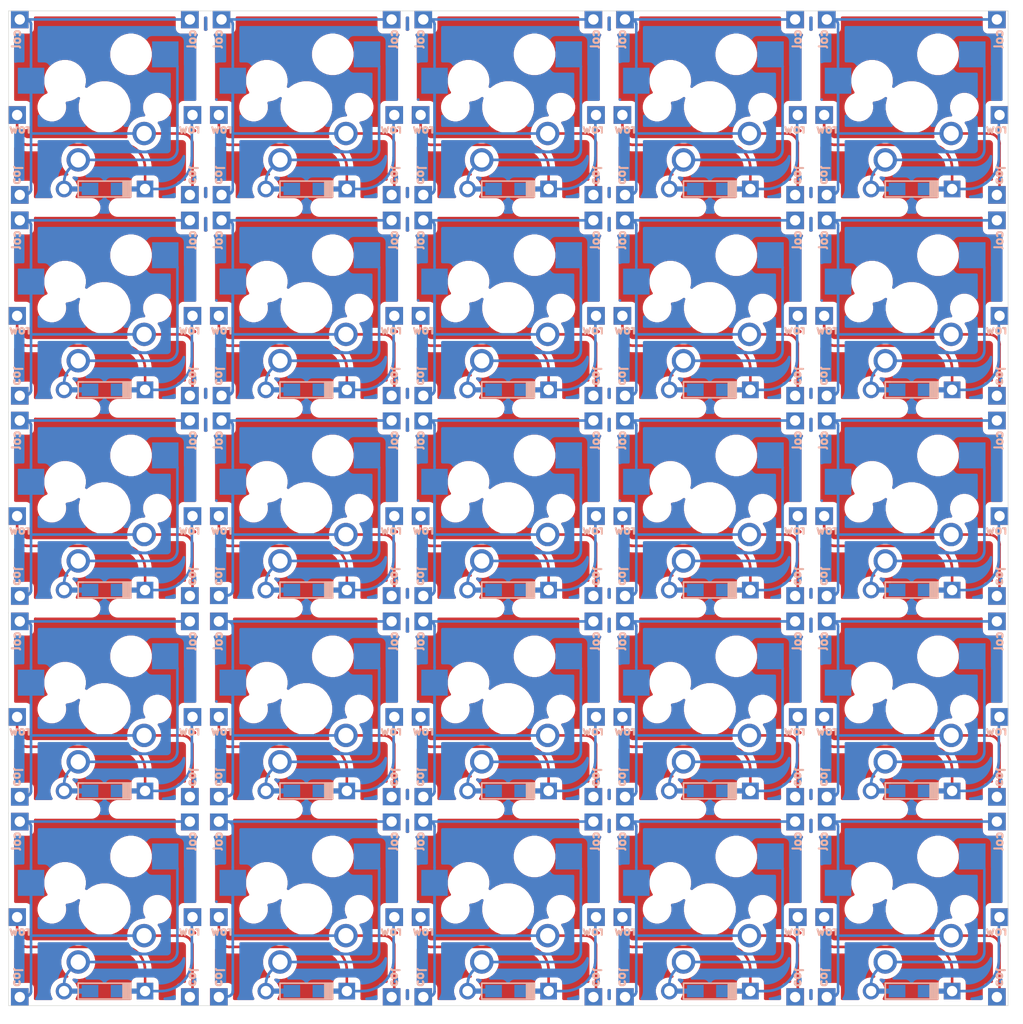
<source format=kicad_pcb>
(kicad_pcb (version 20171130) (host pcbnew "(5.1.5)-3")
  (layers (0 F.Cu signal) (31 B.Cu signal) (34 B.Paste user) (35 F.Paste user) (36 B.SilkS user) (37 F.SilkS user) (38 B.Mask user) (39 F.Mask user) (44 Edge.Cuts user))
  (net 0 "")
  (net 1 "Net-(MX1-Pad1)")
  (net 2 "Net-(D1-Pad1)")
  (net 3 "Net-(D1-Pad2)")
  (module random-keyboard-parts:breakaway-mousebites (layer F.Cu) (at 33.401 63.817 270)
    (fp_text reference REF**)
    (fp_text value breakaway-mousebites)
    (pad "" np_thru_hole oval (at 0 0 270) (size 14 0.7874) (drill oval 14 0.7874) (layers *.Cu *.Mask))
  )
  (module Connector_PinHeader_2.54mm:PinHeader_1x01_P2.54mm_Vertical (layer F.Cu) (at 52.0065 26.248964)
    (fp_text reference REF** hide)
    (fp_text value PinHeader_1x01_P2.54mm_Vertical)
    (pad 1 thru_hole rect (at -0.4445 -0.4445) (size 1.7 1.7) (drill 1) (layers *.Cu B.Mask) (net 2 "Net-(D1-Pad1)"))
  )
  (module random-keyboard-parts:breakaway-mousebites (layer F.Cu) (at 72.263 25.209 270)
    (fp_text reference REF**)
    (fp_text value breakaway-mousebites)
    (pad "" np_thru_hole oval (at 0 0 270) (size 14 0.7874) (drill oval 14 0.7874) (layers *.Cu *.Mask))
  )
  (module random-keyboard-parts:breakaway-mousebites (layer F.Cu) (at 91.694 25.209 270)
    (fp_text reference REF**)
    (fp_text value breakaway-mousebites)
    (pad "" np_thru_hole oval (at 0 0 270) (size 14 0.7874) (drill oval 14 0.7874) (layers *.Cu *.Mask))
  )
  (module random-keyboard-parts:breakaway-mousebites (layer F.Cu) (at 33.401 25.209 270)
    (fp_text reference REF**)
    (fp_text value breakaway-mousebites)
    (pad "" np_thru_hole oval (at 0 0 270) (size 14 0.7874) (drill oval 14 0.7874) (layers *.Cu *.Mask))
  )
  (module random-keyboard-parts:breakaway-mousebites (layer F.Cu) (at 52.832 25.209 270)
    (fp_text reference REF**)
    (fp_text value breakaway-mousebites)
    (pad "" np_thru_hole oval (at 0 0 270) (size 14 0.7874) (drill oval 14 0.7874) (layers *.Cu *.Mask))
  )
  (module random-keyboard-parts:breakaway-mousebites (layer F.Cu) (at 91.694 44.54475 270)
    (fp_text reference REF**)
    (fp_text value breakaway-mousebites)
    (pad "" np_thru_hole oval (at 0 0 270) (size 14 0.7874) (drill oval 14 0.7874) (layers *.Cu *.Mask))
  )
  (module random-keyboard-parts:breakaway-mousebites (layer F.Cu) (at 72.263 44.54475 270)
    (fp_text reference REF**)
    (fp_text value breakaway-mousebites)
    (pad "" np_thru_hole oval (at 0 0 270) (size 14 0.7874) (drill oval 14 0.7874) (layers *.Cu *.Mask))
  )
  (module random-keyboard-parts:breakaway-mousebites (layer F.Cu) (at 33.401 44.54475 270)
    (fp_text reference REF**)
    (fp_text value breakaway-mousebites)
    (pad "" np_thru_hole oval (at 0 0 270) (size 14 0.7874) (drill oval 14 0.7874) (layers *.Cu *.Mask))
  )
  (module random-keyboard-parts:breakaway-mousebites (layer F.Cu) (at 52.832 44.54475 270)
    (fp_text reference REF**)
    (fp_text value breakaway-mousebites)
    (pad "" np_thru_hole oval (at 0 0 270) (size 14 0.7874) (drill oval 14 0.7874) (layers *.Cu *.Mask))
  )
  (module random-keyboard-parts:breakaway-mousebites (layer F.Cu) (at 72.263 63.817 270)
    (fp_text reference REF**)
    (fp_text value breakaway-mousebites)
    (pad "" np_thru_hole oval (at 0 0 270) (size 14 0.7874) (drill oval 14 0.7874) (layers *.Cu *.Mask))
  )
  (module random-keyboard-parts:breakaway-mousebites (layer F.Cu) (at 52.832 63.817 270)
    (fp_text reference REF**)
    (fp_text value breakaway-mousebites)
    (pad "" np_thru_hole oval (at 0 0 270) (size 14 0.7874) (drill oval 14 0.7874) (layers *.Cu *.Mask))
  )
  (module random-keyboard-parts:breakaway-mousebites (layer F.Cu) (at 91.694 63.817 270)
    (fp_text reference REF**)
    (fp_text value breakaway-mousebites)
    (pad "" np_thru_hole oval (at 0 0 270) (size 14 0.7874) (drill oval 14 0.7874) (layers *.Cu *.Mask))
  )
  (module random-keyboard-parts:breakaway-mousebites (layer F.Cu) (at 72.263 83.15275 270)
    (fp_text reference REF**)
    (fp_text value breakaway-mousebites)
    (pad "" np_thru_hole oval (at 0 0 270) (size 14 0.7874) (drill oval 14 0.7874) (layers *.Cu *.Mask))
  )
  (module random-keyboard-parts:breakaway-mousebites (layer F.Cu) (at 33.401 83.15275 270)
    (fp_text reference REF**)
    (fp_text value breakaway-mousebites)
    (pad "" np_thru_hole oval (at 0 0 270) (size 14 0.7874) (drill oval 14 0.7874) (layers *.Cu *.Mask))
  )
  (module random-keyboard-parts:breakaway-mousebites (layer F.Cu) (at 52.832 83.15275 270)
    (fp_text reference REF**)
    (fp_text value breakaway-mousebites)
    (pad "" np_thru_hole oval (at 0 0 270) (size 14 0.7874) (drill oval 14 0.7874) (layers *.Cu *.Mask))
  )
  (module random-keyboard-parts:breakaway-mousebites (layer F.Cu) (at 91.694 83.15275 270)
    (fp_text reference REF**)
    (fp_text value breakaway-mousebites)
    (pad "" np_thru_hole oval (at 0 0 270) (size 14 0.7874) (drill oval 14 0.7874) (layers *.Cu *.Mask))
  )
  (module random-keyboard-parts:breakaway-mousebites (layer F.Cu) (at 33.401 102.425 270)
    (fp_text reference REF**)
    (fp_text value breakaway-mousebites)
    (pad "" np_thru_hole oval (at 0 0 270) (size 14 0.7874) (drill oval 14 0.7874) (layers *.Cu *.Mask))
  )
  (module random-keyboard-parts:breakaway-mousebites (layer F.Cu) (at 52.832 102.425 270)
    (fp_text reference REF**)
    (fp_text value breakaway-mousebites)
    (pad "" np_thru_hole oval (at 0 0 270) (size 14 0.7874) (drill oval 14 0.7874) (layers *.Cu *.Mask))
  )
  (module random-keyboard-parts:breakaway-mousebites (layer F.Cu) (at 72.263 102.425 270)
    (fp_text reference REF**)
    (fp_text value breakaway-mousebites)
    (pad "" np_thru_hole oval (at 0 0 270) (size 14 0.7874) (drill oval 14 0.7874) (layers *.Cu *.Mask))
  )
  (module random-keyboard-parts:breakaway-mousebites (layer F.Cu) (at 91.694 102.425 270)
    (fp_text reference REF**)
    (fp_text value breakaway-mousebites)
    (pad "" np_thru_hole oval (at 0 0 270) (size 14 0.7874) (drill oval 14 0.7874) (layers *.Cu *.Mask))
  )
  (module random-keyboard-parts:breakaway-mousebites (layer F.Cu) (at 33.401 92.6465 180)
    (fp_text reference REF**)
    (fp_text value breakaway-mousebites)
    (pad "" np_thru_hole oval (at 0 0 180) (size 17.7 0.7874) (drill oval 17.7 0.7874) (layers *.Cu *.Mask))
  )
  (module random-keyboard-parts:breakaway-mousebites (layer F.Cu) (at 52.832 92.6465 180)
    (fp_text reference REF**)
    (fp_text value breakaway-mousebites)
    (pad "" np_thru_hole oval (at 0 0 180) (size 17.7 0.7874) (drill oval 17.7 0.7874) (layers *.Cu *.Mask))
  )
  (module random-keyboard-parts:breakaway-mousebites (layer F.Cu) (at 91.694 92.6465 180)
    (fp_text reference REF**)
    (fp_text value breakaway-mousebites)
    (pad "" np_thru_hole oval (at 0 0 180) (size 17.7 0.7874) (drill oval 17.7 0.7874) (layers *.Cu *.Mask))
  )
  (module random-keyboard-parts:breakaway-mousebites (layer F.Cu) (at 72.263 92.6465 180)
    (fp_text reference REF**)
    (fp_text value breakaway-mousebites)
    (pad "" np_thru_hole oval (at 0 0 180) (size 17.7 0.7874) (drill oval 17.7 0.7874) (layers *.Cu *.Mask))
  )
  (module random-keyboard-parts:breakaway-mousebites (layer F.Cu) (at 33.401 73.279 180)
    (fp_text reference REF**)
    (fp_text value breakaway-mousebites)
    (pad "" np_thru_hole oval (at 0 0 180) (size 17.7 0.7874) (drill oval 17.7 0.7874) (layers *.Cu *.Mask))
  )
  (module random-keyboard-parts:breakaway-mousebites (layer F.Cu) (at 52.832 73.279 180)
    (fp_text reference REF**)
    (fp_text value breakaway-mousebites)
    (pad "" np_thru_hole oval (at 0 0 180) (size 17.7 0.7874) (drill oval 17.7 0.7874) (layers *.Cu *.Mask))
  )
  (module random-keyboard-parts:breakaway-mousebites (layer F.Cu) (at 72.263 73.279 180)
    (fp_text reference REF**)
    (fp_text value breakaway-mousebites)
    (pad "" np_thru_hole oval (at 0 0 180) (size 17.7 0.7874) (drill oval 17.7 0.7874) (layers *.Cu *.Mask))
  )
  (module random-keyboard-parts:breakaway-mousebites (layer F.Cu) (at 91.694 73.279 180)
    (fp_text reference REF**)
    (fp_text value breakaway-mousebites)
    (pad "" np_thru_hole oval (at 0 0 180) (size 17.7 0.7874) (drill oval 17.7 0.7874) (layers *.Cu *.Mask))
  )
  (module random-keyboard-parts:breakaway-mousebites (layer F.Cu) (at 33.401 54.0385 180)
    (fp_text reference REF**)
    (fp_text value breakaway-mousebites)
    (pad "" np_thru_hole oval (at 0 0 180) (size 17.7 0.7874) (drill oval 17.7 0.7874) (layers *.Cu *.Mask))
  )
  (module random-keyboard-parts:breakaway-mousebites (layer F.Cu) (at 52.832 54.0385 180)
    (fp_text reference REF**)
    (fp_text value breakaway-mousebites)
    (pad "" np_thru_hole oval (at 0 0 180) (size 17.7 0.7874) (drill oval 17.7 0.7874) (layers *.Cu *.Mask))
  )
  (module random-keyboard-parts:breakaway-mousebites (layer F.Cu) (at 72.263 54.0385 180)
    (fp_text reference REF**)
    (fp_text value breakaway-mousebites)
    (pad "" np_thru_hole oval (at 0 0 180) (size 17.7 0.7874) (drill oval 17.7 0.7874) (layers *.Cu *.Mask))
  )
  (module random-keyboard-parts:breakaway-mousebites (layer F.Cu) (at 91.694 54.0385 180)
    (fp_text reference REF**)
    (fp_text value breakaway-mousebites)
    (pad "" np_thru_hole oval (at 0 0 180) (size 17.7 0.7874) (drill oval 17.7 0.7874) (layers *.Cu *.Mask))
  )
  (module random-keyboard-parts:breakaway-mousebites (layer F.Cu) (at 33.401 34.70275 180)
    (fp_text reference REF**)
    (fp_text value breakaway-mousebites)
    (pad "" np_thru_hole oval (at 0 0 180) (size 17.7 0.7874) (drill oval 17.7 0.7874) (layers *.Cu *.Mask))
  )
  (module random-keyboard-parts:breakaway-mousebites (layer F.Cu) (at 52.832 34.70275 180)
    (fp_text reference REF**)
    (fp_text value breakaway-mousebites)
    (pad "" np_thru_hole oval (at 0 0 180) (size 17.7 0.7874) (drill oval 17.7 0.7874) (layers *.Cu *.Mask))
  )
  (module random-keyboard-parts:breakaway-mousebites (layer F.Cu) (at 72.263 34.70275 180)
    (fp_text reference REF**)
    (fp_text value breakaway-mousebites)
    (pad "" np_thru_hole oval (at 0 0 180) (size 17.7 0.7874) (drill oval 17.7 0.7874) (layers *.Cu *.Mask))
  )
  (module random-keyboard-parts:breakaway-mousebites (layer F.Cu) (at 91.694 34.70275 180)
    (fp_text reference REF**)
    (fp_text value breakaway-mousebites)
    (pad "" np_thru_hole oval (at 0 0 180) (size 17.7 0.7874) (drill oval 17.7 0.7874) (layers *.Cu *.Mask))
  )
  (module MX_Only:MXOnly-1U-Hotswap (layer F.Cu) (at 81.957251 25.04375)
    (fp_text reference MX2)
    (fp_text value MX-NoLED)
    (pad "" np_thru_hole circle (at 2.54 -5.08) (size 3 3) (drill 3) (layers *.Cu *.Mask))
    (pad "" np_thru_hole circle (at 0 0) (size 3.9878 3.9878) (drill 3.9878) (layers *.Cu *.Mask))
    (pad "" np_thru_hole circle (at -3.81 -2.54) (size 3 3) (drill 3) (layers *.Cu *.Mask))
    (pad "" np_thru_hole circle (at -5.08 0 48.0996) (size 1.75 1.75) (drill 1.75) (layers *.Cu *.Mask))
    (pad "" np_thru_hole circle (at 5.08 0 48.0996) (size 1.75 1.75) (drill 1.75) (layers *.Cu *.Mask))
    (pad 1 smd rect (at -7.085 -2.54) (size 2.55 2.5) (layers B.Cu B.Paste B.Mask) (net 1 "Net-(MX1-Pad1)"))
    (pad 2 smd rect (at 5.842 -5.08) (size 2.55 2.5) (layers B.Cu B.Paste B.Mask) (net 3 "Net-(D1-Pad2)"))
  )
  (module random-keyboard-parts:breakaway-mousebites (layer F.Cu) (at 19.759 92.6465 180)
    (fp_text reference REF**)
    (fp_text value breakaway-mousebites)
    (pad "" np_thru_hole oval (at 0 0 180) (size 6 0.7874) (drill oval 6 0.7874) (layers *.Cu *.Mask))
  )
  (module random-keyboard-parts:breakaway-mousebites (layer F.Cu) (at 105.288251 92.6465 180)
    (fp_text reference REF**)
    (fp_text value breakaway-mousebites)
    (pad "" np_thru_hole oval (at 0 0 180) (size 6 0.7874) (drill oval 6 0.7874) (layers *.Cu *.Mask))
  )
  (module random-keyboard-parts:breakaway-mousebites (layer F.Cu) (at 19.759 34.70275 180)
    (fp_text reference REF**)
    (fp_text value breakaway-mousebites)
    (pad "" np_thru_hole oval (at 0 0 180) (size 6 0.7874) (drill oval 6 0.7874) (layers *.Cu *.Mask))
  )
  (module random-keyboard-parts:breakaway-mousebites (layer F.Cu) (at 66.426251 34.70275 180)
    (fp_text reference REF**)
    (fp_text value breakaway-mousebites)
    (pad "" np_thru_hole oval (at 0 0 180) (size 6 0.7874) (drill oval 6 0.7874) (layers *.Cu *.Mask))
  )
  (module random-keyboard-parts:breakaway-mousebites (layer F.Cu) (at 105.288251 34.70275 180)
    (fp_text reference REF**)
    (fp_text value breakaway-mousebites)
    (pad "" np_thru_hole oval (at 0 0 180) (size 6 0.7874) (drill oval 6 0.7874) (layers *.Cu *.Mask))
  )
  (module random-keyboard-parts:breakaway-mousebites (layer F.Cu) (at 19.759 54.0385 180)
    (fp_text reference REF**)
    (fp_text value breakaway-mousebites)
    (pad "" np_thru_hole oval (at 0 0 180) (size 6 0.7874) (drill oval 6 0.7874) (layers *.Cu *.Mask))
  )
  (module random-keyboard-parts:breakaway-mousebites (layer F.Cu) (at 105.288251 54.0385 180)
    (fp_text reference REF**)
    (fp_text value breakaway-mousebites)
    (pad "" np_thru_hole oval (at 0 0 180) (size 6 0.7874) (drill oval 6 0.7874) (layers *.Cu *.Mask))
  )
  (module random-keyboard-parts:breakaway-mousebites (layer F.Cu) (at 19.759 73.279 180)
    (fp_text reference REF**)
    (fp_text value breakaway-mousebites)
    (pad "" np_thru_hole oval (at 0 0 180) (size 6 0.7874) (drill oval 6 0.7874) (layers *.Cu *.Mask))
  )
  (module random-keyboard-parts:breakaway-mousebites (layer F.Cu) (at 105.288251 73.279 180)
    (fp_text reference REF**)
    (fp_text value breakaway-mousebites)
    (pad "" np_thru_hole oval (at 0 0 180) (size 6 0.7874) (drill oval 6 0.7874) (layers *.Cu *.Mask))
  )
  (module Connector_PinHeader_2.54mm:PinHeader_1x01_P2.54mm_Vertical (layer F.Cu) (at 71.1835 94.26575)
    (fp_text reference REF** hide)
    (fp_text value PinHeader_1x01_P2.54mm_Vertical)
    (pad 1 thru_hole rect (at -0.4445 -0.4445) (size 1.7 1.7) (drill 1) (layers *.Cu B.Mask) (net 1 "Net-(MX1-Pad1)"))
  )
  (module MX_Only:MXOnly-1U-NoLED (layer F.Cu) (at 62.526251 102.25975 180)
    (fp_text reference MX1)
    (fp_text value MX-NoLED)
    (pad 2 thru_hole circle (at 2.54 -5.08 180) (size 2.25 2.25) (drill 1.47) (layers *.Cu B.Mask) (net 3 "Net-(D1-Pad2)"))
    (pad "" np_thru_hole circle (at 0 0 180) (size 3.9878 3.9878) (drill 3.9878) (layers *.Cu *.Mask))
    (pad 1 thru_hole circle (at -3.81 -2.54 180) (size 2.25 2.25) (drill 1.47) (layers *.Cu B.Mask) (net 1 "Net-(MX1-Pad1)"))
    (pad "" np_thru_hole circle (at -5.08 0 228.0996) (size 1.75 1.75) (drill 1.75) (layers *.Cu *.Mask))
    (pad "" np_thru_hole circle (at 5.08 0 228.0996) (size 1.75 1.75) (drill 1.75) (layers *.Cu *.Mask))
  )
  (module Connector_PinHeader_2.54mm:PinHeader_1x01_P2.54mm_Vertical (layer F.Cu) (at 71.4375 103.464964)
    (fp_text reference REF** hide)
    (fp_text value PinHeader_1x01_P2.54mm_Vertical)
    (pad 1 thru_hole rect (at -0.4445 -0.4445) (size 1.7 1.7) (drill 1) (layers *.Cu B.Mask) (net 2 "Net-(D1-Pad1)"))
  )
  (module MX_Only:MXOnly-1U-Hotswap (layer F.Cu) (at 62.526251 102.25975)
    (fp_text reference MX2)
    (fp_text value MX-NoLED)
    (pad 2 smd rect (at 5.842 -5.08) (size 2.55 2.5) (layers B.Cu B.Paste B.Mask) (net 3 "Net-(D1-Pad2)"))
    (pad 1 smd rect (at -7.085 -2.54) (size 2.55 2.5) (layers B.Cu B.Paste B.Mask) (net 1 "Net-(MX1-Pad1)"))
    (pad "" np_thru_hole circle (at 5.08 0 48.0996) (size 1.75 1.75) (drill 1.75) (layers *.Cu *.Mask))
    (pad "" np_thru_hole circle (at -5.08 0 48.0996) (size 1.75 1.75) (drill 1.75) (layers *.Cu *.Mask))
    (pad "" np_thru_hole circle (at -3.81 -2.54) (size 3 3) (drill 3) (layers *.Cu *.Mask))
    (pad "" np_thru_hole circle (at 0 0) (size 3.9878 3.9878) (drill 3.9878) (layers *.Cu *.Mask))
    (pad "" np_thru_hole circle (at 2.54 -5.08) (size 3 3) (drill 3) (layers *.Cu *.Mask))
  )
  (module Connector_PinHeader_2.54mm:PinHeader_1x01_P2.54mm_Vertical (layer F.Cu) (at 71.1835 111.15675)
    (fp_text reference REF** hide)
    (fp_text value PinHeader_1x01_P2.54mm_Vertical)
    (pad 1 thru_hole rect (at -0.4445 -0.4445) (size 1.7 1.7) (drill 1) (layers *.Cu B.Mask) (net 1 "Net-(MX1-Pad1)"))
  )
  (module Connector_PinHeader_2.54mm:PinHeader_1x01_P2.54mm_Vertical (layer F.Cu) (at 54.8005 94.26575)
    (fp_text reference REF** hide)
    (fp_text value PinHeader_1x01_P2.54mm_Vertical)
    (pad 1 thru_hole rect (at -0.4445 -0.4445) (size 1.7 1.7) (drill 1) (layers *.Cu B.Mask) (net 1 "Net-(MX1-Pad1)"))
  )
  (module Connector_PinHeader_2.54mm:PinHeader_1x01_P2.54mm_Vertical (layer F.Cu) (at 54.8005 111.15675)
    (fp_text reference REF** hide)
    (fp_text value PinHeader_1x01_P2.54mm_Vertical)
    (pad 1 thru_hole rect (at -0.4445 -0.4445) (size 1.7 1.7) (drill 1) (layers *.Cu B.Mask) (net 1 "Net-(MX1-Pad1)"))
  )
  (module Connector_PinHeader_2.54mm:PinHeader_1x01_P2.54mm_Vertical (layer F.Cu) (at 54.5465 103.464964)
    (fp_text reference REF** hide)
    (fp_text value PinHeader_1x01_P2.54mm_Vertical)
    (pad 1 thru_hole rect (at -0.4445 -0.4445) (size 1.7 1.7) (drill 1) (layers *.Cu B.Mask) (net 2 "Net-(D1-Pad1)"))
  )
  (module Connector_PinHeader_2.54mm:PinHeader_1x01_P2.54mm_Vertical (layer F.Cu) (at 110.0455 111.15675)
    (fp_text reference REF** hide)
    (fp_text value PinHeader_1x01_P2.54mm_Vertical)
    (pad 1 thru_hole rect (at -0.4445 -0.4445) (size 1.7 1.7) (drill 1) (layers *.Cu B.Mask) (net 1 "Net-(MX1-Pad1)"))
  )
  (module MX_Only:MXOnly-1U-Hotswap (layer F.Cu) (at 43.095251 102.25975)
    (fp_text reference MX2)
    (fp_text value MX-NoLED)
    (pad 2 smd rect (at 5.842 -5.08) (size 2.55 2.5) (layers B.Cu B.Paste B.Mask) (net 3 "Net-(D1-Pad2)"))
    (pad 1 smd rect (at -7.085 -2.54) (size 2.55 2.5) (layers B.Cu B.Paste B.Mask) (net 1 "Net-(MX1-Pad1)"))
    (pad "" np_thru_hole circle (at 5.08 0 48.0996) (size 1.75 1.75) (drill 1.75) (layers *.Cu *.Mask))
    (pad "" np_thru_hole circle (at -5.08 0 48.0996) (size 1.75 1.75) (drill 1.75) (layers *.Cu *.Mask))
    (pad "" np_thru_hole circle (at -3.81 -2.54) (size 3 3) (drill 3) (layers *.Cu *.Mask))
    (pad "" np_thru_hole circle (at 0 0) (size 3.9878 3.9878) (drill 3.9878) (layers *.Cu *.Mask))
    (pad "" np_thru_hole circle (at 2.54 -5.08) (size 3 3) (drill 3) (layers *.Cu *.Mask))
  )
  (module Connector_PinHeader_2.54mm:PinHeader_1x01_P2.54mm_Vertical (layer F.Cu) (at 93.6625 94.26575)
    (fp_text reference REF** hide)
    (fp_text value PinHeader_1x01_P2.54mm_Vertical)
    (pad 1 thru_hole rect (at -0.4445 -0.4445) (size 1.7 1.7) (drill 1) (layers *.Cu B.Mask) (net 1 "Net-(MX1-Pad1)"))
  )
  (module Connector_PinHeader_2.54mm:PinHeader_1x01_P2.54mm_Vertical (layer F.Cu) (at 51.7525 111.15675)
    (fp_text reference REF** hide)
    (fp_text value PinHeader_1x01_P2.54mm_Vertical)
    (pad 1 thru_hole rect (at -0.4445 -0.4445) (size 1.7 1.7) (drill 1) (layers *.Cu B.Mask) (net 1 "Net-(MX1-Pad1)"))
  )
  (module MX_Only:MXOnly-1U-Hotswap (layer F.Cu) (at 101.388251 102.25975)
    (fp_text reference MX2)
    (fp_text value MX-NoLED)
    (pad 2 smd rect (at 5.842 -5.08) (size 2.55 2.5) (layers B.Cu B.Paste B.Mask) (net 3 "Net-(D1-Pad2)"))
    (pad 1 smd rect (at -7.085 -2.54) (size 2.55 2.5) (layers B.Cu B.Paste B.Mask) (net 1 "Net-(MX1-Pad1)"))
    (pad "" np_thru_hole circle (at 5.08 0 48.0996) (size 1.75 1.75) (drill 1.75) (layers *.Cu *.Mask))
    (pad "" np_thru_hole circle (at -5.08 0 48.0996) (size 1.75 1.75) (drill 1.75) (layers *.Cu *.Mask))
    (pad "" np_thru_hole circle (at -3.81 -2.54) (size 3 3) (drill 3) (layers *.Cu *.Mask))
    (pad "" np_thru_hole circle (at 0 0) (size 3.9878 3.9878) (drill 3.9878) (layers *.Cu *.Mask))
    (pad "" np_thru_hole circle (at 2.54 -5.08) (size 3 3) (drill 3) (layers *.Cu *.Mask))
  )
  (module MX_Only:MXOnly-1U-NoLED (layer F.Cu) (at 101.388251 102.25975 180)
    (fp_text reference MX1)
    (fp_text value MX-NoLED)
    (pad 2 thru_hole circle (at 2.54 -5.08 180) (size 2.25 2.25) (drill 1.47) (layers *.Cu B.Mask) (net 3 "Net-(D1-Pad2)"))
    (pad "" np_thru_hole circle (at 0 0 180) (size 3.9878 3.9878) (drill 3.9878) (layers *.Cu *.Mask))
    (pad 1 thru_hole circle (at -3.81 -2.54 180) (size 2.25 2.25) (drill 1.47) (layers *.Cu B.Mask) (net 1 "Net-(MX1-Pad1)"))
    (pad "" np_thru_hole circle (at -5.08 0 228.0996) (size 1.75 1.75) (drill 1.75) (layers *.Cu *.Mask))
    (pad "" np_thru_hole circle (at 5.08 0 228.0996) (size 1.75 1.75) (drill 1.75) (layers *.Cu *.Mask))
  )
  (module Connector_PinHeader_2.54mm:PinHeader_1x01_P2.54mm_Vertical (layer F.Cu) (at 35.1155 103.464964)
    (fp_text reference REF** hide)
    (fp_text value PinHeader_1x01_P2.54mm_Vertical)
    (pad 1 thru_hole rect (at -0.4445 -0.4445) (size 1.7 1.7) (drill 1) (layers *.Cu B.Mask) (net 2 "Net-(D1-Pad1)"))
  )
  (module "Keebio-Parts:Diode-dual - Copy" (layer B.Cu) (at 62.526251 110.14075)
    (fp_text reference D1 hide)
    (fp_text value 1N4148W hide)
    (pad 1 smd rect (at 2.5 0) (size 2.9 0.5) (layers B.Cu) (net 2 "Net-(D1-Pad1)"))
    (pad 2 smd rect (at -2.5 0) (size 2.9 0.5) (layers B.Cu) (net 3 "Net-(D1-Pad2)"))
    (pad 1 thru_hole rect (at 3.9 0) (size 1.6 1.6) (drill 1) (layers *.Cu *.Mask) (net 2 "Net-(D1-Pad1)"))
    (pad 2 thru_hole circle (at -3.9 0) (size 1.6 1.6) (drill 1) (layers *.Cu *.Mask) (net 3 "Net-(D1-Pad2)"))
    (pad 2 smd rect (at -1.4 0) (size 1.6 1.2) (layers B.Cu B.Paste B.Mask) (net 3 "Net-(D1-Pad2)"))
    (pad 1 smd rect (at 1.4 0) (size 1.6 1.2) (layers B.Cu B.Paste B.Mask) (net 2 "Net-(D1-Pad1)"))
  )
  (module "Keebio-Parts:Diode-dual - Copy" (layer B.Cu) (at 43.095251 110.14075)
    (fp_text reference D1 hide)
    (fp_text value 1N4148W hide)
    (pad 1 smd rect (at 2.5 0) (size 2.9 0.5) (layers B.Cu) (net 2 "Net-(D1-Pad1)"))
    (pad 2 smd rect (at -2.5 0) (size 2.9 0.5) (layers B.Cu) (net 3 "Net-(D1-Pad2)"))
    (pad 1 thru_hole rect (at 3.9 0) (size 1.6 1.6) (drill 1) (layers *.Cu *.Mask) (net 2 "Net-(D1-Pad1)"))
    (pad 2 thru_hole circle (at -3.9 0) (size 1.6 1.6) (drill 1) (layers *.Cu *.Mask) (net 3 "Net-(D1-Pad2)"))
    (pad 2 smd rect (at -1.4 0) (size 1.6 1.2) (layers B.Cu B.Paste B.Mask) (net 3 "Net-(D1-Pad2)"))
    (pad 1 smd rect (at 1.4 0) (size 1.6 1.2) (layers B.Cu B.Paste B.Mask) (net 2 "Net-(D1-Pad1)"))
  )
  (module Connector_PinHeader_2.54mm:PinHeader_1x01_P2.54mm_Vertical (layer F.Cu) (at 52.0065 103.464964)
    (fp_text reference REF** hide)
    (fp_text value PinHeader_1x01_P2.54mm_Vertical)
    (pad 1 thru_hole rect (at -0.4445 -0.4445) (size 1.7 1.7) (drill 1) (layers *.Cu B.Mask) (net 2 "Net-(D1-Pad1)"))
  )
  (module Connector_PinHeader_2.54mm:PinHeader_1x01_P2.54mm_Vertical (layer F.Cu) (at 35.1155 111.15675)
    (fp_text reference REF** hide)
    (fp_text value PinHeader_1x01_P2.54mm_Vertical)
    (pad 1 thru_hole rect (at -0.4445 -0.4445) (size 1.7 1.7) (drill 1) (layers *.Cu B.Mask) (net 1 "Net-(MX1-Pad1)"))
  )
  (module Connector_PinHeader_2.54mm:PinHeader_1x01_P2.54mm_Vertical (layer F.Cu) (at 35.1155 94.26575)
    (fp_text reference REF** hide)
    (fp_text value PinHeader_1x01_P2.54mm_Vertical)
    (pad 1 thru_hole rect (at -0.4445 -0.4445) (size 1.7 1.7) (drill 1) (layers *.Cu B.Mask) (net 1 "Net-(MX1-Pad1)"))
  )
  (module MX_Only:MXOnly-1U-NoLED (layer F.Cu) (at 43.095251 102.25975 180)
    (fp_text reference MX1)
    (fp_text value MX-NoLED)
    (pad 2 thru_hole circle (at 2.54 -5.08 180) (size 2.25 2.25) (drill 1.47) (layers *.Cu B.Mask) (net 3 "Net-(D1-Pad2)"))
    (pad "" np_thru_hole circle (at 0 0 180) (size 3.9878 3.9878) (drill 3.9878) (layers *.Cu *.Mask))
    (pad 1 thru_hole circle (at -3.81 -2.54 180) (size 2.25 2.25) (drill 1.47) (layers *.Cu B.Mask) (net 1 "Net-(MX1-Pad1)"))
    (pad "" np_thru_hole circle (at -5.08 0 228.0996) (size 1.75 1.75) (drill 1.75) (layers *.Cu *.Mask))
    (pad "" np_thru_hole circle (at 5.08 0 228.0996) (size 1.75 1.75) (drill 1.75) (layers *.Cu *.Mask))
  )
  (module Connector_PinHeader_2.54mm:PinHeader_1x01_P2.54mm_Vertical (layer F.Cu) (at 51.7525 94.26575)
    (fp_text reference REF** hide)
    (fp_text value PinHeader_1x01_P2.54mm_Vertical)
    (pad 1 thru_hole rect (at -0.4445 -0.4445) (size 1.7 1.7) (drill 1) (layers *.Cu B.Mask) (net 1 "Net-(MX1-Pad1)"))
  )
  (module Connector_PinHeader_2.54mm:PinHeader_1x01_P2.54mm_Vertical (layer F.Cu) (at 93.6625 111.15675)
    (fp_text reference REF** hide)
    (fp_text value PinHeader_1x01_P2.54mm_Vertical)
    (pad 1 thru_hole rect (at -0.4445 -0.4445) (size 1.7 1.7) (drill 1) (layers *.Cu B.Mask) (net 1 "Net-(MX1-Pad1)"))
  )
  (module Connector_PinHeader_2.54mm:PinHeader_1x01_P2.54mm_Vertical (layer F.Cu) (at 93.4085 103.464964)
    (fp_text reference REF** hide)
    (fp_text value PinHeader_1x01_P2.54mm_Vertical)
    (pad 1 thru_hole rect (at -0.4445 -0.4445) (size 1.7 1.7) (drill 1) (layers *.Cu B.Mask) (net 2 "Net-(D1-Pad1)"))
  )
  (module Connector_PinHeader_2.54mm:PinHeader_1x01_P2.54mm_Vertical (layer F.Cu) (at 110.0455 94.26575)
    (fp_text reference REF** hide)
    (fp_text value PinHeader_1x01_P2.54mm_Vertical)
    (pad 1 thru_hole rect (at -0.4445 -0.4445) (size 1.7 1.7) (drill 1) (layers *.Cu B.Mask) (net 1 "Net-(MX1-Pad1)"))
  )
  (module "Keebio-Parts:Diode-dual - Copy" (layer B.Cu) (at 101.388251 110.14075)
    (fp_text reference D1 hide)
    (fp_text value 1N4148W hide)
    (pad 1 smd rect (at 2.5 0) (size 2.9 0.5) (layers B.Cu) (net 2 "Net-(D1-Pad1)"))
    (pad 2 smd rect (at -2.5 0) (size 2.9 0.5) (layers B.Cu) (net 3 "Net-(D1-Pad2)"))
    (pad 1 thru_hole rect (at 3.9 0) (size 1.6 1.6) (drill 1) (layers *.Cu *.Mask) (net 2 "Net-(D1-Pad1)"))
    (pad 2 thru_hole circle (at -3.9 0) (size 1.6 1.6) (drill 1) (layers *.Cu *.Mask) (net 3 "Net-(D1-Pad2)"))
    (pad 2 smd rect (at -1.4 0) (size 1.6 1.2) (layers B.Cu B.Paste B.Mask) (net 3 "Net-(D1-Pad2)"))
    (pad 1 smd rect (at 1.4 0) (size 1.6 1.2) (layers B.Cu B.Paste B.Mask) (net 2 "Net-(D1-Pad1)"))
  )
  (module Connector_PinHeader_2.54mm:PinHeader_1x01_P2.54mm_Vertical (layer F.Cu) (at 110.2995 103.464964)
    (fp_text reference REF** hide)
    (fp_text value PinHeader_1x01_P2.54mm_Vertical)
    (pad 1 thru_hole rect (at -0.4445 -0.4445) (size 1.7 1.7) (drill 1) (layers *.Cu B.Mask) (net 2 "Net-(D1-Pad1)"))
  )
  (module Connector_PinHeader_2.54mm:PinHeader_1x01_P2.54mm_Vertical (layer F.Cu) (at 90.6145 111.15675)
    (fp_text reference REF** hide)
    (fp_text value PinHeader_1x01_P2.54mm_Vertical)
    (pad 1 thru_hole rect (at -0.4445 -0.4445) (size 1.7 1.7) (drill 1) (layers *.Cu B.Mask) (net 1 "Net-(MX1-Pad1)"))
  )
  (module Connector_PinHeader_2.54mm:PinHeader_1x01_P2.54mm_Vertical (layer F.Cu) (at 74.2315 111.15675)
    (fp_text reference REF** hide)
    (fp_text value PinHeader_1x01_P2.54mm_Vertical)
    (pad 1 thru_hole rect (at -0.4445 -0.4445) (size 1.7 1.7) (drill 1) (layers *.Cu B.Mask) (net 1 "Net-(MX1-Pad1)"))
  )
  (module MX_Only:MXOnly-1U-Hotswap (layer F.Cu) (at 81.957251 102.25975)
    (fp_text reference MX2)
    (fp_text value MX-NoLED)
    (pad "" np_thru_hole circle (at 2.54 -5.08) (size 3 3) (drill 3) (layers *.Cu *.Mask))
    (pad "" np_thru_hole circle (at 0 0) (size 3.9878 3.9878) (drill 3.9878) (layers *.Cu *.Mask))
    (pad "" np_thru_hole circle (at -3.81 -2.54) (size 3 3) (drill 3) (layers *.Cu *.Mask))
    (pad "" np_thru_hole circle (at -5.08 0 48.0996) (size 1.75 1.75) (drill 1.75) (layers *.Cu *.Mask))
    (pad "" np_thru_hole circle (at 5.08 0 48.0996) (size 1.75 1.75) (drill 1.75) (layers *.Cu *.Mask))
    (pad 1 smd rect (at -7.085 -2.54) (size 2.55 2.5) (layers B.Cu B.Paste B.Mask) (net 1 "Net-(MX1-Pad1)"))
    (pad 2 smd rect (at 5.842 -5.08) (size 2.55 2.5) (layers B.Cu B.Paste B.Mask) (net 3 "Net-(D1-Pad2)"))
  )
  (module Connector_PinHeader_2.54mm:PinHeader_1x01_P2.54mm_Vertical (layer F.Cu) (at 15.6845 103.464964)
    (fp_text reference REF** hide)
    (fp_text value PinHeader_1x01_P2.54mm_Vertical)
    (pad 1 thru_hole rect (at -0.4445 -0.4445) (size 1.7 1.7) (drill 1) (layers *.Cu B.Mask) (net 2 "Net-(D1-Pad1)"))
  )
  (module Connector_PinHeader_2.54mm:PinHeader_1x01_P2.54mm_Vertical (layer F.Cu) (at 32.3215 111.15675)
    (fp_text reference REF** hide)
    (fp_text value PinHeader_1x01_P2.54mm_Vertical)
    (pad 1 thru_hole rect (at -0.4445 -0.4445) (size 1.7 1.7) (drill 1) (layers *.Cu B.Mask) (net 1 "Net-(MX1-Pad1)"))
  )
  (module MX_Only:MXOnly-1U-Hotswap (layer F.Cu) (at 23.664251 102.25975)
    (fp_text reference MX2)
    (fp_text value MX-NoLED)
    (pad "" np_thru_hole circle (at 2.54 -5.08) (size 3 3) (drill 3) (layers *.Cu *.Mask))
    (pad "" np_thru_hole circle (at 0 0) (size 3.9878 3.9878) (drill 3.9878) (layers *.Cu *.Mask))
    (pad "" np_thru_hole circle (at -3.81 -2.54) (size 3 3) (drill 3) (layers *.Cu *.Mask))
    (pad "" np_thru_hole circle (at -5.08 0 48.0996) (size 1.75 1.75) (drill 1.75) (layers *.Cu *.Mask))
    (pad "" np_thru_hole circle (at 5.08 0 48.0996) (size 1.75 1.75) (drill 1.75) (layers *.Cu *.Mask))
    (pad 1 smd rect (at -7.085 -2.54) (size 2.55 2.5) (layers B.Cu B.Paste B.Mask) (net 1 "Net-(MX1-Pad1)"))
    (pad 2 smd rect (at 5.842 -5.08) (size 2.55 2.5) (layers B.Cu B.Paste B.Mask) (net 3 "Net-(D1-Pad2)"))
  )
  (module Connector_PinHeader_2.54mm:PinHeader_1x01_P2.54mm_Vertical (layer F.Cu) (at 74.2315 94.26575)
    (fp_text reference REF** hide)
    (fp_text value PinHeader_1x01_P2.54mm_Vertical)
    (pad 1 thru_hole rect (at -0.4445 -0.4445) (size 1.7 1.7) (drill 1) (layers *.Cu B.Mask) (net 1 "Net-(MX1-Pad1)"))
  )
  (module Connector_PinHeader_2.54mm:PinHeader_1x01_P2.54mm_Vertical (layer F.Cu) (at 73.9775 103.464964)
    (fp_text reference REF** hide)
    (fp_text value PinHeader_1x01_P2.54mm_Vertical)
    (pad 1 thru_hole rect (at -0.4445 -0.4445) (size 1.7 1.7) (drill 1) (layers *.Cu B.Mask) (net 2 "Net-(D1-Pad1)"))
  )
  (module Connector_PinHeader_2.54mm:PinHeader_1x01_P2.54mm_Vertical (layer F.Cu) (at 15.9385 94.26575)
    (fp_text reference REF** hide)
    (fp_text value PinHeader_1x01_P2.54mm_Vertical)
    (pad 1 thru_hole rect (at -0.4445 -0.4445) (size 1.7 1.7) (drill 1) (layers *.Cu B.Mask) (net 1 "Net-(MX1-Pad1)"))
  )
  (module MX_Only:MXOnly-1U-NoLED (layer F.Cu) (at 81.957251 102.25975 180)
    (fp_text reference MX1)
    (fp_text value MX-NoLED)
    (pad "" np_thru_hole circle (at 5.08 0 228.0996) (size 1.75 1.75) (drill 1.75) (layers *.Cu *.Mask))
    (pad "" np_thru_hole circle (at -5.08 0 228.0996) (size 1.75 1.75) (drill 1.75) (layers *.Cu *.Mask))
    (pad 1 thru_hole circle (at -3.81 -2.54 180) (size 2.25 2.25) (drill 1.47) (layers *.Cu B.Mask) (net 1 "Net-(MX1-Pad1)"))
    (pad "" np_thru_hole circle (at 0 0 180) (size 3.9878 3.9878) (drill 3.9878) (layers *.Cu *.Mask))
    (pad 2 thru_hole circle (at 2.54 -5.08 180) (size 2.25 2.25) (drill 1.47) (layers *.Cu B.Mask) (net 3 "Net-(D1-Pad2)"))
  )
  (module Connector_PinHeader_2.54mm:PinHeader_1x01_P2.54mm_Vertical (layer F.Cu) (at 90.6145 94.26575)
    (fp_text reference REF** hide)
    (fp_text value PinHeader_1x01_P2.54mm_Vertical)
    (pad 1 thru_hole rect (at -0.4445 -0.4445) (size 1.7 1.7) (drill 1) (layers *.Cu B.Mask) (net 1 "Net-(MX1-Pad1)"))
  )
  (module MX_Only:MXOnly-1U-NoLED (layer F.Cu) (at 23.664251 102.25975 180)
    (fp_text reference MX1)
    (fp_text value MX-NoLED)
    (pad "" np_thru_hole circle (at 5.08 0 228.0996) (size 1.75 1.75) (drill 1.75) (layers *.Cu *.Mask))
    (pad "" np_thru_hole circle (at -5.08 0 228.0996) (size 1.75 1.75) (drill 1.75) (layers *.Cu *.Mask))
    (pad 1 thru_hole circle (at -3.81 -2.54 180) (size 2.25 2.25) (drill 1.47) (layers *.Cu B.Mask) (net 1 "Net-(MX1-Pad1)"))
    (pad "" np_thru_hole circle (at 0 0 180) (size 3.9878 3.9878) (drill 3.9878) (layers *.Cu *.Mask))
    (pad 2 thru_hole circle (at 2.54 -5.08 180) (size 2.25 2.25) (drill 1.47) (layers *.Cu B.Mask) (net 3 "Net-(D1-Pad2)"))
  )
  (module Connector_PinHeader_2.54mm:PinHeader_1x01_P2.54mm_Vertical (layer F.Cu) (at 15.9385 111.15675)
    (fp_text reference REF** hide)
    (fp_text value PinHeader_1x01_P2.54mm_Vertical)
    (pad 1 thru_hole rect (at -0.4445 -0.4445) (size 1.7 1.7) (drill 1) (layers *.Cu B.Mask) (net 1 "Net-(MX1-Pad1)"))
  )
  (module Connector_PinHeader_2.54mm:PinHeader_1x01_P2.54mm_Vertical (layer F.Cu) (at 90.8685 103.464964)
    (fp_text reference REF** hide)
    (fp_text value PinHeader_1x01_P2.54mm_Vertical)
    (pad 1 thru_hole rect (at -0.4445 -0.4445) (size 1.7 1.7) (drill 1) (layers *.Cu B.Mask) (net 2 "Net-(D1-Pad1)"))
  )
  (module "Keebio-Parts:Diode-dual - Copy" (layer B.Cu) (at 23.659 110.14075)
    (fp_text reference D1 hide)
    (fp_text value 1N4148W hide)
    (pad 1 smd rect (at 1.4 0) (size 1.6 1.2) (layers B.Cu B.Paste B.Mask) (net 2 "Net-(D1-Pad1)"))
    (pad 2 smd rect (at -1.4 0) (size 1.6 1.2) (layers B.Cu B.Paste B.Mask) (net 3 "Net-(D1-Pad2)"))
    (pad 2 thru_hole circle (at -3.9 0) (size 1.6 1.6) (drill 1) (layers *.Cu *.Mask) (net 3 "Net-(D1-Pad2)"))
    (pad 1 thru_hole rect (at 3.9 0) (size 1.6 1.6) (drill 1) (layers *.Cu *.Mask) (net 2 "Net-(D1-Pad1)"))
    (pad 2 smd rect (at -2.5 0) (size 2.9 0.5) (layers B.Cu) (net 3 "Net-(D1-Pad2)"))
    (pad 1 smd rect (at 2.5 0) (size 2.9 0.5) (layers B.Cu) (net 2 "Net-(D1-Pad1)"))
  )
  (module Connector_PinHeader_2.54mm:PinHeader_1x01_P2.54mm_Vertical (layer F.Cu) (at 32.3215 94.26575)
    (fp_text reference REF** hide)
    (fp_text value PinHeader_1x01_P2.54mm_Vertical)
    (pad 1 thru_hole rect (at -0.4445 -0.4445) (size 1.7 1.7) (drill 1) (layers *.Cu B.Mask) (net 1 "Net-(MX1-Pad1)"))
  )
  (module Connector_PinHeader_2.54mm:PinHeader_1x01_P2.54mm_Vertical (layer F.Cu) (at 32.5755 103.464964)
    (fp_text reference REF** hide)
    (fp_text value PinHeader_1x01_P2.54mm_Vertical)
    (pad 1 thru_hole rect (at -0.4445 -0.4445) (size 1.7 1.7) (drill 1) (layers *.Cu B.Mask) (net 2 "Net-(D1-Pad1)"))
  )
  (module "Keebio-Parts:Diode-dual - Copy" (layer B.Cu) (at 81.957251 110.14075)
    (fp_text reference D1 hide)
    (fp_text value 1N4148W hide)
    (pad 1 smd rect (at 1.4 0) (size 1.6 1.2) (layers B.Cu B.Paste B.Mask) (net 2 "Net-(D1-Pad1)"))
    (pad 2 smd rect (at -1.4 0) (size 1.6 1.2) (layers B.Cu B.Paste B.Mask) (net 3 "Net-(D1-Pad2)"))
    (pad 2 thru_hole circle (at -3.9 0) (size 1.6 1.6) (drill 1) (layers *.Cu *.Mask) (net 3 "Net-(D1-Pad2)"))
    (pad 1 thru_hole rect (at 3.9 0) (size 1.6 1.6) (drill 1) (layers *.Cu *.Mask) (net 2 "Net-(D1-Pad1)"))
    (pad 2 smd rect (at -2.5 0) (size 2.9 0.5) (layers B.Cu) (net 3 "Net-(D1-Pad2)"))
    (pad 1 smd rect (at 2.5 0) (size 2.9 0.5) (layers B.Cu) (net 2 "Net-(D1-Pad1)"))
  )
  (module Connector_PinHeader_2.54mm:PinHeader_1x01_P2.54mm_Vertical (layer F.Cu) (at 71.1835 55.65775)
    (fp_text reference REF** hide)
    (fp_text value PinHeader_1x01_P2.54mm_Vertical)
    (pad 1 thru_hole rect (at -0.4445 -0.4445) (size 1.7 1.7) (drill 1) (layers *.Cu B.Mask) (net 1 "Net-(MX1-Pad1)"))
  )
  (module "Keebio-Parts:Diode-dual - Copy" (layer B.Cu) (at 62.526251 90.8685)
    (fp_text reference D1 hide)
    (fp_text value 1N4148W hide)
    (pad 1 smd rect (at 2.5 0) (size 2.9 0.5) (layers B.Cu) (net 2 "Net-(D1-Pad1)"))
    (pad 2 smd rect (at -2.5 0) (size 2.9 0.5) (layers B.Cu) (net 3 "Net-(D1-Pad2)"))
    (pad 1 thru_hole rect (at 3.9 0) (size 1.6 1.6) (drill 1) (layers *.Cu *.Mask) (net 2 "Net-(D1-Pad1)"))
    (pad 2 thru_hole circle (at -3.9 0) (size 1.6 1.6) (drill 1) (layers *.Cu *.Mask) (net 3 "Net-(D1-Pad2)"))
    (pad 2 smd rect (at -1.4 0) (size 1.6 1.2) (layers B.Cu B.Paste B.Mask) (net 3 "Net-(D1-Pad2)"))
    (pad 1 smd rect (at 1.4 0) (size 1.6 1.2) (layers B.Cu B.Paste B.Mask) (net 2 "Net-(D1-Pad1)"))
  )
  (module MX_Only:MXOnly-1U-NoLED (layer F.Cu) (at 62.526251 63.65175 180)
    (fp_text reference MX1)
    (fp_text value MX-NoLED)
    (pad "" np_thru_hole circle (at 5.08 0 228.0996) (size 1.75 1.75) (drill 1.75) (layers *.Cu *.Mask))
    (pad "" np_thru_hole circle (at -5.08 0 228.0996) (size 1.75 1.75) (drill 1.75) (layers *.Cu *.Mask))
    (pad 1 thru_hole circle (at -3.81 -2.54 180) (size 2.25 2.25) (drill 1.47) (layers *.Cu B.Mask) (net 1 "Net-(MX1-Pad1)"))
    (pad "" np_thru_hole circle (at 0 0 180) (size 3.9878 3.9878) (drill 3.9878) (layers *.Cu *.Mask))
    (pad 2 thru_hole circle (at 2.54 -5.08 180) (size 2.25 2.25) (drill 1.47) (layers *.Cu B.Mask) (net 3 "Net-(D1-Pad2)"))
  )
  (module Connector_PinHeader_2.54mm:PinHeader_1x01_P2.54mm_Vertical (layer F.Cu) (at 71.4375 84.192714)
    (fp_text reference REF** hide)
    (fp_text value PinHeader_1x01_P2.54mm_Vertical)
    (pad 1 thru_hole rect (at -0.4445 -0.4445) (size 1.7 1.7) (drill 1) (layers *.Cu B.Mask) (net 2 "Net-(D1-Pad1)"))
  )
  (module Connector_PinHeader_2.54mm:PinHeader_1x01_P2.54mm_Vertical (layer F.Cu) (at 71.4375 64.856964)
    (fp_text reference REF** hide)
    (fp_text value PinHeader_1x01_P2.54mm_Vertical)
    (pad 1 thru_hole rect (at -0.4445 -0.4445) (size 1.7 1.7) (drill 1) (layers *.Cu B.Mask) (net 2 "Net-(D1-Pad1)"))
  )
  (module MX_Only:MXOnly-1U-Hotswap (layer F.Cu) (at 62.526251 63.65175)
    (fp_text reference MX2)
    (fp_text value MX-NoLED)
    (pad "" np_thru_hole circle (at 2.54 -5.08) (size 3 3) (drill 3) (layers *.Cu *.Mask))
    (pad "" np_thru_hole circle (at 0 0) (size 3.9878 3.9878) (drill 3.9878) (layers *.Cu *.Mask))
    (pad "" np_thru_hole circle (at -3.81 -2.54) (size 3 3) (drill 3) (layers *.Cu *.Mask))
    (pad "" np_thru_hole circle (at -5.08 0 48.0996) (size 1.75 1.75) (drill 1.75) (layers *.Cu *.Mask))
    (pad "" np_thru_hole circle (at 5.08 0 48.0996) (size 1.75 1.75) (drill 1.75) (layers *.Cu *.Mask))
    (pad 1 smd rect (at -7.085 -2.54) (size 2.55 2.5) (layers B.Cu B.Paste B.Mask) (net 1 "Net-(MX1-Pad1)"))
    (pad 2 smd rect (at 5.842 -5.08) (size 2.55 2.5) (layers B.Cu B.Paste B.Mask) (net 3 "Net-(D1-Pad2)"))
  )
  (module Connector_PinHeader_2.54mm:PinHeader_1x01_P2.54mm_Vertical (layer F.Cu) (at 71.1835 72.54875)
    (fp_text reference REF** hide)
    (fp_text value PinHeader_1x01_P2.54mm_Vertical)
    (pad 1 thru_hole rect (at -0.4445 -0.4445) (size 1.7 1.7) (drill 1) (layers *.Cu B.Mask) (net 1 "Net-(MX1-Pad1)"))
  )
  (module Connector_PinHeader_2.54mm:PinHeader_1x01_P2.54mm_Vertical (layer F.Cu) (at 54.8005 55.65775)
    (fp_text reference REF** hide)
    (fp_text value PinHeader_1x01_P2.54mm_Vertical)
    (pad 1 thru_hole rect (at -0.4445 -0.4445) (size 1.7 1.7) (drill 1) (layers *.Cu B.Mask) (net 1 "Net-(MX1-Pad1)"))
  )
  (module Connector_PinHeader_2.54mm:PinHeader_1x01_P2.54mm_Vertical (layer F.Cu) (at 54.8005 74.9935)
    (fp_text reference REF** hide)
    (fp_text value PinHeader_1x01_P2.54mm_Vertical)
    (pad 1 thru_hole rect (at -0.4445 -0.4445) (size 1.7 1.7) (drill 1) (layers *.Cu B.Mask) (net 1 "Net-(MX1-Pad1)"))
  )
  (module Connector_PinHeader_2.54mm:PinHeader_1x01_P2.54mm_Vertical (layer F.Cu) (at 54.8005 91.8845)
    (fp_text reference REF** hide)
    (fp_text value PinHeader_1x01_P2.54mm_Vertical)
    (pad 1 thru_hole rect (at -0.4445 -0.4445) (size 1.7 1.7) (drill 1) (layers *.Cu B.Mask) (net 1 "Net-(MX1-Pad1)"))
  )
  (module Connector_PinHeader_2.54mm:PinHeader_1x01_P2.54mm_Vertical (layer F.Cu) (at 54.8005 72.54875)
    (fp_text reference REF** hide)
    (fp_text value PinHeader_1x01_P2.54mm_Vertical)
    (pad 1 thru_hole rect (at -0.4445 -0.4445) (size 1.7 1.7) (drill 1) (layers *.Cu B.Mask) (net 1 "Net-(MX1-Pad1)"))
  )
  (module Connector_PinHeader_2.54mm:PinHeader_1x01_P2.54mm_Vertical (layer F.Cu) (at 54.5465 64.856964)
    (fp_text reference REF** hide)
    (fp_text value PinHeader_1x01_P2.54mm_Vertical)
    (pad 1 thru_hole rect (at -0.4445 -0.4445) (size 1.7 1.7) (drill 1) (layers *.Cu B.Mask) (net 2 "Net-(D1-Pad1)"))
  )
  (module MX_Only:MXOnly-1U-Hotswap (layer F.Cu) (at 62.526251 82.9875)
    (fp_text reference MX2)
    (fp_text value MX-NoLED)
    (pad 2 smd rect (at 5.842 -5.08) (size 2.55 2.5) (layers B.Cu B.Paste B.Mask) (net 3 "Net-(D1-Pad2)"))
    (pad 1 smd rect (at -7.085 -2.54) (size 2.55 2.5) (layers B.Cu B.Paste B.Mask) (net 1 "Net-(MX1-Pad1)"))
    (pad "" np_thru_hole circle (at 5.08 0 48.0996) (size 1.75 1.75) (drill 1.75) (layers *.Cu *.Mask))
    (pad "" np_thru_hole circle (at -5.08 0 48.0996) (size 1.75 1.75) (drill 1.75) (layers *.Cu *.Mask))
    (pad "" np_thru_hole circle (at -3.81 -2.54) (size 3 3) (drill 3) (layers *.Cu *.Mask))
    (pad "" np_thru_hole circle (at 0 0) (size 3.9878 3.9878) (drill 3.9878) (layers *.Cu *.Mask))
    (pad "" np_thru_hole circle (at 2.54 -5.08) (size 3 3) (drill 3) (layers *.Cu *.Mask))
  )
  (module MX_Only:MXOnly-1U-NoLED (layer F.Cu) (at 62.526251 82.9875 180)
    (fp_text reference MX1)
    (fp_text value MX-NoLED)
    (pad 2 thru_hole circle (at 2.54 -5.08 180) (size 2.25 2.25) (drill 1.47) (layers *.Cu B.Mask) (net 3 "Net-(D1-Pad2)"))
    (pad "" np_thru_hole circle (at 0 0 180) (size 3.9878 3.9878) (drill 3.9878) (layers *.Cu *.Mask))
    (pad 1 thru_hole circle (at -3.81 -2.54 180) (size 2.25 2.25) (drill 1.47) (layers *.Cu B.Mask) (net 1 "Net-(MX1-Pad1)"))
    (pad "" np_thru_hole circle (at -5.08 0 228.0996) (size 1.75 1.75) (drill 1.75) (layers *.Cu *.Mask))
    (pad "" np_thru_hole circle (at 5.08 0 228.0996) (size 1.75 1.75) (drill 1.75) (layers *.Cu *.Mask))
  )
  (module "Keebio-Parts:Diode-dual - Copy" (layer B.Cu) (at 62.526251 71.53275)
    (fp_text reference D1 hide)
    (fp_text value 1N4148W hide)
    (pad 1 smd rect (at 1.4 0) (size 1.6 1.2) (layers B.Cu B.Paste B.Mask) (net 2 "Net-(D1-Pad1)"))
    (pad 2 smd rect (at -1.4 0) (size 1.6 1.2) (layers B.Cu B.Paste B.Mask) (net 3 "Net-(D1-Pad2)"))
    (pad 2 thru_hole circle (at -3.9 0) (size 1.6 1.6) (drill 1) (layers *.Cu *.Mask) (net 3 "Net-(D1-Pad2)"))
    (pad 1 thru_hole rect (at 3.9 0) (size 1.6 1.6) (drill 1) (layers *.Cu *.Mask) (net 2 "Net-(D1-Pad1)"))
    (pad 2 smd rect (at -2.5 0) (size 2.9 0.5) (layers B.Cu) (net 3 "Net-(D1-Pad2)"))
    (pad 1 smd rect (at 2.5 0) (size 2.9 0.5) (layers B.Cu) (net 2 "Net-(D1-Pad1)"))
  )
  (module Connector_PinHeader_2.54mm:PinHeader_1x01_P2.54mm_Vertical (layer F.Cu) (at 71.1835 91.8845)
    (fp_text reference REF** hide)
    (fp_text value PinHeader_1x01_P2.54mm_Vertical)
    (pad 1 thru_hole rect (at -0.4445 -0.4445) (size 1.7 1.7) (drill 1) (layers *.Cu B.Mask) (net 1 "Net-(MX1-Pad1)"))
  )
  (module Connector_PinHeader_2.54mm:PinHeader_1x01_P2.54mm_Vertical (layer F.Cu) (at 35.1155 74.9935)
    (fp_text reference REF** hide)
    (fp_text value PinHeader_1x01_P2.54mm_Vertical)
    (pad 1 thru_hole rect (at -0.4445 -0.4445) (size 1.7 1.7) (drill 1) (layers *.Cu B.Mask) (net 1 "Net-(MX1-Pad1)"))
  )
  (module Connector_PinHeader_2.54mm:PinHeader_1x01_P2.54mm_Vertical (layer F.Cu) (at 51.7525 91.8845)
    (fp_text reference REF** hide)
    (fp_text value PinHeader_1x01_P2.54mm_Vertical)
    (pad 1 thru_hole rect (at -0.4445 -0.4445) (size 1.7 1.7) (drill 1) (layers *.Cu B.Mask) (net 1 "Net-(MX1-Pad1)"))
  )
  (module Connector_PinHeader_2.54mm:PinHeader_1x01_P2.54mm_Vertical (layer F.Cu) (at 32.3215 74.9935)
    (fp_text reference REF** hide)
    (fp_text value PinHeader_1x01_P2.54mm_Vertical)
    (pad 1 thru_hole rect (at -0.4445 -0.4445) (size 1.7 1.7) (drill 1) (layers *.Cu B.Mask) (net 1 "Net-(MX1-Pad1)"))
  )
  (module MX_Only:MXOnly-1U-Hotswap (layer F.Cu) (at 23.664251 82.9875)
    (fp_text reference MX2)
    (fp_text value MX-NoLED)
    (pad "" np_thru_hole circle (at 2.54 -5.08) (size 3 3) (drill 3) (layers *.Cu *.Mask))
    (pad "" np_thru_hole circle (at 0 0) (size 3.9878 3.9878) (drill 3.9878) (layers *.Cu *.Mask))
    (pad "" np_thru_hole circle (at -3.81 -2.54) (size 3 3) (drill 3) (layers *.Cu *.Mask))
    (pad "" np_thru_hole circle (at -5.08 0 48.0996) (size 1.75 1.75) (drill 1.75) (layers *.Cu *.Mask))
    (pad "" np_thru_hole circle (at 5.08 0 48.0996) (size 1.75 1.75) (drill 1.75) (layers *.Cu *.Mask))
    (pad 1 smd rect (at -7.085 -2.54) (size 2.55 2.5) (layers B.Cu B.Paste B.Mask) (net 1 "Net-(MX1-Pad1)"))
    (pad 2 smd rect (at 5.842 -5.08) (size 2.55 2.5) (layers B.Cu B.Paste B.Mask) (net 3 "Net-(D1-Pad2)"))
  )
  (module Connector_PinHeader_2.54mm:PinHeader_1x01_P2.54mm_Vertical (layer F.Cu) (at 35.1155 91.8845)
    (fp_text reference REF** hide)
    (fp_text value PinHeader_1x01_P2.54mm_Vertical)
    (pad 1 thru_hole rect (at -0.4445 -0.4445) (size 1.7 1.7) (drill 1) (layers *.Cu B.Mask) (net 1 "Net-(MX1-Pad1)"))
  )
  (module "Keebio-Parts:Diode-dual - Copy" (layer B.Cu) (at 23.659 90.8685)
    (fp_text reference D1 hide)
    (fp_text value 1N4148W hide)
    (pad 1 smd rect (at 1.4 0) (size 1.6 1.2) (layers B.Cu B.Paste B.Mask) (net 2 "Net-(D1-Pad1)"))
    (pad 2 smd rect (at -1.4 0) (size 1.6 1.2) (layers B.Cu B.Paste B.Mask) (net 3 "Net-(D1-Pad2)"))
    (pad 2 thru_hole circle (at -3.9 0) (size 1.6 1.6) (drill 1) (layers *.Cu *.Mask) (net 3 "Net-(D1-Pad2)"))
    (pad 1 thru_hole rect (at 3.9 0) (size 1.6 1.6) (drill 1) (layers *.Cu *.Mask) (net 2 "Net-(D1-Pad1)"))
    (pad 2 smd rect (at -2.5 0) (size 2.9 0.5) (layers B.Cu) (net 3 "Net-(D1-Pad2)"))
    (pad 1 smd rect (at 2.5 0) (size 2.9 0.5) (layers B.Cu) (net 2 "Net-(D1-Pad1)"))
  )
  (module Connector_PinHeader_2.54mm:PinHeader_1x01_P2.54mm_Vertical (layer F.Cu) (at 35.1155 84.192714)
    (fp_text reference REF** hide)
    (fp_text value PinHeader_1x01_P2.54mm_Vertical)
    (pad 1 thru_hole rect (at -0.4445 -0.4445) (size 1.7 1.7) (drill 1) (layers *.Cu B.Mask) (net 2 "Net-(D1-Pad1)"))
  )
  (module MX_Only:MXOnly-1U-Hotswap (layer F.Cu) (at 43.095251 82.9875)
    (fp_text reference MX2)
    (fp_text value MX-NoLED)
    (pad 2 smd rect (at 5.842 -5.08) (size 2.55 2.5) (layers B.Cu B.Paste B.Mask) (net 3 "Net-(D1-Pad2)"))
    (pad 1 smd rect (at -7.085 -2.54) (size 2.55 2.5) (layers B.Cu B.Paste B.Mask) (net 1 "Net-(MX1-Pad1)"))
    (pad "" np_thru_hole circle (at 5.08 0 48.0996) (size 1.75 1.75) (drill 1.75) (layers *.Cu *.Mask))
    (pad "" np_thru_hole circle (at -5.08 0 48.0996) (size 1.75 1.75) (drill 1.75) (layers *.Cu *.Mask))
    (pad "" np_thru_hole circle (at -3.81 -2.54) (size 3 3) (drill 3) (layers *.Cu *.Mask))
    (pad "" np_thru_hole circle (at 0 0) (size 3.9878 3.9878) (drill 3.9878) (layers *.Cu *.Mask))
    (pad "" np_thru_hole circle (at 2.54 -5.08) (size 3 3) (drill 3) (layers *.Cu *.Mask))
  )
  (module Connector_PinHeader_2.54mm:PinHeader_1x01_P2.54mm_Vertical (layer F.Cu) (at 51.7525 74.9935)
    (fp_text reference REF** hide)
    (fp_text value PinHeader_1x01_P2.54mm_Vertical)
    (pad 1 thru_hole rect (at -0.4445 -0.4445) (size 1.7 1.7) (drill 1) (layers *.Cu B.Mask) (net 1 "Net-(MX1-Pad1)"))
  )
  (module MX_Only:MXOnly-1U-NoLED (layer F.Cu) (at 43.095251 82.9875 180)
    (fp_text reference MX1)
    (fp_text value MX-NoLED)
    (pad 2 thru_hole circle (at 2.54 -5.08 180) (size 2.25 2.25) (drill 1.47) (layers *.Cu B.Mask) (net 3 "Net-(D1-Pad2)"))
    (pad "" np_thru_hole circle (at 0 0 180) (size 3.9878 3.9878) (drill 3.9878) (layers *.Cu *.Mask))
    (pad 1 thru_hole circle (at -3.81 -2.54 180) (size 2.25 2.25) (drill 1.47) (layers *.Cu B.Mask) (net 1 "Net-(MX1-Pad1)"))
    (pad "" np_thru_hole circle (at -5.08 0 228.0996) (size 1.75 1.75) (drill 1.75) (layers *.Cu *.Mask))
    (pad "" np_thru_hole circle (at 5.08 0 228.0996) (size 1.75 1.75) (drill 1.75) (layers *.Cu *.Mask))
  )
  (module "Keebio-Parts:Diode-dual - Copy" (layer B.Cu) (at 43.095251 90.8685)
    (fp_text reference D1 hide)
    (fp_text value 1N4148W hide)
    (pad 1 smd rect (at 2.5 0) (size 2.9 0.5) (layers B.Cu) (net 2 "Net-(D1-Pad1)"))
    (pad 2 smd rect (at -2.5 0) (size 2.9 0.5) (layers B.Cu) (net 3 "Net-(D1-Pad2)"))
    (pad 1 thru_hole rect (at 3.9 0) (size 1.6 1.6) (drill 1) (layers *.Cu *.Mask) (net 2 "Net-(D1-Pad1)"))
    (pad 2 thru_hole circle (at -3.9 0) (size 1.6 1.6) (drill 1) (layers *.Cu *.Mask) (net 3 "Net-(D1-Pad2)"))
    (pad 2 smd rect (at -1.4 0) (size 1.6 1.2) (layers B.Cu B.Paste B.Mask) (net 3 "Net-(D1-Pad2)"))
    (pad 1 smd rect (at 1.4 0) (size 1.6 1.2) (layers B.Cu B.Paste B.Mask) (net 2 "Net-(D1-Pad1)"))
  )
  (module Connector_PinHeader_2.54mm:PinHeader_1x01_P2.54mm_Vertical (layer F.Cu) (at 52.0065 84.192714)
    (fp_text reference REF** hide)
    (fp_text value PinHeader_1x01_P2.54mm_Vertical)
    (pad 1 thru_hole rect (at -0.4445 -0.4445) (size 1.7 1.7) (drill 1) (layers *.Cu B.Mask) (net 2 "Net-(D1-Pad1)"))
  )
  (module Connector_PinHeader_2.54mm:PinHeader_1x01_P2.54mm_Vertical (layer F.Cu) (at 15.9385 74.9935)
    (fp_text reference REF** hide)
    (fp_text value PinHeader_1x01_P2.54mm_Vertical)
    (pad 1 thru_hole rect (at -0.4445 -0.4445) (size 1.7 1.7) (drill 1) (layers *.Cu B.Mask) (net 1 "Net-(MX1-Pad1)"))
  )
  (module Connector_PinHeader_2.54mm:PinHeader_1x01_P2.54mm_Vertical (layer F.Cu) (at 15.6845 84.192714)
    (fp_text reference REF** hide)
    (fp_text value PinHeader_1x01_P2.54mm_Vertical)
    (pad 1 thru_hole rect (at -0.4445 -0.4445) (size 1.7 1.7) (drill 1) (layers *.Cu B.Mask) (net 2 "Net-(D1-Pad1)"))
  )
  (module Connector_PinHeader_2.54mm:PinHeader_1x01_P2.54mm_Vertical (layer F.Cu) (at 15.9385 91.8845)
    (fp_text reference REF** hide)
    (fp_text value PinHeader_1x01_P2.54mm_Vertical)
    (pad 1 thru_hole rect (at -0.4445 -0.4445) (size 1.7 1.7) (drill 1) (layers *.Cu B.Mask) (net 1 "Net-(MX1-Pad1)"))
  )
  (module Connector_PinHeader_2.54mm:PinHeader_1x01_P2.54mm_Vertical (layer F.Cu) (at 32.3215 91.8845)
    (fp_text reference REF** hide)
    (fp_text value PinHeader_1x01_P2.54mm_Vertical)
    (pad 1 thru_hole rect (at -0.4445 -0.4445) (size 1.7 1.7) (drill 1) (layers *.Cu B.Mask) (net 1 "Net-(MX1-Pad1)"))
  )
  (module Connector_PinHeader_2.54mm:PinHeader_1x01_P2.54mm_Vertical (layer F.Cu) (at 32.5755 84.192714)
    (fp_text reference REF** hide)
    (fp_text value PinHeader_1x01_P2.54mm_Vertical)
    (pad 1 thru_hole rect (at -0.4445 -0.4445) (size 1.7 1.7) (drill 1) (layers *.Cu B.Mask) (net 2 "Net-(D1-Pad1)"))
  )
  (module MX_Only:MXOnly-1U-NoLED (layer F.Cu) (at 23.664251 82.9875 180)
    (fp_text reference MX1)
    (fp_text value MX-NoLED)
    (pad "" np_thru_hole circle (at 5.08 0 228.0996) (size 1.75 1.75) (drill 1.75) (layers *.Cu *.Mask))
    (pad "" np_thru_hole circle (at -5.08 0 228.0996) (size 1.75 1.75) (drill 1.75) (layers *.Cu *.Mask))
    (pad 1 thru_hole circle (at -3.81 -2.54 180) (size 2.25 2.25) (drill 1.47) (layers *.Cu B.Mask) (net 1 "Net-(MX1-Pad1)"))
    (pad "" np_thru_hole circle (at 0 0 180) (size 3.9878 3.9878) (drill 3.9878) (layers *.Cu *.Mask))
    (pad 2 thru_hole circle (at 2.54 -5.08 180) (size 2.25 2.25) (drill 1.47) (layers *.Cu B.Mask) (net 3 "Net-(D1-Pad2)"))
  )
  (module Connector_PinHeader_2.54mm:PinHeader_1x01_P2.54mm_Vertical (layer F.Cu) (at 35.3695 55.65775)
    (fp_text reference REF** hide)
    (fp_text value PinHeader_1x01_P2.54mm_Vertical)
    (pad 1 thru_hole rect (at -0.4445 -0.4445) (size 1.7 1.7) (drill 1) (layers *.Cu B.Mask) (net 1 "Net-(MX1-Pad1)"))
  )
  (module Connector_PinHeader_2.54mm:PinHeader_1x01_P2.54mm_Vertical (layer F.Cu) (at 35.1155 64.856964)
    (fp_text reference REF** hide)
    (fp_text value PinHeader_1x01_P2.54mm_Vertical)
    (pad 1 thru_hole rect (at -0.4445 -0.4445) (size 1.7 1.7) (drill 1) (layers *.Cu B.Mask) (net 2 "Net-(D1-Pad1)"))
  )
  (module MX_Only:MXOnly-1U-Hotswap (layer F.Cu) (at 43.095251 63.65175)
    (fp_text reference MX2)
    (fp_text value MX-NoLED)
    (pad "" np_thru_hole circle (at 2.54 -5.08) (size 3 3) (drill 3) (layers *.Cu *.Mask))
    (pad "" np_thru_hole circle (at 0 0) (size 3.9878 3.9878) (drill 3.9878) (layers *.Cu *.Mask))
    (pad "" np_thru_hole circle (at -3.81 -2.54) (size 3 3) (drill 3) (layers *.Cu *.Mask))
    (pad "" np_thru_hole circle (at -5.08 0 48.0996) (size 1.75 1.75) (drill 1.75) (layers *.Cu *.Mask))
    (pad "" np_thru_hole circle (at 5.08 0 48.0996) (size 1.75 1.75) (drill 1.75) (layers *.Cu *.Mask))
    (pad 1 smd rect (at -7.085 -2.54) (size 2.55 2.5) (layers B.Cu B.Paste B.Mask) (net 1 "Net-(MX1-Pad1)"))
    (pad 2 smd rect (at 5.842 -5.08) (size 2.55 2.5) (layers B.Cu B.Paste B.Mask) (net 3 "Net-(D1-Pad2)"))
  )
  (module Connector_PinHeader_2.54mm:PinHeader_1x01_P2.54mm_Vertical (layer F.Cu) (at 51.7525 72.54875)
    (fp_text reference REF** hide)
    (fp_text value PinHeader_1x01_P2.54mm_Vertical)
    (pad 1 thru_hole rect (at -0.4445 -0.4445) (size 1.7 1.7) (drill 1) (layers *.Cu B.Mask) (net 1 "Net-(MX1-Pad1)"))
  )
  (module Connector_PinHeader_2.54mm:PinHeader_1x01_P2.54mm_Vertical (layer F.Cu) (at 51.7525 55.65775)
    (fp_text reference REF** hide)
    (fp_text value PinHeader_1x01_P2.54mm_Vertical)
    (pad 1 thru_hole rect (at -0.4445 -0.4445) (size 1.7 1.7) (drill 1) (layers *.Cu B.Mask) (net 1 "Net-(MX1-Pad1)"))
  )
  (module MX_Only:MXOnly-1U-NoLED (layer F.Cu) (at 43.095251 63.65175 180)
    (fp_text reference MX1)
    (fp_text value MX-NoLED)
    (pad "" np_thru_hole circle (at 5.08 0 228.0996) (size 1.75 1.75) (drill 1.75) (layers *.Cu *.Mask))
    (pad "" np_thru_hole circle (at -5.08 0 228.0996) (size 1.75 1.75) (drill 1.75) (layers *.Cu *.Mask))
    (pad 1 thru_hole circle (at -3.81 -2.54 180) (size 2.25 2.25) (drill 1.47) (layers *.Cu B.Mask) (net 1 "Net-(MX1-Pad1)"))
    (pad "" np_thru_hole circle (at 0 0 180) (size 3.9878 3.9878) (drill 3.9878) (layers *.Cu *.Mask))
    (pad 2 thru_hole circle (at 2.54 -5.08 180) (size 2.25 2.25) (drill 1.47) (layers *.Cu B.Mask) (net 3 "Net-(D1-Pad2)"))
  )
  (module "Keebio-Parts:Diode-dual - Copy" (layer B.Cu) (at 43.095251 71.53275)
    (fp_text reference D1 hide)
    (fp_text value 1N4148W hide)
    (pad 1 smd rect (at 1.4 0) (size 1.6 1.2) (layers B.Cu B.Paste B.Mask) (net 2 "Net-(D1-Pad1)"))
    (pad 2 smd rect (at -1.4 0) (size 1.6 1.2) (layers B.Cu B.Paste B.Mask) (net 3 "Net-(D1-Pad2)"))
    (pad 2 thru_hole circle (at -3.9 0) (size 1.6 1.6) (drill 1) (layers *.Cu *.Mask) (net 3 "Net-(D1-Pad2)"))
    (pad 1 thru_hole rect (at 3.9 0) (size 1.6 1.6) (drill 1) (layers *.Cu *.Mask) (net 2 "Net-(D1-Pad1)"))
    (pad 2 smd rect (at -2.5 0) (size 2.9 0.5) (layers B.Cu) (net 3 "Net-(D1-Pad2)"))
    (pad 1 smd rect (at 2.5 0) (size 2.9 0.5) (layers B.Cu) (net 2 "Net-(D1-Pad1)"))
  )
  (module Connector_PinHeader_2.54mm:PinHeader_1x01_P2.54mm_Vertical (layer F.Cu) (at 35.1155 72.54875)
    (fp_text reference REF** hide)
    (fp_text value PinHeader_1x01_P2.54mm_Vertical)
    (pad 1 thru_hole rect (at -0.4445 -0.4445) (size 1.7 1.7) (drill 1) (layers *.Cu B.Mask) (net 1 "Net-(MX1-Pad1)"))
  )
  (module Connector_PinHeader_2.54mm:PinHeader_1x01_P2.54mm_Vertical (layer F.Cu) (at 52.0065 64.856964)
    (fp_text reference REF** hide)
    (fp_text value PinHeader_1x01_P2.54mm_Vertical)
    (pad 1 thru_hole rect (at -0.4445 -0.4445) (size 1.7 1.7) (drill 1) (layers *.Cu B.Mask) (net 2 "Net-(D1-Pad1)"))
  )
  (module "Keebio-Parts:Diode-dual - Copy" (layer B.Cu) (at 101.388251 90.8685)
    (fp_text reference D1 hide)
    (fp_text value 1N4148W hide)
    (pad 1 smd rect (at 2.5 0) (size 2.9 0.5) (layers B.Cu) (net 2 "Net-(D1-Pad1)"))
    (pad 2 smd rect (at -2.5 0) (size 2.9 0.5) (layers B.Cu) (net 3 "Net-(D1-Pad2)"))
    (pad 1 thru_hole rect (at 3.9 0) (size 1.6 1.6) (drill 1) (layers *.Cu *.Mask) (net 2 "Net-(D1-Pad1)"))
    (pad 2 thru_hole circle (at -3.9 0) (size 1.6 1.6) (drill 1) (layers *.Cu *.Mask) (net 3 "Net-(D1-Pad2)"))
    (pad 2 smd rect (at -1.4 0) (size 1.6 1.2) (layers B.Cu B.Paste B.Mask) (net 3 "Net-(D1-Pad2)"))
    (pad 1 smd rect (at 1.4 0) (size 1.6 1.2) (layers B.Cu B.Paste B.Mask) (net 2 "Net-(D1-Pad1)"))
  )
  (module MX_Only:MXOnly-1U-NoLED (layer F.Cu) (at 101.388251 82.9875 180)
    (fp_text reference MX1)
    (fp_text value MX-NoLED)
    (pad 2 thru_hole circle (at 2.54 -5.08 180) (size 2.25 2.25) (drill 1.47) (layers *.Cu B.Mask) (net 3 "Net-(D1-Pad2)"))
    (pad "" np_thru_hole circle (at 0 0 180) (size 3.9878 3.9878) (drill 3.9878) (layers *.Cu *.Mask))
    (pad 1 thru_hole circle (at -3.81 -2.54 180) (size 2.25 2.25) (drill 1.47) (layers *.Cu B.Mask) (net 1 "Net-(MX1-Pad1)"))
    (pad "" np_thru_hole circle (at -5.08 0 228.0996) (size 1.75 1.75) (drill 1.75) (layers *.Cu *.Mask))
    (pad "" np_thru_hole circle (at 5.08 0 228.0996) (size 1.75 1.75) (drill 1.75) (layers *.Cu *.Mask))
  )
  (module Connector_PinHeader_2.54mm:PinHeader_1x01_P2.54mm_Vertical (layer F.Cu) (at 93.6625 91.8845)
    (fp_text reference REF** hide)
    (fp_text value PinHeader_1x01_P2.54mm_Vertical)
    (pad 1 thru_hole rect (at -0.4445 -0.4445) (size 1.7 1.7) (drill 1) (layers *.Cu B.Mask) (net 1 "Net-(MX1-Pad1)"))
  )
  (module MX_Only:MXOnly-1U-NoLED (layer F.Cu) (at 101.388251 63.65175 180)
    (fp_text reference MX1)
    (fp_text value MX-NoLED)
    (pad "" np_thru_hole circle (at 5.08 0 228.0996) (size 1.75 1.75) (drill 1.75) (layers *.Cu *.Mask))
    (pad "" np_thru_hole circle (at -5.08 0 228.0996) (size 1.75 1.75) (drill 1.75) (layers *.Cu *.Mask))
    (pad 1 thru_hole circle (at -3.81 -2.54 180) (size 2.25 2.25) (drill 1.47) (layers *.Cu B.Mask) (net 1 "Net-(MX1-Pad1)"))
    (pad "" np_thru_hole circle (at 0 0 180) (size 3.9878 3.9878) (drill 3.9878) (layers *.Cu *.Mask))
    (pad 2 thru_hole circle (at 2.54 -5.08 180) (size 2.25 2.25) (drill 1.47) (layers *.Cu B.Mask) (net 3 "Net-(D1-Pad2)"))
  )
  (module Connector_PinHeader_2.54mm:PinHeader_1x01_P2.54mm_Vertical (layer F.Cu) (at 110.0455 72.54875)
    (fp_text reference REF** hide)
    (fp_text value PinHeader_1x01_P2.54mm_Vertical)
    (pad 1 thru_hole rect (at -0.4445 -0.4445) (size 1.7 1.7) (drill 1) (layers *.Cu B.Mask) (net 1 "Net-(MX1-Pad1)"))
  )
  (module Connector_PinHeader_2.54mm:PinHeader_1x01_P2.54mm_Vertical (layer F.Cu) (at 93.6625 55.65775)
    (fp_text reference REF** hide)
    (fp_text value PinHeader_1x01_P2.54mm_Vertical)
    (pad 1 thru_hole rect (at -0.4445 -0.4445) (size 1.7 1.7) (drill 1) (layers *.Cu B.Mask) (net 1 "Net-(MX1-Pad1)"))
  )
  (module MX_Only:MXOnly-1U-Hotswap (layer F.Cu) (at 101.388251 63.65175)
    (fp_text reference MX2)
    (fp_text value MX-NoLED)
    (pad "" np_thru_hole circle (at 2.54 -5.08) (size 3 3) (drill 3) (layers *.Cu *.Mask))
    (pad "" np_thru_hole circle (at 0 0) (size 3.9878 3.9878) (drill 3.9878) (layers *.Cu *.Mask))
    (pad "" np_thru_hole circle (at -3.81 -2.54) (size 3 3) (drill 3) (layers *.Cu *.Mask))
    (pad "" np_thru_hole circle (at -5.08 0 48.0996) (size 1.75 1.75) (drill 1.75) (layers *.Cu *.Mask))
    (pad "" np_thru_hole circle (at 5.08 0 48.0996) (size 1.75 1.75) (drill 1.75) (layers *.Cu *.Mask))
    (pad 1 smd rect (at -7.085 -2.54) (size 2.55 2.5) (layers B.Cu B.Paste B.Mask) (net 1 "Net-(MX1-Pad1)"))
    (pad 2 smd rect (at 5.842 -5.08) (size 2.55 2.5) (layers B.Cu B.Paste B.Mask) (net 3 "Net-(D1-Pad2)"))
  )
  (module Connector_PinHeader_2.54mm:PinHeader_1x01_P2.54mm_Vertical (layer F.Cu) (at 93.6625 72.54875)
    (fp_text reference REF** hide)
    (fp_text value PinHeader_1x01_P2.54mm_Vertical)
    (pad 1 thru_hole rect (at -0.4445 -0.4445) (size 1.7 1.7) (drill 1) (layers *.Cu B.Mask) (net 1 "Net-(MX1-Pad1)"))
  )
  (module Connector_PinHeader_2.54mm:PinHeader_1x01_P2.54mm_Vertical (layer F.Cu) (at 93.6625 74.9935)
    (fp_text reference REF** hide)
    (fp_text value PinHeader_1x01_P2.54mm_Vertical)
    (pad 1 thru_hole rect (at -0.4445 -0.4445) (size 1.7 1.7) (drill 1) (layers *.Cu B.Mask) (net 1 "Net-(MX1-Pad1)"))
  )
  (module MX_Only:MXOnly-1U-Hotswap (layer F.Cu) (at 101.388251 82.9875)
    (fp_text reference MX2)
    (fp_text value MX-NoLED)
    (pad 2 smd rect (at 5.842 -5.08) (size 2.55 2.5) (layers B.Cu B.Paste B.Mask) (net 3 "Net-(D1-Pad2)"))
    (pad 1 smd rect (at -7.085 -2.54) (size 2.55 2.5) (layers B.Cu B.Paste B.Mask) (net 1 "Net-(MX1-Pad1)"))
    (pad "" np_thru_hole circle (at 5.08 0 48.0996) (size 1.75 1.75) (drill 1.75) (layers *.Cu *.Mask))
    (pad "" np_thru_hole circle (at -5.08 0 48.0996) (size 1.75 1.75) (drill 1.75) (layers *.Cu *.Mask))
    (pad "" np_thru_hole circle (at -3.81 -2.54) (size 3 3) (drill 3) (layers *.Cu *.Mask))
    (pad "" np_thru_hole circle (at 0 0) (size 3.9878 3.9878) (drill 3.9878) (layers *.Cu *.Mask))
    (pad "" np_thru_hole circle (at 2.54 -5.08) (size 3 3) (drill 3) (layers *.Cu *.Mask))
  )
  (module Connector_PinHeader_2.54mm:PinHeader_1x01_P2.54mm_Vertical (layer F.Cu) (at 110.0455 55.65775)
    (fp_text reference REF** hide)
    (fp_text value PinHeader_1x01_P2.54mm_Vertical)
    (pad 1 thru_hole rect (at -0.4445 -0.4445) (size 1.7 1.7) (drill 1) (layers *.Cu B.Mask) (net 1 "Net-(MX1-Pad1)"))
  )
  (module "Keebio-Parts:Diode-dual - Copy" (layer B.Cu) (at 101.388251 71.53275)
    (fp_text reference D1 hide)
    (fp_text value 1N4148W hide)
    (pad 1 smd rect (at 1.4 0) (size 1.6 1.2) (layers B.Cu B.Paste B.Mask) (net 2 "Net-(D1-Pad1)"))
    (pad 2 smd rect (at -1.4 0) (size 1.6 1.2) (layers B.Cu B.Paste B.Mask) (net 3 "Net-(D1-Pad2)"))
    (pad 2 thru_hole circle (at -3.9 0) (size 1.6 1.6) (drill 1) (layers *.Cu *.Mask) (net 3 "Net-(D1-Pad2)"))
    (pad 1 thru_hole rect (at 3.9 0) (size 1.6 1.6) (drill 1) (layers *.Cu *.Mask) (net 2 "Net-(D1-Pad1)"))
    (pad 2 smd rect (at -2.5 0) (size 2.9 0.5) (layers B.Cu) (net 3 "Net-(D1-Pad2)"))
    (pad 1 smd rect (at 2.5 0) (size 2.9 0.5) (layers B.Cu) (net 2 "Net-(D1-Pad1)"))
  )
  (module Connector_PinHeader_2.54mm:PinHeader_1x01_P2.54mm_Vertical (layer F.Cu) (at 93.4085 64.856964)
    (fp_text reference REF** hide)
    (fp_text value PinHeader_1x01_P2.54mm_Vertical)
    (pad 1 thru_hole rect (at -0.4445 -0.4445) (size 1.7 1.7) (drill 1) (layers *.Cu B.Mask) (net 2 "Net-(D1-Pad1)"))
  )
  (module Connector_PinHeader_2.54mm:PinHeader_1x01_P2.54mm_Vertical (layer F.Cu) (at 110.2995 64.856964)
    (fp_text reference REF** hide)
    (fp_text value PinHeader_1x01_P2.54mm_Vertical)
    (pad 1 thru_hole rect (at -0.4445 -0.4445) (size 1.7 1.7) (drill 1) (layers *.Cu B.Mask) (net 2 "Net-(D1-Pad1)"))
  )
  (module Connector_PinHeader_2.54mm:PinHeader_1x01_P2.54mm_Vertical (layer F.Cu) (at 110.2995 84.192714)
    (fp_text reference REF** hide)
    (fp_text value PinHeader_1x01_P2.54mm_Vertical)
    (pad 1 thru_hole rect (at -0.4445 -0.4445) (size 1.7 1.7) (drill 1) (layers *.Cu B.Mask) (net 2 "Net-(D1-Pad1)"))
  )
  (module Connector_PinHeader_2.54mm:PinHeader_1x01_P2.54mm_Vertical (layer F.Cu) (at 110.0455 74.9935)
    (fp_text reference REF** hide)
    (fp_text value PinHeader_1x01_P2.54mm_Vertical)
    (pad 1 thru_hole rect (at -0.4445 -0.4445) (size 1.7 1.7) (drill 1) (layers *.Cu B.Mask) (net 1 "Net-(MX1-Pad1)"))
  )
  (module Connector_PinHeader_2.54mm:PinHeader_1x01_P2.54mm_Vertical (layer F.Cu) (at 93.4085 84.192714)
    (fp_text reference REF** hide)
    (fp_text value PinHeader_1x01_P2.54mm_Vertical)
    (pad 1 thru_hole rect (at -0.4445 -0.4445) (size 1.7 1.7) (drill 1) (layers *.Cu B.Mask) (net 2 "Net-(D1-Pad1)"))
  )
  (module "Keebio-Parts:Diode-dual - Copy" (layer B.Cu) (at 81.957251 90.8685)
    (fp_text reference D1 hide)
    (fp_text value 1N4148W hide)
    (pad 1 smd rect (at 1.4 0) (size 1.6 1.2) (layers B.Cu B.Paste B.Mask) (net 2 "Net-(D1-Pad1)"))
    (pad 2 smd rect (at -1.4 0) (size 1.6 1.2) (layers B.Cu B.Paste B.Mask) (net 3 "Net-(D1-Pad2)"))
    (pad 2 thru_hole circle (at -3.9 0) (size 1.6 1.6) (drill 1) (layers *.Cu *.Mask) (net 3 "Net-(D1-Pad2)"))
    (pad 1 thru_hole rect (at 3.9 0) (size 1.6 1.6) (drill 1) (layers *.Cu *.Mask) (net 2 "Net-(D1-Pad1)"))
    (pad 2 smd rect (at -2.5 0) (size 2.9 0.5) (layers B.Cu) (net 3 "Net-(D1-Pad2)"))
    (pad 1 smd rect (at 2.5 0) (size 2.9 0.5) (layers B.Cu) (net 2 "Net-(D1-Pad1)"))
  )
  (module MX_Only:MXOnly-1U-NoLED (layer F.Cu) (at 81.957251 82.9875 180)
    (fp_text reference MX1)
    (fp_text value MX-NoLED)
    (pad "" np_thru_hole circle (at 5.08 0 228.0996) (size 1.75 1.75) (drill 1.75) (layers *.Cu *.Mask))
    (pad "" np_thru_hole circle (at -5.08 0 228.0996) (size 1.75 1.75) (drill 1.75) (layers *.Cu *.Mask))
    (pad 1 thru_hole circle (at -3.81 -2.54 180) (size 2.25 2.25) (drill 1.47) (layers *.Cu B.Mask) (net 1 "Net-(MX1-Pad1)"))
    (pad "" np_thru_hole circle (at 0 0 180) (size 3.9878 3.9878) (drill 3.9878) (layers *.Cu *.Mask))
    (pad 2 thru_hole circle (at 2.54 -5.08 180) (size 2.25 2.25) (drill 1.47) (layers *.Cu B.Mask) (net 3 "Net-(D1-Pad2)"))
  )
  (module Connector_PinHeader_2.54mm:PinHeader_1x01_P2.54mm_Vertical (layer F.Cu) (at 74.2315 55.65775)
    (fp_text reference REF** hide)
    (fp_text value PinHeader_1x01_P2.54mm_Vertical)
    (pad 1 thru_hole rect (at -0.4445 -0.4445) (size 1.7 1.7) (drill 1) (layers *.Cu B.Mask) (net 1 "Net-(MX1-Pad1)"))
  )
  (module Connector_PinHeader_2.54mm:PinHeader_1x01_P2.54mm_Vertical (layer F.Cu) (at 90.6145 72.54875)
    (fp_text reference REF** hide)
    (fp_text value PinHeader_1x01_P2.54mm_Vertical)
    (pad 1 thru_hole rect (at -0.4445 -0.4445) (size 1.7 1.7) (drill 1) (layers *.Cu B.Mask) (net 1 "Net-(MX1-Pad1)"))
  )
  (module Connector_PinHeader_2.54mm:PinHeader_1x01_P2.54mm_Vertical (layer F.Cu) (at 74.2315 91.8845)
    (fp_text reference REF** hide)
    (fp_text value PinHeader_1x01_P2.54mm_Vertical)
    (pad 1 thru_hole rect (at -0.4445 -0.4445) (size 1.7 1.7) (drill 1) (layers *.Cu B.Mask) (net 1 "Net-(MX1-Pad1)"))
  )
  (module MX_Only:MXOnly-1U-NoLED (layer F.Cu) (at 81.957251 63.65175 180)
    (fp_text reference MX1)
    (fp_text value MX-NoLED)
    (pad 2 thru_hole circle (at 2.54 -5.08 180) (size 2.25 2.25) (drill 1.47) (layers *.Cu B.Mask) (net 3 "Net-(D1-Pad2)"))
    (pad "" np_thru_hole circle (at 0 0 180) (size 3.9878 3.9878) (drill 3.9878) (layers *.Cu *.Mask))
    (pad 1 thru_hole circle (at -3.81 -2.54 180) (size 2.25 2.25) (drill 1.47) (layers *.Cu B.Mask) (net 1 "Net-(MX1-Pad1)"))
    (pad "" np_thru_hole circle (at -5.08 0 228.0996) (size 1.75 1.75) (drill 1.75) (layers *.Cu *.Mask))
    (pad "" np_thru_hole circle (at 5.08 0 228.0996) (size 1.75 1.75) (drill 1.75) (layers *.Cu *.Mask))
  )
  (module Connector_PinHeader_2.54mm:PinHeader_1x01_P2.54mm_Vertical (layer F.Cu) (at 74.2315 72.54875)
    (fp_text reference REF** hide)
    (fp_text value PinHeader_1x01_P2.54mm_Vertical)
    (pad 1 thru_hole rect (at -0.4445 -0.4445) (size 1.7 1.7) (drill 1) (layers *.Cu B.Mask) (net 1 "Net-(MX1-Pad1)"))
  )
  (module Connector_PinHeader_2.54mm:PinHeader_1x01_P2.54mm_Vertical (layer F.Cu) (at 74.2315 74.9935)
    (fp_text reference REF** hide)
    (fp_text value PinHeader_1x01_P2.54mm_Vertical)
    (pad 1 thru_hole rect (at -0.4445 -0.4445) (size 1.7 1.7) (drill 1) (layers *.Cu B.Mask) (net 1 "Net-(MX1-Pad1)"))
  )
  (module MX_Only:MXOnly-1U-Hotswap (layer F.Cu) (at 81.957251 82.9875)
    (fp_text reference MX2)
    (fp_text value MX-NoLED)
    (pad "" np_thru_hole circle (at 2.54 -5.08) (size 3 3) (drill 3) (layers *.Cu *.Mask))
    (pad "" np_thru_hole circle (at 0 0) (size 3.9878 3.9878) (drill 3.9878) (layers *.Cu *.Mask))
    (pad "" np_thru_hole circle (at -3.81 -2.54) (size 3 3) (drill 3) (layers *.Cu *.Mask))
    (pad "" np_thru_hole circle (at -5.08 0 48.0996) (size 1.75 1.75) (drill 1.75) (layers *.Cu *.Mask))
    (pad "" np_thru_hole circle (at 5.08 0 48.0996) (size 1.75 1.75) (drill 1.75) (layers *.Cu *.Mask))
    (pad 1 smd rect (at -7.085 -2.54) (size 2.55 2.5) (layers B.Cu B.Paste B.Mask) (net 1 "Net-(MX1-Pad1)"))
    (pad 2 smd rect (at 5.842 -5.08) (size 2.55 2.5) (layers B.Cu B.Paste B.Mask) (net 3 "Net-(D1-Pad2)"))
  )
  (module Connector_PinHeader_2.54mm:PinHeader_1x01_P2.54mm_Vertical (layer F.Cu) (at 90.6145 55.65775)
    (fp_text reference REF** hide)
    (fp_text value PinHeader_1x01_P2.54mm_Vertical)
    (pad 1 thru_hole rect (at -0.4445 -0.4445) (size 1.7 1.7) (drill 1) (layers *.Cu B.Mask) (net 1 "Net-(MX1-Pad1)"))
  )
  (module MX_Only:MXOnly-1U-Hotswap (layer F.Cu) (at 81.957251 63.65175)
    (fp_text reference MX2)
    (fp_text value MX-NoLED)
    (pad 2 smd rect (at 5.842 -5.08) (size 2.55 2.5) (layers B.Cu B.Paste B.Mask) (net 3 "Net-(D1-Pad2)"))
    (pad 1 smd rect (at -7.085 -2.54) (size 2.55 2.5) (layers B.Cu B.Paste B.Mask) (net 1 "Net-(MX1-Pad1)"))
    (pad "" np_thru_hole circle (at 5.08 0 48.0996) (size 1.75 1.75) (drill 1.75) (layers *.Cu *.Mask))
    (pad "" np_thru_hole circle (at -5.08 0 48.0996) (size 1.75 1.75) (drill 1.75) (layers *.Cu *.Mask))
    (pad "" np_thru_hole circle (at -3.81 -2.54) (size 3 3) (drill 3) (layers *.Cu *.Mask))
    (pad "" np_thru_hole circle (at 0 0) (size 3.9878 3.9878) (drill 3.9878) (layers *.Cu *.Mask))
    (pad "" np_thru_hole circle (at 2.54 -5.08) (size 3 3) (drill 3) (layers *.Cu *.Mask))
  )
  (module Connector_PinHeader_2.54mm:PinHeader_1x01_P2.54mm_Vertical (layer F.Cu) (at 110.0455 91.8845)
    (fp_text reference REF** hide)
    (fp_text value PinHeader_1x01_P2.54mm_Vertical)
    (pad 1 thru_hole rect (at -0.4445 -0.4445) (size 1.7 1.7) (drill 1) (layers *.Cu B.Mask) (net 1 "Net-(MX1-Pad1)"))
  )
  (module Connector_PinHeader_2.54mm:PinHeader_1x01_P2.54mm_Vertical (layer F.Cu) (at 73.9775 64.856964)
    (fp_text reference REF** hide)
    (fp_text value PinHeader_1x01_P2.54mm_Vertical)
    (pad 1 thru_hole rect (at -0.4445 -0.4445) (size 1.7 1.7) (drill 1) (layers *.Cu B.Mask) (net 2 "Net-(D1-Pad1)"))
  )
  (module Connector_PinHeader_2.54mm:PinHeader_1x01_P2.54mm_Vertical (layer F.Cu) (at 90.8685 64.856964)
    (fp_text reference REF** hide)
    (fp_text value PinHeader_1x01_P2.54mm_Vertical)
    (pad 1 thru_hole rect (at -0.4445 -0.4445) (size 1.7 1.7) (drill 1) (layers *.Cu B.Mask) (net 2 "Net-(D1-Pad1)"))
  )
  (module Connector_PinHeader_2.54mm:PinHeader_1x01_P2.54mm_Vertical (layer F.Cu) (at 90.8685 84.192714)
    (fp_text reference REF** hide)
    (fp_text value PinHeader_1x01_P2.54mm_Vertical)
    (pad 1 thru_hole rect (at -0.4445 -0.4445) (size 1.7 1.7) (drill 1) (layers *.Cu B.Mask) (net 2 "Net-(D1-Pad1)"))
  )
  (module "Keebio-Parts:Diode-dual - Copy" (layer B.Cu) (at 81.957251 71.53275)
    (fp_text reference D1 hide)
    (fp_text value 1N4148W hide)
    (pad 1 smd rect (at 2.5 0) (size 2.9 0.5) (layers B.Cu) (net 2 "Net-(D1-Pad1)"))
    (pad 2 smd rect (at -2.5 0) (size 2.9 0.5) (layers B.Cu) (net 3 "Net-(D1-Pad2)"))
    (pad 1 thru_hole rect (at 3.9 0) (size 1.6 1.6) (drill 1) (layers *.Cu *.Mask) (net 2 "Net-(D1-Pad1)"))
    (pad 2 thru_hole circle (at -3.9 0) (size 1.6 1.6) (drill 1) (layers *.Cu *.Mask) (net 3 "Net-(D1-Pad2)"))
    (pad 2 smd rect (at -1.4 0) (size 1.6 1.2) (layers B.Cu B.Paste B.Mask) (net 3 "Net-(D1-Pad2)"))
    (pad 1 smd rect (at 1.4 0) (size 1.6 1.2) (layers B.Cu B.Paste B.Mask) (net 2 "Net-(D1-Pad1)"))
  )
  (module Connector_PinHeader_2.54mm:PinHeader_1x01_P2.54mm_Vertical (layer F.Cu) (at 90.6145 74.9935)
    (fp_text reference REF** hide)
    (fp_text value PinHeader_1x01_P2.54mm_Vertical)
    (pad 1 thru_hole rect (at -0.4445 -0.4445) (size 1.7 1.7) (drill 1) (layers *.Cu B.Mask) (net 1 "Net-(MX1-Pad1)"))
  )
  (module Connector_PinHeader_2.54mm:PinHeader_1x01_P2.54mm_Vertical (layer F.Cu) (at 73.9775 84.192714)
    (fp_text reference REF** hide)
    (fp_text value PinHeader_1x01_P2.54mm_Vertical)
    (pad 1 thru_hole rect (at -0.4445 -0.4445) (size 1.7 1.7) (drill 1) (layers *.Cu B.Mask) (net 2 "Net-(D1-Pad1)"))
  )
  (module Connector_PinHeader_2.54mm:PinHeader_1x01_P2.54mm_Vertical (layer F.Cu) (at 90.6145 91.8845)
    (fp_text reference REF** hide)
    (fp_text value PinHeader_1x01_P2.54mm_Vertical)
    (pad 1 thru_hole rect (at -0.4445 -0.4445) (size 1.7 1.7) (drill 1) (layers *.Cu B.Mask) (net 1 "Net-(MX1-Pad1)"))
  )
  (module Connector_PinHeader_2.54mm:PinHeader_1x01_P2.54mm_Vertical (layer F.Cu) (at 54.5465 84.192714)
    (fp_text reference REF** hide)
    (fp_text value PinHeader_1x01_P2.54mm_Vertical)
    (pad 1 thru_hole rect (at -0.4445 -0.4445) (size 1.7 1.7) (drill 1) (layers *.Cu B.Mask) (net 2 "Net-(D1-Pad1)"))
  )
  (module Connector_PinHeader_2.54mm:PinHeader_1x01_P2.54mm_Vertical (layer F.Cu) (at 71.1835 74.9935)
    (fp_text reference REF** hide)
    (fp_text value PinHeader_1x01_P2.54mm_Vertical)
    (pad 1 thru_hole rect (at -0.4445 -0.4445) (size 1.7 1.7) (drill 1) (layers *.Cu B.Mask) (net 1 "Net-(MX1-Pad1)"))
  )
  (module Connector_PinHeader_2.54mm:PinHeader_1x01_P2.54mm_Vertical (layer F.Cu) (at 15.9385 55.65775)
    (fp_text reference REF** hide)
    (fp_text value PinHeader_1x01_P2.54mm_Vertical)
    (pad 1 thru_hole rect (at -0.4445 -0.4445) (size 1.7 1.7) (drill 1) (layers *.Cu B.Mask) (net 1 "Net-(MX1-Pad1)"))
  )
  (module "Keebio-Parts:Diode-dual - Copy" (layer B.Cu) (at 23.659 71.53275)
    (fp_text reference D1 hide)
    (fp_text value 1N4148W hide)
    (pad 1 smd rect (at 2.5 0) (size 2.9 0.5) (layers B.Cu) (net 2 "Net-(D1-Pad1)"))
    (pad 2 smd rect (at -2.5 0) (size 2.9 0.5) (layers B.Cu) (net 3 "Net-(D1-Pad2)"))
    (pad 1 thru_hole rect (at 3.9 0) (size 1.6 1.6) (drill 1) (layers *.Cu *.Mask) (net 2 "Net-(D1-Pad1)"))
    (pad 2 thru_hole circle (at -3.9 0) (size 1.6 1.6) (drill 1) (layers *.Cu *.Mask) (net 3 "Net-(D1-Pad2)"))
    (pad 2 smd rect (at -1.4 0) (size 1.6 1.2) (layers B.Cu B.Paste B.Mask) (net 3 "Net-(D1-Pad2)"))
    (pad 1 smd rect (at 1.4 0) (size 1.6 1.2) (layers B.Cu B.Paste B.Mask) (net 2 "Net-(D1-Pad1)"))
  )
  (module Connector_PinHeader_2.54mm:PinHeader_1x01_P2.54mm_Vertical (layer F.Cu) (at 15.6845 64.856964)
    (fp_text reference REF** hide)
    (fp_text value PinHeader_1x01_P2.54mm_Vertical)
    (pad 1 thru_hole rect (at -0.4445 -0.4445) (size 1.7 1.7) (drill 1) (layers *.Cu B.Mask) (net 2 "Net-(D1-Pad1)"))
  )
  (module Connector_PinHeader_2.54mm:PinHeader_1x01_P2.54mm_Vertical (layer F.Cu) (at 15.9385 72.54875)
    (fp_text reference REF** hide)
    (fp_text value PinHeader_1x01_P2.54mm_Vertical)
    (pad 1 thru_hole rect (at -0.4445 -0.4445) (size 1.7 1.7) (drill 1) (layers *.Cu B.Mask) (net 1 "Net-(MX1-Pad1)"))
  )
  (module MX_Only:MXOnly-1U-Hotswap (layer F.Cu) (at 23.664251 63.65175)
    (fp_text reference MX2)
    (fp_text value MX-NoLED)
    (pad 2 smd rect (at 5.842 -5.08) (size 2.55 2.5) (layers B.Cu B.Paste B.Mask) (net 3 "Net-(D1-Pad2)"))
    (pad 1 smd rect (at -7.085 -2.54) (size 2.55 2.5) (layers B.Cu B.Paste B.Mask) (net 1 "Net-(MX1-Pad1)"))
    (pad "" np_thru_hole circle (at 5.08 0 48.0996) (size 1.75 1.75) (drill 1.75) (layers *.Cu *.Mask))
    (pad "" np_thru_hole circle (at -5.08 0 48.0996) (size 1.75 1.75) (drill 1.75) (layers *.Cu *.Mask))
    (pad "" np_thru_hole circle (at -3.81 -2.54) (size 3 3) (drill 3) (layers *.Cu *.Mask))
    (pad "" np_thru_hole circle (at 0 0) (size 3.9878 3.9878) (drill 3.9878) (layers *.Cu *.Mask))
    (pad "" np_thru_hole circle (at 2.54 -5.08) (size 3 3) (drill 3) (layers *.Cu *.Mask))
  )
  (module Connector_PinHeader_2.54mm:PinHeader_1x01_P2.54mm_Vertical (layer F.Cu) (at 32.3215 72.54875)
    (fp_text reference REF** hide)
    (fp_text value PinHeader_1x01_P2.54mm_Vertical)
    (pad 1 thru_hole rect (at -0.4445 -0.4445) (size 1.7 1.7) (drill 1) (layers *.Cu B.Mask) (net 1 "Net-(MX1-Pad1)"))
  )
  (module Connector_PinHeader_2.54mm:PinHeader_1x01_P2.54mm_Vertical (layer F.Cu) (at 32.3215 55.65775)
    (fp_text reference REF** hide)
    (fp_text value PinHeader_1x01_P2.54mm_Vertical)
    (pad 1 thru_hole rect (at -0.4445 -0.4445) (size 1.7 1.7) (drill 1) (layers *.Cu B.Mask) (net 1 "Net-(MX1-Pad1)"))
  )
  (module MX_Only:MXOnly-1U-NoLED (layer F.Cu) (at 23.664251 63.65175 180)
    (fp_text reference MX1)
    (fp_text value MX-NoLED)
    (pad 2 thru_hole circle (at 2.54 -5.08 180) (size 2.25 2.25) (drill 1.47) (layers *.Cu B.Mask) (net 3 "Net-(D1-Pad2)"))
    (pad "" np_thru_hole circle (at 0 0 180) (size 3.9878 3.9878) (drill 3.9878) (layers *.Cu *.Mask))
    (pad 1 thru_hole circle (at -3.81 -2.54 180) (size 2.25 2.25) (drill 1.47) (layers *.Cu B.Mask) (net 1 "Net-(MX1-Pad1)"))
    (pad "" np_thru_hole circle (at -5.08 0 228.0996) (size 1.75 1.75) (drill 1.75) (layers *.Cu *.Mask))
    (pad "" np_thru_hole circle (at 5.08 0 228.0996) (size 1.75 1.75) (drill 1.75) (layers *.Cu *.Mask))
  )
  (module Connector_PinHeader_2.54mm:PinHeader_1x01_P2.54mm_Vertical (layer F.Cu) (at 32.5755 64.856964)
    (fp_text reference REF** hide)
    (fp_text value PinHeader_1x01_P2.54mm_Vertical)
    (pad 1 thru_hole rect (at -0.4445 -0.4445) (size 1.7 1.7) (drill 1) (layers *.Cu B.Mask) (net 2 "Net-(D1-Pad1)"))
  )
  (module "Keebio-Parts:Diode-dual - Copy" (layer B.Cu) (at 101.388251 52.2605)
    (fp_text reference D1 hide)
    (fp_text value 1N4148W hide)
    (pad 1 smd rect (at 1.4 0) (size 1.6 1.2) (layers B.Cu B.Paste B.Mask) (net 2 "Net-(D1-Pad1)"))
    (pad 2 smd rect (at -1.4 0) (size 1.6 1.2) (layers B.Cu B.Paste B.Mask) (net 3 "Net-(D1-Pad2)"))
    (pad 2 thru_hole circle (at -3.9 0) (size 1.6 1.6) (drill 1) (layers *.Cu *.Mask) (net 3 "Net-(D1-Pad2)"))
    (pad 1 thru_hole rect (at 3.9 0) (size 1.6 1.6) (drill 1) (layers *.Cu *.Mask) (net 2 "Net-(D1-Pad1)"))
    (pad 2 smd rect (at -2.5 0) (size 2.9 0.5) (layers B.Cu) (net 3 "Net-(D1-Pad2)"))
    (pad 1 smd rect (at 2.5 0) (size 2.9 0.5) (layers B.Cu) (net 2 "Net-(D1-Pad1)"))
  )
  (module MX_Only:MXOnly-1U-NoLED (layer F.Cu) (at 101.388251 44.3795 180)
    (fp_text reference MX1)
    (fp_text value MX-NoLED)
    (pad "" np_thru_hole circle (at 5.08 0 228.0996) (size 1.75 1.75) (drill 1.75) (layers *.Cu *.Mask))
    (pad "" np_thru_hole circle (at -5.08 0 228.0996) (size 1.75 1.75) (drill 1.75) (layers *.Cu *.Mask))
    (pad 1 thru_hole circle (at -3.81 -2.54 180) (size 2.25 2.25) (drill 1.47) (layers *.Cu B.Mask) (net 1 "Net-(MX1-Pad1)"))
    (pad "" np_thru_hole circle (at 0 0 180) (size 3.9878 3.9878) (drill 3.9878) (layers *.Cu *.Mask))
    (pad 2 thru_hole circle (at 2.54 -5.08 180) (size 2.25 2.25) (drill 1.47) (layers *.Cu B.Mask) (net 3 "Net-(D1-Pad2)"))
  )
  (module Connector_PinHeader_2.54mm:PinHeader_1x01_P2.54mm_Vertical (layer F.Cu) (at 93.6625 17.04975)
    (fp_text reference REF** hide)
    (fp_text value PinHeader_1x01_P2.54mm_Vertical)
    (pad 1 thru_hole rect (at -0.4445 -0.4445) (size 1.7 1.7) (drill 1) (layers *.Cu B.Mask) (net 1 "Net-(MX1-Pad1)"))
  )
  (module Connector_PinHeader_2.54mm:PinHeader_1x01_P2.54mm_Vertical (layer F.Cu) (at 110.0455 33.94075)
    (fp_text reference REF** hide)
    (fp_text value PinHeader_1x01_P2.54mm_Vertical)
    (pad 1 thru_hole rect (at -0.4445 -0.4445) (size 1.7 1.7) (drill 1) (layers *.Cu B.Mask) (net 1 "Net-(MX1-Pad1)"))
  )
  (module Connector_PinHeader_2.54mm:PinHeader_1x01_P2.54mm_Vertical (layer F.Cu) (at 93.6625 53.2765)
    (fp_text reference REF** hide)
    (fp_text value PinHeader_1x01_P2.54mm_Vertical)
    (pad 1 thru_hole rect (at -0.4445 -0.4445) (size 1.7 1.7) (drill 1) (layers *.Cu B.Mask) (net 1 "Net-(MX1-Pad1)"))
  )
  (module MX_Only:MXOnly-1U-NoLED (layer F.Cu) (at 101.388251 25.04375 180)
    (fp_text reference MX1)
    (fp_text value MX-NoLED)
    (pad 2 thru_hole circle (at 2.54 -5.08 180) (size 2.25 2.25) (drill 1.47) (layers *.Cu B.Mask) (net 3 "Net-(D1-Pad2)"))
    (pad "" np_thru_hole circle (at 0 0 180) (size 3.9878 3.9878) (drill 3.9878) (layers *.Cu *.Mask))
    (pad 1 thru_hole circle (at -3.81 -2.54 180) (size 2.25 2.25) (drill 1.47) (layers *.Cu B.Mask) (net 1 "Net-(MX1-Pad1)"))
    (pad "" np_thru_hole circle (at -5.08 0 228.0996) (size 1.75 1.75) (drill 1.75) (layers *.Cu *.Mask))
    (pad "" np_thru_hole circle (at 5.08 0 228.0996) (size 1.75 1.75) (drill 1.75) (layers *.Cu *.Mask))
  )
  (module Connector_PinHeader_2.54mm:PinHeader_1x01_P2.54mm_Vertical (layer F.Cu) (at 93.6625 33.94075)
    (fp_text reference REF** hide)
    (fp_text value PinHeader_1x01_P2.54mm_Vertical)
    (pad 1 thru_hole rect (at -0.4445 -0.4445) (size 1.7 1.7) (drill 1) (layers *.Cu B.Mask) (net 1 "Net-(MX1-Pad1)"))
  )
  (module Connector_PinHeader_2.54mm:PinHeader_1x01_P2.54mm_Vertical (layer F.Cu) (at 93.6625 36.3855)
    (fp_text reference REF** hide)
    (fp_text value PinHeader_1x01_P2.54mm_Vertical)
    (pad 1 thru_hole rect (at -0.4445 -0.4445) (size 1.7 1.7) (drill 1) (layers *.Cu B.Mask) (net 1 "Net-(MX1-Pad1)"))
  )
  (module MX_Only:MXOnly-1U-Hotswap (layer F.Cu) (at 101.388251 44.3795)
    (fp_text reference MX2)
    (fp_text value MX-NoLED)
    (pad "" np_thru_hole circle (at 2.54 -5.08) (size 3 3) (drill 3) (layers *.Cu *.Mask))
    (pad "" np_thru_hole circle (at 0 0) (size 3.9878 3.9878) (drill 3.9878) (layers *.Cu *.Mask))
    (pad "" np_thru_hole circle (at -3.81 -2.54) (size 3 3) (drill 3) (layers *.Cu *.Mask))
    (pad "" np_thru_hole circle (at -5.08 0 48.0996) (size 1.75 1.75) (drill 1.75) (layers *.Cu *.Mask))
    (pad "" np_thru_hole circle (at 5.08 0 48.0996) (size 1.75 1.75) (drill 1.75) (layers *.Cu *.Mask))
    (pad 1 smd rect (at -7.085 -2.54) (size 2.55 2.5) (layers B.Cu B.Paste B.Mask) (net 1 "Net-(MX1-Pad1)"))
    (pad 2 smd rect (at 5.842 -5.08) (size 2.55 2.5) (layers B.Cu B.Paste B.Mask) (net 3 "Net-(D1-Pad2)"))
  )
  (module Connector_PinHeader_2.54mm:PinHeader_1x01_P2.54mm_Vertical (layer F.Cu) (at 110.0455 17.04975)
    (fp_text reference REF** hide)
    (fp_text value PinHeader_1x01_P2.54mm_Vertical)
    (pad 1 thru_hole rect (at -0.4445 -0.4445) (size 1.7 1.7) (drill 1) (layers *.Cu B.Mask) (net 1 "Net-(MX1-Pad1)"))
  )
  (module MX_Only:MXOnly-1U-Hotswap (layer F.Cu) (at 101.388251 25.04375)
    (fp_text reference MX2)
    (fp_text value MX-NoLED)
    (pad 2 smd rect (at 5.842 -5.08) (size 2.55 2.5) (layers B.Cu B.Paste B.Mask) (net 3 "Net-(D1-Pad2)"))
    (pad 1 smd rect (at -7.085 -2.54) (size 2.55 2.5) (layers B.Cu B.Paste B.Mask) (net 1 "Net-(MX1-Pad1)"))
    (pad "" np_thru_hole circle (at 5.08 0 48.0996) (size 1.75 1.75) (drill 1.75) (layers *.Cu *.Mask))
    (pad "" np_thru_hole circle (at -5.08 0 48.0996) (size 1.75 1.75) (drill 1.75) (layers *.Cu *.Mask))
    (pad "" np_thru_hole circle (at -3.81 -2.54) (size 3 3) (drill 3) (layers *.Cu *.Mask))
    (pad "" np_thru_hole circle (at 0 0) (size 3.9878 3.9878) (drill 3.9878) (layers *.Cu *.Mask))
    (pad "" np_thru_hole circle (at 2.54 -5.08) (size 3 3) (drill 3) (layers *.Cu *.Mask))
  )
  (module Connector_PinHeader_2.54mm:PinHeader_1x01_P2.54mm_Vertical (layer F.Cu) (at 93.4085 26.248964)
    (fp_text reference REF** hide)
    (fp_text value PinHeader_1x01_P2.54mm_Vertical)
    (pad 1 thru_hole rect (at -0.4445 -0.4445) (size 1.7 1.7) (drill 1) (layers *.Cu B.Mask) (net 2 "Net-(D1-Pad1)"))
  )
  (module Connector_PinHeader_2.54mm:PinHeader_1x01_P2.54mm_Vertical (layer F.Cu) (at 110.2995 26.248964)
    (fp_text reference REF** hide)
    (fp_text value PinHeader_1x01_P2.54mm_Vertical)
    (pad 1 thru_hole rect (at -0.4445 -0.4445) (size 1.7 1.7) (drill 1) (layers *.Cu B.Mask) (net 2 "Net-(D1-Pad1)"))
  )
  (module Connector_PinHeader_2.54mm:PinHeader_1x01_P2.54mm_Vertical (layer F.Cu) (at 110.2995 45.584714)
    (fp_text reference REF** hide)
    (fp_text value PinHeader_1x01_P2.54mm_Vertical)
    (pad 1 thru_hole rect (at -0.4445 -0.4445) (size 1.7 1.7) (drill 1) (layers *.Cu B.Mask) (net 2 "Net-(D1-Pad1)"))
  )
  (module "Keebio-Parts:Diode-dual - Copy" (layer B.Cu) (at 101.388251 32.92475)
    (fp_text reference D1 hide)
    (fp_text value 1N4148W hide)
    (pad 1 smd rect (at 2.5 0) (size 2.9 0.5) (layers B.Cu) (net 2 "Net-(D1-Pad1)"))
    (pad 2 smd rect (at -2.5 0) (size 2.9 0.5) (layers B.Cu) (net 3 "Net-(D1-Pad2)"))
    (pad 1 thru_hole rect (at 3.9 0) (size 1.6 1.6) (drill 1) (layers *.Cu *.Mask) (net 2 "Net-(D1-Pad1)"))
    (pad 2 thru_hole circle (at -3.9 0) (size 1.6 1.6) (drill 1) (layers *.Cu *.Mask) (net 3 "Net-(D1-Pad2)"))
    (pad 2 smd rect (at -1.4 0) (size 1.6 1.2) (layers B.Cu B.Paste B.Mask) (net 3 "Net-(D1-Pad2)"))
    (pad 1 smd rect (at 1.4 0) (size 1.6 1.2) (layers B.Cu B.Paste B.Mask) (net 2 "Net-(D1-Pad1)"))
  )
  (module Connector_PinHeader_2.54mm:PinHeader_1x01_P2.54mm_Vertical (layer F.Cu) (at 110.0455 36.3855)
    (fp_text reference REF** hide)
    (fp_text value PinHeader_1x01_P2.54mm_Vertical)
    (pad 1 thru_hole rect (at -0.4445 -0.4445) (size 1.7 1.7) (drill 1) (layers *.Cu B.Mask) (net 1 "Net-(MX1-Pad1)"))
  )
  (module Connector_PinHeader_2.54mm:PinHeader_1x01_P2.54mm_Vertical (layer F.Cu) (at 93.4085 45.584714)
    (fp_text reference REF** hide)
    (fp_text value PinHeader_1x01_P2.54mm_Vertical)
    (pad 1 thru_hole rect (at -0.4445 -0.4445) (size 1.7 1.7) (drill 1) (layers *.Cu B.Mask) (net 2 "Net-(D1-Pad1)"))
  )
  (module Connector_PinHeader_2.54mm:PinHeader_1x01_P2.54mm_Vertical (layer F.Cu) (at 110.0455 53.2765)
    (fp_text reference REF** hide)
    (fp_text value PinHeader_1x01_P2.54mm_Vertical)
    (pad 1 thru_hole rect (at -0.4445 -0.4445) (size 1.7 1.7) (drill 1) (layers *.Cu B.Mask) (net 1 "Net-(MX1-Pad1)"))
  )
  (module Connector_PinHeader_2.54mm:PinHeader_1x01_P2.54mm_Vertical (layer F.Cu) (at 90.6145 17.04975)
    (fp_text reference REF** hide)
    (fp_text value PinHeader_1x01_P2.54mm_Vertical)
    (pad 1 thru_hole rect (at -0.4445 -0.4445) (size 1.7 1.7) (drill 1) (layers *.Cu B.Mask) (net 1 "Net-(MX1-Pad1)"))
  )
  (module "Keebio-Parts:Diode-dual - Copy" (layer B.Cu) (at 81.957251 52.2605)
    (fp_text reference D1 hide)
    (fp_text value 1N4148W hide)
    (pad 1 smd rect (at 2.5 0) (size 2.9 0.5) (layers B.Cu) (net 2 "Net-(D1-Pad1)"))
    (pad 2 smd rect (at -2.5 0) (size 2.9 0.5) (layers B.Cu) (net 3 "Net-(D1-Pad2)"))
    (pad 1 thru_hole rect (at 3.9 0) (size 1.6 1.6) (drill 1) (layers *.Cu *.Mask) (net 2 "Net-(D1-Pad1)"))
    (pad 2 thru_hole circle (at -3.9 0) (size 1.6 1.6) (drill 1) (layers *.Cu *.Mask) (net 3 "Net-(D1-Pad2)"))
    (pad 2 smd rect (at -1.4 0) (size 1.6 1.2) (layers B.Cu B.Paste B.Mask) (net 3 "Net-(D1-Pad2)"))
    (pad 1 smd rect (at 1.4 0) (size 1.6 1.2) (layers B.Cu B.Paste B.Mask) (net 2 "Net-(D1-Pad1)"))
  )
  (module MX_Only:MXOnly-1U-NoLED (layer F.Cu) (at 81.957251 25.04375 180)
    (fp_text reference MX1)
    (fp_text value MX-NoLED)
    (pad "" np_thru_hole circle (at 5.08 0 228.0996) (size 1.75 1.75) (drill 1.75) (layers *.Cu *.Mask))
    (pad "" np_thru_hole circle (at -5.08 0 228.0996) (size 1.75 1.75) (drill 1.75) (layers *.Cu *.Mask))
    (pad 1 thru_hole circle (at -3.81 -2.54 180) (size 2.25 2.25) (drill 1.47) (layers *.Cu B.Mask) (net 1 "Net-(MX1-Pad1)"))
    (pad "" np_thru_hole circle (at 0 0 180) (size 3.9878 3.9878) (drill 3.9878) (layers *.Cu *.Mask))
    (pad 2 thru_hole circle (at 2.54 -5.08 180) (size 2.25 2.25) (drill 1.47) (layers *.Cu B.Mask) (net 3 "Net-(D1-Pad2)"))
  )
  (module Connector_PinHeader_2.54mm:PinHeader_1x01_P2.54mm_Vertical (layer F.Cu) (at 90.8685 45.584714)
    (fp_text reference REF** hide)
    (fp_text value PinHeader_1x01_P2.54mm_Vertical)
    (pad 1 thru_hole rect (at -0.4445 -0.4445) (size 1.7 1.7) (drill 1) (layers *.Cu B.Mask) (net 2 "Net-(D1-Pad1)"))
  )
  (module Connector_PinHeader_2.54mm:PinHeader_1x01_P2.54mm_Vertical (layer F.Cu) (at 90.8685 26.248964)
    (fp_text reference REF** hide)
    (fp_text value PinHeader_1x01_P2.54mm_Vertical)
    (pad 1 thru_hole rect (at -0.4445 -0.4445) (size 1.7 1.7) (drill 1) (layers *.Cu B.Mask) (net 2 "Net-(D1-Pad1)"))
  )
  (module Connector_PinHeader_2.54mm:PinHeader_1x01_P2.54mm_Vertical (layer F.Cu) (at 90.6145 33.94075)
    (fp_text reference REF** hide)
    (fp_text value PinHeader_1x01_P2.54mm_Vertical)
    (pad 1 thru_hole rect (at -0.4445 -0.4445) (size 1.7 1.7) (drill 1) (layers *.Cu B.Mask) (net 1 "Net-(MX1-Pad1)"))
  )
  (module Connector_PinHeader_2.54mm:PinHeader_1x01_P2.54mm_Vertical (layer F.Cu) (at 74.2315 17.04975)
    (fp_text reference REF** hide)
    (fp_text value PinHeader_1x01_P2.54mm_Vertical)
    (pad 1 thru_hole rect (at -0.4445 -0.4445) (size 1.7 1.7) (drill 1) (layers *.Cu B.Mask) (net 1 "Net-(MX1-Pad1)"))
  )
  (module Connector_PinHeader_2.54mm:PinHeader_1x01_P2.54mm_Vertical (layer F.Cu) (at 74.2315 36.3855)
    (fp_text reference REF** hide)
    (fp_text value PinHeader_1x01_P2.54mm_Vertical)
    (pad 1 thru_hole rect (at -0.4445 -0.4445) (size 1.7 1.7) (drill 1) (layers *.Cu B.Mask) (net 1 "Net-(MX1-Pad1)"))
  )
  (module Connector_PinHeader_2.54mm:PinHeader_1x01_P2.54mm_Vertical (layer F.Cu) (at 74.2315 53.2765)
    (fp_text reference REF** hide)
    (fp_text value PinHeader_1x01_P2.54mm_Vertical)
    (pad 1 thru_hole rect (at -0.4445 -0.4445) (size 1.7 1.7) (drill 1) (layers *.Cu B.Mask) (net 1 "Net-(MX1-Pad1)"))
  )
  (module Connector_PinHeader_2.54mm:PinHeader_1x01_P2.54mm_Vertical (layer F.Cu) (at 74.2315 33.94075)
    (fp_text reference REF** hide)
    (fp_text value PinHeader_1x01_P2.54mm_Vertical)
    (pad 1 thru_hole rect (at -0.4445 -0.4445) (size 1.7 1.7) (drill 1) (layers *.Cu B.Mask) (net 1 "Net-(MX1-Pad1)"))
  )
  (module Connector_PinHeader_2.54mm:PinHeader_1x01_P2.54mm_Vertical (layer F.Cu) (at 73.9775 26.248964)
    (fp_text reference REF** hide)
    (fp_text value PinHeader_1x01_P2.54mm_Vertical)
    (pad 1 thru_hole rect (at -0.4445 -0.4445) (size 1.7 1.7) (drill 1) (layers *.Cu B.Mask) (net 2 "Net-(D1-Pad1)"))
  )
  (module MX_Only:MXOnly-1U-Hotswap (layer F.Cu) (at 81.957251 44.3795)
    (fp_text reference MX2)
    (fp_text value MX-NoLED)
    (pad 2 smd rect (at 5.842 -5.08) (size 2.55 2.5) (layers B.Cu B.Paste B.Mask) (net 3 "Net-(D1-Pad2)"))
    (pad 1 smd rect (at -7.085 -2.54) (size 2.55 2.5) (layers B.Cu B.Paste B.Mask) (net 1 "Net-(MX1-Pad1)"))
    (pad "" np_thru_hole circle (at 5.08 0 48.0996) (size 1.75 1.75) (drill 1.75) (layers *.Cu *.Mask))
    (pad "" np_thru_hole circle (at -5.08 0 48.0996) (size 1.75 1.75) (drill 1.75) (layers *.Cu *.Mask))
    (pad "" np_thru_hole circle (at -3.81 -2.54) (size 3 3) (drill 3) (layers *.Cu *.Mask))
    (pad "" np_thru_hole circle (at 0 0) (size 3.9878 3.9878) (drill 3.9878) (layers *.Cu *.Mask))
    (pad "" np_thru_hole circle (at 2.54 -5.08) (size 3 3) (drill 3) (layers *.Cu *.Mask))
  )
  (module MX_Only:MXOnly-1U-NoLED (layer F.Cu) (at 81.957251 44.3795 180)
    (fp_text reference MX1)
    (fp_text value MX-NoLED)
    (pad 2 thru_hole circle (at 2.54 -5.08 180) (size 2.25 2.25) (drill 1.47) (layers *.Cu B.Mask) (net 3 "Net-(D1-Pad2)"))
    (pad "" np_thru_hole circle (at 0 0 180) (size 3.9878 3.9878) (drill 3.9878) (layers *.Cu *.Mask))
    (pad 1 thru_hole circle (at -3.81 -2.54 180) (size 2.25 2.25) (drill 1.47) (layers *.Cu B.Mask) (net 1 "Net-(MX1-Pad1)"))
    (pad "" np_thru_hole circle (at -5.08 0 228.0996) (size 1.75 1.75) (drill 1.75) (layers *.Cu *.Mask))
    (pad "" np_thru_hole circle (at 5.08 0 228.0996) (size 1.75 1.75) (drill 1.75) (layers *.Cu *.Mask))
  )
  (module "Keebio-Parts:Diode-dual - Copy" (layer B.Cu) (at 81.957251 32.92475)
    (fp_text reference D1 hide)
    (fp_text value 1N4148W hide)
    (pad 1 smd rect (at 1.4 0) (size 1.6 1.2) (layers B.Cu B.Paste B.Mask) (net 2 "Net-(D1-Pad1)"))
    (pad 2 smd rect (at -1.4 0) (size 1.6 1.2) (layers B.Cu B.Paste B.Mask) (net 3 "Net-(D1-Pad2)"))
    (pad 2 thru_hole circle (at -3.9 0) (size 1.6 1.6) (drill 1) (layers *.Cu *.Mask) (net 3 "Net-(D1-Pad2)"))
    (pad 1 thru_hole rect (at 3.9 0) (size 1.6 1.6) (drill 1) (layers *.Cu *.Mask) (net 2 "Net-(D1-Pad1)"))
    (pad 2 smd rect (at -2.5 0) (size 2.9 0.5) (layers B.Cu) (net 3 "Net-(D1-Pad2)"))
    (pad 1 smd rect (at 2.5 0) (size 2.9 0.5) (layers B.Cu) (net 2 "Net-(D1-Pad1)"))
  )
  (module Connector_PinHeader_2.54mm:PinHeader_1x01_P2.54mm_Vertical (layer F.Cu) (at 90.6145 53.2765)
    (fp_text reference REF** hide)
    (fp_text value PinHeader_1x01_P2.54mm_Vertical)
    (pad 1 thru_hole rect (at -0.4445 -0.4445) (size 1.7 1.7) (drill 1) (layers *.Cu B.Mask) (net 1 "Net-(MX1-Pad1)"))
  )
  (module Connector_PinHeader_2.54mm:PinHeader_1x01_P2.54mm_Vertical (layer F.Cu) (at 73.9775 45.584714)
    (fp_text reference REF** hide)
    (fp_text value PinHeader_1x01_P2.54mm_Vertical)
    (pad 1 thru_hole rect (at -0.4445 -0.4445) (size 1.7 1.7) (drill 1) (layers *.Cu B.Mask) (net 2 "Net-(D1-Pad1)"))
  )
  (module Connector_PinHeader_2.54mm:PinHeader_1x01_P2.54mm_Vertical (layer F.Cu) (at 90.6145 36.3855)
    (fp_text reference REF** hide)
    (fp_text value PinHeader_1x01_P2.54mm_Vertical)
    (pad 1 thru_hole rect (at -0.4445 -0.4445) (size 1.7 1.7) (drill 1) (layers *.Cu B.Mask) (net 1 "Net-(MX1-Pad1)"))
  )
  (module Connector_PinHeader_2.54mm:PinHeader_1x01_P2.54mm_Vertical (layer F.Cu) (at 54.5465 45.584714)
    (fp_text reference REF** hide)
    (fp_text value PinHeader_1x01_P2.54mm_Vertical)
    (pad 1 thru_hole rect (at -0.4445 -0.4445) (size 1.7 1.7) (drill 1) (layers *.Cu B.Mask) (net 2 "Net-(D1-Pad1)"))
  )
  (module Connector_PinHeader_2.54mm:PinHeader_1x01_P2.54mm_Vertical (layer F.Cu) (at 71.1835 36.3855)
    (fp_text reference REF** hide)
    (fp_text value PinHeader_1x01_P2.54mm_Vertical)
    (pad 1 thru_hole rect (at -0.4445 -0.4445) (size 1.7 1.7) (drill 1) (layers *.Cu B.Mask) (net 1 "Net-(MX1-Pad1)"))
  )
  (module Connector_PinHeader_2.54mm:PinHeader_1x01_P2.54mm_Vertical (layer F.Cu) (at 71.1835 17.04975)
    (fp_text reference REF** hide)
    (fp_text value PinHeader_1x01_P2.54mm_Vertical)
    (pad 1 thru_hole rect (at -0.4445 -0.4445) (size 1.7 1.7) (drill 1) (layers *.Cu B.Mask) (net 1 "Net-(MX1-Pad1)"))
  )
  (module MX_Only:MXOnly-1U-NoLED (layer F.Cu) (at 62.526251 25.04375 180)
    (fp_text reference MX1)
    (fp_text value MX-NoLED)
    (pad 2 thru_hole circle (at 2.54 -5.08 180) (size 2.25 2.25) (drill 1.47) (layers *.Cu B.Mask) (net 3 "Net-(D1-Pad2)"))
    (pad "" np_thru_hole circle (at 0 0 180) (size 3.9878 3.9878) (drill 3.9878) (layers *.Cu *.Mask))
    (pad 1 thru_hole circle (at -3.81 -2.54 180) (size 2.25 2.25) (drill 1.47) (layers *.Cu B.Mask) (net 1 "Net-(MX1-Pad1)"))
    (pad "" np_thru_hole circle (at -5.08 0 228.0996) (size 1.75 1.75) (drill 1.75) (layers *.Cu *.Mask))
    (pad "" np_thru_hole circle (at 5.08 0 228.0996) (size 1.75 1.75) (drill 1.75) (layers *.Cu *.Mask))
  )
  (module Connector_PinHeader_2.54mm:PinHeader_1x01_P2.54mm_Vertical (layer F.Cu) (at 71.4375 26.248964)
    (fp_text reference REF** hide)
    (fp_text value PinHeader_1x01_P2.54mm_Vertical)
    (pad 1 thru_hole rect (at -0.4445 -0.4445) (size 1.7 1.7) (drill 1) (layers *.Cu B.Mask) (net 2 "Net-(D1-Pad1)"))
  )
  (module MX_Only:MXOnly-1U-Hotswap (layer F.Cu) (at 62.526251 25.04375)
    (fp_text reference MX2)
    (fp_text value MX-NoLED)
    (pad 2 smd rect (at 5.842 -5.08) (size 2.55 2.5) (layers B.Cu B.Paste B.Mask) (net 3 "Net-(D1-Pad2)"))
    (pad 1 smd rect (at -7.085 -2.54) (size 2.55 2.5) (layers B.Cu B.Paste B.Mask) (net 1 "Net-(MX1-Pad1)"))
    (pad "" np_thru_hole circle (at 5.08 0 48.0996) (size 1.75 1.75) (drill 1.75) (layers *.Cu *.Mask))
    (pad "" np_thru_hole circle (at -5.08 0 48.0996) (size 1.75 1.75) (drill 1.75) (layers *.Cu *.Mask))
    (pad "" np_thru_hole circle (at -3.81 -2.54) (size 3 3) (drill 3) (layers *.Cu *.Mask))
    (pad "" np_thru_hole circle (at 0 0) (size 3.9878 3.9878) (drill 3.9878) (layers *.Cu *.Mask))
    (pad "" np_thru_hole circle (at 2.54 -5.08) (size 3 3) (drill 3) (layers *.Cu *.Mask))
  )
  (module Connector_PinHeader_2.54mm:PinHeader_1x01_P2.54mm_Vertical (layer F.Cu) (at 71.1835 33.94075)
    (fp_text reference REF** hide)
    (fp_text value PinHeader_1x01_P2.54mm_Vertical)
    (pad 1 thru_hole rect (at -0.4445 -0.4445) (size 1.7 1.7) (drill 1) (layers *.Cu B.Mask) (net 1 "Net-(MX1-Pad1)"))
  )
  (module "Keebio-Parts:Diode-dual - Copy" (layer B.Cu) (at 62.526251 52.2605)
    (fp_text reference D1 hide)
    (fp_text value 1N4148W hide)
    (pad 1 smd rect (at 1.4 0) (size 1.6 1.2) (layers B.Cu B.Paste B.Mask) (net 2 "Net-(D1-Pad1)"))
    (pad 2 smd rect (at -1.4 0) (size 1.6 1.2) (layers B.Cu B.Paste B.Mask) (net 3 "Net-(D1-Pad2)"))
    (pad 2 thru_hole circle (at -3.9 0) (size 1.6 1.6) (drill 1) (layers *.Cu *.Mask) (net 3 "Net-(D1-Pad2)"))
    (pad 1 thru_hole rect (at 3.9 0) (size 1.6 1.6) (drill 1) (layers *.Cu *.Mask) (net 2 "Net-(D1-Pad1)"))
    (pad 2 smd rect (at -2.5 0) (size 2.9 0.5) (layers B.Cu) (net 3 "Net-(D1-Pad2)"))
    (pad 1 smd rect (at 2.5 0) (size 2.9 0.5) (layers B.Cu) (net 2 "Net-(D1-Pad1)"))
  )
  (module Connector_PinHeader_2.54mm:PinHeader_1x01_P2.54mm_Vertical (layer F.Cu) (at 71.4375 45.584714)
    (fp_text reference REF** hide)
    (fp_text value PinHeader_1x01_P2.54mm_Vertical)
    (pad 1 thru_hole rect (at -0.4445 -0.4445) (size 1.7 1.7) (drill 1) (layers *.Cu B.Mask) (net 2 "Net-(D1-Pad1)"))
  )
  (module Connector_PinHeader_2.54mm:PinHeader_1x01_P2.54mm_Vertical (layer F.Cu) (at 54.8005 17.04975)
    (fp_text reference REF** hide)
    (fp_text value PinHeader_1x01_P2.54mm_Vertical)
    (pad 1 thru_hole rect (at -0.4445 -0.4445) (size 1.7 1.7) (drill 1) (layers *.Cu B.Mask) (net 1 "Net-(MX1-Pad1)"))
  )
  (module Connector_PinHeader_2.54mm:PinHeader_1x01_P2.54mm_Vertical (layer F.Cu) (at 54.8005 33.94075)
    (fp_text reference REF** hide)
    (fp_text value PinHeader_1x01_P2.54mm_Vertical)
    (pad 1 thru_hole rect (at -0.4445 -0.4445) (size 1.7 1.7) (drill 1) (layers *.Cu B.Mask) (net 1 "Net-(MX1-Pad1)"))
  )
  (module Connector_PinHeader_2.54mm:PinHeader_1x01_P2.54mm_Vertical (layer F.Cu) (at 54.5465 26.248964)
    (fp_text reference REF** hide)
    (fp_text value PinHeader_1x01_P2.54mm_Vertical)
    (pad 1 thru_hole rect (at -0.4445 -0.4445) (size 1.7 1.7) (drill 1) (layers *.Cu B.Mask) (net 2 "Net-(D1-Pad1)"))
  )
  (module MX_Only:MXOnly-1U-Hotswap (layer F.Cu) (at 62.526251 44.3795)
    (fp_text reference MX2)
    (fp_text value MX-NoLED)
    (pad "" np_thru_hole circle (at 2.54 -5.08) (size 3 3) (drill 3) (layers *.Cu *.Mask))
    (pad "" np_thru_hole circle (at 0 0) (size 3.9878 3.9878) (drill 3.9878) (layers *.Cu *.Mask))
    (pad "" np_thru_hole circle (at -3.81 -2.54) (size 3 3) (drill 3) (layers *.Cu *.Mask))
    (pad "" np_thru_hole circle (at -5.08 0 48.0996) (size 1.75 1.75) (drill 1.75) (layers *.Cu *.Mask))
    (pad "" np_thru_hole circle (at 5.08 0 48.0996) (size 1.75 1.75) (drill 1.75) (layers *.Cu *.Mask))
    (pad 1 smd rect (at -7.085 -2.54) (size 2.55 2.5) (layers B.Cu B.Paste B.Mask) (net 1 "Net-(MX1-Pad1)"))
    (pad 2 smd rect (at 5.842 -5.08) (size 2.55 2.5) (layers B.Cu B.Paste B.Mask) (net 3 "Net-(D1-Pad2)"))
  )
  (module MX_Only:MXOnly-1U-NoLED (layer F.Cu) (at 62.526251 44.3795 180)
    (fp_text reference MX1)
    (fp_text value MX-NoLED)
    (pad "" np_thru_hole circle (at 5.08 0 228.0996) (size 1.75 1.75) (drill 1.75) (layers *.Cu *.Mask))
    (pad "" np_thru_hole circle (at -5.08 0 228.0996) (size 1.75 1.75) (drill 1.75) (layers *.Cu *.Mask))
    (pad 1 thru_hole circle (at -3.81 -2.54 180) (size 2.25 2.25) (drill 1.47) (layers *.Cu B.Mask) (net 1 "Net-(MX1-Pad1)"))
    (pad "" np_thru_hole circle (at 0 0 180) (size 3.9878 3.9878) (drill 3.9878) (layers *.Cu *.Mask))
    (pad 2 thru_hole circle (at 2.54 -5.08 180) (size 2.25 2.25) (drill 1.47) (layers *.Cu B.Mask) (net 3 "Net-(D1-Pad2)"))
  )
  (module "Keebio-Parts:Diode-dual - Copy" (layer B.Cu) (at 62.526251 32.92475)
    (fp_text reference D1 hide)
    (fp_text value 1N4148W hide)
    (pad 1 smd rect (at 2.5 0) (size 2.9 0.5) (layers B.Cu) (net 2 "Net-(D1-Pad1)"))
    (pad 2 smd rect (at -2.5 0) (size 2.9 0.5) (layers B.Cu) (net 3 "Net-(D1-Pad2)"))
    (pad 1 thru_hole rect (at 3.9 0) (size 1.6 1.6) (drill 1) (layers *.Cu *.Mask) (net 2 "Net-(D1-Pad1)"))
    (pad 2 thru_hole circle (at -3.9 0) (size 1.6 1.6) (drill 1) (layers *.Cu *.Mask) (net 3 "Net-(D1-Pad2)"))
    (pad 2 smd rect (at -1.4 0) (size 1.6 1.2) (layers B.Cu B.Paste B.Mask) (net 3 "Net-(D1-Pad2)"))
    (pad 1 smd rect (at 1.4 0) (size 1.6 1.2) (layers B.Cu B.Paste B.Mask) (net 2 "Net-(D1-Pad1)"))
  )
  (module Connector_PinHeader_2.54mm:PinHeader_1x01_P2.54mm_Vertical (layer F.Cu) (at 54.8005 36.3855)
    (fp_text reference REF** hide)
    (fp_text value PinHeader_1x01_P2.54mm_Vertical)
    (pad 1 thru_hole rect (at -0.4445 -0.4445) (size 1.7 1.7) (drill 1) (layers *.Cu B.Mask) (net 1 "Net-(MX1-Pad1)"))
  )
  (module Connector_PinHeader_2.54mm:PinHeader_1x01_P2.54mm_Vertical (layer F.Cu) (at 71.1835 53.2765)
    (fp_text reference REF** hide)
    (fp_text value PinHeader_1x01_P2.54mm_Vertical)
    (pad 1 thru_hole rect (at -0.4445 -0.4445) (size 1.7 1.7) (drill 1) (layers *.Cu B.Mask) (net 1 "Net-(MX1-Pad1)"))
  )
  (module Connector_PinHeader_2.54mm:PinHeader_1x01_P2.54mm_Vertical (layer F.Cu) (at 54.8005 53.2765)
    (fp_text reference REF** hide)
    (fp_text value PinHeader_1x01_P2.54mm_Vertical)
    (pad 1 thru_hole rect (at -0.4445 -0.4445) (size 1.7 1.7) (drill 1) (layers *.Cu B.Mask) (net 1 "Net-(MX1-Pad1)"))
  )
  (module Connector_PinHeader_2.54mm:PinHeader_1x01_P2.54mm_Vertical (layer F.Cu) (at 35.3695 36.3855)
    (fp_text reference REF** hide)
    (fp_text value PinHeader_1x01_P2.54mm_Vertical)
    (pad 1 thru_hole rect (at -0.4445 -0.4445) (size 1.7 1.7) (drill 1) (layers *.Cu B.Mask) (net 1 "Net-(MX1-Pad1)"))
  )
  (module Connector_PinHeader_2.54mm:PinHeader_1x01_P2.54mm_Vertical (layer F.Cu) (at 35.1155 45.584714)
    (fp_text reference REF** hide)
    (fp_text value PinHeader_1x01_P2.54mm_Vertical)
    (pad 1 thru_hole rect (at -0.4445 -0.4445) (size 1.7 1.7) (drill 1) (layers *.Cu B.Mask) (net 2 "Net-(D1-Pad1)"))
  )
  (module MX_Only:MXOnly-1U-Hotswap (layer F.Cu) (at 43.095251 44.3795)
    (fp_text reference MX2)
    (fp_text value MX-NoLED)
    (pad "" np_thru_hole circle (at 2.54 -5.08) (size 3 3) (drill 3) (layers *.Cu *.Mask))
    (pad "" np_thru_hole circle (at 0 0) (size 3.9878 3.9878) (drill 3.9878) (layers *.Cu *.Mask))
    (pad "" np_thru_hole circle (at -3.81 -2.54) (size 3 3) (drill 3) (layers *.Cu *.Mask))
    (pad "" np_thru_hole circle (at -5.08 0 48.0996) (size 1.75 1.75) (drill 1.75) (layers *.Cu *.Mask))
    (pad "" np_thru_hole circle (at 5.08 0 48.0996) (size 1.75 1.75) (drill 1.75) (layers *.Cu *.Mask))
    (pad 1 smd rect (at -7.085 -2.54) (size 2.55 2.5) (layers B.Cu B.Paste B.Mask) (net 1 "Net-(MX1-Pad1)"))
    (pad 2 smd rect (at 5.842 -5.08) (size 2.55 2.5) (layers B.Cu B.Paste B.Mask) (net 3 "Net-(D1-Pad2)"))
  )
  (module Connector_PinHeader_2.54mm:PinHeader_1x01_P2.54mm_Vertical (layer F.Cu) (at 51.7525 53.2765)
    (fp_text reference REF** hide)
    (fp_text value PinHeader_1x01_P2.54mm_Vertical)
    (pad 1 thru_hole rect (at -0.4445 -0.4445) (size 1.7 1.7) (drill 1) (layers *.Cu B.Mask) (net 1 "Net-(MX1-Pad1)"))
  )
  (module Connector_PinHeader_2.54mm:PinHeader_1x01_P2.54mm_Vertical (layer F.Cu) (at 51.7525 36.3855)
    (fp_text reference REF** hide)
    (fp_text value PinHeader_1x01_P2.54mm_Vertical)
    (pad 1 thru_hole rect (at -0.4445 -0.4445) (size 1.7 1.7) (drill 1) (layers *.Cu B.Mask) (net 1 "Net-(MX1-Pad1)"))
  )
  (module MX_Only:MXOnly-1U-NoLED (layer F.Cu) (at 43.095251 44.3795 180)
    (fp_text reference MX1)
    (fp_text value MX-NoLED)
    (pad "" np_thru_hole circle (at 5.08 0 228.0996) (size 1.75 1.75) (drill 1.75) (layers *.Cu *.Mask))
    (pad "" np_thru_hole circle (at -5.08 0 228.0996) (size 1.75 1.75) (drill 1.75) (layers *.Cu *.Mask))
    (pad 1 thru_hole circle (at -3.81 -2.54 180) (size 2.25 2.25) (drill 1.47) (layers *.Cu B.Mask) (net 1 "Net-(MX1-Pad1)"))
    (pad "" np_thru_hole circle (at 0 0 180) (size 3.9878 3.9878) (drill 3.9878) (layers *.Cu *.Mask))
    (pad 2 thru_hole circle (at 2.54 -5.08 180) (size 2.25 2.25) (drill 1.47) (layers *.Cu B.Mask) (net 3 "Net-(D1-Pad2)"))
  )
  (module "Keebio-Parts:Diode-dual - Copy" (layer B.Cu) (at 43.095251 52.2605)
    (fp_text reference D1 hide)
    (fp_text value 1N4148W hide)
    (pad 1 smd rect (at 1.4 0) (size 1.6 1.2) (layers B.Cu B.Paste B.Mask) (net 2 "Net-(D1-Pad1)"))
    (pad 2 smd rect (at -1.4 0) (size 1.6 1.2) (layers B.Cu B.Paste B.Mask) (net 3 "Net-(D1-Pad2)"))
    (pad 2 thru_hole circle (at -3.9 0) (size 1.6 1.6) (drill 1) (layers *.Cu *.Mask) (net 3 "Net-(D1-Pad2)"))
    (pad 1 thru_hole rect (at 3.9 0) (size 1.6 1.6) (drill 1) (layers *.Cu *.Mask) (net 2 "Net-(D1-Pad1)"))
    (pad 2 smd rect (at -2.5 0) (size 2.9 0.5) (layers B.Cu) (net 3 "Net-(D1-Pad2)"))
    (pad 1 smd rect (at 2.5 0) (size 2.9 0.5) (layers B.Cu) (net 2 "Net-(D1-Pad1)"))
  )
  (module Connector_PinHeader_2.54mm:PinHeader_1x01_P2.54mm_Vertical (layer F.Cu) (at 35.3695 53.2765)
    (fp_text reference REF** hide)
    (fp_text value PinHeader_1x01_P2.54mm_Vertical)
    (pad 1 thru_hole rect (at -0.4445 -0.4445) (size 1.7 1.7) (drill 1) (layers *.Cu B.Mask) (net 1 "Net-(MX1-Pad1)"))
  )
  (module Connector_PinHeader_2.54mm:PinHeader_1x01_P2.54mm_Vertical (layer F.Cu) (at 52.0065 45.584714)
    (fp_text reference REF** hide)
    (fp_text value PinHeader_1x01_P2.54mm_Vertical)
    (pad 1 thru_hole rect (at -0.4445 -0.4445) (size 1.7 1.7) (drill 1) (layers *.Cu B.Mask) (net 2 "Net-(D1-Pad1)"))
  )
  (module Connector_PinHeader_2.54mm:PinHeader_1x01_P2.54mm_Vertical (layer F.Cu) (at 15.9385 36.3855)
    (fp_text reference REF** hide)
    (fp_text value PinHeader_1x01_P2.54mm_Vertical)
    (pad 1 thru_hole rect (at -0.4445 -0.4445) (size 1.7 1.7) (drill 1) (layers *.Cu B.Mask) (net 1 "Net-(MX1-Pad1)"))
  )
  (module "Keebio-Parts:Diode-dual - Copy" (layer B.Cu) (at 23.659 52.2605)
    (fp_text reference D1 hide)
    (fp_text value 1N4148W hide)
    (pad 1 smd rect (at 2.5 0) (size 2.9 0.5) (layers B.Cu) (net 2 "Net-(D1-Pad1)"))
    (pad 2 smd rect (at -2.5 0) (size 2.9 0.5) (layers B.Cu) (net 3 "Net-(D1-Pad2)"))
    (pad 1 thru_hole rect (at 3.9 0) (size 1.6 1.6) (drill 1) (layers *.Cu *.Mask) (net 2 "Net-(D1-Pad1)"))
    (pad 2 thru_hole circle (at -3.9 0) (size 1.6 1.6) (drill 1) (layers *.Cu *.Mask) (net 3 "Net-(D1-Pad2)"))
    (pad 2 smd rect (at -1.4 0) (size 1.6 1.2) (layers B.Cu B.Paste B.Mask) (net 3 "Net-(D1-Pad2)"))
    (pad 1 smd rect (at 1.4 0) (size 1.6 1.2) (layers B.Cu B.Paste B.Mask) (net 2 "Net-(D1-Pad1)"))
  )
  (module Connector_PinHeader_2.54mm:PinHeader_1x01_P2.54mm_Vertical (layer F.Cu) (at 15.6845 45.584714)
    (fp_text reference REF** hide)
    (fp_text value PinHeader_1x01_P2.54mm_Vertical)
    (pad 1 thru_hole rect (at -0.4445 -0.4445) (size 1.7 1.7) (drill 1) (layers *.Cu B.Mask) (net 2 "Net-(D1-Pad1)"))
  )
  (module Connector_PinHeader_2.54mm:PinHeader_1x01_P2.54mm_Vertical (layer F.Cu) (at 15.9385 53.2765)
    (fp_text reference REF** hide)
    (fp_text value PinHeader_1x01_P2.54mm_Vertical)
    (pad 1 thru_hole rect (at -0.4445 -0.4445) (size 1.7 1.7) (drill 1) (layers *.Cu B.Mask) (net 1 "Net-(MX1-Pad1)"))
  )
  (module MX_Only:MXOnly-1U-Hotswap (layer F.Cu) (at 23.664251 44.3795)
    (fp_text reference MX2)
    (fp_text value MX-NoLED)
    (pad 2 smd rect (at 5.842 -5.08) (size 2.55 2.5) (layers B.Cu B.Paste B.Mask) (net 3 "Net-(D1-Pad2)"))
    (pad 1 smd rect (at -7.085 -2.54) (size 2.55 2.5) (layers B.Cu B.Paste B.Mask) (net 1 "Net-(MX1-Pad1)"))
    (pad "" np_thru_hole circle (at 5.08 0 48.0996) (size 1.75 1.75) (drill 1.75) (layers *.Cu *.Mask))
    (pad "" np_thru_hole circle (at -5.08 0 48.0996) (size 1.75 1.75) (drill 1.75) (layers *.Cu *.Mask))
    (pad "" np_thru_hole circle (at -3.81 -2.54) (size 3 3) (drill 3) (layers *.Cu *.Mask))
    (pad "" np_thru_hole circle (at 0 0) (size 3.9878 3.9878) (drill 3.9878) (layers *.Cu *.Mask))
    (pad "" np_thru_hole circle (at 2.54 -5.08) (size 3 3) (drill 3) (layers *.Cu *.Mask))
  )
  (module Connector_PinHeader_2.54mm:PinHeader_1x01_P2.54mm_Vertical (layer F.Cu) (at 32.3215 53.2765)
    (fp_text reference REF** hide)
    (fp_text value PinHeader_1x01_P2.54mm_Vertical)
    (pad 1 thru_hole rect (at -0.4445 -0.4445) (size 1.7 1.7) (drill 1) (layers *.Cu B.Mask) (net 1 "Net-(MX1-Pad1)"))
  )
  (module Connector_PinHeader_2.54mm:PinHeader_1x01_P2.54mm_Vertical (layer F.Cu) (at 32.3215 36.3855)
    (fp_text reference REF** hide)
    (fp_text value PinHeader_1x01_P2.54mm_Vertical)
    (pad 1 thru_hole rect (at -0.4445 -0.4445) (size 1.7 1.7) (drill 1) (layers *.Cu B.Mask) (net 1 "Net-(MX1-Pad1)"))
  )
  (module MX_Only:MXOnly-1U-NoLED (layer F.Cu) (at 23.664251 44.3795 180)
    (fp_text reference MX1)
    (fp_text value MX-NoLED)
    (pad 2 thru_hole circle (at 2.54 -5.08 180) (size 2.25 2.25) (drill 1.47) (layers *.Cu B.Mask) (net 3 "Net-(D1-Pad2)"))
    (pad "" np_thru_hole circle (at 0 0 180) (size 3.9878 3.9878) (drill 3.9878) (layers *.Cu *.Mask))
    (pad 1 thru_hole circle (at -3.81 -2.54 180) (size 2.25 2.25) (drill 1.47) (layers *.Cu B.Mask) (net 1 "Net-(MX1-Pad1)"))
    (pad "" np_thru_hole circle (at -5.08 0 228.0996) (size 1.75 1.75) (drill 1.75) (layers *.Cu *.Mask))
    (pad "" np_thru_hole circle (at 5.08 0 228.0996) (size 1.75 1.75) (drill 1.75) (layers *.Cu *.Mask))
  )
  (module Connector_PinHeader_2.54mm:PinHeader_1x01_P2.54mm_Vertical (layer F.Cu) (at 32.5755 45.584714)
    (fp_text reference REF** hide)
    (fp_text value PinHeader_1x01_P2.54mm_Vertical)
    (pad 1 thru_hole rect (at -0.4445 -0.4445) (size 1.7 1.7) (drill 1) (layers *.Cu B.Mask) (net 2 "Net-(D1-Pad1)"))
  )
  (module Connector_PinHeader_2.54mm:PinHeader_1x01_P2.54mm_Vertical (layer F.Cu) (at 35.3695 17.04975)
    (fp_text reference REF** hide)
    (fp_text value PinHeader_1x01_P2.54mm_Vertical)
    (pad 1 thru_hole rect (at -0.4445 -0.4445) (size 1.7 1.7) (drill 1) (layers *.Cu B.Mask) (net 1 "Net-(MX1-Pad1)"))
  )
  (module "Keebio-Parts:Diode-dual - Copy" (layer B.Cu) (at 43.095251 32.92475)
    (fp_text reference D1 hide)
    (fp_text value 1N4148W hide)
    (pad 1 smd rect (at 2.5 0) (size 2.9 0.5) (layers B.Cu) (net 2 "Net-(D1-Pad1)"))
    (pad 2 smd rect (at -2.5 0) (size 2.9 0.5) (layers B.Cu) (net 3 "Net-(D1-Pad2)"))
    (pad 1 thru_hole rect (at 3.9 0) (size 1.6 1.6) (drill 1) (layers *.Cu *.Mask) (net 2 "Net-(D1-Pad1)"))
    (pad 2 thru_hole circle (at -3.9 0) (size 1.6 1.6) (drill 1) (layers *.Cu *.Mask) (net 3 "Net-(D1-Pad2)"))
    (pad 2 smd rect (at -1.4 0) (size 1.6 1.2) (layers B.Cu B.Paste B.Mask) (net 3 "Net-(D1-Pad2)"))
    (pad 1 smd rect (at 1.4 0) (size 1.6 1.2) (layers B.Cu B.Paste B.Mask) (net 2 "Net-(D1-Pad1)"))
  )
  (module Connector_PinHeader_2.54mm:PinHeader_1x01_P2.54mm_Vertical (layer F.Cu) (at 35.1155 26.248964)
    (fp_text reference REF** hide)
    (fp_text value PinHeader_1x01_P2.54mm_Vertical)
    (pad 1 thru_hole rect (at -0.4445 -0.4445) (size 1.7 1.7) (drill 1) (layers *.Cu B.Mask) (net 2 "Net-(D1-Pad1)"))
  )
  (module Connector_PinHeader_2.54mm:PinHeader_1x01_P2.54mm_Vertical (layer F.Cu) (at 35.3695 33.94075)
    (fp_text reference REF** hide)
    (fp_text value PinHeader_1x01_P2.54mm_Vertical)
    (pad 1 thru_hole rect (at -0.4445 -0.4445) (size 1.7 1.7) (drill 1) (layers *.Cu B.Mask) (net 1 "Net-(MX1-Pad1)"))
  )
  (module MX_Only:MXOnly-1U-Hotswap (layer F.Cu) (at 43.095251 25.04375)
    (fp_text reference MX2)
    (fp_text value MX-NoLED)
    (pad 2 smd rect (at 5.842 -5.08) (size 2.55 2.5) (layers B.Cu B.Paste B.Mask) (net 3 "Net-(D1-Pad2)"))
    (pad 1 smd rect (at -7.085 -2.54) (size 2.55 2.5) (layers B.Cu B.Paste B.Mask) (net 1 "Net-(MX1-Pad1)"))
    (pad "" np_thru_hole circle (at 5.08 0 48.0996) (size 1.75 1.75) (drill 1.75) (layers *.Cu *.Mask))
    (pad "" np_thru_hole circle (at -5.08 0 48.0996) (size 1.75 1.75) (drill 1.75) (layers *.Cu *.Mask))
    (pad "" np_thru_hole circle (at -3.81 -2.54) (size 3 3) (drill 3) (layers *.Cu *.Mask))
    (pad "" np_thru_hole circle (at 0 0) (size 3.9878 3.9878) (drill 3.9878) (layers *.Cu *.Mask))
    (pad "" np_thru_hole circle (at 2.54 -5.08) (size 3 3) (drill 3) (layers *.Cu *.Mask))
  )
  (module Connector_PinHeader_2.54mm:PinHeader_1x01_P2.54mm_Vertical (layer F.Cu) (at 51.7525 33.94075)
    (fp_text reference REF** hide)
    (fp_text value PinHeader_1x01_P2.54mm_Vertical)
    (pad 1 thru_hole rect (at -0.4445 -0.4445) (size 1.7 1.7) (drill 1) (layers *.Cu B.Mask) (net 1 "Net-(MX1-Pad1)"))
  )
  (module Connector_PinHeader_2.54mm:PinHeader_1x01_P2.54mm_Vertical (layer F.Cu) (at 51.7525 17.04975)
    (fp_text reference REF** hide)
    (fp_text value PinHeader_1x01_P2.54mm_Vertical)
    (pad 1 thru_hole rect (at -0.4445 -0.4445) (size 1.7 1.7) (drill 1) (layers *.Cu B.Mask) (net 1 "Net-(MX1-Pad1)"))
  )
  (module MX_Only:MXOnly-1U-NoLED (layer F.Cu) (at 43.095251 25.04375 180)
    (fp_text reference MX1)
    (fp_text value MX-NoLED)
    (pad 2 thru_hole circle (at 2.54 -5.08 180) (size 2.25 2.25) (drill 1.47) (layers *.Cu B.Mask) (net 3 "Net-(D1-Pad2)"))
    (pad "" np_thru_hole circle (at 0 0 180) (size 3.9878 3.9878) (drill 3.9878) (layers *.Cu *.Mask))
    (pad 1 thru_hole circle (at -3.81 -2.54 180) (size 2.25 2.25) (drill 1.47) (layers *.Cu B.Mask) (net 1 "Net-(MX1-Pad1)"))
    (pad "" np_thru_hole circle (at -5.08 0 228.0996) (size 1.75 1.75) (drill 1.75) (layers *.Cu *.Mask))
    (pad "" np_thru_hole circle (at 5.08 0 228.0996) (size 1.75 1.75) (drill 1.75) (layers *.Cu *.Mask))
  )
  (module Connector_PinHeader_2.54mm:PinHeader_1x01_P2.54mm_Vertical (layer F.Cu) (at 32.5755 26.248964)
    (fp_text reference REF** hide)
    (fp_text value PinHeader_1x01_P2.54mm_Vertical)
    (pad 1 thru_hole rect (at -0.4445 -0.4445) (size 1.7 1.7) (drill 1) (layers *.Cu B.Mask) (net 2 "Net-(D1-Pad1)"))
  )
  (module MX_Only:MXOnly-1U-NoLED (layer F.Cu) (at 23.664251 25.04375 180)
    (fp_text reference MX1)
    (fp_text value MX-NoLED)
    (pad "" np_thru_hole circle (at 5.08 0 228.0996) (size 1.75 1.75) (drill 1.75) (layers *.Cu *.Mask))
    (pad "" np_thru_hole circle (at -5.08 0 228.0996) (size 1.75 1.75) (drill 1.75) (layers *.Cu *.Mask))
    (pad 1 thru_hole circle (at -3.81 -2.54 180) (size 2.25 2.25) (drill 1.47) (layers *.Cu B.Mask) (net 1 "Net-(MX1-Pad1)"))
    (pad "" np_thru_hole circle (at 0 0 180) (size 3.9878 3.9878) (drill 3.9878) (layers *.Cu *.Mask))
    (pad 2 thru_hole circle (at 2.54 -5.08 180) (size 2.25 2.25) (drill 1.47) (layers *.Cu B.Mask) (net 3 "Net-(D1-Pad2)"))
  )
  (module Connector_PinHeader_2.54mm:PinHeader_1x01_P2.54mm_Vertical (layer F.Cu) (at 32.3215 17.04975)
    (fp_text reference REF** hide)
    (fp_text value PinHeader_1x01_P2.54mm_Vertical)
    (pad 1 thru_hole rect (at -0.4445 -0.4445) (size 1.7 1.7) (drill 1) (layers *.Cu B.Mask) (net 1 "Net-(MX1-Pad1)"))
  )
  (module Connector_PinHeader_2.54mm:PinHeader_1x01_P2.54mm_Vertical (layer F.Cu) (at 32.3215 33.94075)
    (fp_text reference REF** hide)
    (fp_text value PinHeader_1x01_P2.54mm_Vertical)
    (pad 1 thru_hole rect (at -0.4445 -0.4445) (size 1.7 1.7) (drill 1) (layers *.Cu B.Mask) (net 1 "Net-(MX1-Pad1)"))
  )
  (module MX_Only:MXOnly-1U-Hotswap (layer F.Cu) (at 23.664251 25.04375)
    (fp_text reference MX2)
    (fp_text value MX-NoLED)
    (pad "" np_thru_hole circle (at 2.54 -5.08) (size 3 3) (drill 3) (layers *.Cu *.Mask))
    (pad "" np_thru_hole circle (at 0 0) (size 3.9878 3.9878) (drill 3.9878) (layers *.Cu *.Mask))
    (pad "" np_thru_hole circle (at -3.81 -2.54) (size 3 3) (drill 3) (layers *.Cu *.Mask))
    (pad "" np_thru_hole circle (at -5.08 0 48.0996) (size 1.75 1.75) (drill 1.75) (layers *.Cu *.Mask))
    (pad "" np_thru_hole circle (at 5.08 0 48.0996) (size 1.75 1.75) (drill 1.75) (layers *.Cu *.Mask))
    (pad 1 smd rect (at -7.085 -2.54) (size 2.55 2.5) (layers B.Cu B.Paste B.Mask) (net 1 "Net-(MX1-Pad1)"))
    (pad 2 smd rect (at 5.842 -5.08) (size 2.55 2.5) (layers B.Cu B.Paste B.Mask) (net 3 "Net-(D1-Pad2)"))
  )
  (module Connector_PinHeader_2.54mm:PinHeader_1x01_P2.54mm_Vertical (layer F.Cu) (at 15.9385 33.94075)
    (fp_text reference REF** hide)
    (fp_text value PinHeader_1x01_P2.54mm_Vertical)
    (pad 1 thru_hole rect (at -0.4445 -0.4445) (size 1.7 1.7) (drill 1) (layers *.Cu B.Mask) (net 1 "Net-(MX1-Pad1)"))
  )
  (module Connector_PinHeader_2.54mm:PinHeader_1x01_P2.54mm_Vertical (layer F.Cu) (at 15.6845 26.248964)
    (fp_text reference REF** hide)
    (fp_text value PinHeader_1x01_P2.54mm_Vertical)
    (pad 1 thru_hole rect (at -0.4445 -0.4445) (size 1.7 1.7) (drill 1) (layers *.Cu B.Mask) (net 2 "Net-(D1-Pad1)"))
  )
  (module "Keebio-Parts:Diode-dual - Copy" (layer B.Cu) (at 23.659 32.92475)
    (fp_text reference D1 hide)
    (fp_text value 1N4148W hide)
    (pad 1 smd rect (at 1.4 0) (size 1.6 1.2) (layers B.Cu B.Paste B.Mask) (net 2 "Net-(D1-Pad1)"))
    (pad 2 smd rect (at -1.4 0) (size 1.6 1.2) (layers B.Cu B.Paste B.Mask) (net 3 "Net-(D1-Pad2)"))
    (pad 2 thru_hole circle (at -3.9 0) (size 1.6 1.6) (drill 1) (layers *.Cu *.Mask) (net 3 "Net-(D1-Pad2)"))
    (pad 1 thru_hole rect (at 3.9 0) (size 1.6 1.6) (drill 1) (layers *.Cu *.Mask) (net 2 "Net-(D1-Pad1)"))
    (pad 2 smd rect (at -2.5 0) (size 2.9 0.5) (layers B.Cu) (net 3 "Net-(D1-Pad2)"))
    (pad 1 smd rect (at 2.5 0) (size 2.9 0.5) (layers B.Cu) (net 2 "Net-(D1-Pad1)"))
  )
  (module Connector_PinHeader_2.54mm:PinHeader_1x01_P2.54mm_Vertical (layer F.Cu) (at 15.9385 17.04975)
    (fp_text reference REF** hide)
    (fp_text value PinHeader_1x01_P2.54mm_Vertical)
    (pad 1 thru_hole rect (at -0.4445 -0.4445) (size 1.7 1.7) (drill 1) (layers *.Cu B.Mask) (net 1 "Net-(MX1-Pad1)"))
  )
  (gr_line (start 14.415139 111.537136) (end 110.679841 111.537168) (layer Edge.Cuts) (width 0.05))
  (gr_text col (at 92.89 95.72625 90) (layer B.SilkS) (effects (font (size 0.8 0.8) (thickness 0.2)) (justify mirror)))
  (gr_text col (at 51.488 95.72625 90) (layer B.SilkS) (effects (font (size 0.8 0.8) (thickness 0.2)) (justify mirror)))
  (gr_text row (at 93.242571 104.36225) (layer B.SilkS) (effects (font (size 0.8 0.8) (thickness 0.2)) (justify mirror)))
  (gr_text col (at 32.057 95.72625 90) (layer B.SilkS) (effects (font (size 0.8 0.8) (thickness 0.2)) (justify mirror)))
  (gr_text row (at 31.852428 104.36225) (layer B.SilkS) (effects (font (size 0.8 0.8) (thickness 0.2)) (justify mirror)))
  (gr_text row (at 15.518571 104.36225) (layer B.SilkS) (effects (font (size 0.8 0.8) (thickness 0.2)) (justify mirror)))
  (gr_text col (at 15.314 108.80725 270) (layer B.SilkS) (effects (font (size 0.8 0.8) (thickness 0.2)) (justify mirror)))
  (gr_text row (at 109.576428 104.36225) (layer B.SilkS) (effects (font (size 0.8 0.8) (thickness 0.2)) (justify mirror)))
  (gr_text col (at 109.781 95.72625 90) (layer B.SilkS) (effects (font (size 0.8 0.8) (thickness 0.2)) (justify mirror)))
  (gr_text col (at 109.929 108.80725 270) (layer B.SilkS) (effects (font (size 0.8 0.8) (thickness 0.2)) (justify mirror)))
  (gr_text col (at 51.636 108.80725 270) (layer B.SilkS) (effects (font (size 0.8 0.8) (thickness 0.2)) (justify mirror)))
  (gr_text col (at 93.038 108.80725 270) (layer B.SilkS) (effects (font (size 0.8 0.8) (thickness 0.2)) (justify mirror)))
  (gr_text row (at 34.949571 104.36225) (layer B.SilkS) (effects (font (size 0.8 0.8) (thickness 0.2)) (justify mirror)))
  (gr_text col (at 34.745 108.80725 270) (layer B.SilkS) (effects (font (size 0.8 0.8) (thickness 0.2)) (justify mirror)))
  (gr_text col (at 34.597 95.72625 90) (layer B.SilkS) (effects (font (size 0.8 0.8) (thickness 0.2)) (justify mirror)))
  (gr_text row (at 51.283428 104.36225) (layer B.SilkS) (effects (font (size 0.8 0.8) (thickness 0.2)) (justify mirror)))
  (gr_text col (at 15.166 95.72625 90) (layer B.SilkS) (effects (font (size 0.8 0.8) (thickness 0.2)) (justify mirror)))
  (gr_text col (at 71.067 108.80725 270) (layer B.SilkS) (effects (font (size 0.8 0.8) (thickness 0.2)) (justify mirror)))
  (gr_text col (at 54.028 95.72625 90) (layer B.SilkS) (effects (font (size 0.8 0.8) (thickness 0.2)) (justify mirror)))
  (gr_text col (at 70.919 95.72625 90) (layer B.SilkS) (effects (font (size 0.8 0.8) (thickness 0.2)) (justify mirror)))
  (gr_text row (at 70.714428 104.36225) (layer B.SilkS) (effects (font (size 0.8 0.8) (thickness 0.2)) (justify mirror)))
  (gr_text row (at 54.380571 104.36225) (layer B.SilkS) (effects (font (size 0.8 0.8) (thickness 0.2)) (justify mirror)))
  (gr_text col (at 32.205 108.80725 270) (layer B.SilkS) (effects (font (size 0.8 0.8) (thickness 0.2)) (justify mirror)))
  (gr_text col (at 54.176 108.80725 270) (layer B.SilkS) (effects (font (size 0.8 0.8) (thickness 0.2)) (justify mirror)))
  (gr_text col (at 90.35 95.72625 90) (layer B.SilkS) (effects (font (size 0.8 0.8) (thickness 0.2)) (justify mirror)))
  (gr_text row (at 73.811571 104.36225) (layer B.SilkS) (effects (font (size 0.8 0.8) (thickness 0.2)) (justify mirror)))
  (gr_text row (at 90.145428 104.36225) (layer B.SilkS) (effects (font (size 0.8 0.8) (thickness 0.2)) (justify mirror)))
  (gr_text col (at 73.459 95.72625 90) (layer B.SilkS) (effects (font (size 0.8 0.8) (thickness 0.2)) (justify mirror)))
  (gr_text col (at 90.498 108.80725 270) (layer B.SilkS) (effects (font (size 0.8 0.8) (thickness 0.2)) (justify mirror)))
  (gr_text col (at 73.607 108.80725 270) (layer B.SilkS) (effects (font (size 0.8 0.8) (thickness 0.2)) (justify mirror)))
  (gr_line (start 14.414783 92.996111) (end 14.415139 111.537136) (layer Edge.Cuts) (width 0.05))
  (gr_line (start 110.679841 111.537168) (end 110.679999 92.996251) (layer Edge.Cuts) (width 0.05))
  (gr_text col (at 73.607 89.535 270) (layer B.SilkS) (effects (font (size 0.8 0.8) (thickness 0.2)) (justify mirror)))
  (gr_text col (at 90.498 89.535 270) (layer B.SilkS) (effects (font (size 0.8 0.8) (thickness 0.2)) (justify mirror)))
  (gr_text col (at 90.35 57.11825 90) (layer B.SilkS) (effects (font (size 0.8 0.8) (thickness 0.2)) (justify mirror)))
  (gr_text row (at 73.811571 65.75425) (layer B.SilkS) (effects (font (size 0.8 0.8) (thickness 0.2)) (justify mirror)))
  (gr_text col (at 90.498 70.19925 270) (layer B.SilkS) (effects (font (size 0.8 0.8) (thickness 0.2)) (justify mirror)))
  (gr_text col (at 73.459 57.11825 90) (layer B.SilkS) (effects (font (size 0.8 0.8) (thickness 0.2)) (justify mirror)))
  (gr_text row (at 90.145428 65.75425) (layer B.SilkS) (effects (font (size 0.8 0.8) (thickness 0.2)) (justify mirror)))
  (gr_text row (at 73.811571 85.09) (layer B.SilkS) (effects (font (size 0.8 0.8) (thickness 0.2)) (justify mirror)))
  (gr_text row (at 90.145428 85.09) (layer B.SilkS) (effects (font (size 0.8 0.8) (thickness 0.2)) (justify mirror)))
  (gr_text col (at 90.35 76.454 90) (layer B.SilkS) (effects (font (size 0.8 0.8) (thickness 0.2)) (justify mirror)))
  (gr_text col (at 73.459 76.454 90) (layer B.SilkS) (effects (font (size 0.8 0.8) (thickness 0.2)) (justify mirror)))
  (gr_text col (at 73.607 70.19925 270) (layer B.SilkS) (effects (font (size 0.8 0.8) (thickness 0.2)) (justify mirror)))
  (gr_text col (at 34.745 89.535 270) (layer B.SilkS) (effects (font (size 0.8 0.8) (thickness 0.2)) (justify mirror)))
  (gr_text col (at 15.314 89.535 270) (layer B.SilkS) (effects (font (size 0.8 0.8) (thickness 0.2)) (justify mirror)))
  (gr_text col (at 51.488 76.454 90) (layer B.SilkS) (effects (font (size 0.8 0.8) (thickness 0.2)) (justify mirror)))
  (gr_text col (at 34.597 76.454 90) (layer B.SilkS) (effects (font (size 0.8 0.8) (thickness 0.2)) (justify mirror)))
  (gr_text col (at 51.636 89.535 270) (layer B.SilkS) (effects (font (size 0.8 0.8) (thickness 0.2)) (justify mirror)))
  (gr_text row (at 51.283428 85.09) (layer B.SilkS) (effects (font (size 0.8 0.8) (thickness 0.2)) (justify mirror)))
  (gr_text row (at 34.949571 85.09) (layer B.SilkS) (effects (font (size 0.8 0.8) (thickness 0.2)) (justify mirror)))
  (gr_text col (at 54.176 89.535 270) (layer B.SilkS) (effects (font (size 0.8 0.8) (thickness 0.2)) (justify mirror)))
  (gr_text col (at 70.919 57.11825 90) (layer B.SilkS) (effects (font (size 0.8 0.8) (thickness 0.2)) (justify mirror)))
  (gr_text col (at 71.067 70.19925 270) (layer B.SilkS) (effects (font (size 0.8 0.8) (thickness 0.2)) (justify mirror)))
  (gr_text row (at 54.380571 85.09) (layer B.SilkS) (effects (font (size 0.8 0.8) (thickness 0.2)) (justify mirror)))
  (gr_text col (at 54.176 70.19925 270) (layer B.SilkS) (effects (font (size 0.8 0.8) (thickness 0.2)) (justify mirror)))
  (gr_text row (at 70.714428 65.75425) (layer B.SilkS) (effects (font (size 0.8 0.8) (thickness 0.2)) (justify mirror)))
  (gr_text row (at 70.714428 85.09) (layer B.SilkS) (effects (font (size 0.8 0.8) (thickness 0.2)) (justify mirror)))
  (gr_text col (at 70.919 76.454 90) (layer B.SilkS) (effects (font (size 0.8 0.8) (thickness 0.2)) (justify mirror)))
  (gr_text col (at 54.028 57.11825 90) (layer B.SilkS) (effects (font (size 0.8 0.8) (thickness 0.2)) (justify mirror)))
  (gr_text row (at 54.380571 65.75425) (layer B.SilkS) (effects (font (size 0.8 0.8) (thickness 0.2)) (justify mirror)))
  (gr_text col (at 54.028 76.454 90) (layer B.SilkS) (effects (font (size 0.8 0.8) (thickness 0.2)) (justify mirror)))
  (gr_text col (at 71.067 89.535 270) (layer B.SilkS) (effects (font (size 0.8 0.8) (thickness 0.2)) (justify mirror)))
  (gr_text col (at 15.166 76.454 90) (layer B.SilkS) (effects (font (size 0.8 0.8) (thickness 0.2)) (justify mirror)))
  (gr_text row (at 31.852428 85.09) (layer B.SilkS) (effects (font (size 0.8 0.8) (thickness 0.2)) (justify mirror)))
  (gr_text col (at 32.205 89.535 270) (layer B.SilkS) (effects (font (size 0.8 0.8) (thickness 0.2)) (justify mirror)))
  (gr_text col (at 32.057 76.454 90) (layer B.SilkS) (effects (font (size 0.8 0.8) (thickness 0.2)) (justify mirror)))
  (gr_text row (at 15.518571 85.09) (layer B.SilkS) (effects (font (size 0.8 0.8) (thickness 0.2)) (justify mirror)))
  (gr_text col (at 93.038 89.535 270) (layer B.SilkS) (effects (font (size 0.8 0.8) (thickness 0.2)) (justify mirror)))
  (gr_text col (at 15.166 57.11825 90) (layer B.SilkS) (effects (font (size 0.8 0.8) (thickness 0.2)) (justify mirror)))
  (gr_text col (at 32.205 70.19925 270) (layer B.SilkS) (effects (font (size 0.8 0.8) (thickness 0.2)) (justify mirror)))
  (gr_text col (at 32.057 57.11825 90) (layer B.SilkS) (effects (font (size 0.8 0.8) (thickness 0.2)) (justify mirror)))
  (gr_text row (at 31.852428 65.75425) (layer B.SilkS) (effects (font (size 0.8 0.8) (thickness 0.2)) (justify mirror)))
  (gr_text row (at 15.518571 65.75425) (layer B.SilkS) (effects (font (size 0.8 0.8) (thickness 0.2)) (justify mirror)))
  (gr_text col (at 15.314 70.19925 270) (layer B.SilkS) (effects (font (size 0.8 0.8) (thickness 0.2)) (justify mirror)))
  (gr_text row (at 93.242571 65.75425) (layer B.SilkS) (effects (font (size 0.8 0.8) (thickness 0.2)) (justify mirror)))
  (gr_text col (at 92.89 57.11825 90) (layer B.SilkS) (effects (font (size 0.8 0.8) (thickness 0.2)) (justify mirror)))
  (gr_text col (at 109.781 76.454 90) (layer B.SilkS) (effects (font (size 0.8 0.8) (thickness 0.2)) (justify mirror)))
  (gr_text col (at 109.781 57.11825 90) (layer B.SilkS) (effects (font (size 0.8 0.8) (thickness 0.2)) (justify mirror)))
  (gr_text col (at 109.929 70.19925 270) (layer B.SilkS) (effects (font (size 0.8 0.8) (thickness 0.2)) (justify mirror)))
  (gr_text row (at 109.576428 65.75425) (layer B.SilkS) (effects (font (size 0.8 0.8) (thickness 0.2)) (justify mirror)))
  (gr_text col (at 92.89 76.454 90) (layer B.SilkS) (effects (font (size 0.8 0.8) (thickness 0.2)) (justify mirror)))
  (gr_text row (at 109.576428 85.09) (layer B.SilkS) (effects (font (size 0.8 0.8) (thickness 0.2)) (justify mirror)))
  (gr_text row (at 93.242571 85.09) (layer B.SilkS) (effects (font (size 0.8 0.8) (thickness 0.2)) (justify mirror)))
  (gr_text col (at 93.038 70.19925 270) (layer B.SilkS) (effects (font (size 0.8 0.8) (thickness 0.2)) (justify mirror)))
  (gr_text col (at 109.929 89.535 270) (layer B.SilkS) (effects (font (size 0.8 0.8) (thickness 0.2)) (justify mirror)))
  (gr_line (start 14.414783 54.388111) (end 14.414783 73.723861) (layer Edge.Cuts) (width 0.05))
  (gr_line (start 110.679999 92.996251) (end 110.679999 73.724001) (layer Edge.Cuts) (width 0.05))
  (gr_line (start 110.679999 73.724001) (end 110.679999 54.388251) (layer Edge.Cuts) (width 0.05))
  (gr_line (start 14.414783 73.723861) (end 14.414783 92.996111) (layer Edge.Cuts) (width 0.05))
  (gr_text col (at 51.488 57.11825 90) (layer B.SilkS) (effects (font (size 0.8 0.8) (thickness 0.2)) (justify mirror)))
  (gr_text col (at 34.597 57.11825 90) (layer B.SilkS) (effects (font (size 0.8 0.8) (thickness 0.2)) (justify mirror)))
  (gr_text col (at 51.636 70.19925 270) (layer B.SilkS) (effects (font (size 0.8 0.8) (thickness 0.2)) (justify mirror)))
  (gr_text row (at 51.283428 65.75425) (layer B.SilkS) (effects (font (size 0.8 0.8) (thickness 0.2)) (justify mirror)))
  (gr_text row (at 34.949571 65.75425) (layer B.SilkS) (effects (font (size 0.8 0.8) (thickness 0.2)) (justify mirror)))
  (gr_text col (at 34.745 70.19925 270) (layer B.SilkS) (effects (font (size 0.8 0.8) (thickness 0.2)) (justify mirror)))
  (gr_text col (at 93.038 50.927 270) (layer B.SilkS) (effects (font (size 0.8 0.8) (thickness 0.2)) (justify mirror)))
  (gr_text col (at 109.929 50.927 270) (layer B.SilkS) (effects (font (size 0.8 0.8) (thickness 0.2)) (justify mirror)))
  (gr_text col (at 109.781 18.51025 90) (layer B.SilkS) (effects (font (size 0.8 0.8) (thickness 0.2)) (justify mirror)))
  (gr_text row (at 93.242571 27.14625) (layer B.SilkS) (effects (font (size 0.8 0.8) (thickness 0.2)) (justify mirror)))
  (gr_text col (at 109.929 31.59125 270) (layer B.SilkS) (effects (font (size 0.8 0.8) (thickness 0.2)) (justify mirror)))
  (gr_text col (at 92.89 18.51025 90) (layer B.SilkS) (effects (font (size 0.8 0.8) (thickness 0.2)) (justify mirror)))
  (gr_text row (at 109.576428 27.14625) (layer B.SilkS) (effects (font (size 0.8 0.8) (thickness 0.2)) (justify mirror)))
  (gr_text row (at 93.242571 46.482) (layer B.SilkS) (effects (font (size 0.8 0.8) (thickness 0.2)) (justify mirror)))
  (gr_text row (at 109.576428 46.482) (layer B.SilkS) (effects (font (size 0.8 0.8) (thickness 0.2)) (justify mirror)))
  (gr_text col (at 109.781 37.846 90) (layer B.SilkS) (effects (font (size 0.8 0.8) (thickness 0.2)) (justify mirror)))
  (gr_text col (at 92.89 37.846 90) (layer B.SilkS) (effects (font (size 0.8 0.8) (thickness 0.2)) (justify mirror)))
  (gr_text col (at 93.038 31.59125 270) (layer B.SilkS) (effects (font (size 0.8 0.8) (thickness 0.2)) (justify mirror)))
  (gr_line (start 110.679999 35.116001) (end 110.679999 15.780251) (layer Edge.Cuts) (width 0.05))
  (gr_line (start 110.679999 15.780251) (end 52.386999 15.780251) (layer Edge.Cuts) (width 0.05))
  (gr_line (start 110.679999 54.388251) (end 110.679999 35.116001) (layer Edge.Cuts) (width 0.05))
  (gr_text col (at 73.607 50.927 270) (layer B.SilkS) (effects (font (size 0.8 0.8) (thickness 0.2)) (justify mirror)))
  (gr_text col (at 90.35 18.51025 90) (layer B.SilkS) (effects (font (size 0.8 0.8) (thickness 0.2)) (justify mirror)))
  (gr_text col (at 90.498 31.59125 270) (layer B.SilkS) (effects (font (size 0.8 0.8) (thickness 0.2)) (justify mirror)))
  (gr_text row (at 73.811571 46.482) (layer B.SilkS) (effects (font (size 0.8 0.8) (thickness 0.2)) (justify mirror)))
  (gr_text col (at 73.607 31.59125 270) (layer B.SilkS) (effects (font (size 0.8 0.8) (thickness 0.2)) (justify mirror)))
  (gr_text row (at 90.145428 27.14625) (layer B.SilkS) (effects (font (size 0.8 0.8) (thickness 0.2)) (justify mirror)))
  (gr_text row (at 90.145428 46.482) (layer B.SilkS) (effects (font (size 0.8 0.8) (thickness 0.2)) (justify mirror)))
  (gr_text col (at 90.35 37.846 90) (layer B.SilkS) (effects (font (size 0.8 0.8) (thickness 0.2)) (justify mirror)))
  (gr_text col (at 73.459 18.51025 90) (layer B.SilkS) (effects (font (size 0.8 0.8) (thickness 0.2)) (justify mirror)))
  (gr_text row (at 73.811571 27.14625) (layer B.SilkS) (effects (font (size 0.8 0.8) (thickness 0.2)) (justify mirror)))
  (gr_text col (at 73.459 37.846 90) (layer B.SilkS) (effects (font (size 0.8 0.8) (thickness 0.2)) (justify mirror)))
  (gr_text col (at 90.498 50.927 270) (layer B.SilkS) (effects (font (size 0.8 0.8) (thickness 0.2)) (justify mirror)))
  (gr_text col (at 71.067 50.927 270) (layer B.SilkS) (effects (font (size 0.8 0.8) (thickness 0.2)) (justify mirror)))
  (gr_text row (at 70.714428 27.14625) (layer B.SilkS) (effects (font (size 0.8 0.8) (thickness 0.2)) (justify mirror)))
  (gr_text row (at 70.714428 46.482) (layer B.SilkS) (effects (font (size 0.8 0.8) (thickness 0.2)) (justify mirror)))
  (gr_text col (at 70.919 37.846 90) (layer B.SilkS) (effects (font (size 0.8 0.8) (thickness 0.2)) (justify mirror)))
  (gr_text row (at 54.380571 27.14625) (layer B.SilkS) (effects (font (size 0.8 0.8) (thickness 0.2)) (justify mirror)))
  (gr_text col (at 54.028 37.846 90) (layer B.SilkS) (effects (font (size 0.8 0.8) (thickness 0.2)) (justify mirror)))
  (gr_text col (at 71.067 31.59125 270) (layer B.SilkS) (effects (font (size 0.8 0.8) (thickness 0.2)) (justify mirror)))
  (gr_text col (at 54.176 50.927 270) (layer B.SilkS) (effects (font (size 0.8 0.8) (thickness 0.2)) (justify mirror)))
  (gr_text row (at 54.380571 46.482) (layer B.SilkS) (effects (font (size 0.8 0.8) (thickness 0.2)) (justify mirror)))
  (gr_text col (at 70.919 18.51025 90) (layer B.SilkS) (effects (font (size 0.8 0.8) (thickness 0.2)) (justify mirror)))
  (gr_text col (at 54.028 18.51025 90) (layer B.SilkS) (effects (font (size 0.8 0.8) (thickness 0.2)) (justify mirror)))
  (gr_text col (at 54.176 31.59125 270) (layer B.SilkS) (effects (font (size 0.8 0.8) (thickness 0.2)) (justify mirror)))
  (gr_text col (at 15.166 37.846 90) (layer B.SilkS) (effects (font (size 0.8 0.8) (thickness 0.2)) (justify mirror)))
  (gr_text col (at 32.205 50.927 270) (layer B.SilkS) (effects (font (size 0.8 0.8) (thickness 0.2)) (justify mirror)))
  (gr_text col (at 32.057 37.846 90) (layer B.SilkS) (effects (font (size 0.8 0.8) (thickness 0.2)) (justify mirror)))
  (gr_text row (at 31.852428 46.482) (layer B.SilkS) (effects (font (size 0.8 0.8) (thickness 0.2)) (justify mirror)))
  (gr_text row (at 15.518571 46.482) (layer B.SilkS) (effects (font (size 0.8 0.8) (thickness 0.2)) (justify mirror)))
  (gr_text col (at 15.314 50.927 270) (layer B.SilkS) (effects (font (size 0.8 0.8) (thickness 0.2)) (justify mirror)))
  (gr_line (start 14.414783 35.115861) (end 14.414783 54.388111) (layer Edge.Cuts) (width 0.05))
  (gr_text col (at 51.488 37.846 90) (layer B.SilkS) (effects (font (size 0.8 0.8) (thickness 0.2)) (justify mirror)))
  (gr_text col (at 34.597 37.846 90) (layer B.SilkS) (effects (font (size 0.8 0.8) (thickness 0.2)) (justify mirror)))
  (gr_text col (at 51.636 50.927 270) (layer B.SilkS) (effects (font (size 0.8 0.8) (thickness 0.2)) (justify mirror)))
  (gr_text row (at 51.283428 46.482) (layer B.SilkS) (effects (font (size 0.8 0.8) (thickness 0.2)) (justify mirror)))
  (gr_text row (at 34.949571 46.482) (layer B.SilkS) (effects (font (size 0.8 0.8) (thickness 0.2)) (justify mirror)))
  (gr_text col (at 34.745 50.927 270) (layer B.SilkS) (effects (font (size 0.8 0.8) (thickness 0.2)) (justify mirror)))
  (gr_text col (at 34.597 18.51025 90) (layer B.SilkS) (effects (font (size 0.8 0.8) (thickness 0.2)) (justify mirror)))
  (gr_text col (at 51.636 31.59125 270) (layer B.SilkS) (effects (font (size 0.8 0.8) (thickness 0.2)) (justify mirror)))
  (gr_text col (at 51.488 18.51025 90) (layer B.SilkS) (effects (font (size 0.8 0.8) (thickness 0.2)) (justify mirror)))
  (gr_text row (at 51.283428 27.14625) (layer B.SilkS) (effects (font (size 0.8 0.8) (thickness 0.2)) (justify mirror)))
  (gr_text row (at 34.949571 27.14625) (layer B.SilkS) (effects (font (size 0.8 0.8) (thickness 0.2)) (justify mirror)))
  (gr_text col (at 34.745 31.59125 270) (layer B.SilkS) (effects (font (size 0.8 0.8) (thickness 0.2)) (justify mirror)))
  (gr_line (start 52.386999 15.780251) (end 33.845783 15.780111) (layer Edge.Cuts) (width 0.05))
  (gr_line (start 33.845783 15.780111) (end 14.414783 15.780111) (layer Edge.Cuts) (width 0.05))
  (gr_line (start 14.414783 15.780111) (end 14.414783 35.115861) (layer Edge.Cuts) (width 0.05))
  (gr_text col (at 15.314 31.59125 270) (layer B.SilkS) (effects (font (size 0.8 0.8) (thickness 0.2)) (justify mirror)))
  (gr_text row (at 15.518571 27.14625) (layer B.SilkS) (effects (font (size 0.8 0.8) (thickness 0.2)) (justify mirror)))
  (gr_text row (at 31.852428 27.14625) (layer B.SilkS) (effects (font (size 0.8 0.8) (thickness 0.2)) (justify mirror)))
  (gr_text col (at 32.057 18.51025 90) (layer B.SilkS) (effects (font (size 0.8 0.8) (thickness 0.2)) (justify mirror)))
  (gr_text col (at 32.205 31.59125 270) (layer B.SilkS) (effects (font (size 0.8 0.8) (thickness 0.2)) (justify mirror)))
  (gr_text col (at 15.166 18.51025 90) (layer B.SilkS) (effects (font (size 0.8 0.8) (thickness 0.2)) (justify mirror)))
  (segment (start 16.465756 33.249946) (end 16.494985 33.210535) (width 0.25) (layer B.Cu) (net 1))
  (segment (start 32.131 28.58375) (end 32.131 33.49625) (width 0.25) (layer F.Cu) (net 1))
  (segment (start 31.90401 27.949356) (end 31.838106 27.876643) (width 0.25) (layer F.Cu) (net 1))
  (segment (start 31.602396 27.701828) (end 31.513683 27.65987) (width 0.25) (layer F.Cu) (net 1))
  (segment (start 32.111785 28.388659) (end 32.08794 28.293465) (width 0.25) (layer F.Cu) (net 1))
  (segment (start 16.079251 16.60525) (end 16.128259 16.607657) (width 0.25) (layer B.Cu) (net 1))
  (segment (start 16.176796 16.614857) (end 16.224393 16.626779) (width 0.25) (layer B.Cu) (net 1))
  (segment (start 31.68657 27.75228) (end 31.602396 27.701828) (width 0.25) (layer F.Cu) (net 1))
  (segment (start 25.883261 27.58375) (end 27.474251 27.58375) (width 0.25) (layer B.Cu) (net 1))
  (segment (start 31.421284 27.626809) (end 31.32609 27.602964) (width 0.25) (layer F.Cu) (net 1))
  (segment (start 31.962469 28.028179) (end 31.90401 27.949356) (width 0.25) (layer F.Cu) (net 1))
  (segment (start 31.229017 27.588565) (end 31.131 27.58375) (width 0.25) (layer F.Cu) (net 1))
  (segment (start 31.838106 27.876643) (end 31.765393 27.810739) (width 0.25) (layer F.Cu) (net 1))
  (segment (start 31.765393 27.810739) (end 31.68657 27.75228) (width 0.25) (layer F.Cu) (net 1))
  (segment (start 31.131 27.58375) (end 27.474251 27.58375) (width 0.25) (layer F.Cu) (net 1))
  (segment (start 32.054879 28.201066) (end 32.012921 28.112353) (width 0.25) (layer F.Cu) (net 1))
  (segment (start 32.012921 28.112353) (end 31.962469 28.028179) (width 0.25) (layer F.Cu) (net 1))
  (segment (start 32.08794 28.293465) (end 32.054879 28.201066) (width 0.25) (layer F.Cu) (net 1))
  (segment (start 32.126184 28.485732) (end 32.111785 28.388659) (width 0.25) (layer F.Cu) (net 1))
  (segment (start 31.32609 27.602964) (end 31.229017 27.588565) (width 0.25) (layer F.Cu) (net 1))
  (segment (start 31.513683 27.65987) (end 31.421284 27.626809) (width 0.25) (layer F.Cu) (net 1))
  (segment (start 32.131 28.58375) (end 32.126184 28.485732) (width 0.25) (layer F.Cu) (net 1))
  (segment (start 16.432804 33.286303) (end 16.465756 33.249946) (width 0.25) (layer B.Cu) (net 1))
  (segment (start 16.314949 33.37371) (end 16.357036 33.348484) (width 0.25) (layer B.Cu) (net 1))
  (segment (start 16.579251 22.50375) (end 16.579251 27.58375) (width 0.25) (layer B.Cu) (net 1))
  (segment (start 16.128259 33.430342) (end 16.176796 33.423142) (width 0.25) (layer B.Cu) (net 1))
  (segment (start 16.079251 33.43275) (end 16.128259 33.430342) (width 0.25) (layer B.Cu) (net 1))
  (segment (start 16.557721 33.077892) (end 16.569643 33.030295) (width 0.25) (layer B.Cu) (net 1))
  (segment (start 16.079251 33.43275) (end 15.24 33.43275) (width 0.25) (layer B.Cu) (net 1))
  (segment (start 16.270592 33.394689) (end 16.314949 33.37371) (width 0.25) (layer B.Cu) (net 1))
  (segment (start 16.579251 27.58375) (end 25.883261 27.58375) (width 0.25) (layer B.Cu) (net 1))
  (segment (start 32.0675 16.60525) (end 15.24 16.60525) (width 0.25) (layer B.Cu) (net 1))
  (segment (start 16.224393 33.41122) (end 16.270592 33.394689) (width 0.25) (layer B.Cu) (net 1))
  (segment (start 16.396447 33.319255) (end 16.432804 33.286303) (width 0.25) (layer B.Cu) (net 1))
  (segment (start 16.357036 33.348484) (end 16.396447 33.319255) (width 0.25) (layer B.Cu) (net 1))
  (segment (start 16.54119 16.913908) (end 16.557721 16.960107) (width 0.25) (layer B.Cu) (net 1))
  (segment (start 16.079251 16.60525) (end 15.24 16.60525) (width 0.25) (layer B.Cu) (net 1))
  (segment (start 16.579251 32.93275) (end 16.579251 22.50375) (width 0.25) (layer B.Cu) (net 1))
  (segment (start 16.579251 17.10525) (end 16.579251 21.00375) (width 0.25) (layer B.Cu) (net 1))
  (segment (start 16.494985 33.210535) (end 16.520211 33.168448) (width 0.25) (layer B.Cu) (net 1))
  (segment (start 16.128259 16.607657) (end 16.176796 16.614857) (width 0.25) (layer B.Cu) (net 1))
  (segment (start 16.396447 16.718744) (end 16.432804 16.751696) (width 0.25) (layer B.Cu) (net 1))
  (segment (start 16.557721 16.960107) (end 16.569643 17.007704) (width 0.25) (layer B.Cu) (net 1))
  (segment (start 16.576843 32.981758) (end 16.579251 32.93275) (width 0.25) (layer B.Cu) (net 1))
  (segment (start 16.465756 16.788053) (end 16.494985 16.827464) (width 0.25) (layer B.Cu) (net 1))
  (segment (start 16.432804 16.751696) (end 16.465756 16.788053) (width 0.25) (layer B.Cu) (net 1))
  (segment (start 16.357036 16.689515) (end 16.396447 16.718744) (width 0.25) (layer B.Cu) (net 1))
  (segment (start 16.520211 16.869551) (end 16.54119 16.913908) (width 0.25) (layer B.Cu) (net 1))
  (segment (start 16.569643 17.007704) (end 16.576843 17.056241) (width 0.25) (layer B.Cu) (net 1))
  (segment (start 16.314949 16.664289) (end 16.357036 16.689515) (width 0.25) (layer B.Cu) (net 1))
  (segment (start 16.494985 16.827464) (end 16.520211 16.869551) (width 0.25) (layer B.Cu) (net 1))
  (segment (start 16.54119 33.124091) (end 16.557721 33.077892) (width 0.25) (layer B.Cu) (net 1))
  (segment (start 16.579251 21.00375) (end 16.579251 22.50375) (width 0.25) (layer B.Cu) (net 1))
  (segment (start 16.576843 17.056241) (end 16.579251 17.10525) (width 0.25) (layer B.Cu) (net 1))
  (segment (start 16.270592 16.64331) (end 16.314949 16.664289) (width 0.25) (layer B.Cu) (net 1))
  (segment (start 16.224393 16.626779) (end 16.270592 16.64331) (width 0.25) (layer B.Cu) (net 1))
  (segment (start 16.569643 33.030295) (end 16.576843 32.981758) (width 0.25) (layer B.Cu) (net 1))
  (segment (start 16.520211 33.168448) (end 16.54119 33.124091) (width 0.25) (layer B.Cu) (net 1))
  (segment (start 16.176796 33.423142) (end 16.224393 33.41122) (width 0.25) (layer B.Cu) (net 1))
  (segment (start 35.607796 33.423142) (end 35.655393 33.41122) (width 0.25) (layer B.Cu) (net 1))
  (segment (start 35.951211 33.168448) (end 35.97219 33.124091) (width 0.25) (layer B.Cu) (net 1))
  (segment (start 36.000643 33.030295) (end 36.007843 32.981758) (width 0.25) (layer B.Cu) (net 1))
  (segment (start 35.655393 16.626779) (end 35.701592 16.64331) (width 0.25) (layer B.Cu) (net 1))
  (segment (start 35.701592 16.64331) (end 35.745949 16.664289) (width 0.25) (layer B.Cu) (net 1))
  (segment (start 36.007843 17.056241) (end 36.010251 17.10525) (width 0.25) (layer B.Cu) (net 1))
  (segment (start 36.010251 21.00375) (end 36.010251 22.50375) (width 0.25) (layer B.Cu) (net 1))
  (segment (start 35.97219 33.124091) (end 35.988721 33.077892) (width 0.25) (layer B.Cu) (net 1))
  (segment (start 35.925985 16.827464) (end 35.951211 16.869551) (width 0.25) (layer B.Cu) (net 1))
  (segment (start 35.745949 16.664289) (end 35.788036 16.689515) (width 0.25) (layer B.Cu) (net 1))
  (segment (start 36.000643 17.007704) (end 36.007843 17.056241) (width 0.25) (layer B.Cu) (net 1))
  (segment (start 35.951211 16.869551) (end 35.97219 16.913908) (width 0.25) (layer B.Cu) (net 1))
  (segment (start 35.788036 16.689515) (end 35.827447 16.718744) (width 0.25) (layer B.Cu) (net 1))
  (segment (start 35.863804 16.751696) (end 35.896756 16.788053) (width 0.25) (layer B.Cu) (net 1))
  (segment (start 35.896756 16.788053) (end 35.925985 16.827464) (width 0.25) (layer B.Cu) (net 1))
  (segment (start 36.007843 32.981758) (end 36.010251 32.93275) (width 0.25) (layer B.Cu) (net 1))
  (segment (start 35.988721 16.960107) (end 36.000643 17.007704) (width 0.25) (layer B.Cu) (net 1))
  (segment (start 35.827447 16.718744) (end 35.863804 16.751696) (width 0.25) (layer B.Cu) (net 1))
  (segment (start 35.559259 16.607657) (end 35.607796 16.614857) (width 0.25) (layer B.Cu) (net 1))
  (segment (start 35.925985 33.210535) (end 35.951211 33.168448) (width 0.25) (layer B.Cu) (net 1))
  (segment (start 36.010251 17.10525) (end 36.010251 21.00375) (width 0.25) (layer B.Cu) (net 1))
  (segment (start 36.010251 32.93275) (end 36.010251 22.50375) (width 0.25) (layer B.Cu) (net 1))
  (segment (start 35.510251 16.60525) (end 34.671 16.60525) (width 0.25) (layer B.Cu) (net 1))
  (segment (start 35.97219 16.913908) (end 35.988721 16.960107) (width 0.25) (layer B.Cu) (net 1))
  (segment (start 35.788036 33.348484) (end 35.827447 33.319255) (width 0.25) (layer B.Cu) (net 1))
  (segment (start 35.827447 33.319255) (end 35.863804 33.286303) (width 0.25) (layer B.Cu) (net 1))
  (segment (start 35.655393 33.41122) (end 35.701592 33.394689) (width 0.25) (layer B.Cu) (net 1))
  (segment (start 51.4985 16.60525) (end 34.671 16.60525) (width 0.25) (layer B.Cu) (net 1))
  (segment (start 36.010251 27.58375) (end 45.314261 27.58375) (width 0.25) (layer B.Cu) (net 1))
  (segment (start 35.701592 33.394689) (end 35.745949 33.37371) (width 0.25) (layer B.Cu) (net 1))
  (segment (start 35.510251 33.43275) (end 34.671 33.43275) (width 0.25) (layer B.Cu) (net 1))
  (segment (start 35.988721 33.077892) (end 36.000643 33.030295) (width 0.25) (layer B.Cu) (net 1))
  (segment (start 35.510251 33.43275) (end 35.559259 33.430342) (width 0.25) (layer B.Cu) (net 1))
  (segment (start 35.559259 33.430342) (end 35.607796 33.423142) (width 0.25) (layer B.Cu) (net 1))
  (segment (start 36.010251 22.50375) (end 36.010251 27.58375) (width 0.25) (layer B.Cu) (net 1))
  (segment (start 35.745949 33.37371) (end 35.788036 33.348484) (width 0.25) (layer B.Cu) (net 1))
  (segment (start 35.863804 33.286303) (end 35.896756 33.249946) (width 0.25) (layer B.Cu) (net 1))
  (segment (start 51.562 28.58375) (end 51.557184 28.485732) (width 0.25) (layer F.Cu) (net 1))
  (segment (start 50.944683 27.65987) (end 50.852284 27.626809) (width 0.25) (layer F.Cu) (net 1))
  (segment (start 50.75709 27.602964) (end 50.660017 27.588565) (width 0.25) (layer F.Cu) (net 1))
  (segment (start 51.557184 28.485732) (end 51.542785 28.388659) (width 0.25) (layer F.Cu) (net 1))
  (segment (start 51.51894 28.293465) (end 51.485879 28.201066) (width 0.25) (layer F.Cu) (net 1))
  (segment (start 51.443921 28.112353) (end 51.393469 28.028179) (width 0.25) (layer F.Cu) (net 1))
  (segment (start 51.485879 28.201066) (end 51.443921 28.112353) (width 0.25) (layer F.Cu) (net 1))
  (segment (start 50.562 27.58375) (end 46.905251 27.58375) (width 0.25) (layer F.Cu) (net 1))
  (segment (start 51.196393 27.810739) (end 51.11757 27.75228) (width 0.25) (layer F.Cu) (net 1))
  (segment (start 51.269106 27.876643) (end 51.196393 27.810739) (width 0.25) (layer F.Cu) (net 1))
  (segment (start 50.660017 27.588565) (end 50.562 27.58375) (width 0.25) (layer F.Cu) (net 1))
  (segment (start 51.393469 28.028179) (end 51.33501 27.949356) (width 0.25) (layer F.Cu) (net 1))
  (segment (start 50.852284 27.626809) (end 50.75709 27.602964) (width 0.25) (layer F.Cu) (net 1))
  (segment (start 45.314261 27.58375) (end 46.905251 27.58375) (width 0.25) (layer B.Cu) (net 1))
  (segment (start 51.11757 27.75228) (end 51.033396 27.701828) (width 0.25) (layer F.Cu) (net 1))
  (segment (start 35.607796 16.614857) (end 35.655393 16.626779) (width 0.25) (layer B.Cu) (net 1))
  (segment (start 35.510251 16.60525) (end 35.559259 16.607657) (width 0.25) (layer B.Cu) (net 1))
  (segment (start 51.542785 28.388659) (end 51.51894 28.293465) (width 0.25) (layer F.Cu) (net 1))
  (segment (start 51.033396 27.701828) (end 50.944683 27.65987) (width 0.25) (layer F.Cu) (net 1))
  (segment (start 51.33501 27.949356) (end 51.269106 27.876643) (width 0.25) (layer F.Cu) (net 1))
  (segment (start 51.562 28.58375) (end 51.562 33.49625) (width 0.25) (layer F.Cu) (net 1))
  (segment (start 35.896756 33.249946) (end 35.925985 33.210535) (width 0.25) (layer B.Cu) (net 1))
  (segment (start 16.176796 52.758892) (end 16.224393 52.74697) (width 0.25) (layer B.Cu) (net 1))
  (segment (start 16.520211 52.504198) (end 16.54119 52.459841) (width 0.25) (layer B.Cu) (net 1))
  (segment (start 16.569643 52.366045) (end 16.576843 52.317508) (width 0.25) (layer B.Cu) (net 1))
  (segment (start 16.224393 35.962529) (end 16.270592 35.97906) (width 0.25) (layer B.Cu) (net 1))
  (segment (start 16.270592 35.97906) (end 16.314949 36.000039) (width 0.25) (layer B.Cu) (net 1))
  (segment (start 16.576843 36.391991) (end 16.579251 36.441) (width 0.25) (layer B.Cu) (net 1))
  (segment (start 16.579251 40.3395) (end 16.579251 41.8395) (width 0.25) (layer B.Cu) (net 1))
  (segment (start 16.54119 52.459841) (end 16.557721 52.413642) (width 0.25) (layer B.Cu) (net 1))
  (segment (start 16.494985 36.163214) (end 16.520211 36.205301) (width 0.25) (layer B.Cu) (net 1))
  (segment (start 16.314949 36.000039) (end 16.357036 36.025265) (width 0.25) (layer B.Cu) (net 1))
  (segment (start 16.569643 36.343454) (end 16.576843 36.391991) (width 0.25) (layer B.Cu) (net 1))
  (segment (start 16.520211 36.205301) (end 16.54119 36.249658) (width 0.25) (layer B.Cu) (net 1))
  (segment (start 16.357036 36.025265) (end 16.396447 36.054494) (width 0.25) (layer B.Cu) (net 1))
  (segment (start 16.432804 36.087446) (end 16.465756 36.123803) (width 0.25) (layer B.Cu) (net 1))
  (segment (start 16.465756 36.123803) (end 16.494985 36.163214) (width 0.25) (layer B.Cu) (net 1))
  (segment (start 16.576843 52.317508) (end 16.579251 52.2685) (width 0.25) (layer B.Cu) (net 1))
  (segment (start 16.557721 36.295857) (end 16.569643 36.343454) (width 0.25) (layer B.Cu) (net 1))
  (segment (start 16.396447 36.054494) (end 16.432804 36.087446) (width 0.25) (layer B.Cu) (net 1))
  (segment (start 16.128259 35.943407) (end 16.176796 35.950607) (width 0.25) (layer B.Cu) (net 1))
  (segment (start 16.494985 52.546285) (end 16.520211 52.504198) (width 0.25) (layer B.Cu) (net 1))
  (segment (start 16.579251 36.441) (end 16.579251 40.3395) (width 0.25) (layer B.Cu) (net 1))
  (segment (start 16.579251 52.2685) (end 16.579251 41.8395) (width 0.25) (layer B.Cu) (net 1))
  (segment (start 16.079251 35.941) (end 15.24 35.941) (width 0.25) (layer B.Cu) (net 1))
  (segment (start 16.54119 36.249658) (end 16.557721 36.295857) (width 0.25) (layer B.Cu) (net 1))
  (segment (start 16.357036 52.684234) (end 16.396447 52.655005) (width 0.25) (layer B.Cu) (net 1))
  (segment (start 16.396447 52.655005) (end 16.432804 52.622053) (width 0.25) (layer B.Cu) (net 1))
  (segment (start 16.224393 52.74697) (end 16.270592 52.730439) (width 0.25) (layer B.Cu) (net 1))
  (segment (start 32.0675 35.941) (end 15.24 35.941) (width 0.25) (layer B.Cu) (net 1))
  (segment (start 16.579251 46.9195) (end 25.883261 46.9195) (width 0.25) (layer B.Cu) (net 1))
  (segment (start 16.270592 52.730439) (end 16.314949 52.70946) (width 0.25) (layer B.Cu) (net 1))
  (segment (start 16.079251 52.7685) (end 15.24 52.7685) (width 0.25) (layer B.Cu) (net 1))
  (segment (start 16.557721 52.413642) (end 16.569643 52.366045) (width 0.25) (layer B.Cu) (net 1))
  (segment (start 16.079251 52.7685) (end 16.128259 52.766092) (width 0.25) (layer B.Cu) (net 1))
  (segment (start 16.128259 52.766092) (end 16.176796 52.758892) (width 0.25) (layer B.Cu) (net 1))
  (segment (start 16.579251 41.8395) (end 16.579251 46.9195) (width 0.25) (layer B.Cu) (net 1))
  (segment (start 16.314949 52.70946) (end 16.357036 52.684234) (width 0.25) (layer B.Cu) (net 1))
  (segment (start 16.432804 52.622053) (end 16.465756 52.585696) (width 0.25) (layer B.Cu) (net 1))
  (segment (start 32.131 47.9195) (end 32.126184 47.821482) (width 0.25) (layer F.Cu) (net 1))
  (segment (start 31.513683 46.99562) (end 31.421284 46.962559) (width 0.25) (layer F.Cu) (net 1))
  (segment (start 31.32609 46.938714) (end 31.229017 46.924315) (width 0.25) (layer F.Cu) (net 1))
  (segment (start 32.126184 47.821482) (end 32.111785 47.724409) (width 0.25) (layer F.Cu) (net 1))
  (segment (start 32.08794 47.629215) (end 32.054879 47.536816) (width 0.25) (layer F.Cu) (net 1))
  (segment (start 32.012921 47.448103) (end 31.962469 47.363929) (width 0.25) (layer F.Cu) (net 1))
  (segment (start 32.054879 47.536816) (end 32.012921 47.448103) (width 0.25) (layer F.Cu) (net 1))
  (segment (start 35.607796 52.758892) (end 35.655393 52.74697) (width 0.25) (layer B.Cu) (net 1))
  (segment (start 35.925985 36.163214) (end 35.951211 36.205301) (width 0.25) (layer B.Cu) (net 1))
  (segment (start 35.745949 36.000039) (end 35.788036 36.025265) (width 0.25) (layer B.Cu) (net 1))
  (segment (start 35.655393 35.962529) (end 35.701592 35.97906) (width 0.25) (layer B.Cu) (net 1))
  (segment (start 35.701592 35.97906) (end 35.745949 36.000039) (width 0.25) (layer B.Cu) (net 1))
  (segment (start 36.007843 36.391991) (end 36.010251 36.441) (width 0.25) (layer B.Cu) (net 1))
  (segment (start 36.000643 36.343454) (end 36.007843 36.391991) (width 0.25) (layer B.Cu) (net 1))
  (segment (start 36.000643 52.366045) (end 36.007843 52.317508) (width 0.25) (layer B.Cu) (net 1))
  (segment (start 36.010251 40.3395) (end 36.010251 41.8395) (width 0.25) (layer B.Cu) (net 1))
  (segment (start 35.951211 36.205301) (end 35.97219 36.249658) (width 0.25) (layer B.Cu) (net 1))
  (segment (start 35.951211 52.504198) (end 35.97219 52.459841) (width 0.25) (layer B.Cu) (net 1))
  (segment (start 35.97219 52.459841) (end 35.988721 52.413642) (width 0.25) (layer B.Cu) (net 1))
  (segment (start 35.896756 36.123803) (end 35.925985 36.163214) (width 0.25) (layer B.Cu) (net 1))
  (segment (start 36.007843 52.317508) (end 36.010251 52.2685) (width 0.25) (layer B.Cu) (net 1))
  (segment (start 35.655393 52.74697) (end 35.701592 52.730439) (width 0.25) (layer B.Cu) (net 1))
  (segment (start 51.562 47.9195) (end 51.557184 47.821482) (width 0.25) (layer F.Cu) (net 1))
  (segment (start 51.557184 47.821482) (end 51.542785 47.724409) (width 0.25) (layer F.Cu) (net 1))
  (segment (start 35.827447 52.655005) (end 35.863804 52.622053) (width 0.25) (layer B.Cu) (net 1))
  (segment (start 35.988721 36.295857) (end 36.000643 36.343454) (width 0.25) (layer B.Cu) (net 1))
  (segment (start 35.827447 36.054494) (end 35.863804 36.087446) (width 0.25) (layer B.Cu) (net 1))
  (segment (start 35.559259 52.766092) (end 35.607796 52.758892) (width 0.25) (layer B.Cu) (net 1))
  (segment (start 51.51894 47.629215) (end 51.485879 47.536816) (width 0.25) (layer F.Cu) (net 1))
  (segment (start 35.988721 52.413642) (end 36.000643 52.366045) (width 0.25) (layer B.Cu) (net 1))
  (segment (start 50.944683 46.99562) (end 50.852284 46.962559) (width 0.25) (layer F.Cu) (net 1))
  (segment (start 36.010251 46.9195) (end 45.314261 46.9195) (width 0.25) (layer B.Cu) (net 1))
  (segment (start 35.788036 36.025265) (end 35.827447 36.054494) (width 0.25) (layer B.Cu) (net 1))
  (segment (start 35.745949 52.70946) (end 35.788036 52.684234) (width 0.25) (layer B.Cu) (net 1))
  (segment (start 35.510251 52.7685) (end 35.559259 52.766092) (width 0.25) (layer B.Cu) (net 1))
  (segment (start 35.559259 35.943407) (end 35.607796 35.950607) (width 0.25) (layer B.Cu) (net 1))
  (segment (start 35.863804 36.087446) (end 35.896756 36.123803) (width 0.25) (layer B.Cu) (net 1))
  (segment (start 35.788036 52.684234) (end 35.827447 52.655005) (width 0.25) (layer B.Cu) (net 1))
  (segment (start 51.4985 35.941) (end 34.671 35.941) (width 0.25) (layer B.Cu) (net 1))
  (segment (start 35.510251 52.7685) (end 34.671 52.7685) (width 0.25) (layer B.Cu) (net 1))
  (segment (start 35.510251 35.941) (end 34.671 35.941) (width 0.25) (layer B.Cu) (net 1))
  (segment (start 35.701592 52.730439) (end 35.745949 52.70946) (width 0.25) (layer B.Cu) (net 1))
  (segment (start 36.010251 41.8395) (end 36.010251 46.9195) (width 0.25) (layer B.Cu) (net 1))
  (segment (start 35.863804 52.622053) (end 35.896756 52.585696) (width 0.25) (layer B.Cu) (net 1))
  (segment (start 35.97219 36.249658) (end 35.988721 36.295857) (width 0.25) (layer B.Cu) (net 1))
  (segment (start 36.010251 36.441) (end 36.010251 40.3395) (width 0.25) (layer B.Cu) (net 1))
  (segment (start 50.75709 46.938714) (end 50.660017 46.924315) (width 0.25) (layer F.Cu) (net 1))
  (segment (start 36.010251 52.2685) (end 36.010251 41.8395) (width 0.25) (layer B.Cu) (net 1))
  (segment (start 35.925985 52.546285) (end 35.951211 52.504198) (width 0.25) (layer B.Cu) (net 1))
  (segment (start 51.11757 47.08803) (end 51.033396 47.037578) (width 0.25) (layer F.Cu) (net 1))
  (segment (start 51.443921 47.448103) (end 51.393469 47.363929) (width 0.25) (layer F.Cu) (net 1))
  (segment (start 51.033396 47.037578) (end 50.944683 46.99562) (width 0.25) (layer F.Cu) (net 1))
  (segment (start 35.607796 35.950607) (end 35.655393 35.962529) (width 0.25) (layer B.Cu) (net 1))
  (segment (start 51.196393 47.146489) (end 51.11757 47.08803) (width 0.25) (layer F.Cu) (net 1))
  (segment (start 51.269106 47.212393) (end 51.196393 47.146489) (width 0.25) (layer F.Cu) (net 1))
  (segment (start 51.485879 47.536816) (end 51.443921 47.448103) (width 0.25) (layer F.Cu) (net 1))
  (segment (start 50.660017 46.924315) (end 50.562 46.9195) (width 0.25) (layer F.Cu) (net 1))
  (segment (start 50.562 46.9195) (end 46.905251 46.9195) (width 0.25) (layer F.Cu) (net 1))
  (segment (start 50.852284 46.962559) (end 50.75709 46.938714) (width 0.25) (layer F.Cu) (net 1))
  (segment (start 45.314261 46.9195) (end 46.905251 46.9195) (width 0.25) (layer B.Cu) (net 1))
  (segment (start 35.510251 35.941) (end 35.559259 35.943407) (width 0.25) (layer B.Cu) (net 1))
  (segment (start 51.542785 47.724409) (end 51.51894 47.629215) (width 0.25) (layer F.Cu) (net 1))
  (segment (start 51.33501 47.285106) (end 51.269106 47.212393) (width 0.25) (layer F.Cu) (net 1))
  (segment (start 51.393469 47.363929) (end 51.33501 47.285106) (width 0.25) (layer F.Cu) (net 1))
  (segment (start 51.562 47.9195) (end 51.562 52.832) (width 0.25) (layer F.Cu) (net 1))
  (segment (start 35.896756 52.585696) (end 35.925985 52.546285) (width 0.25) (layer B.Cu) (net 1))
  (segment (start 31.131 46.9195) (end 27.474251 46.9195) (width 0.25) (layer F.Cu) (net 1))
  (segment (start 31.765393 47.146489) (end 31.68657 47.08803) (width 0.25) (layer F.Cu) (net 1))
  (segment (start 31.838106 47.212393) (end 31.765393 47.146489) (width 0.25) (layer F.Cu) (net 1))
  (segment (start 31.229017 46.924315) (end 31.131 46.9195) (width 0.25) (layer F.Cu) (net 1))
  (segment (start 31.962469 47.363929) (end 31.90401 47.285106) (width 0.25) (layer F.Cu) (net 1))
  (segment (start 31.421284 46.962559) (end 31.32609 46.938714) (width 0.25) (layer F.Cu) (net 1))
  (segment (start 25.883261 46.9195) (end 27.474251 46.9195) (width 0.25) (layer B.Cu) (net 1))
  (segment (start 31.68657 47.08803) (end 31.602396 47.037578) (width 0.25) (layer F.Cu) (net 1))
  (segment (start 16.176796 35.950607) (end 16.224393 35.962529) (width 0.25) (layer B.Cu) (net 1))
  (segment (start 16.079251 35.941) (end 16.128259 35.943407) (width 0.25) (layer B.Cu) (net 1))
  (segment (start 32.111785 47.724409) (end 32.08794 47.629215) (width 0.25) (layer F.Cu) (net 1))
  (segment (start 31.602396 47.037578) (end 31.513683 46.99562) (width 0.25) (layer F.Cu) (net 1))
  (segment (start 31.90401 47.285106) (end 31.838106 47.212393) (width 0.25) (layer F.Cu) (net 1))
  (segment (start 32.131 47.9195) (end 32.131 52.832) (width 0.25) (layer F.Cu) (net 1))
  (segment (start 16.465756 52.585696) (end 16.494985 52.546285) (width 0.25) (layer B.Cu) (net 1))
  (segment (start 54.941251 33.43275) (end 54.990259 33.430342) (width 0.25) (layer B.Cu) (net 1))
  (segment (start 55.219036 33.348484) (end 55.258447 33.319255) (width 0.25) (layer B.Cu) (net 1))
  (segment (start 54.941251 33.43275) (end 54.102 33.43275) (width 0.25) (layer B.Cu) (net 1))
  (segment (start 55.294804 16.751696) (end 55.327756 16.788053) (width 0.25) (layer B.Cu) (net 1))
  (segment (start 70.9295 16.60525) (end 54.102 16.60525) (width 0.25) (layer B.Cu) (net 1))
  (segment (start 54.941251 16.60525) (end 54.102 16.60525) (width 0.25) (layer B.Cu) (net 1))
  (segment (start 55.132592 33.394689) (end 55.176949 33.37371) (width 0.25) (layer B.Cu) (net 1))
  (segment (start 54.990259 16.607657) (end 55.038796 16.614857) (width 0.25) (layer B.Cu) (net 1))
  (segment (start 55.441251 22.50375) (end 55.441251 27.58375) (width 0.25) (layer B.Cu) (net 1))
  (segment (start 55.294804 33.286303) (end 55.327756 33.249946) (width 0.25) (layer B.Cu) (net 1))
  (segment (start 55.176949 33.37371) (end 55.219036 33.348484) (width 0.25) (layer B.Cu) (net 1))
  (segment (start 70.988184 28.485732) (end 70.973785 28.388659) (width 0.25) (layer F.Cu) (net 1))
  (segment (start 55.438843 32.981758) (end 55.441251 32.93275) (width 0.25) (layer B.Cu) (net 1))
  (segment (start 55.258447 33.319255) (end 55.294804 33.286303) (width 0.25) (layer B.Cu) (net 1))
  (segment (start 55.419721 16.960107) (end 55.431643 17.007704) (width 0.25) (layer B.Cu) (net 1))
  (segment (start 55.327756 16.788053) (end 55.356985 16.827464) (width 0.25) (layer B.Cu) (net 1))
  (segment (start 55.382211 16.869551) (end 55.40319 16.913908) (width 0.25) (layer B.Cu) (net 1))
  (segment (start 55.438843 17.056241) (end 55.441251 17.10525) (width 0.25) (layer B.Cu) (net 1))
  (segment (start 55.40319 33.124091) (end 55.419721 33.077892) (width 0.25) (layer B.Cu) (net 1))
  (segment (start 55.441251 21.00375) (end 55.441251 22.50375) (width 0.25) (layer B.Cu) (net 1))
  (segment (start 55.431643 17.007704) (end 55.438843 17.056241) (width 0.25) (layer B.Cu) (net 1))
  (segment (start 55.382211 33.168448) (end 55.40319 33.124091) (width 0.25) (layer B.Cu) (net 1))
  (segment (start 55.431643 33.030295) (end 55.438843 32.981758) (width 0.25) (layer B.Cu) (net 1))
  (segment (start 55.086393 33.41122) (end 55.132592 33.394689) (width 0.25) (layer B.Cu) (net 1))
  (segment (start 70.993 28.58375) (end 70.988184 28.485732) (width 0.25) (layer F.Cu) (net 1))
  (segment (start 55.132592 16.64331) (end 55.176949 16.664289) (width 0.25) (layer B.Cu) (net 1))
  (segment (start 55.356985 16.827464) (end 55.382211 16.869551) (width 0.25) (layer B.Cu) (net 1))
  (segment (start 55.038796 33.423142) (end 55.086393 33.41122) (width 0.25) (layer B.Cu) (net 1))
  (segment (start 55.176949 16.664289) (end 55.219036 16.689515) (width 0.25) (layer B.Cu) (net 1))
  (segment (start 55.086393 16.626779) (end 55.132592 16.64331) (width 0.25) (layer B.Cu) (net 1))
  (segment (start 55.258447 16.718744) (end 55.294804 16.751696) (width 0.25) (layer B.Cu) (net 1))
  (segment (start 70.375683 27.65987) (end 70.283284 27.626809) (width 0.25) (layer F.Cu) (net 1))
  (segment (start 54.990259 33.430342) (end 55.038796 33.423142) (width 0.25) (layer B.Cu) (net 1))
  (segment (start 55.219036 16.689515) (end 55.258447 16.718744) (width 0.25) (layer B.Cu) (net 1))
  (segment (start 55.419721 33.077892) (end 55.431643 33.030295) (width 0.25) (layer B.Cu) (net 1))
  (segment (start 55.441251 27.58375) (end 64.745261 27.58375) (width 0.25) (layer B.Cu) (net 1))
  (segment (start 70.94994 28.293465) (end 70.916879 28.201066) (width 0.25) (layer F.Cu) (net 1))
  (segment (start 55.441251 36.441) (end 55.441251 40.3395) (width 0.25) (layer B.Cu) (net 1))
  (segment (start 55.294804 52.622053) (end 55.327756 52.585696) (width 0.25) (layer B.Cu) (net 1))
  (segment (start 55.419721 52.413642) (end 55.431643 52.366045) (width 0.25) (layer B.Cu) (net 1))
  (segment (start 54.941251 35.941) (end 54.102 35.941) (width 0.25) (layer B.Cu) (net 1))
  (segment (start 55.176949 52.70946) (end 55.219036 52.684234) (width 0.25) (layer B.Cu) (net 1))
  (segment (start 55.356985 52.546285) (end 55.382211 52.504198) (width 0.25) (layer B.Cu) (net 1))
  (segment (start 55.294804 36.087446) (end 55.327756 36.123803) (width 0.25) (layer B.Cu) (net 1))
  (segment (start 55.441251 41.8395) (end 55.441251 46.9195) (width 0.25) (layer B.Cu) (net 1))
  (segment (start 70.18809 46.938714) (end 70.091017 46.924315) (width 0.25) (layer F.Cu) (net 1))
  (segment (start 54.990259 35.943407) (end 55.038796 35.950607) (width 0.25) (layer B.Cu) (net 1))
  (segment (start 70.9295 35.941) (end 54.102 35.941) (width 0.25) (layer B.Cu) (net 1))
  (segment (start 55.219036 36.025265) (end 55.258447 36.054494) (width 0.25) (layer B.Cu) (net 1))
  (segment (start 55.40319 36.249658) (end 55.419721 36.295857) (width 0.25) (layer B.Cu) (net 1))
  (segment (start 55.441251 52.2685) (end 55.441251 41.8395) (width 0.25) (layer B.Cu) (net 1))
  (segment (start 55.219036 52.684234) (end 55.258447 52.655005) (width 0.25) (layer B.Cu) (net 1))
  (segment (start 70.375683 46.99562) (end 70.283284 46.962559) (width 0.25) (layer F.Cu) (net 1))
  (segment (start 55.441251 46.9195) (end 64.745261 46.9195) (width 0.25) (layer B.Cu) (net 1))
  (segment (start 55.132592 52.730439) (end 55.176949 52.70946) (width 0.25) (layer B.Cu) (net 1))
  (segment (start 54.941251 52.7685) (end 54.102 52.7685) (width 0.25) (layer B.Cu) (net 1))
  (segment (start 70.76601 27.949356) (end 70.700106 27.876643) (width 0.25) (layer F.Cu) (net 1))
  (segment (start 70.627393 27.810739) (end 70.54857 27.75228) (width 0.25) (layer F.Cu) (net 1))
  (segment (start 70.700106 27.876643) (end 70.627393 27.810739) (width 0.25) (layer F.Cu) (net 1))
  (segment (start 64.745261 27.58375) (end 66.336251 27.58375) (width 0.25) (layer B.Cu) (net 1))
  (segment (start 55.441251 32.93275) (end 55.441251 22.50375) (width 0.25) (layer B.Cu) (net 1))
  (segment (start 70.916879 28.201066) (end 70.874921 28.112353) (width 0.25) (layer F.Cu) (net 1))
  (segment (start 70.18809 27.602964) (end 70.091017 27.588565) (width 0.25) (layer F.Cu) (net 1))
  (segment (start 55.441251 17.10525) (end 55.441251 21.00375) (width 0.25) (layer B.Cu) (net 1))
  (segment (start 70.091017 27.588565) (end 69.993 27.58375) (width 0.25) (layer F.Cu) (net 1))
  (segment (start 55.40319 16.913908) (end 55.419721 16.960107) (width 0.25) (layer B.Cu) (net 1))
  (segment (start 70.54857 27.75228) (end 70.464396 27.701828) (width 0.25) (layer F.Cu) (net 1))
  (segment (start 55.038796 16.614857) (end 55.086393 16.626779) (width 0.25) (layer B.Cu) (net 1))
  (segment (start 54.941251 16.60525) (end 54.990259 16.607657) (width 0.25) (layer B.Cu) (net 1))
  (segment (start 70.874921 28.112353) (end 70.824469 28.028179) (width 0.25) (layer F.Cu) (net 1))
  (segment (start 70.973785 28.388659) (end 70.94994 28.293465) (width 0.25) (layer F.Cu) (net 1))
  (segment (start 70.464396 27.701828) (end 70.375683 27.65987) (width 0.25) (layer F.Cu) (net 1))
  (segment (start 55.356985 33.210535) (end 55.382211 33.168448) (width 0.25) (layer B.Cu) (net 1))
  (segment (start 69.993 27.58375) (end 66.336251 27.58375) (width 0.25) (layer F.Cu) (net 1))
  (segment (start 70.283284 27.626809) (end 70.18809 27.602964) (width 0.25) (layer F.Cu) (net 1))
  (segment (start 70.091017 46.924315) (end 69.993 46.9195) (width 0.25) (layer F.Cu) (net 1))
  (segment (start 70.76601 47.285106) (end 70.700106 47.212393) (width 0.25) (layer F.Cu) (net 1))
  (segment (start 54.941251 35.941) (end 54.990259 35.943407) (width 0.25) (layer B.Cu) (net 1))
  (segment (start 55.327756 33.249946) (end 55.356985 33.210535) (width 0.25) (layer B.Cu) (net 1))
  (segment (start 64.745261 46.9195) (end 66.336251 46.9195) (width 0.25) (layer B.Cu) (net 1))
  (segment (start 70.824469 47.363929) (end 70.76601 47.285106) (width 0.25) (layer F.Cu) (net 1))
  (segment (start 70.993 28.58375) (end 70.993 33.49625) (width 0.25) (layer F.Cu) (net 1))
  (segment (start 70.464396 47.037578) (end 70.375683 46.99562) (width 0.25) (layer F.Cu) (net 1))
  (segment (start 70.700106 47.212393) (end 70.627393 47.146489) (width 0.25) (layer F.Cu) (net 1))
  (segment (start 70.824469 28.028179) (end 70.76601 27.949356) (width 0.25) (layer F.Cu) (net 1))
  (segment (start 70.993 47.9195) (end 70.993 52.832) (width 0.25) (layer F.Cu) (net 1))
  (segment (start 55.327756 52.585696) (end 55.356985 52.546285) (width 0.25) (layer B.Cu) (net 1))
  (segment (start 70.283284 46.962559) (end 70.18809 46.938714) (width 0.25) (layer F.Cu) (net 1))
  (segment (start 55.438843 52.317508) (end 55.441251 52.2685) (width 0.25) (layer B.Cu) (net 1))
  (segment (start 69.993 46.9195) (end 66.336251 46.9195) (width 0.25) (layer F.Cu) (net 1))
  (segment (start 55.086393 35.962529) (end 55.132592 35.97906) (width 0.25) (layer B.Cu) (net 1))
  (segment (start 70.627393 47.146489) (end 70.54857 47.08803) (width 0.25) (layer F.Cu) (net 1))
  (segment (start 55.176949 36.000039) (end 55.219036 36.025265) (width 0.25) (layer B.Cu) (net 1))
  (segment (start 55.40319 52.459841) (end 55.419721 52.413642) (width 0.25) (layer B.Cu) (net 1))
  (segment (start 55.132592 35.97906) (end 55.176949 36.000039) (width 0.25) (layer B.Cu) (net 1))
  (segment (start 70.916879 47.536816) (end 70.874921 47.448103) (width 0.25) (layer F.Cu) (net 1))
  (segment (start 55.038796 35.950607) (end 55.086393 35.962529) (width 0.25) (layer B.Cu) (net 1))
  (segment (start 55.438843 36.391991) (end 55.441251 36.441) (width 0.25) (layer B.Cu) (net 1))
  (segment (start 55.382211 52.504198) (end 55.40319 52.459841) (width 0.25) (layer B.Cu) (net 1))
  (segment (start 55.356985 36.163214) (end 55.382211 36.205301) (width 0.25) (layer B.Cu) (net 1))
  (segment (start 55.038796 52.758892) (end 55.086393 52.74697) (width 0.25) (layer B.Cu) (net 1))
  (segment (start 70.973785 47.724409) (end 70.94994 47.629215) (width 0.25) (layer F.Cu) (net 1))
  (segment (start 55.431643 36.343454) (end 55.438843 36.391991) (width 0.25) (layer B.Cu) (net 1))
  (segment (start 70.988184 47.821482) (end 70.973785 47.724409) (width 0.25) (layer F.Cu) (net 1))
  (segment (start 55.086393 52.74697) (end 55.132592 52.730439) (width 0.25) (layer B.Cu) (net 1))
  (segment (start 55.419721 36.295857) (end 55.431643 36.343454) (width 0.25) (layer B.Cu) (net 1))
  (segment (start 55.441251 40.3395) (end 55.441251 41.8395) (width 0.25) (layer B.Cu) (net 1))
  (segment (start 70.993 47.9195) (end 70.988184 47.821482) (width 0.25) (layer F.Cu) (net 1))
  (segment (start 55.327756 36.123803) (end 55.356985 36.163214) (width 0.25) (layer B.Cu) (net 1))
  (segment (start 55.431643 52.366045) (end 55.438843 52.317508) (width 0.25) (layer B.Cu) (net 1))
  (segment (start 55.258447 52.655005) (end 55.294804 52.622053) (width 0.25) (layer B.Cu) (net 1))
  (segment (start 70.94994 47.629215) (end 70.916879 47.536816) (width 0.25) (layer F.Cu) (net 1))
  (segment (start 55.382211 36.205301) (end 55.40319 36.249658) (width 0.25) (layer B.Cu) (net 1))
  (segment (start 54.941251 52.7685) (end 54.990259 52.766092) (width 0.25) (layer B.Cu) (net 1))
  (segment (start 55.258447 36.054494) (end 55.294804 36.087446) (width 0.25) (layer B.Cu) (net 1))
  (segment (start 54.990259 52.766092) (end 55.038796 52.758892) (width 0.25) (layer B.Cu) (net 1))
  (segment (start 70.54857 47.08803) (end 70.464396 47.037578) (width 0.25) (layer F.Cu) (net 1))
  (segment (start 70.874921 47.448103) (end 70.824469 47.363929) (width 0.25) (layer F.Cu) (net 1))
  (segment (start 74.372251 33.43275) (end 74.421259 33.430342) (width 0.25) (layer B.Cu) (net 1))
  (segment (start 74.607949 33.37371) (end 74.650036 33.348484) (width 0.25) (layer B.Cu) (net 1))
  (segment (start 74.725804 33.286303) (end 74.758756 33.249946) (width 0.25) (layer B.Cu) (net 1))
  (segment (start 74.650036 33.348484) (end 74.689447 33.319255) (width 0.25) (layer B.Cu) (net 1))
  (segment (start 74.563592 33.394689) (end 74.607949 33.37371) (width 0.25) (layer B.Cu) (net 1))
  (segment (start 74.725804 16.751696) (end 74.758756 16.788053) (width 0.25) (layer B.Cu) (net 1))
  (segment (start 74.372251 33.43275) (end 73.533 33.43275) (width 0.25) (layer B.Cu) (net 1))
  (segment (start 90.419184 28.485732) (end 90.404785 28.388659) (width 0.25) (layer F.Cu) (net 1))
  (segment (start 74.372251 16.60525) (end 73.533 16.60525) (width 0.25) (layer B.Cu) (net 1))
  (segment (start 74.421259 16.607657) (end 74.469796 16.614857) (width 0.25) (layer B.Cu) (net 1))
  (segment (start 90.3605 16.60525) (end 73.533 16.60525) (width 0.25) (layer B.Cu) (net 1))
  (segment (start 74.872251 22.50375) (end 74.872251 27.58375) (width 0.25) (layer B.Cu) (net 1))
  (segment (start 74.689447 52.655005) (end 74.725804 52.622053) (width 0.25) (layer B.Cu) (net 1))
  (segment (start 74.758756 36.123803) (end 74.787985 36.163214) (width 0.25) (layer B.Cu) (net 1))
  (segment (start 74.689447 36.054494) (end 74.725804 36.087446) (width 0.25) (layer B.Cu) (net 1))
  (segment (start 74.421259 52.766092) (end 74.469796 52.758892) (width 0.25) (layer B.Cu) (net 1))
  (segment (start 89.97957 47.08803) (end 89.895396 47.037578) (width 0.25) (layer F.Cu) (net 1))
  (segment (start 90.305921 47.448103) (end 90.255469 47.363929) (width 0.25) (layer F.Cu) (net 1))
  (segment (start 74.372251 52.7685) (end 74.421259 52.766092) (width 0.25) (layer B.Cu) (net 1))
  (segment (start 74.862643 52.366045) (end 74.869843 52.317508) (width 0.25) (layer B.Cu) (net 1))
  (segment (start 90.38094 47.629215) (end 90.347879 47.536816) (width 0.25) (layer F.Cu) (net 1))
  (segment (start 74.872251 40.3395) (end 74.872251 41.8395) (width 0.25) (layer B.Cu) (net 1))
  (segment (start 74.850721 36.295857) (end 74.862643 36.343454) (width 0.25) (layer B.Cu) (net 1))
  (segment (start 74.517393 52.74697) (end 74.563592 52.730439) (width 0.25) (layer B.Cu) (net 1))
  (segment (start 90.419184 47.821482) (end 90.404785 47.724409) (width 0.25) (layer F.Cu) (net 1))
  (segment (start 90.424 47.9195) (end 90.419184 47.821482) (width 0.25) (layer F.Cu) (net 1))
  (segment (start 74.813211 36.205301) (end 74.83419 36.249658) (width 0.25) (layer B.Cu) (net 1))
  (segment (start 90.255469 28.028179) (end 90.19701 27.949356) (width 0.25) (layer F.Cu) (net 1))
  (segment (start 74.758756 52.585696) (end 74.787985 52.546285) (width 0.25) (layer B.Cu) (net 1))
  (segment (start 90.255469 47.363929) (end 90.19701 47.285106) (width 0.25) (layer F.Cu) (net 1))
  (segment (start 90.131106 47.212393) (end 90.058393 47.146489) (width 0.25) (layer F.Cu) (net 1))
  (segment (start 90.424 47.9195) (end 90.424 52.832) (width 0.25) (layer F.Cu) (net 1))
  (segment (start 74.372251 35.941) (end 74.421259 35.943407) (width 0.25) (layer B.Cu) (net 1))
  (segment (start 89.714284 46.962559) (end 89.61909 46.938714) (width 0.25) (layer F.Cu) (net 1))
  (segment (start 89.895396 47.037578) (end 89.806683 46.99562) (width 0.25) (layer F.Cu) (net 1))
  (segment (start 89.714284 27.626809) (end 89.61909 27.602964) (width 0.25) (layer F.Cu) (net 1))
  (segment (start 74.758756 33.249946) (end 74.787985 33.210535) (width 0.25) (layer B.Cu) (net 1))
  (segment (start 84.176261 46.9195) (end 85.767251 46.9195) (width 0.25) (layer B.Cu) (net 1))
  (segment (start 90.19701 47.285106) (end 90.131106 47.212393) (width 0.25) (layer F.Cu) (net 1))
  (segment (start 90.424 28.58375) (end 90.424 33.49625) (width 0.25) (layer F.Cu) (net 1))
  (segment (start 89.522017 46.924315) (end 89.424 46.9195) (width 0.25) (layer F.Cu) (net 1))
  (segment (start 90.424 28.58375) (end 90.419184 28.485732) (width 0.25) (layer F.Cu) (net 1))
  (segment (start 74.787985 16.827464) (end 74.813211 16.869551) (width 0.25) (layer B.Cu) (net 1))
  (segment (start 74.517393 16.626779) (end 74.563592 16.64331) (width 0.25) (layer B.Cu) (net 1))
  (segment (start 74.872251 21.00375) (end 74.872251 22.50375) (width 0.25) (layer B.Cu) (net 1))
  (segment (start 74.469796 33.423142) (end 74.517393 33.41122) (width 0.25) (layer B.Cu) (net 1))
  (segment (start 74.862643 33.030295) (end 74.869843 32.981758) (width 0.25) (layer B.Cu) (net 1))
  (segment (start 74.563592 16.64331) (end 74.607949 16.664289) (width 0.25) (layer B.Cu) (net 1))
  (segment (start 74.83419 33.124091) (end 74.850721 33.077892) (width 0.25) (layer B.Cu) (net 1))
  (segment (start 74.813211 33.168448) (end 74.83419 33.124091) (width 0.25) (layer B.Cu) (net 1))
  (segment (start 74.607949 16.664289) (end 74.650036 16.689515) (width 0.25) (layer B.Cu) (net 1))
  (segment (start 74.862643 17.007704) (end 74.869843 17.056241) (width 0.25) (layer B.Cu) (net 1))
  (segment (start 74.517393 33.41122) (end 74.563592 33.394689) (width 0.25) (layer B.Cu) (net 1))
  (segment (start 90.404785 28.388659) (end 90.38094 28.293465) (width 0.25) (layer F.Cu) (net 1))
  (segment (start 90.305921 28.112353) (end 90.255469 28.028179) (width 0.25) (layer F.Cu) (net 1))
  (segment (start 89.424 27.58375) (end 85.767251 27.58375) (width 0.25) (layer F.Cu) (net 1))
  (segment (start 74.372251 16.60525) (end 74.421259 16.607657) (width 0.25) (layer B.Cu) (net 1))
  (segment (start 89.895396 27.701828) (end 89.806683 27.65987) (width 0.25) (layer F.Cu) (net 1))
  (segment (start 74.787985 33.210535) (end 74.813211 33.168448) (width 0.25) (layer B.Cu) (net 1))
  (segment (start 74.850721 33.077892) (end 74.862643 33.030295) (width 0.25) (layer B.Cu) (net 1))
  (segment (start 89.806683 27.65987) (end 89.714284 27.626809) (width 0.25) (layer F.Cu) (net 1))
  (segment (start 74.689447 16.718744) (end 74.725804 16.751696) (width 0.25) (layer B.Cu) (net 1))
  (segment (start 74.421259 33.430342) (end 74.469796 33.423142) (width 0.25) (layer B.Cu) (net 1))
  (segment (start 74.650036 16.689515) (end 74.689447 16.718744) (width 0.25) (layer B.Cu) (net 1))
  (segment (start 74.872251 52.2685) (end 74.872251 41.8395) (width 0.25) (layer B.Cu) (net 1))
  (segment (start 74.872251 46.9195) (end 84.176261 46.9195) (width 0.25) (layer B.Cu) (net 1))
  (segment (start 74.372251 52.7685) (end 73.533 52.7685) (width 0.25) (layer B.Cu) (net 1))
  (segment (start 90.058393 27.810739) (end 89.97957 27.75228) (width 0.25) (layer F.Cu) (net 1))
  (segment (start 74.650036 52.684234) (end 74.689447 52.655005) (width 0.25) (layer B.Cu) (net 1))
  (segment (start 89.806683 46.99562) (end 89.714284 46.962559) (width 0.25) (layer F.Cu) (net 1))
  (segment (start 74.563592 52.730439) (end 74.607949 52.70946) (width 0.25) (layer B.Cu) (net 1))
  (segment (start 90.19701 27.949356) (end 90.131106 27.876643) (width 0.25) (layer F.Cu) (net 1))
  (segment (start 89.522017 27.588565) (end 89.424 27.58375) (width 0.25) (layer F.Cu) (net 1))
  (segment (start 74.872251 32.93275) (end 74.872251 22.50375) (width 0.25) (layer B.Cu) (net 1))
  (segment (start 74.83419 16.913908) (end 74.850721 16.960107) (width 0.25) (layer B.Cu) (net 1))
  (segment (start 89.97957 27.75228) (end 89.895396 27.701828) (width 0.25) (layer F.Cu) (net 1))
  (segment (start 74.469796 16.614857) (end 74.517393 16.626779) (width 0.25) (layer B.Cu) (net 1))
  (segment (start 74.872251 17.10525) (end 74.872251 21.00375) (width 0.25) (layer B.Cu) (net 1))
  (segment (start 89.61909 27.602964) (end 89.522017 27.588565) (width 0.25) (layer F.Cu) (net 1))
  (segment (start 90.347879 28.201066) (end 90.305921 28.112353) (width 0.25) (layer F.Cu) (net 1))
  (segment (start 84.176261 27.58375) (end 85.767251 27.58375) (width 0.25) (layer B.Cu) (net 1))
  (segment (start 90.131106 27.876643) (end 90.058393 27.810739) (width 0.25) (layer F.Cu) (net 1))
  (segment (start 74.850721 16.960107) (end 74.862643 17.007704) (width 0.25) (layer B.Cu) (net 1))
  (segment (start 74.813211 16.869551) (end 74.83419 16.913908) (width 0.25) (layer B.Cu) (net 1))
  (segment (start 74.758756 16.788053) (end 74.787985 16.827464) (width 0.25) (layer B.Cu) (net 1))
  (segment (start 74.869843 32.981758) (end 74.872251 32.93275) (width 0.25) (layer B.Cu) (net 1))
  (segment (start 74.869843 17.056241) (end 74.872251 17.10525) (width 0.25) (layer B.Cu) (net 1))
  (segment (start 74.689447 33.319255) (end 74.725804 33.286303) (width 0.25) (layer B.Cu) (net 1))
  (segment (start 74.607949 36.000039) (end 74.650036 36.025265) (width 0.25) (layer B.Cu) (net 1))
  (segment (start 74.83419 52.459841) (end 74.850721 52.413642) (width 0.25) (layer B.Cu) (net 1))
  (segment (start 74.563592 35.97906) (end 74.607949 36.000039) (width 0.25) (layer B.Cu) (net 1))
  (segment (start 74.469796 35.950607) (end 74.517393 35.962529) (width 0.25) (layer B.Cu) (net 1))
  (segment (start 74.469796 52.758892) (end 74.517393 52.74697) (width 0.25) (layer B.Cu) (net 1))
  (segment (start 89.424 46.9195) (end 85.767251 46.9195) (width 0.25) (layer F.Cu) (net 1))
  (segment (start 74.862643 36.343454) (end 74.869843 36.391991) (width 0.25) (layer B.Cu) (net 1))
  (segment (start 90.347879 47.536816) (end 90.305921 47.448103) (width 0.25) (layer F.Cu) (net 1))
  (segment (start 74.517393 35.962529) (end 74.563592 35.97906) (width 0.25) (layer B.Cu) (net 1))
  (segment (start 74.813211 52.504198) (end 74.83419 52.459841) (width 0.25) (layer B.Cu) (net 1))
  (segment (start 74.869843 52.317508) (end 74.872251 52.2685) (width 0.25) (layer B.Cu) (net 1))
  (segment (start 74.869843 36.391991) (end 74.872251 36.441) (width 0.25) (layer B.Cu) (net 1))
  (segment (start 90.058393 47.146489) (end 89.97957 47.08803) (width 0.25) (layer F.Cu) (net 1))
  (segment (start 74.787985 36.163214) (end 74.813211 36.205301) (width 0.25) (layer B.Cu) (net 1))
  (segment (start 90.404785 47.724409) (end 90.38094 47.629215) (width 0.25) (layer F.Cu) (net 1))
  (segment (start 90.38094 28.293465) (end 90.347879 28.201066) (width 0.25) (layer F.Cu) (net 1))
  (segment (start 74.607949 52.70946) (end 74.650036 52.684234) (width 0.25) (layer B.Cu) (net 1))
  (segment (start 74.787985 52.546285) (end 74.813211 52.504198) (width 0.25) (layer B.Cu) (net 1))
  (segment (start 74.725804 52.622053) (end 74.758756 52.585696) (width 0.25) (layer B.Cu) (net 1))
  (segment (start 89.61909 46.938714) (end 89.522017 46.924315) (width 0.25) (layer F.Cu) (net 1))
  (segment (start 74.872251 36.441) (end 74.872251 40.3395) (width 0.25) (layer B.Cu) (net 1))
  (segment (start 74.872251 41.8395) (end 74.872251 46.9195) (width 0.25) (layer B.Cu) (net 1))
  (segment (start 74.372251 35.941) (end 73.533 35.941) (width 0.25) (layer B.Cu) (net 1))
  (segment (start 74.872251 27.58375) (end 84.176261 27.58375) (width 0.25) (layer B.Cu) (net 1))
  (segment (start 74.421259 35.943407) (end 74.469796 35.950607) (width 0.25) (layer B.Cu) (net 1))
  (segment (start 90.3605 35.941) (end 73.533 35.941) (width 0.25) (layer B.Cu) (net 1))
  (segment (start 74.650036 36.025265) (end 74.689447 36.054494) (width 0.25) (layer B.Cu) (net 1))
  (segment (start 74.83419 36.249658) (end 74.850721 36.295857) (width 0.25) (layer B.Cu) (net 1))
  (segment (start 74.850721 52.413642) (end 74.862643 52.366045) (width 0.25) (layer B.Cu) (net 1))
  (segment (start 74.725804 36.087446) (end 74.758756 36.123803) (width 0.25) (layer B.Cu) (net 1))
  (segment (start 94.038949 33.37371) (end 94.081036 33.348484) (width 0.25) (layer B.Cu) (net 1))
  (segment (start 94.156804 33.286303) (end 94.189756 33.249946) (width 0.25) (layer B.Cu) (net 1))
  (segment (start 94.081036 33.348484) (end 94.120447 33.319255) (width 0.25) (layer B.Cu) (net 1))
  (segment (start 93.803251 33.43275) (end 93.852259 33.430342) (width 0.25) (layer B.Cu) (net 1))
  (segment (start 103.607261 46.9195) (end 105.198251 46.9195) (width 0.25) (layer B.Cu) (net 1))
  (segment (start 109.855 28.58375) (end 109.850184 28.485732) (width 0.25) (layer F.Cu) (net 1))
  (segment (start 109.62801 47.285106) (end 109.562106 47.212393) (width 0.25) (layer F.Cu) (net 1))
  (segment (start 94.038949 16.664289) (end 94.081036 16.689515) (width 0.25) (layer B.Cu) (net 1))
  (segment (start 93.948393 16.626779) (end 93.994592 16.64331) (width 0.25) (layer B.Cu) (net 1))
  (segment (start 109.326396 47.037578) (end 109.237683 46.99562) (width 0.25) (layer F.Cu) (net 1))
  (segment (start 93.994592 16.64331) (end 94.038949 16.664289) (width 0.25) (layer B.Cu) (net 1))
  (segment (start 109.145284 46.962559) (end 109.05009 46.938714) (width 0.25) (layer F.Cu) (net 1))
  (segment (start 94.189756 33.249946) (end 94.218985 33.210535) (width 0.25) (layer B.Cu) (net 1))
  (segment (start 94.244211 33.168448) (end 94.26519 33.124091) (width 0.25) (layer B.Cu) (net 1))
  (segment (start 109.855 28.58375) (end 109.855 33.49625) (width 0.25) (layer F.Cu) (net 1))
  (segment (start 94.303251 21.00375) (end 94.303251 22.50375) (width 0.25) (layer B.Cu) (net 1))
  (segment (start 93.900796 33.423142) (end 93.948393 33.41122) (width 0.25) (layer B.Cu) (net 1))
  (segment (start 94.26519 33.124091) (end 94.281721 33.077892) (width 0.25) (layer B.Cu) (net 1))
  (segment (start 109.145284 27.626809) (end 109.05009 27.602964) (width 0.25) (layer F.Cu) (net 1))
  (segment (start 108.953017 46.924315) (end 108.855 46.9195) (width 0.25) (layer F.Cu) (net 1))
  (segment (start 94.293643 33.030295) (end 94.300843 32.981758) (width 0.25) (layer B.Cu) (net 1))
  (segment (start 94.218985 16.827464) (end 94.244211 16.869551) (width 0.25) (layer B.Cu) (net 1))
  (segment (start 94.120447 33.319255) (end 94.156804 33.286303) (width 0.25) (layer B.Cu) (net 1))
  (segment (start 94.189756 16.788053) (end 94.218985 16.827464) (width 0.25) (layer B.Cu) (net 1))
  (segment (start 94.281721 16.960107) (end 94.293643 17.007704) (width 0.25) (layer B.Cu) (net 1))
  (segment (start 93.900796 35.950607) (end 93.948393 35.962529) (width 0.25) (layer B.Cu) (net 1))
  (segment (start 94.244211 16.869551) (end 94.26519 16.913908) (width 0.25) (layer B.Cu) (net 1))
  (segment (start 94.300843 32.981758) (end 94.303251 32.93275) (width 0.25) (layer B.Cu) (net 1))
  (segment (start 108.855 46.9195) (end 105.198251 46.9195) (width 0.25) (layer F.Cu) (net 1))
  (segment (start 94.26519 52.459841) (end 94.281721 52.413642) (width 0.25) (layer B.Cu) (net 1))
  (segment (start 93.900796 52.758892) (end 93.948393 52.74697) (width 0.25) (layer B.Cu) (net 1))
  (segment (start 94.300843 17.056241) (end 94.303251 17.10525) (width 0.25) (layer B.Cu) (net 1))
  (segment (start 94.038949 36.000039) (end 94.081036 36.025265) (width 0.25) (layer B.Cu) (net 1))
  (segment (start 93.994592 35.97906) (end 94.038949 36.000039) (width 0.25) (layer B.Cu) (net 1))
  (segment (start 108.855 27.58375) (end 105.198251 27.58375) (width 0.25) (layer F.Cu) (net 1))
  (segment (start 109.326396 27.701828) (end 109.237683 27.65987) (width 0.25) (layer F.Cu) (net 1))
  (segment (start 93.948393 33.41122) (end 93.994592 33.394689) (width 0.25) (layer B.Cu) (net 1))
  (segment (start 94.293643 17.007704) (end 94.300843 17.056241) (width 0.25) (layer B.Cu) (net 1))
  (segment (start 109.736921 28.112353) (end 109.686469 28.028179) (width 0.25) (layer F.Cu) (net 1))
  (segment (start 94.120447 16.718744) (end 94.156804 16.751696) (width 0.25) (layer B.Cu) (net 1))
  (segment (start 109.835785 28.388659) (end 109.81194 28.293465) (width 0.25) (layer F.Cu) (net 1))
  (segment (start 109.237683 27.65987) (end 109.145284 27.626809) (width 0.25) (layer F.Cu) (net 1))
  (segment (start 93.852259 33.430342) (end 93.900796 33.423142) (width 0.25) (layer B.Cu) (net 1))
  (segment (start 94.081036 16.689515) (end 94.120447 16.718744) (width 0.25) (layer B.Cu) (net 1))
  (segment (start 94.218985 33.210535) (end 94.244211 33.168448) (width 0.25) (layer B.Cu) (net 1))
  (segment (start 93.803251 16.60525) (end 93.852259 16.607657) (width 0.25) (layer B.Cu) (net 1))
  (segment (start 94.281721 33.077892) (end 94.293643 33.030295) (width 0.25) (layer B.Cu) (net 1))
  (segment (start 93.803251 52.7685) (end 93.852259 52.766092) (width 0.25) (layer B.Cu) (net 1))
  (segment (start 109.686469 47.363929) (end 109.62801 47.285106) (width 0.25) (layer F.Cu) (net 1))
  (segment (start 109.736921 47.448103) (end 109.686469 47.363929) (width 0.25) (layer F.Cu) (net 1))
  (segment (start 93.803251 35.941) (end 93.852259 35.943407) (width 0.25) (layer B.Cu) (net 1))
  (segment (start 109.855 47.9195) (end 109.855 52.832) (width 0.25) (layer F.Cu) (net 1))
  (segment (start 94.293643 52.366045) (end 94.300843 52.317508) (width 0.25) (layer B.Cu) (net 1))
  (segment (start 109.41057 47.08803) (end 109.326396 47.037578) (width 0.25) (layer F.Cu) (net 1))
  (segment (start 109.850184 47.821482) (end 109.835785 47.724409) (width 0.25) (layer F.Cu) (net 1))
  (segment (start 109.855 47.9195) (end 109.850184 47.821482) (width 0.25) (layer F.Cu) (net 1))
  (segment (start 94.244211 36.205301) (end 94.26519 36.249658) (width 0.25) (layer B.Cu) (net 1))
  (segment (start 94.303251 40.3395) (end 94.303251 41.8395) (width 0.25) (layer B.Cu) (net 1))
  (segment (start 93.948393 52.74697) (end 93.994592 52.730439) (width 0.25) (layer B.Cu) (net 1))
  (segment (start 109.686469 28.028179) (end 109.62801 27.949356) (width 0.25) (layer F.Cu) (net 1))
  (segment (start 94.189756 52.585696) (end 94.218985 52.546285) (width 0.25) (layer B.Cu) (net 1))
  (segment (start 94.281721 36.295857) (end 94.293643 36.343454) (width 0.25) (layer B.Cu) (net 1))
  (segment (start 109.81194 47.629215) (end 109.778879 47.536816) (width 0.25) (layer F.Cu) (net 1))
  (segment (start 109.562106 47.212393) (end 109.489393 47.146489) (width 0.25) (layer F.Cu) (net 1))
  (segment (start 109.237683 46.99562) (end 109.145284 46.962559) (width 0.25) (layer F.Cu) (net 1))
  (segment (start 109.778879 28.201066) (end 109.736921 28.112353) (width 0.25) (layer F.Cu) (net 1))
  (segment (start 109.489393 27.810739) (end 109.41057 27.75228) (width 0.25) (layer F.Cu) (net 1))
  (segment (start 103.607261 27.58375) (end 105.198251 27.58375) (width 0.25) (layer B.Cu) (net 1))
  (segment (start 94.303251 17.10525) (end 94.303251 21.00375) (width 0.25) (layer B.Cu) (net 1))
  (segment (start 109.562106 27.876643) (end 109.489393 27.810739) (width 0.25) (layer F.Cu) (net 1))
  (segment (start 94.303251 46.9195) (end 103.607261 46.9195) (width 0.25) (layer B.Cu) (net 1))
  (segment (start 93.994592 52.730439) (end 94.038949 52.70946) (width 0.25) (layer B.Cu) (net 1))
  (segment (start 109.62801 27.949356) (end 109.562106 27.876643) (width 0.25) (layer F.Cu) (net 1))
  (segment (start 94.303251 32.93275) (end 94.303251 22.50375) (width 0.25) (layer B.Cu) (net 1))
  (segment (start 94.26519 16.913908) (end 94.281721 16.960107) (width 0.25) (layer B.Cu) (net 1))
  (segment (start 109.05009 27.602964) (end 108.953017 27.588565) (width 0.25) (layer F.Cu) (net 1))
  (segment (start 93.803251 52.7685) (end 92.964 52.7685) (width 0.25) (layer B.Cu) (net 1))
  (segment (start 94.081036 52.684234) (end 94.120447 52.655005) (width 0.25) (layer B.Cu) (net 1))
  (segment (start 108.953017 27.588565) (end 108.855 27.58375) (width 0.25) (layer F.Cu) (net 1))
  (segment (start 109.41057 27.75228) (end 109.326396 27.701828) (width 0.25) (layer F.Cu) (net 1))
  (segment (start 94.303251 52.2685) (end 94.303251 41.8395) (width 0.25) (layer B.Cu) (net 1))
  (segment (start 93.900796 16.614857) (end 93.948393 16.626779) (width 0.25) (layer B.Cu) (net 1))
  (segment (start 94.156804 16.751696) (end 94.189756 16.788053) (width 0.25) (layer B.Cu) (net 1))
  (segment (start 93.803251 33.43275) (end 92.964 33.43275) (width 0.25) (layer B.Cu) (net 1))
  (segment (start 93.852259 16.607657) (end 93.900796 16.614857) (width 0.25) (layer B.Cu) (net 1))
  (segment (start 93.994592 33.394689) (end 94.038949 33.37371) (width 0.25) (layer B.Cu) (net 1))
  (segment (start 94.303251 22.50375) (end 94.303251 27.58375) (width 0.25) (layer B.Cu) (net 1))
  (segment (start 94.189756 36.123803) (end 94.218985 36.163214) (width 0.25) (layer B.Cu) (net 1))
  (segment (start 94.120447 36.054494) (end 94.156804 36.087446) (width 0.25) (layer B.Cu) (net 1))
  (segment (start 93.803251 16.60525) (end 92.964 16.60525) (width 0.25) (layer B.Cu) (net 1))
  (segment (start 109.7915 16.60525) (end 92.964 16.60525) (width 0.25) (layer B.Cu) (net 1))
  (segment (start 109.850184 28.485732) (end 109.835785 28.388659) (width 0.25) (layer F.Cu) (net 1))
  (segment (start 94.120447 52.655005) (end 94.156804 52.622053) (width 0.25) (layer B.Cu) (net 1))
  (segment (start 93.852259 52.766092) (end 93.900796 52.758892) (width 0.25) (layer B.Cu) (net 1))
  (segment (start 94.303251 27.58375) (end 103.607261 27.58375) (width 0.25) (layer B.Cu) (net 1))
  (segment (start 94.26519 36.249658) (end 94.281721 36.295857) (width 0.25) (layer B.Cu) (net 1))
  (segment (start 94.281721 52.413642) (end 94.293643 52.366045) (width 0.25) (layer B.Cu) (net 1))
  (segment (start 94.218985 36.163214) (end 94.244211 36.205301) (width 0.25) (layer B.Cu) (net 1))
  (segment (start 94.244211 52.504198) (end 94.26519 52.459841) (width 0.25) (layer B.Cu) (net 1))
  (segment (start 94.156804 52.622053) (end 94.189756 52.585696) (width 0.25) (layer B.Cu) (net 1))
  (segment (start 94.303251 36.441) (end 94.303251 40.3395) (width 0.25) (layer B.Cu) (net 1))
  (segment (start 94.218985 52.546285) (end 94.244211 52.504198) (width 0.25) (layer B.Cu) (net 1))
  (segment (start 93.803251 35.941) (end 92.964 35.941) (width 0.25) (layer B.Cu) (net 1))
  (segment (start 93.852259 35.943407) (end 93.900796 35.950607) (width 0.25) (layer B.Cu) (net 1))
  (segment (start 109.489393 47.146489) (end 109.41057 47.08803) (width 0.25) (layer F.Cu) (net 1))
  (segment (start 109.05009 46.938714) (end 108.953017 46.924315) (width 0.25) (layer F.Cu) (net 1))
  (segment (start 94.038949 52.70946) (end 94.081036 52.684234) (width 0.25) (layer B.Cu) (net 1))
  (segment (start 109.7915 35.941) (end 92.964 35.941) (width 0.25) (layer B.Cu) (net 1))
  (segment (start 109.835785 47.724409) (end 109.81194 47.629215) (width 0.25) (layer F.Cu) (net 1))
  (segment (start 94.300843 52.317508) (end 94.303251 52.2685) (width 0.25) (layer B.Cu) (net 1))
  (segment (start 94.300843 36.391991) (end 94.303251 36.441) (width 0.25) (layer B.Cu) (net 1))
  (segment (start 109.778879 47.536816) (end 109.736921 47.448103) (width 0.25) (layer F.Cu) (net 1))
  (segment (start 94.081036 36.025265) (end 94.120447 36.054494) (width 0.25) (layer B.Cu) (net 1))
  (segment (start 109.81194 28.293465) (end 109.778879 28.201066) (width 0.25) (layer F.Cu) (net 1))
  (segment (start 93.948393 35.962529) (end 93.994592 35.97906) (width 0.25) (layer B.Cu) (net 1))
  (segment (start 94.156804 36.087446) (end 94.189756 36.123803) (width 0.25) (layer B.Cu) (net 1))
  (segment (start 94.303251 41.8395) (end 94.303251 46.9195) (width 0.25) (layer B.Cu) (net 1))
  (segment (start 94.293643 36.343454) (end 94.300843 36.391991) (width 0.25) (layer B.Cu) (net 1))
  (segment (start 74.607949 71.98171) (end 74.650036 71.956484) (width 0.25) (layer B.Cu) (net 1))
  (segment (start 74.725804 71.894303) (end 74.758756 71.857946) (width 0.25) (layer B.Cu) (net 1))
  (segment (start 74.650036 71.956484) (end 74.689447 71.927255) (width 0.25) (layer B.Cu) (net 1))
  (segment (start 74.372251 72.04075) (end 74.421259 72.038342) (width 0.25) (layer B.Cu) (net 1))
  (segment (start 54.941251 72.04075) (end 54.990259 72.038342) (width 0.25) (layer B.Cu) (net 1))
  (segment (start 84.176261 85.5275) (end 85.767251 85.5275) (width 0.25) (layer B.Cu) (net 1))
  (segment (start 90.424 67.19175) (end 90.419184 67.093732) (width 0.25) (layer F.Cu) (net 1))
  (segment (start 90.19701 85.893106) (end 90.131106 85.820393) (width 0.25) (layer F.Cu) (net 1))
  (segment (start 74.607949 55.272289) (end 74.650036 55.297515) (width 0.25) (layer B.Cu) (net 1))
  (segment (start 74.517393 55.234779) (end 74.563592 55.25131) (width 0.25) (layer B.Cu) (net 1))
  (segment (start 89.895396 85.645578) (end 89.806683 85.60362) (width 0.25) (layer F.Cu) (net 1))
  (segment (start 74.563592 55.25131) (end 74.607949 55.272289) (width 0.25) (layer B.Cu) (net 1))
  (segment (start 89.714284 85.570559) (end 89.61909 85.546714) (width 0.25) (layer F.Cu) (net 1))
  (segment (start 74.758756 71.857946) (end 74.787985 71.818535) (width 0.25) (layer B.Cu) (net 1))
  (segment (start 74.813211 71.776448) (end 74.83419 71.732091) (width 0.25) (layer B.Cu) (net 1))
  (segment (start 90.424 67.19175) (end 90.424 72.10425) (width 0.25) (layer F.Cu) (net 1))
  (segment (start 74.872251 59.61175) (end 74.872251 61.11175) (width 0.25) (layer B.Cu) (net 1))
  (segment (start 74.469796 72.031142) (end 74.517393 72.01922) (width 0.25) (layer B.Cu) (net 1))
  (segment (start 74.83419 71.732091) (end 74.850721 71.685892) (width 0.25) (layer B.Cu) (net 1))
  (segment (start 89.714284 66.234809) (end 89.61909 66.210964) (width 0.25) (layer F.Cu) (net 1))
  (segment (start 89.522017 85.532315) (end 89.424 85.5275) (width 0.25) (layer F.Cu) (net 1))
  (segment (start 74.862643 71.638295) (end 74.869843 71.589758) (width 0.25) (layer B.Cu) (net 1))
  (segment (start 74.787985 55.435464) (end 74.813211 55.477551) (width 0.25) (layer B.Cu) (net 1))
  (segment (start 74.689447 71.927255) (end 74.725804 71.894303) (width 0.25) (layer B.Cu) (net 1))
  (segment (start 74.758756 55.396053) (end 74.787985 55.435464) (width 0.25) (layer B.Cu) (net 1))
  (segment (start 74.850721 55.568107) (end 74.862643 55.615704) (width 0.25) (layer B.Cu) (net 1))
  (segment (start 74.469796 74.558607) (end 74.517393 74.570529) (width 0.25) (layer B.Cu) (net 1))
  (segment (start 74.813211 55.477551) (end 74.83419 55.521908) (width 0.25) (layer B.Cu) (net 1))
  (segment (start 74.869843 71.589758) (end 74.872251 71.54075) (width 0.25) (layer B.Cu) (net 1))
  (segment (start 89.424 85.5275) (end 85.767251 85.5275) (width 0.25) (layer F.Cu) (net 1))
  (segment (start 74.83419 91.067841) (end 74.850721 91.021642) (width 0.25) (layer B.Cu) (net 1))
  (segment (start 74.469796 91.366892) (end 74.517393 91.35497) (width 0.25) (layer B.Cu) (net 1))
  (segment (start 74.869843 55.664241) (end 74.872251 55.71325) (width 0.25) (layer B.Cu) (net 1))
  (segment (start 74.607949 74.608039) (end 74.650036 74.633265) (width 0.25) (layer B.Cu) (net 1))
  (segment (start 74.563592 74.58706) (end 74.607949 74.608039) (width 0.25) (layer B.Cu) (net 1))
  (segment (start 16.176796 72.031142) (end 16.224393 72.01922) (width 0.25) (layer B.Cu) (net 1))
  (segment (start 16.520211 71.776448) (end 16.54119 71.732091) (width 0.25) (layer B.Cu) (net 1))
  (segment (start 16.569643 71.638295) (end 16.576843 71.589758) (width 0.25) (layer B.Cu) (net 1))
  (segment (start 16.224393 55.234779) (end 16.270592 55.25131) (width 0.25) (layer B.Cu) (net 1))
  (segment (start 16.270592 55.25131) (end 16.314949 55.272289) (width 0.25) (layer B.Cu) (net 1))
  (segment (start 16.576843 55.664241) (end 16.579251 55.71325) (width 0.25) (layer B.Cu) (net 1))
  (segment (start 16.579251 59.61175) (end 16.579251 61.11175) (width 0.25) (layer B.Cu) (net 1))
  (segment (start 16.54119 71.732091) (end 16.557721 71.685892) (width 0.25) (layer B.Cu) (net 1))
  (segment (start 16.494985 55.435464) (end 16.520211 55.477551) (width 0.25) (layer B.Cu) (net 1))
  (segment (start 16.314949 55.272289) (end 16.357036 55.297515) (width 0.25) (layer B.Cu) (net 1))
  (segment (start 16.569643 55.615704) (end 16.576843 55.664241) (width 0.25) (layer B.Cu) (net 1))
  (segment (start 16.520211 55.477551) (end 16.54119 55.521908) (width 0.25) (layer B.Cu) (net 1))
  (segment (start 16.357036 55.297515) (end 16.396447 55.326744) (width 0.25) (layer B.Cu) (net 1))
  (segment (start 16.432804 55.359696) (end 16.465756 55.396053) (width 0.25) (layer B.Cu) (net 1))
  (segment (start 16.465756 55.396053) (end 16.494985 55.435464) (width 0.25) (layer B.Cu) (net 1))
  (segment (start 16.576843 71.589758) (end 16.579251 71.54075) (width 0.25) (layer B.Cu) (net 1))
  (segment (start 16.557721 55.568107) (end 16.569643 55.615704) (width 0.25) (layer B.Cu) (net 1))
  (segment (start 16.396447 55.326744) (end 16.432804 55.359696) (width 0.25) (layer B.Cu) (net 1))
  (segment (start 16.128259 55.215657) (end 16.176796 55.222857) (width 0.25) (layer B.Cu) (net 1))
  (segment (start 16.494985 71.818535) (end 16.520211 71.776448) (width 0.25) (layer B.Cu) (net 1))
  (segment (start 16.579251 55.71325) (end 16.579251 59.61175) (width 0.25) (layer B.Cu) (net 1))
  (segment (start 16.579251 71.54075) (end 16.579251 61.11175) (width 0.25) (layer B.Cu) (net 1))
  (segment (start 16.079251 55.21325) (end 15.24 55.21325) (width 0.25) (layer B.Cu) (net 1))
  (segment (start 16.54119 55.521908) (end 16.557721 55.568107) (width 0.25) (layer B.Cu) (net 1))
  (segment (start 94.038949 71.98171) (end 94.081036 71.956484) (width 0.25) (layer B.Cu) (net 1))
  (segment (start 94.156804 71.894303) (end 94.189756 71.857946) (width 0.25) (layer B.Cu) (net 1))
  (segment (start 16.357036 71.956484) (end 16.396447 71.927255) (width 0.25) (layer B.Cu) (net 1))
  (segment (start 16.396447 71.927255) (end 16.432804 71.894303) (width 0.25) (layer B.Cu) (net 1))
  (segment (start 16.224393 72.01922) (end 16.270592 72.002689) (width 0.25) (layer B.Cu) (net 1))
  (segment (start 32.0675 55.21325) (end 15.24 55.21325) (width 0.25) (layer B.Cu) (net 1))
  (segment (start 16.579251 66.19175) (end 25.883261 66.19175) (width 0.25) (layer B.Cu) (net 1))
  (segment (start 16.270592 72.002689) (end 16.314949 71.98171) (width 0.25) (layer B.Cu) (net 1))
  (segment (start 16.079251 72.04075) (end 15.24 72.04075) (width 0.25) (layer B.Cu) (net 1))
  (segment (start 16.557721 71.685892) (end 16.569643 71.638295) (width 0.25) (layer B.Cu) (net 1))
  (segment (start 16.079251 72.04075) (end 16.128259 72.038342) (width 0.25) (layer B.Cu) (net 1))
  (segment (start 16.128259 72.038342) (end 16.176796 72.031142) (width 0.25) (layer B.Cu) (net 1))
  (segment (start 16.579251 61.11175) (end 16.579251 66.19175) (width 0.25) (layer B.Cu) (net 1))
  (segment (start 16.314949 71.98171) (end 16.357036 71.956484) (width 0.25) (layer B.Cu) (net 1))
  (segment (start 16.432804 71.894303) (end 16.465756 71.857946) (width 0.25) (layer B.Cu) (net 1))
  (segment (start 89.424 66.19175) (end 85.767251 66.19175) (width 0.25) (layer F.Cu) (net 1))
  (segment (start 89.895396 66.309828) (end 89.806683 66.26787) (width 0.25) (layer F.Cu) (net 1))
  (segment (start 74.517393 72.01922) (end 74.563592 72.002689) (width 0.25) (layer B.Cu) (net 1))
  (segment (start 74.862643 55.615704) (end 74.869843 55.664241) (width 0.25) (layer B.Cu) (net 1))
  (segment (start 90.305921 66.720353) (end 90.255469 66.636179) (width 0.25) (layer F.Cu) (net 1))
  (segment (start 74.689447 55.326744) (end 74.725804 55.359696) (width 0.25) (layer B.Cu) (net 1))
  (segment (start 90.404785 66.996659) (end 90.38094 66.901465) (width 0.25) (layer F.Cu) (net 1))
  (segment (start 89.806683 66.26787) (end 89.714284 66.234809) (width 0.25) (layer F.Cu) (net 1))
  (segment (start 74.421259 72.038342) (end 74.469796 72.031142) (width 0.25) (layer B.Cu) (net 1))
  (segment (start 74.650036 55.297515) (end 74.689447 55.326744) (width 0.25) (layer B.Cu) (net 1))
  (segment (start 74.787985 71.818535) (end 74.813211 71.776448) (width 0.25) (layer B.Cu) (net 1))
  (segment (start 74.372251 55.21325) (end 74.421259 55.215657) (width 0.25) (layer B.Cu) (net 1))
  (segment (start 74.850721 71.685892) (end 74.862643 71.638295) (width 0.25) (layer B.Cu) (net 1))
  (segment (start 109.562106 66.484643) (end 109.489393 66.418739) (width 0.25) (layer F.Cu) (net 1))
  (segment (start 93.900796 55.222857) (end 93.948393 55.234779) (width 0.25) (layer B.Cu) (net 1))
  (segment (start 108.953017 66.196565) (end 108.855 66.19175) (width 0.25) (layer F.Cu) (net 1))
  (segment (start 103.607261 66.19175) (end 105.198251 66.19175) (width 0.25) (layer B.Cu) (net 1))
  (segment (start 109.489393 66.418739) (end 109.41057 66.36028) (width 0.25) (layer F.Cu) (net 1))
  (segment (start 94.156804 55.359696) (end 94.189756 55.396053) (width 0.25) (layer B.Cu) (net 1))
  (segment (start 94.26519 55.521908) (end 94.281721 55.568107) (width 0.25) (layer B.Cu) (net 1))
  (segment (start 94.303251 85.5275) (end 103.607261 85.5275) (width 0.25) (layer B.Cu) (net 1))
  (segment (start 109.62801 66.557356) (end 109.562106 66.484643) (width 0.25) (layer F.Cu) (net 1))
  (segment (start 94.303251 71.54075) (end 94.303251 61.11175) (width 0.25) (layer B.Cu) (net 1))
  (segment (start 93.803251 91.3765) (end 92.964 91.3765) (width 0.25) (layer B.Cu) (net 1))
  (segment (start 94.081036 91.292234) (end 94.120447 91.263005) (width 0.25) (layer B.Cu) (net 1))
  (segment (start 93.803251 72.04075) (end 92.964 72.04075) (width 0.25) (layer B.Cu) (net 1))
  (segment (start 93.852259 55.215657) (end 93.900796 55.222857) (width 0.25) (layer B.Cu) (net 1))
  (segment (start 93.994592 91.338439) (end 94.038949 91.31746) (width 0.25) (layer B.Cu) (net 1))
  (segment (start 109.41057 66.36028) (end 109.326396 66.309828) (width 0.25) (layer F.Cu) (net 1))
  (segment (start 94.303251 55.71325) (end 94.303251 59.61175) (width 0.25) (layer B.Cu) (net 1))
  (segment (start 109.05009 66.210964) (end 108.953017 66.196565) (width 0.25) (layer F.Cu) (net 1))
  (segment (start 94.303251 90.8765) (end 94.303251 80.4475) (width 0.25) (layer B.Cu) (net 1))
  (segment (start 94.303251 66.19175) (end 103.607261 66.19175) (width 0.25) (layer B.Cu) (net 1))
  (segment (start 94.218985 74.771214) (end 94.244211 74.813301) (width 0.25) (layer B.Cu) (net 1))
  (segment (start 109.835785 86.332409) (end 109.81194 86.237215) (width 0.25) (layer F.Cu) (net 1))
  (segment (start 94.303251 75.049) (end 94.303251 78.9475) (width 0.25) (layer B.Cu) (net 1))
  (segment (start 93.994592 72.002689) (end 94.038949 71.98171) (width 0.25) (layer B.Cu) (net 1))
  (segment (start 93.852259 91.374092) (end 93.900796 91.366892) (width 0.25) (layer B.Cu) (net 1))
  (segment (start 94.303251 61.11175) (end 94.303251 66.19175) (width 0.25) (layer B.Cu) (net 1))
  (segment (start 94.244211 91.112198) (end 94.26519 91.067841) (width 0.25) (layer B.Cu) (net 1))
  (segment (start 93.803251 55.21325) (end 92.964 55.21325) (width 0.25) (layer B.Cu) (net 1))
  (segment (start 94.26519 74.857658) (end 94.281721 74.903857) (width 0.25) (layer B.Cu) (net 1))
  (segment (start 94.120447 91.263005) (end 94.156804 91.230053) (width 0.25) (layer B.Cu) (net 1))
  (segment (start 109.7915 74.549) (end 92.964 74.549) (width 0.25) (layer B.Cu) (net 1))
  (segment (start 94.300843 90.925508) (end 94.303251 90.8765) (width 0.25) (layer B.Cu) (net 1))
  (segment (start 109.7915 55.21325) (end 92.964 55.21325) (width 0.25) (layer B.Cu) (net 1))
  (segment (start 94.281721 91.021642) (end 94.293643 90.974045) (width 0.25) (layer B.Cu) (net 1))
  (segment (start 94.189756 74.731803) (end 94.218985 74.771214) (width 0.25) (layer B.Cu) (net 1))
  (segment (start 109.850184 67.093732) (end 109.835785 66.996659) (width 0.25) (layer F.Cu) (net 1))
  (segment (start 94.218985 91.154285) (end 94.244211 91.112198) (width 0.25) (layer B.Cu) (net 1))
  (segment (start 93.803251 74.549) (end 92.964 74.549) (width 0.25) (layer B.Cu) (net 1))
  (segment (start 93.852259 74.551407) (end 93.900796 74.558607) (width 0.25) (layer B.Cu) (net 1))
  (segment (start 109.489393 85.754489) (end 109.41057 85.69603) (width 0.25) (layer F.Cu) (net 1))
  (segment (start 109.05009 85.546714) (end 108.953017 85.532315) (width 0.25) (layer F.Cu) (net 1))
  (segment (start 94.038949 91.31746) (end 94.081036 91.292234) (width 0.25) (layer B.Cu) (net 1))
  (segment (start 94.120447 74.662494) (end 94.156804 74.695446) (width 0.25) (layer B.Cu) (net 1))
  (segment (start 94.156804 91.230053) (end 94.189756 91.193696) (width 0.25) (layer B.Cu) (net 1))
  (segment (start 109.778879 86.144816) (end 109.736921 86.056103) (width 0.25) (layer F.Cu) (net 1))
  (segment (start 94.303251 80.4475) (end 94.303251 85.5275) (width 0.25) (layer B.Cu) (net 1))
  (segment (start 94.293643 74.951454) (end 94.300843 74.999991) (width 0.25) (layer B.Cu) (net 1))
  (segment (start 94.081036 74.633265) (end 94.120447 74.662494) (width 0.25) (layer B.Cu) (net 1))
  (segment (start 93.948393 74.570529) (end 93.994592 74.58706) (width 0.25) (layer B.Cu) (net 1))
  (segment (start 94.300843 74.999991) (end 94.303251 75.049) (width 0.25) (layer B.Cu) (net 1))
  (segment (start 109.81194 66.901465) (end 109.778879 66.809066) (width 0.25) (layer F.Cu) (net 1))
  (segment (start 94.156804 74.695446) (end 94.189756 74.731803) (width 0.25) (layer B.Cu) (net 1))
  (segment (start 109.62801 85.893106) (end 109.562106 85.820393) (width 0.25) (layer F.Cu) (net 1))
  (segment (start 93.803251 72.04075) (end 93.852259 72.038342) (width 0.25) (layer B.Cu) (net 1))
  (segment (start 94.218985 55.435464) (end 94.244211 55.477551) (width 0.25) (layer B.Cu) (net 1))
  (segment (start 94.303251 59.61175) (end 94.303251 61.11175) (width 0.25) (layer B.Cu) (net 1))
  (segment (start 93.994592 55.25131) (end 94.038949 55.272289) (width 0.25) (layer B.Cu) (net 1))
  (segment (start 94.244211 71.776448) (end 94.26519 71.732091) (width 0.25) (layer B.Cu) (net 1))
  (segment (start 94.038949 55.272289) (end 94.081036 55.297515) (width 0.25) (layer B.Cu) (net 1))
  (segment (start 93.900796 72.031142) (end 93.948393 72.01922) (width 0.25) (layer B.Cu) (net 1))
  (segment (start 108.953017 85.532315) (end 108.855 85.5275) (width 0.25) (layer F.Cu) (net 1))
  (segment (start 103.607261 85.5275) (end 105.198251 85.5275) (width 0.25) (layer B.Cu) (net 1))
  (segment (start 109.145284 85.570559) (end 109.05009 85.546714) (width 0.25) (layer F.Cu) (net 1))
  (segment (start 94.189756 71.857946) (end 94.218985 71.818535) (width 0.25) (layer B.Cu) (net 1))
  (segment (start 109.326396 85.645578) (end 109.237683 85.60362) (width 0.25) (layer F.Cu) (net 1))
  (segment (start 109.855 67.19175) (end 109.850184 67.093732) (width 0.25) (layer F.Cu) (net 1))
  (segment (start 94.081036 71.956484) (end 94.120447 71.927255) (width 0.25) (layer B.Cu) (net 1))
  (segment (start 94.293643 71.638295) (end 94.300843 71.589758) (width 0.25) (layer B.Cu) (net 1))
  (segment (start 109.855 67.19175) (end 109.855 72.10425) (width 0.25) (layer F.Cu) (net 1))
  (segment (start 93.948393 55.234779) (end 93.994592 55.25131) (width 0.25) (layer B.Cu) (net 1))
  (segment (start 94.26519 71.732091) (end 94.281721 71.685892) (width 0.25) (layer B.Cu) (net 1))
  (segment (start 109.145284 66.234809) (end 109.05009 66.210964) (width 0.25) (layer F.Cu) (net 1))
  (segment (start 94.038949 74.608039) (end 94.081036 74.633265) (width 0.25) (layer B.Cu) (net 1))
  (segment (start 93.900796 91.366892) (end 93.948393 91.35497) (width 0.25) (layer B.Cu) (net 1))
  (segment (start 94.244211 55.477551) (end 94.26519 55.521908) (width 0.25) (layer B.Cu) (net 1))
  (segment (start 93.994592 74.58706) (end 94.038949 74.608039) (width 0.25) (layer B.Cu) (net 1))
  (segment (start 93.900796 74.558607) (end 93.948393 74.570529) (width 0.25) (layer B.Cu) (net 1))
  (segment (start 94.281721 55.568107) (end 94.293643 55.615704) (width 0.25) (layer B.Cu) (net 1))
  (segment (start 108.855 66.19175) (end 105.198251 66.19175) (width 0.25) (layer F.Cu) (net 1))
  (segment (start 109.326396 66.309828) (end 109.237683 66.26787) (width 0.25) (layer F.Cu) (net 1))
  (segment (start 94.300843 55.664241) (end 94.303251 55.71325) (width 0.25) (layer B.Cu) (net 1))
  (segment (start 108.855 85.5275) (end 105.198251 85.5275) (width 0.25) (layer F.Cu) (net 1))
  (segment (start 94.293643 55.615704) (end 94.300843 55.664241) (width 0.25) (layer B.Cu) (net 1))
  (segment (start 94.189756 55.396053) (end 94.218985 55.435464) (width 0.25) (layer B.Cu) (net 1))
  (segment (start 94.300843 71.589758) (end 94.303251 71.54075) (width 0.25) (layer B.Cu) (net 1))
  (segment (start 94.26519 91.067841) (end 94.281721 91.021642) (width 0.25) (layer B.Cu) (net 1))
  (segment (start 94.120447 71.927255) (end 94.156804 71.894303) (width 0.25) (layer B.Cu) (net 1))
  (segment (start 93.948393 72.01922) (end 93.994592 72.002689) (width 0.25) (layer B.Cu) (net 1))
  (segment (start 93.803251 55.21325) (end 93.852259 55.215657) (width 0.25) (layer B.Cu) (net 1))
  (segment (start 94.081036 55.297515) (end 94.120447 55.326744) (width 0.25) (layer B.Cu) (net 1))
  (segment (start 109.855 86.5275) (end 109.850184 86.429482) (width 0.25) (layer F.Cu) (net 1))
  (segment (start 93.803251 91.3765) (end 93.852259 91.374092) (width 0.25) (layer B.Cu) (net 1))
  (segment (start 109.41057 85.69603) (end 109.326396 85.645578) (width 0.25) (layer F.Cu) (net 1))
  (segment (start 109.736921 66.720353) (end 109.686469 66.636179) (width 0.25) (layer F.Cu) (net 1))
  (segment (start 109.237683 66.26787) (end 109.145284 66.234809) (width 0.25) (layer F.Cu) (net 1))
  (segment (start 94.244211 74.813301) (end 94.26519 74.857658) (width 0.25) (layer B.Cu) (net 1))
  (segment (start 94.281721 71.685892) (end 94.293643 71.638295) (width 0.25) (layer B.Cu) (net 1))
  (segment (start 109.835785 66.996659) (end 109.81194 66.901465) (width 0.25) (layer F.Cu) (net 1))
  (segment (start 94.120447 55.326744) (end 94.156804 55.359696) (width 0.25) (layer B.Cu) (net 1))
  (segment (start 109.686469 85.971929) (end 109.62801 85.893106) (width 0.25) (layer F.Cu) (net 1))
  (segment (start 94.303251 78.9475) (end 94.303251 80.4475) (width 0.25) (layer B.Cu) (net 1))
  (segment (start 94.218985 71.818535) (end 94.244211 71.776448) (width 0.25) (layer B.Cu) (net 1))
  (segment (start 93.852259 72.038342) (end 93.900796 72.031142) (width 0.25) (layer B.Cu) (net 1))
  (segment (start 109.855 86.5275) (end 109.855 91.44) (width 0.25) (layer F.Cu) (net 1))
  (segment (start 94.293643 90.974045) (end 94.300843 90.925508) (width 0.25) (layer B.Cu) (net 1))
  (segment (start 109.850184 86.429482) (end 109.835785 86.332409) (width 0.25) (layer F.Cu) (net 1))
  (segment (start 93.803251 74.549) (end 93.852259 74.551407) (width 0.25) (layer B.Cu) (net 1))
  (segment (start 109.736921 86.056103) (end 109.686469 85.971929) (width 0.25) (layer F.Cu) (net 1))
  (segment (start 109.686469 66.636179) (end 109.62801 66.557356) (width 0.25) (layer F.Cu) (net 1))
  (segment (start 109.778879 66.809066) (end 109.736921 66.720353) (width 0.25) (layer F.Cu) (net 1))
  (segment (start 109.81194 86.237215) (end 109.778879 86.144816) (width 0.25) (layer F.Cu) (net 1))
  (segment (start 109.562106 85.820393) (end 109.489393 85.754489) (width 0.25) (layer F.Cu) (net 1))
  (segment (start 94.189756 91.193696) (end 94.218985 91.154285) (width 0.25) (layer B.Cu) (net 1))
  (segment (start 94.281721 74.903857) (end 94.293643 74.951454) (width 0.25) (layer B.Cu) (net 1))
  (segment (start 93.948393 91.35497) (end 93.994592 91.338439) (width 0.25) (layer B.Cu) (net 1))
  (segment (start 109.237683 85.60362) (end 109.145284 85.570559) (width 0.25) (layer F.Cu) (net 1))
  (segment (start 55.176949 71.98171) (end 55.219036 71.956484) (width 0.25) (layer B.Cu) (net 1))
  (segment (start 55.294804 71.894303) (end 55.327756 71.857946) (width 0.25) (layer B.Cu) (net 1))
  (segment (start 55.219036 71.956484) (end 55.258447 71.927255) (width 0.25) (layer B.Cu) (net 1))
  (segment (start 55.132592 72.002689) (end 55.176949 71.98171) (width 0.25) (layer B.Cu) (net 1))
  (segment (start 55.294804 55.359696) (end 55.327756 55.396053) (width 0.25) (layer B.Cu) (net 1))
  (segment (start 54.941251 72.04075) (end 54.102 72.04075) (width 0.25) (layer B.Cu) (net 1))
  (segment (start 70.988184 67.093732) (end 70.973785 66.996659) (width 0.25) (layer F.Cu) (net 1))
  (segment (start 54.941251 55.21325) (end 54.102 55.21325) (width 0.25) (layer B.Cu) (net 1))
  (segment (start 54.990259 55.215657) (end 55.038796 55.222857) (width 0.25) (layer B.Cu) (net 1))
  (segment (start 70.9295 55.21325) (end 54.102 55.21325) (width 0.25) (layer B.Cu) (net 1))
  (segment (start 55.441251 61.11175) (end 55.441251 66.19175) (width 0.25) (layer B.Cu) (net 1))
  (segment (start 32.131 67.19175) (end 32.126184 67.093732) (width 0.25) (layer F.Cu) (net 1))
  (segment (start 31.513683 66.26787) (end 31.421284 66.234809) (width 0.25) (layer F.Cu) (net 1))
  (segment (start 31.32609 66.210964) (end 31.229017 66.196565) (width 0.25) (layer F.Cu) (net 1))
  (segment (start 32.126184 67.093732) (end 32.111785 66.996659) (width 0.25) (layer F.Cu) (net 1))
  (segment (start 32.08794 66.901465) (end 32.054879 66.809066) (width 0.25) (layer F.Cu) (net 1))
  (segment (start 32.012921 66.720353) (end 31.962469 66.636179) (width 0.25) (layer F.Cu) (net 1))
  (segment (start 32.054879 66.809066) (end 32.012921 66.720353) (width 0.25) (layer F.Cu) (net 1))
  (segment (start 35.607796 72.031142) (end 35.655393 72.01922) (width 0.25) (layer B.Cu) (net 1))
  (segment (start 35.925985 55.435464) (end 35.951211 55.477551) (width 0.25) (layer B.Cu) (net 1))
  (segment (start 35.745949 55.272289) (end 35.788036 55.297515) (width 0.25) (layer B.Cu) (net 1))
  (segment (start 35.655393 55.234779) (end 35.701592 55.25131) (width 0.25) (layer B.Cu) (net 1))
  (segment (start 35.701592 55.25131) (end 35.745949 55.272289) (width 0.25) (layer B.Cu) (net 1))
  (segment (start 36.007843 55.664241) (end 36.010251 55.71325) (width 0.25) (layer B.Cu) (net 1))
  (segment (start 36.000643 55.615704) (end 36.007843 55.664241) (width 0.25) (layer B.Cu) (net 1))
  (segment (start 36.000643 71.638295) (end 36.007843 71.589758) (width 0.25) (layer B.Cu) (net 1))
  (segment (start 36.010251 59.61175) (end 36.010251 61.11175) (width 0.25) (layer B.Cu) (net 1))
  (segment (start 35.951211 55.477551) (end 35.97219 55.521908) (width 0.25) (layer B.Cu) (net 1))
  (segment (start 35.951211 71.776448) (end 35.97219 71.732091) (width 0.25) (layer B.Cu) (net 1))
  (segment (start 35.97219 71.732091) (end 35.988721 71.685892) (width 0.25) (layer B.Cu) (net 1))
  (segment (start 35.896756 55.396053) (end 35.925985 55.435464) (width 0.25) (layer B.Cu) (net 1))
  (segment (start 36.007843 71.589758) (end 36.010251 71.54075) (width 0.25) (layer B.Cu) (net 1))
  (segment (start 35.655393 72.01922) (end 35.701592 72.002689) (width 0.25) (layer B.Cu) (net 1))
  (segment (start 51.562 67.19175) (end 51.557184 67.093732) (width 0.25) (layer F.Cu) (net 1))
  (segment (start 51.557184 67.093732) (end 51.542785 66.996659) (width 0.25) (layer F.Cu) (net 1))
  (segment (start 35.827447 71.927255) (end 35.863804 71.894303) (width 0.25) (layer B.Cu) (net 1))
  (segment (start 35.988721 55.568107) (end 36.000643 55.615704) (width 0.25) (layer B.Cu) (net 1))
  (segment (start 35.827447 55.326744) (end 35.863804 55.359696) (width 0.25) (layer B.Cu) (net 1))
  (segment (start 35.559259 72.038342) (end 35.607796 72.031142) (width 0.25) (layer B.Cu) (net 1))
  (segment (start 51.51894 66.901465) (end 51.485879 66.809066) (width 0.25) (layer F.Cu) (net 1))
  (segment (start 35.988721 71.685892) (end 36.000643 71.638295) (width 0.25) (layer B.Cu) (net 1))
  (segment (start 50.944683 66.26787) (end 50.852284 66.234809) (width 0.25) (layer F.Cu) (net 1))
  (segment (start 36.010251 66.19175) (end 45.314261 66.19175) (width 0.25) (layer B.Cu) (net 1))
  (segment (start 35.788036 55.297515) (end 35.827447 55.326744) (width 0.25) (layer B.Cu) (net 1))
  (segment (start 35.745949 71.98171) (end 35.788036 71.956484) (width 0.25) (layer B.Cu) (net 1))
  (segment (start 35.510251 72.04075) (end 35.559259 72.038342) (width 0.25) (layer B.Cu) (net 1))
  (segment (start 35.559259 55.215657) (end 35.607796 55.222857) (width 0.25) (layer B.Cu) (net 1))
  (segment (start 35.863804 55.359696) (end 35.896756 55.396053) (width 0.25) (layer B.Cu) (net 1))
  (segment (start 35.788036 71.956484) (end 35.827447 71.927255) (width 0.25) (layer B.Cu) (net 1))
  (segment (start 51.4985 55.21325) (end 34.671 55.21325) (width 0.25) (layer B.Cu) (net 1))
  (segment (start 35.510251 72.04075) (end 34.671 72.04075) (width 0.25) (layer B.Cu) (net 1))
  (segment (start 35.510251 55.21325) (end 34.671 55.21325) (width 0.25) (layer B.Cu) (net 1))
  (segment (start 35.701592 72.002689) (end 35.745949 71.98171) (width 0.25) (layer B.Cu) (net 1))
  (segment (start 36.010251 61.11175) (end 36.010251 66.19175) (width 0.25) (layer B.Cu) (net 1))
  (segment (start 35.863804 71.894303) (end 35.896756 71.857946) (width 0.25) (layer B.Cu) (net 1))
  (segment (start 35.97219 55.521908) (end 35.988721 55.568107) (width 0.25) (layer B.Cu) (net 1))
  (segment (start 36.010251 55.71325) (end 36.010251 59.61175) (width 0.25) (layer B.Cu) (net 1))
  (segment (start 50.75709 66.210964) (end 50.660017 66.196565) (width 0.25) (layer F.Cu) (net 1))
  (segment (start 36.010251 71.54075) (end 36.010251 61.11175) (width 0.25) (layer B.Cu) (net 1))
  (segment (start 35.925985 71.818535) (end 35.951211 71.776448) (width 0.25) (layer B.Cu) (net 1))
  (segment (start 51.11757 66.36028) (end 51.033396 66.309828) (width 0.25) (layer F.Cu) (net 1))
  (segment (start 51.443921 66.720353) (end 51.393469 66.636179) (width 0.25) (layer F.Cu) (net 1))
  (segment (start 51.033396 66.309828) (end 50.944683 66.26787) (width 0.25) (layer F.Cu) (net 1))
  (segment (start 35.607796 55.222857) (end 35.655393 55.234779) (width 0.25) (layer B.Cu) (net 1))
  (segment (start 51.196393 66.418739) (end 51.11757 66.36028) (width 0.25) (layer F.Cu) (net 1))
  (segment (start 51.269106 66.484643) (end 51.196393 66.418739) (width 0.25) (layer F.Cu) (net 1))
  (segment (start 51.485879 66.809066) (end 51.443921 66.720353) (width 0.25) (layer F.Cu) (net 1))
  (segment (start 50.660017 66.196565) (end 50.562 66.19175) (width 0.25) (layer F.Cu) (net 1))
  (segment (start 50.562 66.19175) (end 46.905251 66.19175) (width 0.25) (layer F.Cu) (net 1))
  (segment (start 50.852284 66.234809) (end 50.75709 66.210964) (width 0.25) (layer F.Cu) (net 1))
  (segment (start 45.314261 66.19175) (end 46.905251 66.19175) (width 0.25) (layer B.Cu) (net 1))
  (segment (start 35.510251 55.21325) (end 35.559259 55.215657) (width 0.25) (layer B.Cu) (net 1))
  (segment (start 51.542785 66.996659) (end 51.51894 66.901465) (width 0.25) (layer F.Cu) (net 1))
  (segment (start 51.33501 66.557356) (end 51.269106 66.484643) (width 0.25) (layer F.Cu) (net 1))
  (segment (start 51.393469 66.636179) (end 51.33501 66.557356) (width 0.25) (layer F.Cu) (net 1))
  (segment (start 51.562 67.19175) (end 51.562 72.10425) (width 0.25) (layer F.Cu) (net 1))
  (segment (start 35.896756 71.857946) (end 35.925985 71.818535) (width 0.25) (layer B.Cu) (net 1))
  (segment (start 55.258447 91.263005) (end 55.294804 91.230053) (width 0.25) (layer B.Cu) (net 1))
  (segment (start 55.327756 74.731803) (end 55.356985 74.771214) (width 0.25) (layer B.Cu) (net 1))
  (segment (start 55.258447 74.662494) (end 55.294804 74.695446) (width 0.25) (layer B.Cu) (net 1))
  (segment (start 54.990259 91.374092) (end 55.038796 91.366892) (width 0.25) (layer B.Cu) (net 1))
  (segment (start 70.54857 85.69603) (end 70.464396 85.645578) (width 0.25) (layer F.Cu) (net 1))
  (segment (start 70.874921 86.056103) (end 70.824469 85.971929) (width 0.25) (layer F.Cu) (net 1))
  (segment (start 54.941251 91.3765) (end 54.990259 91.374092) (width 0.25) (layer B.Cu) (net 1))
  (segment (start 55.431643 90.974045) (end 55.438843 90.925508) (width 0.25) (layer B.Cu) (net 1))
  (segment (start 70.94994 86.237215) (end 70.916879 86.144816) (width 0.25) (layer F.Cu) (net 1))
  (segment (start 55.441251 78.9475) (end 55.441251 80.4475) (width 0.25) (layer B.Cu) (net 1))
  (segment (start 55.419721 74.903857) (end 55.431643 74.951454) (width 0.25) (layer B.Cu) (net 1))
  (segment (start 55.086393 91.35497) (end 55.132592 91.338439) (width 0.25) (layer B.Cu) (net 1))
  (segment (start 70.988184 86.429482) (end 70.973785 86.332409) (width 0.25) (layer F.Cu) (net 1))
  (segment (start 70.993 86.5275) (end 70.988184 86.429482) (width 0.25) (layer F.Cu) (net 1))
  (segment (start 55.382211 74.813301) (end 55.40319 74.857658) (width 0.25) (layer B.Cu) (net 1))
  (segment (start 70.824469 66.636179) (end 70.76601 66.557356) (width 0.25) (layer F.Cu) (net 1))
  (segment (start 55.327756 91.193696) (end 55.356985 91.154285) (width 0.25) (layer B.Cu) (net 1))
  (segment (start 70.824469 85.971929) (end 70.76601 85.893106) (width 0.25) (layer F.Cu) (net 1))
  (segment (start 70.700106 85.820393) (end 70.627393 85.754489) (width 0.25) (layer F.Cu) (net 1))
  (segment (start 70.993 86.5275) (end 70.993 91.44) (width 0.25) (layer F.Cu) (net 1))
  (segment (start 54.941251 74.549) (end 54.990259 74.551407) (width 0.25) (layer B.Cu) (net 1))
  (segment (start 70.283284 85.570559) (end 70.18809 85.546714) (width 0.25) (layer F.Cu) (net 1))
  (segment (start 70.464396 85.645578) (end 70.375683 85.60362) (width 0.25) (layer F.Cu) (net 1))
  (segment (start 70.283284 66.234809) (end 70.18809 66.210964) (width 0.25) (layer F.Cu) (net 1))
  (segment (start 55.327756 71.857946) (end 55.356985 71.818535) (width 0.25) (layer B.Cu) (net 1))
  (segment (start 64.745261 85.5275) (end 66.336251 85.5275) (width 0.25) (layer B.Cu) (net 1))
  (segment (start 70.76601 85.893106) (end 70.700106 85.820393) (width 0.25) (layer F.Cu) (net 1))
  (segment (start 70.993 67.19175) (end 70.993 72.10425) (width 0.25) (layer F.Cu) (net 1))
  (segment (start 70.091017 85.532315) (end 69.993 85.5275) (width 0.25) (layer F.Cu) (net 1))
  (segment (start 70.993 67.19175) (end 70.988184 67.093732) (width 0.25) (layer F.Cu) (net 1))
  (segment (start 55.356985 55.435464) (end 55.382211 55.477551) (width 0.25) (layer B.Cu) (net 1))
  (segment (start 55.086393 55.234779) (end 55.132592 55.25131) (width 0.25) (layer B.Cu) (net 1))
  (segment (start 55.441251 59.61175) (end 55.441251 61.11175) (width 0.25) (layer B.Cu) (net 1))
  (segment (start 55.038796 72.031142) (end 55.086393 72.01922) (width 0.25) (layer B.Cu) (net 1))
  (segment (start 55.431643 71.638295) (end 55.438843 71.589758) (width 0.25) (layer B.Cu) (net 1))
  (segment (start 55.132592 55.25131) (end 55.176949 55.272289) (width 0.25) (layer B.Cu) (net 1))
  (segment (start 55.40319 71.732091) (end 55.419721 71.685892) (width 0.25) (layer B.Cu) (net 1))
  (segment (start 55.382211 71.776448) (end 55.40319 71.732091) (width 0.25) (layer B.Cu) (net 1))
  (segment (start 55.176949 55.272289) (end 55.219036 55.297515) (width 0.25) (layer B.Cu) (net 1))
  (segment (start 55.431643 55.615704) (end 55.438843 55.664241) (width 0.25) (layer B.Cu) (net 1))
  (segment (start 55.086393 72.01922) (end 55.132592 72.002689) (width 0.25) (layer B.Cu) (net 1))
  (segment (start 70.973785 66.996659) (end 70.94994 66.901465) (width 0.25) (layer F.Cu) (net 1))
  (segment (start 70.874921 66.720353) (end 70.824469 66.636179) (width 0.25) (layer F.Cu) (net 1))
  (segment (start 69.993 66.19175) (end 66.336251 66.19175) (width 0.25) (layer F.Cu) (net 1))
  (segment (start 54.941251 55.21325) (end 54.990259 55.215657) (width 0.25) (layer B.Cu) (net 1))
  (segment (start 70.464396 66.309828) (end 70.375683 66.26787) (width 0.25) (layer F.Cu) (net 1))
  (segment (start 55.356985 71.818535) (end 55.382211 71.776448) (width 0.25) (layer B.Cu) (net 1))
  (segment (start 55.419721 71.685892) (end 55.431643 71.638295) (width 0.25) (layer B.Cu) (net 1))
  (segment (start 70.375683 66.26787) (end 70.283284 66.234809) (width 0.25) (layer F.Cu) (net 1))
  (segment (start 55.258447 55.326744) (end 55.294804 55.359696) (width 0.25) (layer B.Cu) (net 1))
  (segment (start 54.990259 72.038342) (end 55.038796 72.031142) (width 0.25) (layer B.Cu) (net 1))
  (segment (start 55.219036 55.297515) (end 55.258447 55.326744) (width 0.25) (layer B.Cu) (net 1))
  (segment (start 74.372251 91.3765) (end 74.421259 91.374092) (width 0.25) (layer B.Cu) (net 1))
  (segment (start 90.255469 85.971929) (end 90.19701 85.893106) (width 0.25) (layer F.Cu) (net 1))
  (segment (start 90.305921 86.056103) (end 90.255469 85.971929) (width 0.25) (layer F.Cu) (net 1))
  (segment (start 74.372251 74.549) (end 74.421259 74.551407) (width 0.25) (layer B.Cu) (net 1))
  (segment (start 90.424 86.5275) (end 90.424 91.44) (width 0.25) (layer F.Cu) (net 1))
  (segment (start 74.862643 90.974045) (end 74.869843 90.925508) (width 0.25) (layer B.Cu) (net 1))
  (segment (start 89.97957 85.69603) (end 89.895396 85.645578) (width 0.25) (layer F.Cu) (net 1))
  (segment (start 90.419184 86.429482) (end 90.404785 86.332409) (width 0.25) (layer F.Cu) (net 1))
  (segment (start 90.424 86.5275) (end 90.419184 86.429482) (width 0.25) (layer F.Cu) (net 1))
  (segment (start 74.813211 74.813301) (end 74.83419 74.857658) (width 0.25) (layer B.Cu) (net 1))
  (segment (start 74.872251 78.9475) (end 74.872251 80.4475) (width 0.25) (layer B.Cu) (net 1))
  (segment (start 74.517393 91.35497) (end 74.563592 91.338439) (width 0.25) (layer B.Cu) (net 1))
  (segment (start 90.255469 66.636179) (end 90.19701 66.557356) (width 0.25) (layer F.Cu) (net 1))
  (segment (start 74.758756 91.193696) (end 74.787985 91.154285) (width 0.25) (layer B.Cu) (net 1))
  (segment (start 74.850721 74.903857) (end 74.862643 74.951454) (width 0.25) (layer B.Cu) (net 1))
  (segment (start 90.38094 86.237215) (end 90.347879 86.144816) (width 0.25) (layer F.Cu) (net 1))
  (segment (start 90.131106 85.820393) (end 90.058393 85.754489) (width 0.25) (layer F.Cu) (net 1))
  (segment (start 16.176796 91.366892) (end 16.224393 91.35497) (width 0.25) (layer B.Cu) (net 1))
  (segment (start 16.520211 91.112198) (end 16.54119 91.067841) (width 0.25) (layer B.Cu) (net 1))
  (segment (start 16.569643 90.974045) (end 16.576843 90.925508) (width 0.25) (layer B.Cu) (net 1))
  (segment (start 16.224393 74.570529) (end 16.270592 74.58706) (width 0.25) (layer B.Cu) (net 1))
  (segment (start 89.806683 85.60362) (end 89.714284 85.570559) (width 0.25) (layer F.Cu) (net 1))
  (segment (start 90.347879 66.809066) (end 90.305921 66.720353) (width 0.25) (layer F.Cu) (net 1))
  (segment (start 90.058393 66.418739) (end 89.97957 66.36028) (width 0.25) (layer F.Cu) (net 1))
  (segment (start 84.176261 66.19175) (end 85.767251 66.19175) (width 0.25) (layer B.Cu) (net 1))
  (segment (start 74.872251 55.71325) (end 74.872251 59.61175) (width 0.25) (layer B.Cu) (net 1))
  (segment (start 90.131106 66.484643) (end 90.058393 66.418739) (width 0.25) (layer F.Cu) (net 1))
  (segment (start 74.872251 85.5275) (end 84.176261 85.5275) (width 0.25) (layer B.Cu) (net 1))
  (segment (start 74.563592 91.338439) (end 74.607949 91.31746) (width 0.25) (layer B.Cu) (net 1))
  (segment (start 90.19701 66.557356) (end 90.131106 66.484643) (width 0.25) (layer F.Cu) (net 1))
  (segment (start 74.872251 71.54075) (end 74.872251 61.11175) (width 0.25) (layer B.Cu) (net 1))
  (segment (start 74.83419 55.521908) (end 74.850721 55.568107) (width 0.25) (layer B.Cu) (net 1))
  (segment (start 89.61909 66.210964) (end 89.522017 66.196565) (width 0.25) (layer F.Cu) (net 1))
  (segment (start 74.372251 91.3765) (end 73.533 91.3765) (width 0.25) (layer B.Cu) (net 1))
  (segment (start 74.650036 91.292234) (end 74.689447 91.263005) (width 0.25) (layer B.Cu) (net 1))
  (segment (start 89.522017 66.196565) (end 89.424 66.19175) (width 0.25) (layer F.Cu) (net 1))
  (segment (start 89.97957 66.36028) (end 89.895396 66.309828) (width 0.25) (layer F.Cu) (net 1))
  (segment (start 74.872251 90.8765) (end 74.872251 80.4475) (width 0.25) (layer B.Cu) (net 1))
  (segment (start 74.469796 55.222857) (end 74.517393 55.234779) (width 0.25) (layer B.Cu) (net 1))
  (segment (start 55.441251 90.8765) (end 55.441251 80.4475) (width 0.25) (layer B.Cu) (net 1))
  (segment (start 55.441251 85.5275) (end 64.745261 85.5275) (width 0.25) (layer B.Cu) (net 1))
  (segment (start 54.941251 91.3765) (end 54.102 91.3765) (width 0.25) (layer B.Cu) (net 1))
  (segment (start 70.627393 66.418739) (end 70.54857 66.36028) (width 0.25) (layer F.Cu) (net 1))
  (segment (start 55.219036 91.292234) (end 55.258447 91.263005) (width 0.25) (layer B.Cu) (net 1))
  (segment (start 70.375683 85.60362) (end 70.283284 85.570559) (width 0.25) (layer F.Cu) (net 1))
  (segment (start 55.132592 91.338439) (end 55.176949 91.31746) (width 0.25) (layer B.Cu) (net 1))
  (segment (start 70.76601 66.557356) (end 70.700106 66.484643) (width 0.25) (layer F.Cu) (net 1))
  (segment (start 70.091017 66.196565) (end 69.993 66.19175) (width 0.25) (layer F.Cu) (net 1))
  (segment (start 55.441251 71.54075) (end 55.441251 61.11175) (width 0.25) (layer B.Cu) (net 1))
  (segment (start 55.40319 55.521908) (end 55.419721 55.568107) (width 0.25) (layer B.Cu) (net 1))
  (segment (start 70.54857 66.36028) (end 70.464396 66.309828) (width 0.25) (layer F.Cu) (net 1))
  (segment (start 55.038796 55.222857) (end 55.086393 55.234779) (width 0.25) (layer B.Cu) (net 1))
  (segment (start 55.441251 55.71325) (end 55.441251 59.61175) (width 0.25) (layer B.Cu) (net 1))
  (segment (start 70.18809 66.210964) (end 70.091017 66.196565) (width 0.25) (layer F.Cu) (net 1))
  (segment (start 70.916879 66.809066) (end 70.874921 66.720353) (width 0.25) (layer F.Cu) (net 1))
  (segment (start 64.745261 66.19175) (end 66.336251 66.19175) (width 0.25) (layer B.Cu) (net 1))
  (segment (start 70.700106 66.484643) (end 70.627393 66.418739) (width 0.25) (layer F.Cu) (net 1))
  (segment (start 55.419721 55.568107) (end 55.431643 55.615704) (width 0.25) (layer B.Cu) (net 1))
  (segment (start 55.382211 55.477551) (end 55.40319 55.521908) (width 0.25) (layer B.Cu) (net 1))
  (segment (start 55.327756 55.396053) (end 55.356985 55.435464) (width 0.25) (layer B.Cu) (net 1))
  (segment (start 55.438843 71.589758) (end 55.441251 71.54075) (width 0.25) (layer B.Cu) (net 1))
  (segment (start 55.438843 55.664241) (end 55.441251 55.71325) (width 0.25) (layer B.Cu) (net 1))
  (segment (start 55.258447 71.927255) (end 55.294804 71.894303) (width 0.25) (layer B.Cu) (net 1))
  (segment (start 31.131 66.19175) (end 27.474251 66.19175) (width 0.25) (layer F.Cu) (net 1))
  (segment (start 31.765393 66.418739) (end 31.68657 66.36028) (width 0.25) (layer F.Cu) (net 1))
  (segment (start 31.838106 66.484643) (end 31.765393 66.418739) (width 0.25) (layer F.Cu) (net 1))
  (segment (start 31.229017 66.196565) (end 31.131 66.19175) (width 0.25) (layer F.Cu) (net 1))
  (segment (start 31.962469 66.636179) (end 31.90401 66.557356) (width 0.25) (layer F.Cu) (net 1))
  (segment (start 31.421284 66.234809) (end 31.32609 66.210964) (width 0.25) (layer F.Cu) (net 1))
  (segment (start 25.883261 66.19175) (end 27.474251 66.19175) (width 0.25) (layer B.Cu) (net 1))
  (segment (start 31.68657 66.36028) (end 31.602396 66.309828) (width 0.25) (layer F.Cu) (net 1))
  (segment (start 16.176796 55.222857) (end 16.224393 55.234779) (width 0.25) (layer B.Cu) (net 1))
  (segment (start 16.079251 55.21325) (end 16.128259 55.215657) (width 0.25) (layer B.Cu) (net 1))
  (segment (start 32.111785 66.996659) (end 32.08794 66.901465) (width 0.25) (layer F.Cu) (net 1))
  (segment (start 31.602396 66.309828) (end 31.513683 66.26787) (width 0.25) (layer F.Cu) (net 1))
  (segment (start 31.90401 66.557356) (end 31.838106 66.484643) (width 0.25) (layer F.Cu) (net 1))
  (segment (start 32.131 67.19175) (end 32.131 72.10425) (width 0.25) (layer F.Cu) (net 1))
  (segment (start 16.465756 71.857946) (end 16.494985 71.818535) (width 0.25) (layer B.Cu) (net 1))
  (segment (start 55.176949 74.608039) (end 55.219036 74.633265) (width 0.25) (layer B.Cu) (net 1))
  (segment (start 55.40319 91.067841) (end 55.419721 91.021642) (width 0.25) (layer B.Cu) (net 1))
  (segment (start 55.132592 74.58706) (end 55.176949 74.608039) (width 0.25) (layer B.Cu) (net 1))
  (segment (start 55.038796 74.558607) (end 55.086393 74.570529) (width 0.25) (layer B.Cu) (net 1))
  (segment (start 55.038796 91.366892) (end 55.086393 91.35497) (width 0.25) (layer B.Cu) (net 1))
  (segment (start 69.993 85.5275) (end 66.336251 85.5275) (width 0.25) (layer F.Cu) (net 1))
  (segment (start 55.431643 74.951454) (end 55.438843 74.999991) (width 0.25) (layer B.Cu) (net 1))
  (segment (start 70.916879 86.144816) (end 70.874921 86.056103) (width 0.25) (layer F.Cu) (net 1))
  (segment (start 55.086393 74.570529) (end 55.132592 74.58706) (width 0.25) (layer B.Cu) (net 1))
  (segment (start 55.382211 91.112198) (end 55.40319 91.067841) (width 0.25) (layer B.Cu) (net 1))
  (segment (start 55.438843 90.925508) (end 55.441251 90.8765) (width 0.25) (layer B.Cu) (net 1))
  (segment (start 55.438843 74.999991) (end 55.441251 75.049) (width 0.25) (layer B.Cu) (net 1))
  (segment (start 70.627393 85.754489) (end 70.54857 85.69603) (width 0.25) (layer F.Cu) (net 1))
  (segment (start 55.356985 74.771214) (end 55.382211 74.813301) (width 0.25) (layer B.Cu) (net 1))
  (segment (start 70.973785 86.332409) (end 70.94994 86.237215) (width 0.25) (layer F.Cu) (net 1))
  (segment (start 74.725804 55.359696) (end 74.758756 55.396053) (width 0.25) (layer B.Cu) (net 1))
  (segment (start 74.372251 72.04075) (end 73.533 72.04075) (width 0.25) (layer B.Cu) (net 1))
  (segment (start 74.421259 55.215657) (end 74.469796 55.222857) (width 0.25) (layer B.Cu) (net 1))
  (segment (start 74.563592 72.002689) (end 74.607949 71.98171) (width 0.25) (layer B.Cu) (net 1))
  (segment (start 74.872251 61.11175) (end 74.872251 66.19175) (width 0.25) (layer B.Cu) (net 1))
  (segment (start 74.758756 74.731803) (end 74.787985 74.771214) (width 0.25) (layer B.Cu) (net 1))
  (segment (start 74.689447 74.662494) (end 74.725804 74.695446) (width 0.25) (layer B.Cu) (net 1))
  (segment (start 74.372251 55.21325) (end 73.533 55.21325) (width 0.25) (layer B.Cu) (net 1))
  (segment (start 90.3605 55.21325) (end 73.533 55.21325) (width 0.25) (layer B.Cu) (net 1))
  (segment (start 90.419184 67.093732) (end 90.404785 66.996659) (width 0.25) (layer F.Cu) (net 1))
  (segment (start 74.689447 91.263005) (end 74.725804 91.230053) (width 0.25) (layer B.Cu) (net 1))
  (segment (start 74.421259 91.374092) (end 74.469796 91.366892) (width 0.25) (layer B.Cu) (net 1))
  (segment (start 31.131 85.5275) (end 27.474251 85.5275) (width 0.25) (layer F.Cu) (net 1))
  (segment (start 51.33501 85.893106) (end 51.269106 85.820393) (width 0.25) (layer F.Cu) (net 1))
  (segment (start 45.314261 85.5275) (end 46.905251 85.5275) (width 0.25) (layer B.Cu) (net 1))
  (segment (start 50.660017 85.532315) (end 50.562 85.5275) (width 0.25) (layer F.Cu) (net 1))
  (segment (start 51.393469 85.971929) (end 51.33501 85.893106) (width 0.25) (layer F.Cu) (net 1))
  (segment (start 51.562 86.5275) (end 51.562 91.44) (width 0.25) (layer F.Cu) (net 1))
  (segment (start 51.033396 85.645578) (end 50.944683 85.60362) (width 0.25) (layer F.Cu) (net 1))
  (segment (start 35.510251 74.549) (end 35.559259 74.551407) (width 0.25) (layer B.Cu) (net 1))
  (segment (start 31.765393 85.754489) (end 31.68657 85.69603) (width 0.25) (layer F.Cu) (net 1))
  (segment (start 51.269106 85.820393) (end 51.196393 85.754489) (width 0.25) (layer F.Cu) (net 1))
  (segment (start 50.852284 85.570559) (end 50.75709 85.546714) (width 0.25) (layer F.Cu) (net 1))
  (segment (start 35.896756 91.193696) (end 35.925985 91.154285) (width 0.25) (layer B.Cu) (net 1))
  (segment (start 51.542785 86.332409) (end 51.51894 86.237215) (width 0.25) (layer F.Cu) (net 1))
  (segment (start 50.562 85.5275) (end 46.905251 85.5275) (width 0.25) (layer F.Cu) (net 1))
  (segment (start 35.607796 74.558607) (end 35.655393 74.570529) (width 0.25) (layer B.Cu) (net 1))
  (segment (start 51.485879 86.144816) (end 51.443921 86.056103) (width 0.25) (layer F.Cu) (net 1))
  (segment (start 51.196393 85.754489) (end 51.11757 85.69603) (width 0.25) (layer F.Cu) (net 1))
  (segment (start 31.962469 85.971929) (end 31.90401 85.893106) (width 0.25) (layer F.Cu) (net 1))
  (segment (start 31.68657 85.69603) (end 31.602396 85.645578) (width 0.25) (layer F.Cu) (net 1))
  (segment (start 25.883261 85.5275) (end 27.474251 85.5275) (width 0.25) (layer B.Cu) (net 1))
  (segment (start 32.111785 86.332409) (end 32.08794 86.237215) (width 0.25) (layer F.Cu) (net 1))
  (segment (start 31.602396 85.645578) (end 31.513683 85.60362) (width 0.25) (layer F.Cu) (net 1))
  (segment (start 31.90401 85.893106) (end 31.838106 85.820393) (width 0.25) (layer F.Cu) (net 1))
  (segment (start 16.465756 91.193696) (end 16.494985 91.154285) (width 0.25) (layer B.Cu) (net 1))
  (segment (start 31.229017 85.532315) (end 31.131 85.5275) (width 0.25) (layer F.Cu) (net 1))
  (segment (start 16.079251 74.549) (end 16.128259 74.551407) (width 0.25) (layer B.Cu) (net 1))
  (segment (start 32.131 86.5275) (end 32.131 91.44) (width 0.25) (layer F.Cu) (net 1))
  (segment (start 16.176796 74.558607) (end 16.224393 74.570529) (width 0.25) (layer B.Cu) (net 1))
  (segment (start 31.421284 85.570559) (end 31.32609 85.546714) (width 0.25) (layer F.Cu) (net 1))
  (segment (start 31.838106 85.820393) (end 31.765393 85.754489) (width 0.25) (layer F.Cu) (net 1))
  (segment (start 74.872251 66.19175) (end 84.176261 66.19175) (width 0.25) (layer B.Cu) (net 1))
  (segment (start 74.83419 74.857658) (end 74.850721 74.903857) (width 0.25) (layer B.Cu) (net 1))
  (segment (start 74.850721 91.021642) (end 74.862643 90.974045) (width 0.25) (layer B.Cu) (net 1))
  (segment (start 74.787985 74.771214) (end 74.813211 74.813301) (width 0.25) (layer B.Cu) (net 1))
  (segment (start 74.813211 91.112198) (end 74.83419 91.067841) (width 0.25) (layer B.Cu) (net 1))
  (segment (start 74.725804 91.230053) (end 74.758756 91.193696) (width 0.25) (layer B.Cu) (net 1))
  (segment (start 74.872251 75.049) (end 74.872251 78.9475) (width 0.25) (layer B.Cu) (net 1))
  (segment (start 74.787985 91.154285) (end 74.813211 91.112198) (width 0.25) (layer B.Cu) (net 1))
  (segment (start 74.372251 74.549) (end 73.533 74.549) (width 0.25) (layer B.Cu) (net 1))
  (segment (start 74.421259 74.551407) (end 74.469796 74.558607) (width 0.25) (layer B.Cu) (net 1))
  (segment (start 90.058393 85.754489) (end 89.97957 85.69603) (width 0.25) (layer F.Cu) (net 1))
  (segment (start 89.61909 85.546714) (end 89.522017 85.532315) (width 0.25) (layer F.Cu) (net 1))
  (segment (start 74.607949 91.31746) (end 74.650036 91.292234) (width 0.25) (layer B.Cu) (net 1))
  (segment (start 90.3605 74.549) (end 73.533 74.549) (width 0.25) (layer B.Cu) (net 1))
  (segment (start 90.404785 86.332409) (end 90.38094 86.237215) (width 0.25) (layer F.Cu) (net 1))
  (segment (start 74.869843 90.925508) (end 74.872251 90.8765) (width 0.25) (layer B.Cu) (net 1))
  (segment (start 74.869843 74.999991) (end 74.872251 75.049) (width 0.25) (layer B.Cu) (net 1))
  (segment (start 90.347879 86.144816) (end 90.305921 86.056103) (width 0.25) (layer F.Cu) (net 1))
  (segment (start 74.650036 74.633265) (end 74.689447 74.662494) (width 0.25) (layer B.Cu) (net 1))
  (segment (start 90.38094 66.901465) (end 90.347879 66.809066) (width 0.25) (layer F.Cu) (net 1))
  (segment (start 74.517393 74.570529) (end 74.563592 74.58706) (width 0.25) (layer B.Cu) (net 1))
  (segment (start 74.725804 74.695446) (end 74.758756 74.731803) (width 0.25) (layer B.Cu) (net 1))
  (segment (start 74.872251 80.4475) (end 74.872251 85.5275) (width 0.25) (layer B.Cu) (net 1))
  (segment (start 74.862643 74.951454) (end 74.869843 74.999991) (width 0.25) (layer B.Cu) (net 1))
  (segment (start 70.94994 66.901465) (end 70.916879 66.809066) (width 0.25) (layer F.Cu) (net 1))
  (segment (start 55.176949 91.31746) (end 55.219036 91.292234) (width 0.25) (layer B.Cu) (net 1))
  (segment (start 55.356985 91.154285) (end 55.382211 91.112198) (width 0.25) (layer B.Cu) (net 1))
  (segment (start 55.294804 91.230053) (end 55.327756 91.193696) (width 0.25) (layer B.Cu) (net 1))
  (segment (start 70.18809 85.546714) (end 70.091017 85.532315) (width 0.25) (layer F.Cu) (net 1))
  (segment (start 55.441251 75.049) (end 55.441251 78.9475) (width 0.25) (layer B.Cu) (net 1))
  (segment (start 55.441251 80.4475) (end 55.441251 85.5275) (width 0.25) (layer B.Cu) (net 1))
  (segment (start 54.941251 74.549) (end 54.102 74.549) (width 0.25) (layer B.Cu) (net 1))
  (segment (start 55.441251 66.19175) (end 64.745261 66.19175) (width 0.25) (layer B.Cu) (net 1))
  (segment (start 54.990259 74.551407) (end 55.038796 74.558607) (width 0.25) (layer B.Cu) (net 1))
  (segment (start 70.9295 74.549) (end 54.102 74.549) (width 0.25) (layer B.Cu) (net 1))
  (segment (start 55.219036 74.633265) (end 55.258447 74.662494) (width 0.25) (layer B.Cu) (net 1))
  (segment (start 55.40319 74.857658) (end 55.419721 74.903857) (width 0.25) (layer B.Cu) (net 1))
  (segment (start 55.419721 91.021642) (end 55.431643 90.974045) (width 0.25) (layer B.Cu) (net 1))
  (segment (start 55.294804 74.695446) (end 55.327756 74.731803) (width 0.25) (layer B.Cu) (net 1))
  (segment (start 16.579251 75.049) (end 16.579251 78.9475) (width 0.25) (layer B.Cu) (net 1))
  (segment (start 16.576843 74.999991) (end 16.579251 75.049) (width 0.25) (layer B.Cu) (net 1))
  (segment (start 16.520211 74.813301) (end 16.54119 74.857658) (width 0.25) (layer B.Cu) (net 1))
  (segment (start 16.357036 74.633265) (end 16.396447 74.662494) (width 0.25) (layer B.Cu) (net 1))
  (segment (start 16.54119 74.857658) (end 16.557721 74.903857) (width 0.25) (layer B.Cu) (net 1))
  (segment (start 16.494985 74.771214) (end 16.520211 74.813301) (width 0.25) (layer B.Cu) (net 1))
  (segment (start 16.579251 78.9475) (end 16.579251 80.4475) (width 0.25) (layer B.Cu) (net 1))
  (segment (start 16.54119 91.067841) (end 16.557721 91.021642) (width 0.25) (layer B.Cu) (net 1))
  (segment (start 16.128259 74.551407) (end 16.176796 74.558607) (width 0.25) (layer B.Cu) (net 1))
  (segment (start 16.357036 91.292234) (end 16.396447 91.263005) (width 0.25) (layer B.Cu) (net 1))
  (segment (start 16.079251 74.549) (end 15.24 74.549) (width 0.25) (layer B.Cu) (net 1))
  (segment (start 16.396447 91.263005) (end 16.432804 91.230053) (width 0.25) (layer B.Cu) (net 1))
  (segment (start 16.576843 90.925508) (end 16.579251 90.8765) (width 0.25) (layer B.Cu) (net 1))
  (segment (start 16.224393 91.35497) (end 16.270592 91.338439) (width 0.25) (layer B.Cu) (net 1))
  (segment (start 32.0675 74.549) (end 15.24 74.549) (width 0.25) (layer B.Cu) (net 1))
  (segment (start 16.579251 85.5275) (end 25.883261 85.5275) (width 0.25) (layer B.Cu) (net 1))
  (segment (start 16.270592 91.338439) (end 16.314949 91.31746) (width 0.25) (layer B.Cu) (net 1))
  (segment (start 16.079251 91.3765) (end 15.24 91.3765) (width 0.25) (layer B.Cu) (net 1))
  (segment (start 16.557721 91.021642) (end 16.569643 90.974045) (width 0.25) (layer B.Cu) (net 1))
  (segment (start 16.079251 91.3765) (end 16.128259 91.374092) (width 0.25) (layer B.Cu) (net 1))
  (segment (start 16.579251 80.4475) (end 16.579251 85.5275) (width 0.25) (layer B.Cu) (net 1))
  (segment (start 16.314949 91.31746) (end 16.357036 91.292234) (width 0.25) (layer B.Cu) (net 1))
  (segment (start 16.432804 91.230053) (end 16.465756 91.193696) (width 0.25) (layer B.Cu) (net 1))
  (segment (start 16.270592 74.58706) (end 16.314949 74.608039) (width 0.25) (layer B.Cu) (net 1))
  (segment (start 16.579251 90.8765) (end 16.579251 80.4475) (width 0.25) (layer B.Cu) (net 1))
  (segment (start 16.128259 91.374092) (end 16.176796 91.366892) (width 0.25) (layer B.Cu) (net 1))
  (segment (start 16.465756 74.731803) (end 16.494985 74.771214) (width 0.25) (layer B.Cu) (net 1))
  (segment (start 16.396447 74.662494) (end 16.432804 74.695446) (width 0.25) (layer B.Cu) (net 1))
  (segment (start 16.494985 91.154285) (end 16.520211 91.112198) (width 0.25) (layer B.Cu) (net 1))
  (segment (start 16.557721 74.903857) (end 16.569643 74.951454) (width 0.25) (layer B.Cu) (net 1))
  (segment (start 16.569643 74.951454) (end 16.576843 74.999991) (width 0.25) (layer B.Cu) (net 1))
  (segment (start 16.432804 74.695446) (end 16.465756 74.731803) (width 0.25) (layer B.Cu) (net 1))
  (segment (start 16.314949 74.608039) (end 16.357036 74.633265) (width 0.25) (layer B.Cu) (net 1))
  (segment (start 32.012921 86.056103) (end 31.962469 85.971929) (width 0.25) (layer F.Cu) (net 1))
  (segment (start 32.126184 86.429482) (end 32.111785 86.332409) (width 0.25) (layer F.Cu) (net 1))
  (segment (start 32.131 86.5275) (end 32.126184 86.429482) (width 0.25) (layer F.Cu) (net 1))
  (segment (start 35.925985 74.771214) (end 35.951211 74.813301) (width 0.25) (layer B.Cu) (net 1))
  (segment (start 32.054879 86.144816) (end 32.012921 86.056103) (width 0.25) (layer F.Cu) (net 1))
  (segment (start 35.655393 74.570529) (end 35.701592 74.58706) (width 0.25) (layer B.Cu) (net 1))
  (segment (start 35.607796 91.366892) (end 35.655393 91.35497) (width 0.25) (layer B.Cu) (net 1))
  (segment (start 31.513683 85.60362) (end 31.421284 85.570559) (width 0.25) (layer F.Cu) (net 1))
  (segment (start 35.701592 74.58706) (end 35.745949 74.608039) (width 0.25) (layer B.Cu) (net 1))
  (segment (start 35.745949 74.608039) (end 35.788036 74.633265) (width 0.25) (layer B.Cu) (net 1))
  (segment (start 36.007843 74.999991) (end 36.010251 75.049) (width 0.25) (layer B.Cu) (net 1))
  (segment (start 31.32609 85.546714) (end 31.229017 85.532315) (width 0.25) (layer F.Cu) (net 1))
  (segment (start 32.08794 86.237215) (end 32.054879 86.144816) (width 0.25) (layer F.Cu) (net 1))
  (segment (start 36.007843 90.925508) (end 36.010251 90.8765) (width 0.25) (layer B.Cu) (net 1))
  (segment (start 36.000643 74.951454) (end 36.007843 74.999991) (width 0.25) (layer B.Cu) (net 1))
  (segment (start 35.97219 91.067841) (end 35.988721 91.021642) (width 0.25) (layer B.Cu) (net 1))
  (segment (start 35.951211 91.112198) (end 35.97219 91.067841) (width 0.25) (layer B.Cu) (net 1))
  (segment (start 36.000643 90.974045) (end 36.007843 90.925508) (width 0.25) (layer B.Cu) (net 1))
  (segment (start 35.896756 74.731803) (end 35.925985 74.771214) (width 0.25) (layer B.Cu) (net 1))
  (segment (start 51.562 86.5275) (end 51.557184 86.429482) (width 0.25) (layer F.Cu) (net 1))
  (segment (start 35.827447 91.263005) (end 35.863804 91.230053) (width 0.25) (layer B.Cu) (net 1))
  (segment (start 35.988721 74.903857) (end 36.000643 74.951454) (width 0.25) (layer B.Cu) (net 1))
  (segment (start 35.827447 74.662494) (end 35.863804 74.695446) (width 0.25) (layer B.Cu) (net 1))
  (segment (start 51.557184 86.429482) (end 51.542785 86.332409) (width 0.25) (layer F.Cu) (net 1))
  (segment (start 51.51894 86.237215) (end 51.485879 86.144816) (width 0.25) (layer F.Cu) (net 1))
  (segment (start 35.559259 91.374092) (end 35.607796 91.366892) (width 0.25) (layer B.Cu) (net 1))
  (segment (start 36.010251 78.9475) (end 36.010251 80.4475) (width 0.25) (layer B.Cu) (net 1))
  (segment (start 35.951211 74.813301) (end 35.97219 74.857658) (width 0.25) (layer B.Cu) (net 1))
  (segment (start 35.655393 91.35497) (end 35.701592 91.338439) (width 0.25) (layer B.Cu) (net 1))
  (segment (start 35.510251 91.3765) (end 35.559259 91.374092) (width 0.25) (layer B.Cu) (net 1))
  (segment (start 51.11757 85.69603) (end 51.033396 85.645578) (width 0.25) (layer F.Cu) (net 1))
  (segment (start 51.443921 86.056103) (end 51.393469 85.971929) (width 0.25) (layer F.Cu) (net 1))
  (segment (start 36.010251 80.4475) (end 36.010251 85.5275) (width 0.25) (layer B.Cu) (net 1))
  (segment (start 35.988721 91.021642) (end 36.000643 90.974045) (width 0.25) (layer B.Cu) (net 1))
  (segment (start 36.010251 75.049) (end 36.010251 78.9475) (width 0.25) (layer B.Cu) (net 1))
  (segment (start 50.75709 85.546714) (end 50.660017 85.532315) (width 0.25) (layer F.Cu) (net 1))
  (segment (start 35.745949 91.31746) (end 35.788036 91.292234) (width 0.25) (layer B.Cu) (net 1))
  (segment (start 35.701592 91.338439) (end 35.745949 91.31746) (width 0.25) (layer B.Cu) (net 1))
  (segment (start 35.510251 91.3765) (end 34.671 91.3765) (width 0.25) (layer B.Cu) (net 1))
  (segment (start 35.510251 74.549) (end 34.671 74.549) (width 0.25) (layer B.Cu) (net 1))
  (segment (start 35.788036 91.292234) (end 35.827447 91.263005) (width 0.25) (layer B.Cu) (net 1))
  (segment (start 50.944683 85.60362) (end 50.852284 85.570559) (width 0.25) (layer F.Cu) (net 1))
  (segment (start 35.863804 91.230053) (end 35.896756 91.193696) (width 0.25) (layer B.Cu) (net 1))
  (segment (start 35.925985 91.154285) (end 35.951211 91.112198) (width 0.25) (layer B.Cu) (net 1))
  (segment (start 36.010251 90.8765) (end 36.010251 80.4475) (width 0.25) (layer B.Cu) (net 1))
  (segment (start 35.863804 74.695446) (end 35.896756 74.731803) (width 0.25) (layer B.Cu) (net 1))
  (segment (start 35.559259 74.551407) (end 35.607796 74.558607) (width 0.25) (layer B.Cu) (net 1))
  (segment (start 51.4985 74.549) (end 34.671 74.549) (width 0.25) (layer B.Cu) (net 1))
  (segment (start 35.788036 74.633265) (end 35.827447 74.662494) (width 0.25) (layer B.Cu) (net 1))
  (segment (start 35.97219 74.857658) (end 35.988721 74.903857) (width 0.25) (layer B.Cu) (net 1))
  (segment (start 36.010251 85.5275) (end 45.314261 85.5275) (width 0.25) (layer B.Cu) (net 1))
  (segment (start 74.689447 110.535255) (end 74.725804 110.502303) (width 0.25) (layer B.Cu) (net 1))
  (segment (start 74.869843 94.272241) (end 74.872251 94.32125) (width 0.25) (layer B.Cu) (net 1))
  (segment (start 74.850721 94.176107) (end 74.862643 94.223704) (width 0.25) (layer B.Cu) (net 1))
  (segment (start 74.813211 94.085551) (end 74.83419 94.129908) (width 0.25) (layer B.Cu) (net 1))
  (segment (start 74.869843 110.197758) (end 74.872251 110.14875) (width 0.25) (layer B.Cu) (net 1))
  (segment (start 74.758756 94.004053) (end 74.787985 94.043464) (width 0.25) (layer B.Cu) (net 1))
  (segment (start 16.176796 110.639142) (end 16.224393 110.62722) (width 0.25) (layer B.Cu) (net 1))
  (segment (start 16.270592 93.85931) (end 16.314949 93.880289) (width 0.25) (layer B.Cu) (net 1))
  (segment (start 16.557721 94.176107) (end 16.569643 94.223704) (width 0.25) (layer B.Cu) (net 1))
  (segment (start 16.224393 93.842779) (end 16.270592 93.85931) (width 0.25) (layer B.Cu) (net 1))
  (segment (start 16.396447 93.934744) (end 16.432804 93.967696) (width 0.25) (layer B.Cu) (net 1))
  (segment (start 16.54119 110.340091) (end 16.557721 110.293892) (width 0.25) (layer B.Cu) (net 1))
  (segment (start 16.128259 93.823657) (end 16.176796 93.830857) (width 0.25) (layer B.Cu) (net 1))
  (segment (start 16.579251 94.32125) (end 16.579251 98.21975) (width 0.25) (layer B.Cu) (net 1))
  (segment (start 16.569643 94.223704) (end 16.576843 94.272241) (width 0.25) (layer B.Cu) (net 1))
  (segment (start 16.576843 94.272241) (end 16.579251 94.32125) (width 0.25) (layer B.Cu) (net 1))
  (segment (start 16.520211 110.384448) (end 16.54119 110.340091) (width 0.25) (layer B.Cu) (net 1))
  (segment (start 16.465756 94.004053) (end 16.494985 94.043464) (width 0.25) (layer B.Cu) (net 1))
  (segment (start 16.576843 110.197758) (end 16.579251 110.14875) (width 0.25) (layer B.Cu) (net 1))
  (segment (start 16.494985 110.426535) (end 16.520211 110.384448) (width 0.25) (layer B.Cu) (net 1))
  (segment (start 16.569643 110.246295) (end 16.576843 110.197758) (width 0.25) (layer B.Cu) (net 1))
  (segment (start 16.432804 93.967696) (end 16.465756 94.004053) (width 0.25) (layer B.Cu) (net 1))
  (segment (start 16.579251 98.21975) (end 16.579251 99.71975) (width 0.25) (layer B.Cu) (net 1))
  (segment (start 16.579251 110.14875) (end 16.579251 99.71975) (width 0.25) (layer B.Cu) (net 1))
  (segment (start 16.314949 93.880289) (end 16.357036 93.905515) (width 0.25) (layer B.Cu) (net 1))
  (segment (start 16.494985 94.043464) (end 16.520211 94.085551) (width 0.25) (layer B.Cu) (net 1))
  (segment (start 16.520211 94.085551) (end 16.54119 94.129908) (width 0.25) (layer B.Cu) (net 1))
  (segment (start 16.357036 93.905515) (end 16.396447 93.934744) (width 0.25) (layer B.Cu) (net 1))
  (segment (start 74.689447 93.934744) (end 74.725804 93.967696) (width 0.25) (layer B.Cu) (net 1))
  (segment (start 74.421259 110.646342) (end 74.469796 110.639142) (width 0.25) (layer B.Cu) (net 1))
  (segment (start 94.038949 110.58971) (end 94.081036 110.564484) (width 0.25) (layer B.Cu) (net 1))
  (segment (start 94.156804 110.502303) (end 94.189756 110.465946) (width 0.25) (layer B.Cu) (net 1))
  (segment (start 16.396447 110.535255) (end 16.432804 110.502303) (width 0.25) (layer B.Cu) (net 1))
  (segment (start 74.862643 94.223704) (end 74.869843 94.272241) (width 0.25) (layer B.Cu) (net 1))
  (segment (start 16.357036 110.564484) (end 16.396447 110.535255) (width 0.25) (layer B.Cu) (net 1))
  (segment (start 89.895396 104.917828) (end 89.806683 104.87587) (width 0.25) (layer F.Cu) (net 1))
  (segment (start 16.224393 110.62722) (end 16.270592 110.610689) (width 0.25) (layer B.Cu) (net 1))
  (segment (start 89.806683 104.87587) (end 89.714284 104.842809) (width 0.25) (layer F.Cu) (net 1))
  (segment (start 16.432804 110.502303) (end 16.465756 110.465946) (width 0.25) (layer B.Cu) (net 1))
  (segment (start 16.079251 110.64875) (end 16.128259 110.646342) (width 0.25) (layer B.Cu) (net 1))
  (segment (start 16.079251 93.82125) (end 15.24 93.82125) (width 0.25) (layer B.Cu) (net 1))
  (segment (start 16.079251 110.64875) (end 15.24 110.64875) (width 0.25) (layer B.Cu) (net 1))
  (segment (start 16.557721 110.293892) (end 16.569643 110.246295) (width 0.25) (layer B.Cu) (net 1))
  (segment (start 16.314949 110.58971) (end 16.357036 110.564484) (width 0.25) (layer B.Cu) (net 1))
  (segment (start 74.517393 110.62722) (end 74.563592 110.610689) (width 0.25) (layer B.Cu) (net 1))
  (segment (start 90.305921 105.328353) (end 90.255469 105.244179) (width 0.25) (layer F.Cu) (net 1))
  (segment (start 90.404785 105.604659) (end 90.38094 105.509465) (width 0.25) (layer F.Cu) (net 1))
  (segment (start 74.650036 93.905515) (end 74.689447 93.934744) (width 0.25) (layer B.Cu) (net 1))
  (segment (start 16.128259 110.646342) (end 16.176796 110.639142) (width 0.25) (layer B.Cu) (net 1))
  (segment (start 16.270592 110.610689) (end 16.314949 110.58971) (width 0.25) (layer B.Cu) (net 1))
  (segment (start 16.54119 94.129908) (end 16.557721 94.176107) (width 0.25) (layer B.Cu) (net 1))
  (segment (start 32.0675 93.82125) (end 15.24 93.82125) (width 0.25) (layer B.Cu) (net 1))
  (segment (start 16.579251 104.79975) (end 25.883261 104.79975) (width 0.25) (layer B.Cu) (net 1))
  (segment (start 16.579251 99.71975) (end 16.579251 104.79975) (width 0.25) (layer B.Cu) (net 1))
  (segment (start 89.424 104.79975) (end 85.767251 104.79975) (width 0.25) (layer F.Cu) (net 1))
  (segment (start 74.372251 93.82125) (end 74.421259 93.823657) (width 0.25) (layer B.Cu) (net 1))
  (segment (start 93.900796 93.830857) (end 93.948393 93.842779) (width 0.25) (layer B.Cu) (net 1))
  (segment (start 74.850721 110.293892) (end 74.862643 110.246295) (width 0.25) (layer B.Cu) (net 1))
  (segment (start 109.562106 105.092643) (end 109.489393 105.026739) (width 0.25) (layer F.Cu) (net 1))
  (segment (start 74.787985 110.426535) (end 74.813211 110.384448) (width 0.25) (layer B.Cu) (net 1))
  (segment (start 108.953017 104.804565) (end 108.855 104.79975) (width 0.25) (layer F.Cu) (net 1))
  (segment (start 109.489393 105.026739) (end 109.41057 104.96828) (width 0.25) (layer F.Cu) (net 1))
  (segment (start 94.26519 94.129908) (end 94.281721 94.176107) (width 0.25) (layer B.Cu) (net 1))
  (segment (start 94.156804 93.967696) (end 94.189756 94.004053) (width 0.25) (layer B.Cu) (net 1))
  (segment (start 103.607261 104.79975) (end 105.198251 104.79975) (width 0.25) (layer B.Cu) (net 1))
  (segment (start 74.563592 93.85931) (end 74.607949 93.880289) (width 0.25) (layer B.Cu) (net 1))
  (segment (start 74.607949 110.58971) (end 74.650036 110.564484) (width 0.25) (layer B.Cu) (net 1))
  (segment (start 74.517393 93.842779) (end 74.563592 93.85931) (width 0.25) (layer B.Cu) (net 1))
  (segment (start 74.372251 110.64875) (end 74.421259 110.646342) (width 0.25) (layer B.Cu) (net 1))
  (segment (start 74.725804 110.502303) (end 74.758756 110.465946) (width 0.25) (layer B.Cu) (net 1))
  (segment (start 74.650036 110.564484) (end 74.689447 110.535255) (width 0.25) (layer B.Cu) (net 1))
  (segment (start 54.941251 110.64875) (end 54.990259 110.646342) (width 0.25) (layer B.Cu) (net 1))
  (segment (start 90.424 105.79975) (end 90.419184 105.701732) (width 0.25) (layer F.Cu) (net 1))
  (segment (start 74.607949 93.880289) (end 74.650036 93.905515) (width 0.25) (layer B.Cu) (net 1))
  (segment (start 74.862643 110.246295) (end 74.869843 110.197758) (width 0.25) (layer B.Cu) (net 1))
  (segment (start 74.469796 110.639142) (end 74.517393 110.62722) (width 0.25) (layer B.Cu) (net 1))
  (segment (start 74.787985 94.043464) (end 74.813211 94.085551) (width 0.25) (layer B.Cu) (net 1))
  (segment (start 74.813211 110.384448) (end 74.83419 110.340091) (width 0.25) (layer B.Cu) (net 1))
  (segment (start 89.714284 104.842809) (end 89.61909 104.818964) (width 0.25) (layer F.Cu) (net 1))
  (segment (start 74.758756 110.465946) (end 74.787985 110.426535) (width 0.25) (layer B.Cu) (net 1))
  (segment (start 74.83419 110.340091) (end 74.850721 110.293892) (width 0.25) (layer B.Cu) (net 1))
  (segment (start 90.424 105.79975) (end 90.424 110.71225) (width 0.25) (layer F.Cu) (net 1))
  (segment (start 74.872251 98.21975) (end 74.872251 99.71975) (width 0.25) (layer B.Cu) (net 1))
  (segment (start 93.803251 93.82125) (end 92.964 93.82125) (width 0.25) (layer B.Cu) (net 1))
  (segment (start 94.303251 99.71975) (end 94.303251 104.79975) (width 0.25) (layer B.Cu) (net 1))
  (segment (start 93.803251 110.64875) (end 92.964 110.64875) (width 0.25) (layer B.Cu) (net 1))
  (segment (start 93.994592 110.610689) (end 94.038949 110.58971) (width 0.25) (layer B.Cu) (net 1))
  (segment (start 94.303251 110.14875) (end 94.303251 99.71975) (width 0.25) (layer B.Cu) (net 1))
  (segment (start 94.303251 94.32125) (end 94.303251 98.21975) (width 0.25) (layer B.Cu) (net 1))
  (segment (start 109.41057 104.96828) (end 109.326396 104.917828) (width 0.25) (layer F.Cu) (net 1))
  (segment (start 109.62801 105.165356) (end 109.562106 105.092643) (width 0.25) (layer F.Cu) (net 1))
  (segment (start 109.05009 104.818964) (end 108.953017 104.804565) (width 0.25) (layer F.Cu) (net 1))
  (segment (start 94.303251 104.79975) (end 103.607261 104.79975) (width 0.25) (layer B.Cu) (net 1))
  (segment (start 93.852259 93.823657) (end 93.900796 93.830857) (width 0.25) (layer B.Cu) (net 1))
  (segment (start 93.803251 110.64875) (end 93.852259 110.646342) (width 0.25) (layer B.Cu) (net 1))
  (segment (start 94.218985 94.043464) (end 94.244211 94.085551) (width 0.25) (layer B.Cu) (net 1))
  (segment (start 109.7915 93.82125) (end 92.964 93.82125) (width 0.25) (layer B.Cu) (net 1))
  (segment (start 109.850184 105.701732) (end 109.835785 105.604659) (width 0.25) (layer F.Cu) (net 1))
  (segment (start 109.81194 105.509465) (end 109.778879 105.417066) (width 0.25) (layer F.Cu) (net 1))
  (segment (start 94.293643 110.246295) (end 94.300843 110.197758) (width 0.25) (layer B.Cu) (net 1))
  (segment (start 109.145284 104.842809) (end 109.05009 104.818964) (width 0.25) (layer F.Cu) (net 1))
  (segment (start 94.189756 110.465946) (end 94.218985 110.426535) (width 0.25) (layer B.Cu) (net 1))
  (segment (start 109.855 105.79975) (end 109.850184 105.701732) (width 0.25) (layer F.Cu) (net 1))
  (segment (start 94.244211 110.384448) (end 94.26519 110.340091) (width 0.25) (layer B.Cu) (net 1))
  (segment (start 94.26519 110.340091) (end 94.281721 110.293892) (width 0.25) (layer B.Cu) (net 1))
  (segment (start 94.303251 98.21975) (end 94.303251 99.71975) (width 0.25) (layer B.Cu) (net 1))
  (segment (start 93.900796 110.639142) (end 93.948393 110.62722) (width 0.25) (layer B.Cu) (net 1))
  (segment (start 93.994592 93.85931) (end 94.038949 93.880289) (width 0.25) (layer B.Cu) (net 1))
  (segment (start 109.855 105.79975) (end 109.855 110.71225) (width 0.25) (layer F.Cu) (net 1))
  (segment (start 94.081036 110.564484) (end 94.120447 110.535255) (width 0.25) (layer B.Cu) (net 1))
  (segment (start 94.038949 93.880289) (end 94.081036 93.905515) (width 0.25) (layer B.Cu) (net 1))
  (segment (start 93.948393 93.842779) (end 93.994592 93.85931) (width 0.25) (layer B.Cu) (net 1))
  (segment (start 94.300843 94.272241) (end 94.303251 94.32125) (width 0.25) (layer B.Cu) (net 1))
  (segment (start 94.293643 94.223704) (end 94.300843 94.272241) (width 0.25) (layer B.Cu) (net 1))
  (segment (start 94.281721 94.176107) (end 94.293643 94.223704) (width 0.25) (layer B.Cu) (net 1))
  (segment (start 109.326396 104.917828) (end 109.237683 104.87587) (width 0.25) (layer F.Cu) (net 1))
  (segment (start 94.244211 94.085551) (end 94.26519 94.129908) (width 0.25) (layer B.Cu) (net 1))
  (segment (start 108.855 104.79975) (end 105.198251 104.79975) (width 0.25) (layer F.Cu) (net 1))
  (segment (start 93.803251 93.82125) (end 93.852259 93.823657) (width 0.25) (layer B.Cu) (net 1))
  (segment (start 109.736921 105.328353) (end 109.686469 105.244179) (width 0.25) (layer F.Cu) (net 1))
  (segment (start 94.120447 93.934744) (end 94.156804 93.967696) (width 0.25) (layer B.Cu) (net 1))
  (segment (start 94.189756 94.004053) (end 94.218985 94.043464) (width 0.25) (layer B.Cu) (net 1))
  (segment (start 94.081036 93.905515) (end 94.120447 93.934744) (width 0.25) (layer B.Cu) (net 1))
  (segment (start 94.281721 110.293892) (end 94.293643 110.246295) (width 0.25) (layer B.Cu) (net 1))
  (segment (start 94.300843 110.197758) (end 94.303251 110.14875) (width 0.25) (layer B.Cu) (net 1))
  (segment (start 109.237683 104.87587) (end 109.145284 104.842809) (width 0.25) (layer F.Cu) (net 1))
  (segment (start 109.835785 105.604659) (end 109.81194 105.509465) (width 0.25) (layer F.Cu) (net 1))
  (segment (start 94.218985 110.426535) (end 94.244211 110.384448) (width 0.25) (layer B.Cu) (net 1))
  (segment (start 94.120447 110.535255) (end 94.156804 110.502303) (width 0.25) (layer B.Cu) (net 1))
  (segment (start 93.948393 110.62722) (end 93.994592 110.610689) (width 0.25) (layer B.Cu) (net 1))
  (segment (start 55.176949 110.58971) (end 55.219036 110.564484) (width 0.25) (layer B.Cu) (net 1))
  (segment (start 55.294804 110.502303) (end 55.327756 110.465946) (width 0.25) (layer B.Cu) (net 1))
  (segment (start 93.852259 110.646342) (end 93.900796 110.639142) (width 0.25) (layer B.Cu) (net 1))
  (segment (start 55.219036 110.564484) (end 55.258447 110.535255) (width 0.25) (layer B.Cu) (net 1))
  (segment (start 109.778879 105.417066) (end 109.736921 105.328353) (width 0.25) (layer F.Cu) (net 1))
  (segment (start 109.686469 105.244179) (end 109.62801 105.165356) (width 0.25) (layer F.Cu) (net 1))
  (segment (start 54.941251 93.82125) (end 54.102 93.82125) (width 0.25) (layer B.Cu) (net 1))
  (segment (start 70.9295 93.82125) (end 54.102 93.82125) (width 0.25) (layer B.Cu) (net 1))
  (segment (start 35.655393 93.842779) (end 35.701592 93.85931) (width 0.25) (layer B.Cu) (net 1))
  (segment (start 32.131 105.79975) (end 32.126184 105.701732) (width 0.25) (layer F.Cu) (net 1))
  (segment (start 55.294804 93.967696) (end 55.327756 94.004053) (width 0.25) (layer B.Cu) (net 1))
  (segment (start 70.988184 105.701732) (end 70.973785 105.604659) (width 0.25) (layer F.Cu) (net 1))
  (segment (start 31.32609 104.818964) (end 31.229017 104.804565) (width 0.25) (layer F.Cu) (net 1))
  (segment (start 55.132592 110.610689) (end 55.176949 110.58971) (width 0.25) (layer B.Cu) (net 1))
  (segment (start 32.08794 105.509465) (end 32.054879 105.417066) (width 0.25) (layer F.Cu) (net 1))
  (segment (start 32.012921 105.328353) (end 31.962469 105.244179) (width 0.25) (layer F.Cu) (net 1))
  (segment (start 35.607796 110.639142) (end 35.655393 110.62722) (width 0.25) (layer B.Cu) (net 1))
  (segment (start 54.941251 110.64875) (end 54.102 110.64875) (width 0.25) (layer B.Cu) (net 1))
  (segment (start 32.126184 105.701732) (end 32.111785 105.604659) (width 0.25) (layer F.Cu) (net 1))
  (segment (start 54.990259 93.823657) (end 55.038796 93.830857) (width 0.25) (layer B.Cu) (net 1))
  (segment (start 35.745949 93.880289) (end 35.788036 93.905515) (width 0.25) (layer B.Cu) (net 1))
  (segment (start 55.441251 99.71975) (end 55.441251 104.79975) (width 0.25) (layer B.Cu) (net 1))
  (segment (start 35.925985 94.043464) (end 35.951211 94.085551) (width 0.25) (layer B.Cu) (net 1))
  (segment (start 31.513683 104.87587) (end 31.421284 104.842809) (width 0.25) (layer F.Cu) (net 1))
  (segment (start 32.054879 105.417066) (end 32.012921 105.328353) (width 0.25) (layer F.Cu) (net 1))
  (segment (start 36.000643 110.246295) (end 36.007843 110.197758) (width 0.25) (layer B.Cu) (net 1))
  (segment (start 35.951211 110.384448) (end 35.97219 110.340091) (width 0.25) (layer B.Cu) (net 1))
  (segment (start 36.007843 110.197758) (end 36.010251 110.14875) (width 0.25) (layer B.Cu) (net 1))
  (segment (start 35.97219 110.340091) (end 35.988721 110.293892) (width 0.25) (layer B.Cu) (net 1))
  (segment (start 35.655393 110.62722) (end 35.701592 110.610689) (width 0.25) (layer B.Cu) (net 1))
  (segment (start 35.701592 93.85931) (end 35.745949 93.880289) (width 0.25) (layer B.Cu) (net 1))
  (segment (start 35.951211 94.085551) (end 35.97219 94.129908) (width 0.25) (layer B.Cu) (net 1))
  (segment (start 35.896756 94.004053) (end 35.925985 94.043464) (width 0.25) (layer B.Cu) (net 1))
  (segment (start 51.562 105.79975) (end 51.557184 105.701732) (width 0.25) (layer F.Cu) (net 1))
  (segment (start 51.557184 105.701732) (end 51.542785 105.604659) (width 0.25) (layer F.Cu) (net 1))
  (segment (start 36.010251 98.21975) (end 36.010251 99.71975) (width 0.25) (layer B.Cu) (net 1))
  (segment (start 35.827447 110.535255) (end 35.863804 110.502303) (width 0.25) (layer B.Cu) (net 1))
  (segment (start 35.988721 94.176107) (end 36.000643 94.223704) (width 0.25) (layer B.Cu) (net 1))
  (segment (start 36.007843 94.272241) (end 36.010251 94.32125) (width 0.25) (layer B.Cu) (net 1))
  (segment (start 35.827447 93.934744) (end 35.863804 93.967696) (width 0.25) (layer B.Cu) (net 1))
  (segment (start 35.559259 110.646342) (end 35.607796 110.639142) (width 0.25) (layer B.Cu) (net 1))
  (segment (start 36.000643 94.223704) (end 36.007843 94.272241) (width 0.25) (layer B.Cu) (net 1))
  (segment (start 51.443921 105.328353) (end 51.393469 105.244179) (width 0.25) (layer F.Cu) (net 1))
  (segment (start 51.11757 104.96828) (end 51.033396 104.917828) (width 0.25) (layer F.Cu) (net 1))
  (segment (start 36.010251 104.79975) (end 45.314261 104.79975) (width 0.25) (layer B.Cu) (net 1))
  (segment (start 35.745949 110.58971) (end 35.788036 110.564484) (width 0.25) (layer B.Cu) (net 1))
  (segment (start 50.944683 104.87587) (end 50.852284 104.842809) (width 0.25) (layer F.Cu) (net 1))
  (segment (start 35.510251 93.82125) (end 34.671 93.82125) (width 0.25) (layer B.Cu) (net 1))
  (segment (start 36.010251 110.14875) (end 36.010251 99.71975) (width 0.25) (layer B.Cu) (net 1))
  (segment (start 51.196393 105.026739) (end 51.11757 104.96828) (width 0.25) (layer F.Cu) (net 1))
  (segment (start 35.788036 110.564484) (end 35.827447 110.535255) (width 0.25) (layer B.Cu) (net 1))
  (segment (start 50.75709 104.818964) (end 50.660017 104.804565) (width 0.25) (layer F.Cu) (net 1))
  (segment (start 35.559259 93.823657) (end 35.607796 93.830857) (width 0.25) (layer B.Cu) (net 1))
  (segment (start 35.925985 110.426535) (end 35.951211 110.384448) (width 0.25) (layer B.Cu) (net 1))
  (segment (start 51.033396 104.917828) (end 50.944683 104.87587) (width 0.25) (layer F.Cu) (net 1))
  (segment (start 51.269106 105.092643) (end 51.196393 105.026739) (width 0.25) (layer F.Cu) (net 1))
  (segment (start 35.863804 93.967696) (end 35.896756 94.004053) (width 0.25) (layer B.Cu) (net 1))
  (segment (start 35.701592 110.610689) (end 35.745949 110.58971) (width 0.25) (layer B.Cu) (net 1))
  (segment (start 36.010251 94.32125) (end 36.010251 98.21975) (width 0.25) (layer B.Cu) (net 1))
  (segment (start 35.988721 110.293892) (end 36.000643 110.246295) (width 0.25) (layer B.Cu) (net 1))
  (segment (start 51.4985 93.82125) (end 34.671 93.82125) (width 0.25) (layer B.Cu) (net 1))
  (segment (start 35.510251 110.64875) (end 35.559259 110.646342) (width 0.25) (layer B.Cu) (net 1))
  (segment (start 35.788036 93.905515) (end 35.827447 93.934744) (width 0.25) (layer B.Cu) (net 1))
  (segment (start 35.97219 94.129908) (end 35.988721 94.176107) (width 0.25) (layer B.Cu) (net 1))
  (segment (start 35.863804 110.502303) (end 35.896756 110.465946) (width 0.25) (layer B.Cu) (net 1))
  (segment (start 51.51894 105.509465) (end 51.485879 105.417066) (width 0.25) (layer F.Cu) (net 1))
  (segment (start 36.010251 99.71975) (end 36.010251 104.79975) (width 0.25) (layer B.Cu) (net 1))
  (segment (start 35.510251 110.64875) (end 34.671 110.64875) (width 0.25) (layer B.Cu) (net 1))
  (segment (start 35.607796 93.830857) (end 35.655393 93.842779) (width 0.25) (layer B.Cu) (net 1))
  (segment (start 50.852284 104.842809) (end 50.75709 104.818964) (width 0.25) (layer F.Cu) (net 1))
  (segment (start 51.393469 105.244179) (end 51.33501 105.165356) (width 0.25) (layer F.Cu) (net 1))
  (segment (start 51.562 105.79975) (end 51.562 110.71225) (width 0.25) (layer F.Cu) (net 1))
  (segment (start 50.660017 104.804565) (end 50.562 104.79975) (width 0.25) (layer F.Cu) (net 1))
  (segment (start 51.485879 105.417066) (end 51.443921 105.328353) (width 0.25) (layer F.Cu) (net 1))
  (segment (start 45.314261 104.79975) (end 46.905251 104.79975) (width 0.25) (layer B.Cu) (net 1))
  (segment (start 35.510251 93.82125) (end 35.559259 93.823657) (width 0.25) (layer B.Cu) (net 1))
  (segment (start 50.562 104.79975) (end 46.905251 104.79975) (width 0.25) (layer F.Cu) (net 1))
  (segment (start 51.542785 105.604659) (end 51.51894 105.509465) (width 0.25) (layer F.Cu) (net 1))
  (segment (start 51.33501 105.165356) (end 51.269106 105.092643) (width 0.25) (layer F.Cu) (net 1))
  (segment (start 35.896756 110.465946) (end 35.925985 110.426535) (width 0.25) (layer B.Cu) (net 1))
  (segment (start 55.327756 110.465946) (end 55.356985 110.426535) (width 0.25) (layer B.Cu) (net 1))
  (segment (start 70.283284 104.842809) (end 70.18809 104.818964) (width 0.25) (layer F.Cu) (net 1))
  (segment (start 70.824469 105.244179) (end 70.76601 105.165356) (width 0.25) (layer F.Cu) (net 1))
  (segment (start 55.086393 110.62722) (end 55.132592 110.610689) (width 0.25) (layer B.Cu) (net 1))
  (segment (start 55.132592 93.85931) (end 55.176949 93.880289) (width 0.25) (layer B.Cu) (net 1))
  (segment (start 70.993 105.79975) (end 70.993 110.71225) (width 0.25) (layer F.Cu) (net 1))
  (segment (start 55.441251 98.21975) (end 55.441251 99.71975) (width 0.25) (layer B.Cu) (net 1))
  (segment (start 55.038796 110.639142) (end 55.086393 110.62722) (width 0.25) (layer B.Cu) (net 1))
  (segment (start 55.431643 110.246295) (end 55.438843 110.197758) (width 0.25) (layer B.Cu) (net 1))
  (segment (start 55.40319 110.340091) (end 55.419721 110.293892) (width 0.25) (layer B.Cu) (net 1))
  (segment (start 55.356985 94.043464) (end 55.382211 94.085551) (width 0.25) (layer B.Cu) (net 1))
  (segment (start 55.086393 93.842779) (end 55.132592 93.85931) (width 0.25) (layer B.Cu) (net 1))
  (segment (start 55.382211 110.384448) (end 55.40319 110.340091) (width 0.25) (layer B.Cu) (net 1))
  (segment (start 70.993 105.79975) (end 70.988184 105.701732) (width 0.25) (layer F.Cu) (net 1))
  (segment (start 55.176949 93.880289) (end 55.219036 93.905515) (width 0.25) (layer B.Cu) (net 1))
  (segment (start 55.431643 94.223704) (end 55.438843 94.272241) (width 0.25) (layer B.Cu) (net 1))
  (segment (start 74.725804 93.967696) (end 74.758756 94.004053) (width 0.25) (layer B.Cu) (net 1))
  (segment (start 74.372251 110.64875) (end 73.533 110.64875) (width 0.25) (layer B.Cu) (net 1))
  (segment (start 74.372251 93.82125) (end 73.533 93.82125) (width 0.25) (layer B.Cu) (net 1))
  (segment (start 74.563592 110.610689) (end 74.607949 110.58971) (width 0.25) (layer B.Cu) (net 1))
  (segment (start 90.3605 93.82125) (end 73.533 93.82125) (width 0.25) (layer B.Cu) (net 1))
  (segment (start 74.421259 93.823657) (end 74.469796 93.830857) (width 0.25) (layer B.Cu) (net 1))
  (segment (start 74.872251 99.71975) (end 74.872251 104.79975) (width 0.25) (layer B.Cu) (net 1))
  (segment (start 90.419184 105.701732) (end 90.404785 105.604659) (width 0.25) (layer F.Cu) (net 1))
  (segment (start 55.258447 93.934744) (end 55.294804 93.967696) (width 0.25) (layer B.Cu) (net 1))
  (segment (start 55.419721 110.293892) (end 55.431643 110.246295) (width 0.25) (layer B.Cu) (net 1))
  (segment (start 54.990259 110.646342) (end 55.038796 110.639142) (width 0.25) (layer B.Cu) (net 1))
  (segment (start 70.375683 104.87587) (end 70.283284 104.842809) (width 0.25) (layer F.Cu) (net 1))
  (segment (start 55.356985 110.426535) (end 55.382211 110.384448) (width 0.25) (layer B.Cu) (net 1))
  (segment (start 69.993 104.79975) (end 66.336251 104.79975) (width 0.25) (layer F.Cu) (net 1))
  (segment (start 70.973785 105.604659) (end 70.94994 105.509465) (width 0.25) (layer F.Cu) (net 1))
  (segment (start 70.874921 105.328353) (end 70.824469 105.244179) (width 0.25) (layer F.Cu) (net 1))
  (segment (start 70.464396 104.917828) (end 70.375683 104.87587) (width 0.25) (layer F.Cu) (net 1))
  (segment (start 55.219036 93.905515) (end 55.258447 93.934744) (width 0.25) (layer B.Cu) (net 1))
  (segment (start 54.941251 93.82125) (end 54.990259 93.823657) (width 0.25) (layer B.Cu) (net 1))
  (segment (start 90.255469 105.244179) (end 90.19701 105.165356) (width 0.25) (layer F.Cu) (net 1))
  (segment (start 90.347879 105.417066) (end 90.305921 105.328353) (width 0.25) (layer F.Cu) (net 1))
  (segment (start 89.61909 104.818964) (end 89.522017 104.804565) (width 0.25) (layer F.Cu) (net 1))
  (segment (start 74.872251 94.32125) (end 74.872251 98.21975) (width 0.25) (layer B.Cu) (net 1))
  (segment (start 90.19701 105.165356) (end 90.131106 105.092643) (width 0.25) (layer F.Cu) (net 1))
  (segment (start 74.83419 94.129908) (end 74.850721 94.176107) (width 0.25) (layer B.Cu) (net 1))
  (segment (start 74.872251 110.14875) (end 74.872251 99.71975) (width 0.25) (layer B.Cu) (net 1))
  (segment (start 90.058393 105.026739) (end 89.97957 104.96828) (width 0.25) (layer F.Cu) (net 1))
  (segment (start 84.176261 104.79975) (end 85.767251 104.79975) (width 0.25) (layer B.Cu) (net 1))
  (segment (start 90.131106 105.092643) (end 90.058393 105.026739) (width 0.25) (layer F.Cu) (net 1))
  (segment (start 70.627393 105.026739) (end 70.54857 104.96828) (width 0.25) (layer F.Cu) (net 1))
  (segment (start 70.54857 104.96828) (end 70.464396 104.917828) (width 0.25) (layer F.Cu) (net 1))
  (segment (start 70.18809 104.818964) (end 70.091017 104.804565) (width 0.25) (layer F.Cu) (net 1))
  (segment (start 70.091017 104.804565) (end 69.993 104.79975) (width 0.25) (layer F.Cu) (net 1))
  (segment (start 89.97957 104.96828) (end 89.895396 104.917828) (width 0.25) (layer F.Cu) (net 1))
  (segment (start 89.522017 104.804565) (end 89.424 104.79975) (width 0.25) (layer F.Cu) (net 1))
  (segment (start 55.441251 110.14875) (end 55.441251 99.71975) (width 0.25) (layer B.Cu) (net 1))
  (segment (start 70.76601 105.165356) (end 70.700106 105.092643) (width 0.25) (layer F.Cu) (net 1))
  (segment (start 55.038796 93.830857) (end 55.086393 93.842779) (width 0.25) (layer B.Cu) (net 1))
  (segment (start 55.441251 94.32125) (end 55.441251 98.21975) (width 0.25) (layer B.Cu) (net 1))
  (segment (start 55.40319 94.129908) (end 55.419721 94.176107) (width 0.25) (layer B.Cu) (net 1))
  (segment (start 74.469796 93.830857) (end 74.517393 93.842779) (width 0.25) (layer B.Cu) (net 1))
  (segment (start 70.916879 105.417066) (end 70.874921 105.328353) (width 0.25) (layer F.Cu) (net 1))
  (segment (start 31.421284 104.842809) (end 31.32609 104.818964) (width 0.25) (layer F.Cu) (net 1))
  (segment (start 31.838106 105.092643) (end 31.765393 105.026739) (width 0.25) (layer F.Cu) (net 1))
  (segment (start 55.258447 110.535255) (end 55.294804 110.502303) (width 0.25) (layer B.Cu) (net 1))
  (segment (start 25.883261 104.79975) (end 27.474251 104.79975) (width 0.25) (layer B.Cu) (net 1))
  (segment (start 31.131 104.79975) (end 27.474251 104.79975) (width 0.25) (layer F.Cu) (net 1))
  (segment (start 55.382211 94.085551) (end 55.40319 94.129908) (width 0.25) (layer B.Cu) (net 1))
  (segment (start 55.438843 94.272241) (end 55.441251 94.32125) (width 0.25) (layer B.Cu) (net 1))
  (segment (start 31.229017 104.804565) (end 31.131 104.79975) (width 0.25) (layer F.Cu) (net 1))
  (segment (start 55.327756 94.004053) (end 55.356985 94.043464) (width 0.25) (layer B.Cu) (net 1))
  (segment (start 55.419721 94.176107) (end 55.431643 94.223704) (width 0.25) (layer B.Cu) (net 1))
  (segment (start 31.962469 105.244179) (end 31.90401 105.165356) (width 0.25) (layer F.Cu) (net 1))
  (segment (start 64.745261 104.79975) (end 66.336251 104.79975) (width 0.25) (layer B.Cu) (net 1))
  (segment (start 31.765393 105.026739) (end 31.68657 104.96828) (width 0.25) (layer F.Cu) (net 1))
  (segment (start 70.700106 105.092643) (end 70.627393 105.026739) (width 0.25) (layer F.Cu) (net 1))
  (segment (start 55.438843 110.197758) (end 55.441251 110.14875) (width 0.25) (layer B.Cu) (net 1))
  (segment (start 16.465756 110.465946) (end 16.494985 110.426535) (width 0.25) (layer B.Cu) (net 1))
  (segment (start 31.68657 104.96828) (end 31.602396 104.917828) (width 0.25) (layer F.Cu) (net 1))
  (segment (start 32.131 105.79975) (end 32.131 110.71225) (width 0.25) (layer F.Cu) (net 1))
  (segment (start 31.602396 104.917828) (end 31.513683 104.87587) (width 0.25) (layer F.Cu) (net 1))
  (segment (start 16.176796 93.830857) (end 16.224393 93.842779) (width 0.25) (layer B.Cu) (net 1))
  (segment (start 16.079251 93.82125) (end 16.128259 93.823657) (width 0.25) (layer B.Cu) (net 1))
  (segment (start 32.111785 105.604659) (end 32.08794 105.509465) (width 0.25) (layer F.Cu) (net 1))
  (segment (start 31.90401 105.165356) (end 31.838106 105.092643) (width 0.25) (layer F.Cu) (net 1))
  (segment (start 74.872251 104.79975) (end 84.176261 104.79975) (width 0.25) (layer B.Cu) (net 1))
  (segment (start 55.441251 104.79975) (end 64.745261 104.79975) (width 0.25) (layer B.Cu) (net 1))
  (segment (start 90.38094 105.509465) (end 90.347879 105.417066) (width 0.25) (layer F.Cu) (net 1))
  (segment (start 70.94994 105.509465) (end 70.916879 105.417066) (width 0.25) (layer F.Cu) (net 1))
  (segment (start 31.173383 32.040866) (end 31.183616 32.030632) (width 0.25) (layer B.Cu) (net 2))
  (segment (start 30.329761 32.635011) (end 30.462065 32.568415) (width 0.25) (layer B.Cu) (net 2))
  (segment (start 26.228103 28.817266) (end 26.314767 28.855682) (width 0.25) (layer F.Cu) (net 2))
  (segment (start 15.605606 28.44326) (end 15.684429 28.501719) (width 0.25) (layer F.Cu) (net 2))
  (segment (start 31.382497 31.811199) (end 31.473625 31.69443) (width 0.25) (layer B.Cu) (net 2))
  (segment (start 26.854685 29.235935) (end 26.857144 29.238394) (width 0.25) (layer F.Cu) (net 2))
  (segment (start 31.638157 31.44819) (end 31.711164 31.319314) (width 0.25) (layer B.Cu) (net 2))
  (segment (start 32.063864 30.044824) (end 32.0675 29.89675) (width 0.25) (layer B.Cu) (net 2))
  (segment (start 15.244815 27.768267) (end 15.259214 27.86534) (width 0.25) (layer F.Cu) (net 2))
  (segment (start 26.164251 32.92475) (end 29.0395 32.92475) (width 0.25) (layer B.Cu) (net 2))
  (segment (start 29.628237 32.866764) (end 29.772757 32.83431) (width 0.25) (layer B.Cu) (net 2))
  (segment (start 30.194349 32.695035) (end 30.329761 32.635011) (width 0.25) (layer B.Cu) (net 2))
  (segment (start 15.532893 28.377356) (end 15.605606 28.44326) (width 0.25) (layer F.Cu) (net 2))
  (segment (start 30.590941 32.495407) (end 30.716081 32.416163) (width 0.25) (layer B.Cu) (net 2))
  (segment (start 29.335292 32.910218) (end 29.482298 32.892086) (width 0.25) (layer B.Cu) (net 2))
  (segment (start 31.711164 31.319314) (end 31.777761 31.18701) (width 0.25) (layer B.Cu) (net 2))
  (segment (start 31.937555 30.77276) (end 31.97706 30.630007) (width 0.25) (layer B.Cu) (net 2))
  (segment (start 32.034836 30.339548) (end 32.052967 30.192542) (width 0.25) (layer B.Cu) (net 2))
  (segment (start 30.462065 32.568415) (end 30.590941 32.495407) (width 0.25) (layer B.Cu) (net 2))
  (segment (start 26.562011 28.995744) (end 26.639515 29.050329) (width 0.25) (layer F.Cu) (net 2))
  (segment (start 15.283059 27.960534) (end 15.31612 28.052933) (width 0.25) (layer F.Cu) (net 2))
  (segment (start 15.857316 28.594129) (end 15.949715 28.62719) (width 0.25) (layer F.Cu) (net 2))
  (segment (start 16.141982 28.665434) (end 16.24 28.67025) (width 0.25) (layer F.Cu) (net 2))
  (segment (start 15.259214 27.86534) (end 15.283059 27.960534) (width 0.25) (layer F.Cu) (net 2))
  (segment (start 29.772757 32.83431) (end 29.915511 32.794805) (width 0.25) (layer B.Cu) (net 2))
  (segment (start 31.066107 32.143) (end 31.173383 32.040866) (width 0.25) (layer B.Cu) (net 2))
  (segment (start 25.77239 28.691154) (end 25.865791 28.70736) (width 0.25) (layer F.Cu) (net 2))
  (segment (start 31.97706 30.630007) (end 32.009513 30.485486) (width 0.25) (layer B.Cu) (net 2))
  (segment (start 29.0395 32.92475) (end 29.187574 32.921114) (width 0.25) (layer B.Cu) (net 2))
  (segment (start 15.768603 28.552171) (end 15.857316 28.594129) (width 0.25) (layer F.Cu) (net 2))
  (segment (start 31.473625 31.69443) (end 31.558913 31.57333) (width 0.25) (layer B.Cu) (net 2))
  (segment (start 15.24 27.67025) (end 15.244815 27.768267) (width 0.25) (layer F.Cu) (net 2))
  (segment (start 26.139658 28.78315) (end 26.228103 28.817266) (width 0.25) (layer F.Cu) (net 2))
  (segment (start 30.716081 32.416163) (end 30.837181 32.330875) (width 0.25) (layer B.Cu) (net 2))
  (segment (start 26.714248 29.10865) (end 26.786028 29.170569) (width 0.25) (layer F.Cu) (net 2))
  (segment (start 31.558913 31.57333) (end 31.638157 31.44819) (width 0.25) (layer B.Cu) (net 2))
  (segment (start 26.314767 28.855682) (end 26.399441 28.898303) (width 0.25) (layer F.Cu) (net 2))
  (segment (start 27.561342 30.827041) (end 27.552625 30.708866) (width 0.25) (layer F.Cu) (net 2))
  (segment (start 16.24 28.67025) (end 25.489 28.67025) (width 0.25) (layer F.Cu) (net 2))
  (segment (start 27.220777 29.704346) (end 27.157382 29.604235) (width 0.25) (layer F.Cu) (net 2))
  (segment (start 15.31612 28.052933) (end 15.358078 28.141646) (width 0.25) (layer F.Cu) (net 2))
  (segment (start 16.044909 28.651035) (end 16.141982 28.665434) (width 0.25) (layer F.Cu) (net 2))
  (segment (start 25.958284 28.72813) (end 26.049647 28.753414) (width 0.25) (layer F.Cu) (net 2))
  (segment (start 27.089151 29.507355) (end 27.016249 29.413939) (width 0.25) (layer F.Cu) (net 2))
  (segment (start 15.358078 28.141646) (end 15.40853 28.22582) (width 0.25) (layer F.Cu) (net 2))
  (segment (start 27.517862 30.474511) (end 27.4919 30.358894) (width 0.25) (layer F.Cu) (net 2))
  (segment (start 27.279183 29.807448) (end 27.220777 29.704346) (width 0.25) (layer F.Cu) (net 2))
  (segment (start 27.33246 29.913291) (end 27.279183 29.807448) (width 0.25) (layer F.Cu) (net 2))
  (segment (start 27.380479 30.021621) (end 27.33246 29.913291) (width 0.25) (layer F.Cu) (net 2))
  (segment (start 27.552625 30.708866) (end 27.53812 30.591262) (width 0.25) (layer F.Cu) (net 2))
  (segment (start 25.583767 28.672576) (end 25.678307 28.67955) (width 0.25) (layer F.Cu) (net 2))
  (segment (start 26.639515 29.050329) (end 26.714248 29.10865) (width 0.25) (layer F.Cu) (net 2))
  (segment (start 26.049647 28.753414) (end 26.139658 28.78315) (width 0.25) (layer F.Cu) (net 2))
  (segment (start 26.938851 29.324213) (end 26.857144 29.238394) (width 0.25) (layer F.Cu) (net 2))
  (segment (start 25.489 28.67025) (end 25.583767 28.672576) (width 0.25) (layer F.Cu) (net 2))
  (segment (start 27.564251 30.945501) (end 27.561342 30.827041) (width 0.25) (layer F.Cu) (net 2))
  (segment (start 26.786028 29.170569) (end 26.854685 29.235935) (width 0.25) (layer F.Cu) (net 2))
  (segment (start 27.016249 29.413939) (end 26.938851 29.324213) (width 0.25) (layer F.Cu) (net 2))
  (segment (start 26.481922 28.945028) (end 26.562011 28.995744) (width 0.25) (layer F.Cu) (net 2))
  (segment (start 27.4919 30.358894) (end 27.460295 30.244691) (width 0.25) (layer F.Cu) (net 2))
  (segment (start 27.157382 29.604235) (end 27.089151 29.507355) (width 0.25) (layer F.Cu) (net 2))
  (segment (start 27.460295 30.244691) (end 27.423125 30.132176) (width 0.25) (layer F.Cu) (net 2))
  (segment (start 25.678307 28.67955) (end 25.77239 28.691154) (width 0.25) (layer F.Cu) (net 2))
  (segment (start 27.564251 30.945501) (end 27.564251 32.92475) (width 0.25) (layer F.Cu) (net 2))
  (segment (start 25.865791 28.70736) (end 25.958284 28.72813) (width 0.25) (layer F.Cu) (net 2))
  (segment (start 15.949715 28.62719) (end 16.044909 28.651035) (width 0.25) (layer F.Cu) (net 2))
  (segment (start 27.423125 30.132176) (end 27.380479 30.021621) (width 0.25) (layer F.Cu) (net 2))
  (segment (start 27.53812 30.591262) (end 27.517862 30.474511) (width 0.25) (layer F.Cu) (net 2))
  (segment (start 29.187574 32.921114) (end 29.335292 32.910218) (width 0.25) (layer B.Cu) (net 2))
  (segment (start 32.009513 30.485486) (end 32.034836 30.339548) (width 0.25) (layer B.Cu) (net 2))
  (segment (start 30.95395 32.239747) (end 31.066107 32.143) (width 0.25) (layer B.Cu) (net 2))
  (segment (start 31.183616 32.030632) (end 31.285749 31.923356) (width 0.25) (layer B.Cu) (net 2))
  (segment (start 15.40853 28.22582) (end 15.466989 28.304643) (width 0.25) (layer F.Cu) (net 2))
  (segment (start 31.777761 31.18701) (end 31.837785 31.051598) (width 0.25) (layer B.Cu) (net 2))
  (segment (start 30.837181 32.330875) (end 30.95395 32.239747) (width 0.25) (layer B.Cu) (net 2))
  (segment (start 31.285749 31.923356) (end 31.382497 31.811199) (width 0.25) (layer B.Cu) (net 2))
  (segment (start 31.837785 31.051598) (end 31.891092 30.913404) (width 0.25) (layer B.Cu) (net 2))
  (segment (start 31.891092 30.913404) (end 31.937555 30.77276) (width 0.25) (layer B.Cu) (net 2))
  (segment (start 32.0675 29.89675) (end 32.0675 25.804464) (width 0.25) (layer B.Cu) (net 2))
  (segment (start 29.915511 32.794805) (end 30.056154 32.748343) (width 0.25) (layer B.Cu) (net 2))
  (segment (start 29.482298 32.892086) (end 29.628237 32.866764) (width 0.25) (layer B.Cu) (net 2))
  (segment (start 30.056154 32.748343) (end 30.194349 32.695035) (width 0.25) (layer B.Cu) (net 2))
  (segment (start 32.052967 30.192542) (end 32.063864 30.044824) (width 0.25) (layer B.Cu) (net 2))
  (segment (start 15.24 27.67025) (end 15.24 25.804464) (width 0.25) (layer F.Cu) (net 2))
  (segment (start 26.399441 28.898303) (end 26.481922 28.945028) (width 0.25) (layer F.Cu) (net 2))
  (segment (start 15.466989 28.304643) (end 15.532893 28.377356) (width 0.25) (layer F.Cu) (net 2))
  (segment (start 15.684429 28.501719) (end 15.768603 28.552171) (width 0.25) (layer F.Cu) (net 2))
  (segment (start 35.115429 28.501719) (end 35.199603 28.552171) (width 0.25) (layer F.Cu) (net 2))
  (segment (start 34.897989 28.304643) (end 34.963893 28.377356) (width 0.25) (layer F.Cu) (net 2))
  (segment (start 45.830441 28.898303) (end 45.912922 28.945028) (width 0.25) (layer F.Cu) (net 2))
  (segment (start 34.671 27.67025) (end 34.671 25.804464) (width 0.25) (layer F.Cu) (net 2))
  (segment (start 51.483967 30.192542) (end 51.494864 30.044824) (width 0.25) (layer B.Cu) (net 2))
  (segment (start 49.487154 32.748343) (end 49.625349 32.695035) (width 0.25) (layer B.Cu) (net 2))
  (segment (start 48.913298 32.892086) (end 49.059237 32.866764) (width 0.25) (layer B.Cu) (net 2))
  (segment (start 49.346511 32.794805) (end 49.487154 32.748343) (width 0.25) (layer B.Cu) (net 2))
  (segment (start 51.4985 29.89675) (end 51.4985 25.804464) (width 0.25) (layer B.Cu) (net 2))
  (segment (start 51.322092 30.913404) (end 51.368555 30.77276) (width 0.25) (layer B.Cu) (net 2))
  (segment (start 51.268785 31.051598) (end 51.322092 30.913404) (width 0.25) (layer B.Cu) (net 2))
  (segment (start 50.716749 31.923356) (end 50.813497 31.811199) (width 0.25) (layer B.Cu) (net 2))
  (segment (start 50.268181 32.330875) (end 50.38495 32.239747) (width 0.25) (layer B.Cu) (net 2))
  (segment (start 51.208761 31.18701) (end 51.268785 31.051598) (width 0.25) (layer B.Cu) (net 2))
  (segment (start 34.83953 28.22582) (end 34.897989 28.304643) (width 0.25) (layer F.Cu) (net 2))
  (segment (start 50.614616 32.030632) (end 50.716749 31.923356) (width 0.25) (layer B.Cu) (net 2))
  (segment (start 50.38495 32.239747) (end 50.497107 32.143) (width 0.25) (layer B.Cu) (net 2))
  (segment (start 51.440513 30.485486) (end 51.465836 30.339548) (width 0.25) (layer B.Cu) (net 2))
  (segment (start 48.618574 32.921114) (end 48.766292 32.910218) (width 0.25) (layer B.Cu) (net 2))
  (segment (start 46.96912 30.591262) (end 46.948862 30.474511) (width 0.25) (layer F.Cu) (net 2))
  (segment (start 46.854125 30.132176) (end 46.811479 30.021621) (width 0.25) (layer F.Cu) (net 2))
  (segment (start 35.380715 28.62719) (end 35.475909 28.651035) (width 0.25) (layer F.Cu) (net 2))
  (segment (start 45.296791 28.70736) (end 45.389284 28.72813) (width 0.25) (layer F.Cu) (net 2))
  (segment (start 46.995251 30.945501) (end 46.995251 32.92475) (width 0.25) (layer F.Cu) (net 2))
  (segment (start 45.109307 28.67955) (end 45.20339 28.691154) (width 0.25) (layer F.Cu) (net 2))
  (segment (start 46.891295 30.244691) (end 46.854125 30.132176) (width 0.25) (layer F.Cu) (net 2))
  (segment (start 46.588382 29.604235) (end 46.520151 29.507355) (width 0.25) (layer F.Cu) (net 2))
  (segment (start 46.9229 30.358894) (end 46.891295 30.244691) (width 0.25) (layer F.Cu) (net 2))
  (segment (start 45.912922 28.945028) (end 45.993011 28.995744) (width 0.25) (layer F.Cu) (net 2))
  (segment (start 46.447249 29.413939) (end 46.369851 29.324213) (width 0.25) (layer F.Cu) (net 2))
  (segment (start 46.217028 29.170569) (end 46.285685 29.235935) (width 0.25) (layer F.Cu) (net 2))
  (segment (start 46.995251 30.945501) (end 46.992342 30.827041) (width 0.25) (layer F.Cu) (net 2))
  (segment (start 44.92 28.67025) (end 45.014767 28.672576) (width 0.25) (layer F.Cu) (net 2))
  (segment (start 46.369851 29.324213) (end 46.288144 29.238394) (width 0.25) (layer F.Cu) (net 2))
  (segment (start 45.480647 28.753414) (end 45.570658 28.78315) (width 0.25) (layer F.Cu) (net 2))
  (segment (start 46.070515 29.050329) (end 46.145248 29.10865) (width 0.25) (layer F.Cu) (net 2))
  (segment (start 45.014767 28.672576) (end 45.109307 28.67955) (width 0.25) (layer F.Cu) (net 2))
  (segment (start 46.983625 30.708866) (end 46.96912 30.591262) (width 0.25) (layer F.Cu) (net 2))
  (segment (start 46.811479 30.021621) (end 46.76346 29.913291) (width 0.25) (layer F.Cu) (net 2))
  (segment (start 46.76346 29.913291) (end 46.710183 29.807448) (width 0.25) (layer F.Cu) (net 2))
  (segment (start 46.710183 29.807448) (end 46.651777 29.704346) (width 0.25) (layer F.Cu) (net 2))
  (segment (start 46.948862 30.474511) (end 46.9229 30.358894) (width 0.25) (layer F.Cu) (net 2))
  (segment (start 34.789078 28.141646) (end 34.83953 28.22582) (width 0.25) (layer F.Cu) (net 2))
  (segment (start 46.520151 29.507355) (end 46.447249 29.413939) (width 0.25) (layer F.Cu) (net 2))
  (segment (start 45.389284 28.72813) (end 45.480647 28.753414) (width 0.25) (layer F.Cu) (net 2))
  (segment (start 35.475909 28.651035) (end 35.572982 28.665434) (width 0.25) (layer F.Cu) (net 2))
  (segment (start 34.74712 28.052933) (end 34.789078 28.141646) (width 0.25) (layer F.Cu) (net 2))
  (segment (start 46.651777 29.704346) (end 46.588382 29.604235) (width 0.25) (layer F.Cu) (net 2))
  (segment (start 35.671 28.67025) (end 44.92 28.67025) (width 0.25) (layer F.Cu) (net 2))
  (segment (start 46.992342 30.827041) (end 46.983625 30.708866) (width 0.25) (layer F.Cu) (net 2))
  (segment (start 45.745767 28.855682) (end 45.830441 28.898303) (width 0.25) (layer F.Cu) (net 2))
  (segment (start 50.989913 31.57333) (end 51.069157 31.44819) (width 0.25) (layer B.Cu) (net 2))
  (segment (start 46.145248 29.10865) (end 46.217028 29.170569) (width 0.25) (layer F.Cu) (net 2))
  (segment (start 50.147081 32.416163) (end 50.268181 32.330875) (width 0.25) (layer B.Cu) (net 2))
  (segment (start 45.570658 28.78315) (end 45.659103 28.817266) (width 0.25) (layer F.Cu) (net 2))
  (segment (start 34.671 27.67025) (end 34.675815 27.768267) (width 0.25) (layer F.Cu) (net 2))
  (segment (start 50.904625 31.69443) (end 50.989913 31.57333) (width 0.25) (layer B.Cu) (net 2))
  (segment (start 35.199603 28.552171) (end 35.288316 28.594129) (width 0.25) (layer F.Cu) (net 2))
  (segment (start 48.4705 32.92475) (end 48.618574 32.921114) (width 0.25) (layer B.Cu) (net 2))
  (segment (start 51.40806 30.630007) (end 51.440513 30.485486) (width 0.25) (layer B.Cu) (net 2))
  (segment (start 45.20339 28.691154) (end 45.296791 28.70736) (width 0.25) (layer F.Cu) (net 2))
  (segment (start 50.497107 32.143) (end 50.604383 32.040866) (width 0.25) (layer B.Cu) (net 2))
  (segment (start 49.203757 32.83431) (end 49.346511 32.794805) (width 0.25) (layer B.Cu) (net 2))
  (segment (start 34.690214 27.86534) (end 34.714059 27.960534) (width 0.25) (layer F.Cu) (net 2))
  (segment (start 35.572982 28.665434) (end 35.671 28.67025) (width 0.25) (layer F.Cu) (net 2))
  (segment (start 35.288316 28.594129) (end 35.380715 28.62719) (width 0.25) (layer F.Cu) (net 2))
  (segment (start 34.714059 27.960534) (end 34.74712 28.052933) (width 0.25) (layer F.Cu) (net 2))
  (segment (start 45.993011 28.995744) (end 46.070515 29.050329) (width 0.25) (layer F.Cu) (net 2))
  (segment (start 49.893065 32.568415) (end 50.021941 32.495407) (width 0.25) (layer B.Cu) (net 2))
  (segment (start 51.465836 30.339548) (end 51.483967 30.192542) (width 0.25) (layer B.Cu) (net 2))
  (segment (start 51.368555 30.77276) (end 51.40806 30.630007) (width 0.25) (layer B.Cu) (net 2))
  (segment (start 51.142164 31.319314) (end 51.208761 31.18701) (width 0.25) (layer B.Cu) (net 2))
  (segment (start 48.766292 32.910218) (end 48.913298 32.892086) (width 0.25) (layer B.Cu) (net 2))
  (segment (start 50.021941 32.495407) (end 50.147081 32.416163) (width 0.25) (layer B.Cu) (net 2))
  (segment (start 34.963893 28.377356) (end 35.036606 28.44326) (width 0.25) (layer F.Cu) (net 2))
  (segment (start 49.625349 32.695035) (end 49.760761 32.635011) (width 0.25) (layer B.Cu) (net 2))
  (segment (start 49.059237 32.866764) (end 49.203757 32.83431) (width 0.25) (layer B.Cu) (net 2))
  (segment (start 45.595251 32.92475) (end 48.4705 32.92475) (width 0.25) (layer B.Cu) (net 2))
  (segment (start 34.675815 27.768267) (end 34.690214 27.86534) (width 0.25) (layer F.Cu) (net 2))
  (segment (start 51.494864 30.044824) (end 51.4985 29.89675) (width 0.25) (layer B.Cu) (net 2))
  (segment (start 51.069157 31.44819) (end 51.142164 31.319314) (width 0.25) (layer B.Cu) (net 2))
  (segment (start 46.285685 29.235935) (end 46.288144 29.238394) (width 0.25) (layer F.Cu) (net 2))
  (segment (start 50.813497 31.811199) (end 50.904625 31.69443) (width 0.25) (layer B.Cu) (net 2))
  (segment (start 35.036606 28.44326) (end 35.115429 28.501719) (width 0.25) (layer F.Cu) (net 2))
  (segment (start 45.659103 28.817266) (end 45.745767 28.855682) (width 0.25) (layer F.Cu) (net 2))
  (segment (start 49.760761 32.635011) (end 49.893065 32.568415) (width 0.25) (layer B.Cu) (net 2))
  (segment (start 50.604383 32.040866) (end 50.614616 32.030632) (width 0.25) (layer B.Cu) (net 2))
  (segment (start 15.684429 47.837469) (end 15.768603 47.887921) (width 0.25) (layer F.Cu) (net 2))
  (segment (start 15.466989 47.640393) (end 15.532893 47.713106) (width 0.25) (layer F.Cu) (net 2))
  (segment (start 26.399441 48.234053) (end 26.481922 48.280778) (width 0.25) (layer F.Cu) (net 2))
  (segment (start 15.24 47.006) (end 15.24 45.140214) (width 0.25) (layer F.Cu) (net 2))
  (segment (start 32.052967 49.528292) (end 32.063864 49.380574) (width 0.25) (layer B.Cu) (net 2))
  (segment (start 30.056154 52.084093) (end 30.194349 52.030785) (width 0.25) (layer B.Cu) (net 2))
  (segment (start 29.482298 52.227836) (end 29.628237 52.202514) (width 0.25) (layer B.Cu) (net 2))
  (segment (start 29.915511 52.130555) (end 30.056154 52.084093) (width 0.25) (layer B.Cu) (net 2))
  (segment (start 32.0675 49.2325) (end 32.0675 45.140214) (width 0.25) (layer B.Cu) (net 2))
  (segment (start 31.891092 50.249154) (end 31.937555 50.10851) (width 0.25) (layer B.Cu) (net 2))
  (segment (start 31.837785 50.387348) (end 31.891092 50.249154) (width 0.25) (layer B.Cu) (net 2))
  (segment (start 31.285749 51.259106) (end 31.382497 51.146949) (width 0.25) (layer B.Cu) (net 2))
  (segment (start 30.837181 51.666625) (end 30.95395 51.575497) (width 0.25) (layer B.Cu) (net 2))
  (segment (start 31.777761 50.52276) (end 31.837785 50.387348) (width 0.25) (layer B.Cu) (net 2))
  (segment (start 15.40853 47.56157) (end 15.466989 47.640393) (width 0.25) (layer F.Cu) (net 2))
  (segment (start 31.183616 51.366382) (end 31.285749 51.259106) (width 0.25) (layer B.Cu) (net 2))
  (segment (start 30.95395 51.575497) (end 31.066107 51.47875) (width 0.25) (layer B.Cu) (net 2))
  (segment (start 32.009513 49.821236) (end 32.034836 49.675298) (width 0.25) (layer B.Cu) (net 2))
  (segment (start 29.187574 52.256864) (end 29.335292 52.245968) (width 0.25) (layer B.Cu) (net 2))
  (segment (start 27.53812 49.927012) (end 27.517862 49.810261) (width 0.25) (layer F.Cu) (net 2))
  (segment (start 27.423125 49.467926) (end 27.380479 49.357371) (width 0.25) (layer F.Cu) (net 2))
  (segment (start 15.949715 47.96294) (end 16.044909 47.986785) (width 0.25) (layer F.Cu) (net 2))
  (segment (start 25.865791 48.04311) (end 25.958284 48.06388) (width 0.25) (layer F.Cu) (net 2))
  (segment (start 27.564251 50.281251) (end 27.564251 52.2605) (width 0.25) (layer F.Cu) (net 2))
  (segment (start 25.678307 48.0153) (end 25.77239 48.026904) (width 0.25) (layer F.Cu) (net 2))
  (segment (start 27.460295 49.580441) (end 27.423125 49.467926) (width 0.25) (layer F.Cu) (net 2))
  (segment (start 27.157382 48.939985) (end 27.089151 48.843105) (width 0.25) (layer F.Cu) (net 2))
  (segment (start 27.4919 49.694644) (end 27.460295 49.580441) (width 0.25) (layer F.Cu) (net 2))
  (segment (start 26.481922 48.280778) (end 26.562011 48.331494) (width 0.25) (layer F.Cu) (net 2))
  (segment (start 27.016249 48.749689) (end 26.938851 48.659963) (width 0.25) (layer F.Cu) (net 2))
  (segment (start 26.786028 48.506319) (end 26.854685 48.571685) (width 0.25) (layer F.Cu) (net 2))
  (segment (start 27.564251 50.281251) (end 27.561342 50.162791) (width 0.25) (layer F.Cu) (net 2))
  (segment (start 25.489 48.006) (end 25.583767 48.008326) (width 0.25) (layer F.Cu) (net 2))
  (segment (start 26.938851 48.659963) (end 26.857144 48.574144) (width 0.25) (layer F.Cu) (net 2))
  (segment (start 26.049647 48.089164) (end 26.139658 48.1189) (width 0.25) (layer F.Cu) (net 2))
  (segment (start 26.639515 48.386079) (end 26.714248 48.4444) (width 0.25) (layer F.Cu) (net 2))
  (segment (start 25.583767 48.008326) (end 25.678307 48.0153) (width 0.25) (layer F.Cu) (net 2))
  (segment (start 27.552625 50.044616) (end 27.53812 49.927012) (width 0.25) (layer F.Cu) (net 2))
  (segment (start 27.380479 49.357371) (end 27.33246 49.249041) (width 0.25) (layer F.Cu) (net 2))
  (segment (start 27.33246 49.249041) (end 27.279183 49.143198) (width 0.25) (layer F.Cu) (net 2))
  (segment (start 27.279183 49.143198) (end 27.220777 49.040096) (width 0.25) (layer F.Cu) (net 2))
  (segment (start 27.517862 49.810261) (end 27.4919 49.694644) (width 0.25) (layer F.Cu) (net 2))
  (segment (start 15.358078 47.477396) (end 15.40853 47.56157) (width 0.25) (layer F.Cu) (net 2))
  (segment (start 27.089151 48.843105) (end 27.016249 48.749689) (width 0.25) (layer F.Cu) (net 2))
  (segment (start 25.958284 48.06388) (end 26.049647 48.089164) (width 0.25) (layer F.Cu) (net 2))
  (segment (start 16.044909 47.986785) (end 16.141982 48.001184) (width 0.25) (layer F.Cu) (net 2))
  (segment (start 15.31612 47.388683) (end 15.358078 47.477396) (width 0.25) (layer F.Cu) (net 2))
  (segment (start 27.220777 49.040096) (end 27.157382 48.939985) (width 0.25) (layer F.Cu) (net 2))
  (segment (start 16.24 48.006) (end 25.489 48.006) (width 0.25) (layer F.Cu) (net 2))
  (segment (start 27.561342 50.162791) (end 27.552625 50.044616) (width 0.25) (layer F.Cu) (net 2))
  (segment (start 26.314767 48.191432) (end 26.399441 48.234053) (width 0.25) (layer F.Cu) (net 2))
  (segment (start 31.558913 50.90908) (end 31.638157 50.78394) (width 0.25) (layer B.Cu) (net 2))
  (segment (start 26.714248 48.4444) (end 26.786028 48.506319) (width 0.25) (layer F.Cu) (net 2))
  (segment (start 30.716081 51.751913) (end 30.837181 51.666625) (width 0.25) (layer B.Cu) (net 2))
  (segment (start 26.139658 48.1189) (end 26.228103 48.153016) (width 0.25) (layer F.Cu) (net 2))
  (segment (start 15.24 47.006) (end 15.244815 47.104017) (width 0.25) (layer F.Cu) (net 2))
  (segment (start 31.473625 51.03018) (end 31.558913 50.90908) (width 0.25) (layer B.Cu) (net 2))
  (segment (start 15.768603 47.887921) (end 15.857316 47.929879) (width 0.25) (layer F.Cu) (net 2))
  (segment (start 29.0395 52.2605) (end 29.187574 52.256864) (width 0.25) (layer B.Cu) (net 2))
  (segment (start 31.97706 49.965757) (end 32.009513 49.821236) (width 0.25) (layer B.Cu) (net 2))
  (segment (start 25.77239 48.026904) (end 25.865791 48.04311) (width 0.25) (layer F.Cu) (net 2))
  (segment (start 31.066107 51.47875) (end 31.173383 51.376616) (width 0.25) (layer B.Cu) (net 2))
  (segment (start 29.772757 52.17006) (end 29.915511 52.130555) (width 0.25) (layer B.Cu) (net 2))
  (segment (start 15.259214 47.20109) (end 15.283059 47.296284) (width 0.25) (layer F.Cu) (net 2))
  (segment (start 16.141982 48.001184) (end 16.24 48.006) (width 0.25) (layer F.Cu) (net 2))
  (segment (start 15.857316 47.929879) (end 15.949715 47.96294) (width 0.25) (layer F.Cu) (net 2))
  (segment (start 51.268785 50.387348) (end 51.322092 50.249154) (width 0.25) (layer B.Cu) (net 2))
  (segment (start 50.268181 51.666625) (end 50.38495 51.575497) (width 0.25) (layer B.Cu) (net 2))
  (segment (start 45.296791 48.04311) (end 45.389284 48.06388) (width 0.25) (layer F.Cu) (net 2))
  (segment (start 46.9229 49.694644) (end 46.891295 49.580441) (width 0.25) (layer F.Cu) (net 2))
  (segment (start 51.208761 50.52276) (end 51.268785 50.387348) (width 0.25) (layer B.Cu) (net 2))
  (segment (start 51.322092 50.249154) (end 51.368555 50.10851) (width 0.25) (layer B.Cu) (net 2))
  (segment (start 51.483967 49.528292) (end 51.494864 49.380574) (width 0.25) (layer B.Cu) (net 2))
  (segment (start 50.614616 51.366382) (end 50.716749 51.259106) (width 0.25) (layer B.Cu) (net 2))
  (segment (start 46.854125 49.467926) (end 46.811479 49.357371) (width 0.25) (layer F.Cu) (net 2))
  (segment (start 34.671 47.006) (end 34.671 45.140214) (width 0.25) (layer F.Cu) (net 2))
  (segment (start 48.913298 52.227836) (end 49.059237 52.202514) (width 0.25) (layer B.Cu) (net 2))
  (segment (start 34.83953 47.56157) (end 34.897989 47.640393) (width 0.25) (layer F.Cu) (net 2))
  (segment (start 45.109307 48.0153) (end 45.20339 48.026904) (width 0.25) (layer F.Cu) (net 2))
  (segment (start 49.487154 52.084093) (end 49.625349 52.030785) (width 0.25) (layer B.Cu) (net 2))
  (segment (start 45.912922 48.280778) (end 45.993011 48.331494) (width 0.25) (layer F.Cu) (net 2))
  (segment (start 46.995251 50.281251) (end 46.995251 52.2605) (width 0.25) (layer F.Cu) (net 2))
  (segment (start 46.217028 48.506319) (end 46.285685 48.571685) (width 0.25) (layer F.Cu) (net 2))
  (segment (start 51.440513 49.821236) (end 51.465836 49.675298) (width 0.25) (layer B.Cu) (net 2))
  (segment (start 45.830441 48.234053) (end 45.912922 48.280778) (width 0.25) (layer F.Cu) (net 2))
  (segment (start 46.96912 49.927012) (end 46.948862 49.810261) (width 0.25) (layer F.Cu) (net 2))
  (segment (start 48.618574 52.256864) (end 48.766292 52.245968) (width 0.25) (layer B.Cu) (net 2))
  (segment (start 50.38495 51.575497) (end 50.497107 51.47875) (width 0.25) (layer B.Cu) (net 2))
  (segment (start 35.115429 47.837469) (end 35.199603 47.887921) (width 0.25) (layer F.Cu) (net 2))
  (segment (start 46.891295 49.580441) (end 46.854125 49.467926) (width 0.25) (layer F.Cu) (net 2))
  (segment (start 46.447249 48.749689) (end 46.369851 48.659963) (width 0.25) (layer F.Cu) (net 2))
  (segment (start 46.588382 48.939985) (end 46.520151 48.843105) (width 0.25) (layer F.Cu) (net 2))
  (segment (start 51.4985 49.2325) (end 51.4985 45.140214) (width 0.25) (layer B.Cu) (net 2))
  (segment (start 35.380715 47.96294) (end 35.475909 47.986785) (width 0.25) (layer F.Cu) (net 2))
  (segment (start 50.716749 51.259106) (end 50.813497 51.146949) (width 0.25) (layer B.Cu) (net 2))
  (segment (start 49.346511 52.130555) (end 49.487154 52.084093) (width 0.25) (layer B.Cu) (net 2))
  (segment (start 34.897989 47.640393) (end 34.963893 47.713106) (width 0.25) (layer F.Cu) (net 2))
  (segment (start 46.651777 49.040096) (end 46.588382 48.939985) (width 0.25) (layer F.Cu) (net 2))
  (segment (start 35.475909 47.986785) (end 35.572982 48.001184) (width 0.25) (layer F.Cu) (net 2))
  (segment (start 34.74712 47.388683) (end 34.789078 47.477396) (width 0.25) (layer F.Cu) (net 2))
  (segment (start 46.992342 50.162791) (end 46.983625 50.044616) (width 0.25) (layer F.Cu) (net 2))
  (segment (start 45.745767 48.191432) (end 45.830441 48.234053) (width 0.25) (layer F.Cu) (net 2))
  (segment (start 50.147081 51.751913) (end 50.268181 51.666625) (width 0.25) (layer B.Cu) (net 2))
  (segment (start 35.671 48.006) (end 44.92 48.006) (width 0.25) (layer F.Cu) (net 2))
  (segment (start 45.389284 48.06388) (end 45.480647 48.089164) (width 0.25) (layer F.Cu) (net 2))
  (segment (start 46.710183 49.143198) (end 46.651777 49.040096) (width 0.25) (layer F.Cu) (net 2))
  (segment (start 46.76346 49.249041) (end 46.710183 49.143198) (width 0.25) (layer F.Cu) (net 2))
  (segment (start 46.520151 48.843105) (end 46.447249 48.749689) (width 0.25) (layer F.Cu) (net 2))
  (segment (start 46.070515 48.386079) (end 46.145248 48.4444) (width 0.25) (layer F.Cu) (net 2))
  (segment (start 46.369851 48.659963) (end 46.288144 48.574144) (width 0.25) (layer F.Cu) (net 2))
  (segment (start 46.145248 48.4444) (end 46.217028 48.506319) (width 0.25) (layer F.Cu) (net 2))
  (segment (start 44.92 48.006) (end 45.014767 48.008326) (width 0.25) (layer F.Cu) (net 2))
  (segment (start 34.671 47.006) (end 34.675815 47.104017) (width 0.25) (layer F.Cu) (net 2))
  (segment (start 48.4705 52.2605) (end 48.618574 52.256864) (width 0.25) (layer B.Cu) (net 2))
  (segment (start 51.40806 49.965757) (end 51.440513 49.821236) (width 0.25) (layer B.Cu) (net 2))
  (segment (start 45.570658 48.1189) (end 45.659103 48.153016) (width 0.25) (layer F.Cu) (net 2))
  (segment (start 35.199603 47.887921) (end 35.288316 47.929879) (width 0.25) (layer F.Cu) (net 2))
  (segment (start 45.20339 48.026904) (end 45.296791 48.04311) (width 0.25) (layer F.Cu) (net 2))
  (segment (start 46.811479 49.357371) (end 46.76346 49.249041) (width 0.25) (layer F.Cu) (net 2))
  (segment (start 46.948862 49.810261) (end 46.9229 49.694644) (width 0.25) (layer F.Cu) (net 2))
  (segment (start 34.789078 47.477396) (end 34.83953 47.56157) (width 0.25) (layer F.Cu) (net 2))
  (segment (start 46.995251 50.281251) (end 46.992342 50.162791) (width 0.25) (layer F.Cu) (net 2))
  (segment (start 45.014767 48.008326) (end 45.109307 48.0153) (width 0.25) (layer F.Cu) (net 2))
  (segment (start 46.983625 50.044616) (end 46.96912 49.927012) (width 0.25) (layer F.Cu) (net 2))
  (segment (start 50.989913 50.90908) (end 51.069157 50.78394) (width 0.25) (layer B.Cu) (net 2))
  (segment (start 50.904625 51.03018) (end 50.989913 50.90908) (width 0.25) (layer B.Cu) (net 2))
  (segment (start 45.480647 48.089164) (end 45.570658 48.1189) (width 0.25) (layer F.Cu) (net 2))
  (segment (start 51.368555 50.10851) (end 51.40806 49.965757) (width 0.25) (layer B.Cu) (net 2))
  (segment (start 50.021941 51.831157) (end 50.147081 51.751913) (width 0.25) (layer B.Cu) (net 2))
  (segment (start 49.625349 52.030785) (end 49.760761 51.970761) (width 0.25) (layer B.Cu) (net 2))
  (segment (start 45.659103 48.153016) (end 45.745767 48.191432) (width 0.25) (layer F.Cu) (net 2))
  (segment (start 50.604383 51.376616) (end 50.614616 51.366382) (width 0.25) (layer B.Cu) (net 2))
  (segment (start 49.760761 51.970761) (end 49.893065 51.904165) (width 0.25) (layer B.Cu) (net 2))
  (segment (start 50.813497 51.146949) (end 50.904625 51.03018) (width 0.25) (layer B.Cu) (net 2))
  (segment (start 34.690214 47.20109) (end 34.714059 47.296284) (width 0.25) (layer F.Cu) (net 2))
  (segment (start 34.963893 47.713106) (end 35.036606 47.77901) (width 0.25) (layer F.Cu) (net 2))
  (segment (start 50.497107 51.47875) (end 50.604383 51.376616) (width 0.25) (layer B.Cu) (net 2))
  (segment (start 35.288316 47.929879) (end 35.380715 47.96294) (width 0.25) (layer F.Cu) (net 2))
  (segment (start 34.714059 47.296284) (end 34.74712 47.388683) (width 0.25) (layer F.Cu) (net 2))
  (segment (start 49.059237 52.202514) (end 49.203757 52.17006) (width 0.25) (layer B.Cu) (net 2))
  (segment (start 48.766292 52.245968) (end 48.913298 52.227836) (width 0.25) (layer B.Cu) (net 2))
  (segment (start 45.993011 48.331494) (end 46.070515 48.386079) (width 0.25) (layer F.Cu) (net 2))
  (segment (start 49.893065 51.904165) (end 50.021941 51.831157) (width 0.25) (layer B.Cu) (net 2))
  (segment (start 35.572982 48.001184) (end 35.671 48.006) (width 0.25) (layer F.Cu) (net 2))
  (segment (start 45.595251 52.2605) (end 48.4705 52.2605) (width 0.25) (layer B.Cu) (net 2))
  (segment (start 51.494864 49.380574) (end 51.4985 49.2325) (width 0.25) (layer B.Cu) (net 2))
  (segment (start 34.675815 47.104017) (end 34.690214 47.20109) (width 0.25) (layer F.Cu) (net 2))
  (segment (start 51.069157 50.78394) (end 51.142164 50.655064) (width 0.25) (layer B.Cu) (net 2))
  (segment (start 46.285685 48.571685) (end 46.288144 48.574144) (width 0.25) (layer F.Cu) (net 2))
  (segment (start 49.203757 52.17006) (end 49.346511 52.130555) (width 0.25) (layer B.Cu) (net 2))
  (segment (start 51.465836 49.675298) (end 51.483967 49.528292) (width 0.25) (layer B.Cu) (net 2))
  (segment (start 51.142164 50.655064) (end 51.208761 50.52276) (width 0.25) (layer B.Cu) (net 2))
  (segment (start 35.036606 47.77901) (end 35.115429 47.837469) (width 0.25) (layer F.Cu) (net 2))
  (segment (start 15.283059 47.296284) (end 15.31612 47.388683) (width 0.25) (layer F.Cu) (net 2))
  (segment (start 26.562011 48.331494) (end 26.639515 48.386079) (width 0.25) (layer F.Cu) (net 2))
  (segment (start 30.462065 51.904165) (end 30.590941 51.831157) (width 0.25) (layer B.Cu) (net 2))
  (segment (start 32.034836 49.675298) (end 32.052967 49.528292) (width 0.25) (layer B.Cu) (net 2))
  (segment (start 31.937555 50.10851) (end 31.97706 49.965757) (width 0.25) (layer B.Cu) (net 2))
  (segment (start 31.711164 50.655064) (end 31.777761 50.52276) (width 0.25) (layer B.Cu) (net 2))
  (segment (start 29.335292 52.245968) (end 29.482298 52.227836) (width 0.25) (layer B.Cu) (net 2))
  (segment (start 30.590941 51.831157) (end 30.716081 51.751913) (width 0.25) (layer B.Cu) (net 2))
  (segment (start 15.532893 47.713106) (end 15.605606 47.77901) (width 0.25) (layer F.Cu) (net 2))
  (segment (start 30.194349 52.030785) (end 30.329761 51.970761) (width 0.25) (layer B.Cu) (net 2))
  (segment (start 29.628237 52.202514) (end 29.772757 52.17006) (width 0.25) (layer B.Cu) (net 2))
  (segment (start 26.164251 52.2605) (end 29.0395 52.2605) (width 0.25) (layer B.Cu) (net 2))
  (segment (start 15.244815 47.104017) (end 15.259214 47.20109) (width 0.25) (layer F.Cu) (net 2))
  (segment (start 32.063864 49.380574) (end 32.0675 49.2325) (width 0.25) (layer B.Cu) (net 2))
  (segment (start 31.638157 50.78394) (end 31.711164 50.655064) (width 0.25) (layer B.Cu) (net 2))
  (segment (start 26.854685 48.571685) (end 26.857144 48.574144) (width 0.25) (layer F.Cu) (net 2))
  (segment (start 31.382497 51.146949) (end 31.473625 51.03018) (width 0.25) (layer B.Cu) (net 2))
  (segment (start 15.605606 47.77901) (end 15.684429 47.837469) (width 0.25) (layer F.Cu) (net 2))
  (segment (start 26.228103 48.153016) (end 26.314767 48.191432) (width 0.25) (layer F.Cu) (net 2))
  (segment (start 30.329761 51.970761) (end 30.462065 51.904165) (width 0.25) (layer B.Cu) (net 2))
  (segment (start 31.173383 51.376616) (end 31.183616 51.366382) (width 0.25) (layer B.Cu) (net 2))
  (segment (start 66.426251 30.945501) (end 66.423342 30.827041) (width 0.25) (layer F.Cu) (net 2))
  (segment (start 54.220078 28.141646) (end 54.27053 28.22582) (width 0.25) (layer F.Cu) (net 2))
  (segment (start 66.414625 30.708866) (end 66.40012 30.591262) (width 0.25) (layer F.Cu) (net 2))
  (segment (start 64.445767 28.672576) (end 64.540307 28.67955) (width 0.25) (layer F.Cu) (net 2))
  (segment (start 66.426251 30.945501) (end 66.426251 32.92475) (width 0.25) (layer F.Cu) (net 2))
  (segment (start 70.9295 29.89675) (end 70.9295 25.804464) (width 0.25) (layer B.Cu) (net 2))
  (segment (start 70.147749 31.923356) (end 70.244497 31.811199) (width 0.25) (layer B.Cu) (net 2))
  (segment (start 54.546429 28.501719) (end 54.630603 28.552171) (width 0.25) (layer F.Cu) (net 2))
  (segment (start 64.820284 28.72813) (end 64.911647 28.753414) (width 0.25) (layer F.Cu) (net 2))
  (segment (start 66.423342 30.827041) (end 66.414625 30.708866) (width 0.25) (layer F.Cu) (net 2))
  (segment (start 66.19446 29.913291) (end 66.141183 29.807448) (width 0.25) (layer F.Cu) (net 2))
  (segment (start 65.951151 29.507355) (end 65.878249 29.413939) (width 0.25) (layer F.Cu) (net 2))
  (segment (start 65.501515 29.050329) (end 65.576248 29.10865) (width 0.25) (layer F.Cu) (net 2))
  (segment (start 65.800851 29.324213) (end 65.719144 29.238394) (width 0.25) (layer F.Cu) (net 2))
  (segment (start 66.40012 30.591262) (end 66.379862 30.474511) (width 0.25) (layer F.Cu) (net 2))
  (segment (start 70.871513 30.485486) (end 70.896836 30.339548) (width 0.25) (layer B.Cu) (net 2))
  (segment (start 69.81595 32.239747) (end 69.928107 32.143) (width 0.25) (layer B.Cu) (net 2))
  (segment (start 68.049574 32.921114) (end 68.197292 32.910218) (width 0.25) (layer B.Cu) (net 2))
  (segment (start 65.261441 28.898303) (end 65.343922 28.945028) (width 0.25) (layer F.Cu) (net 2))
  (segment (start 54.906909 28.651035) (end 55.003982 28.665434) (width 0.25) (layer F.Cu) (net 2))
  (segment (start 66.082777 29.704346) (end 66.019382 29.604235) (width 0.25) (layer F.Cu) (net 2))
  (segment (start 55.102 28.67025) (end 64.351 28.67025) (width 0.25) (layer F.Cu) (net 2))
  (segment (start 68.777511 32.794805) (end 68.918154 32.748343) (width 0.25) (layer B.Cu) (net 2))
  (segment (start 54.17812 28.052933) (end 54.220078 28.141646) (width 0.25) (layer F.Cu) (net 2))
  (segment (start 54.811715 28.62719) (end 54.906909 28.651035) (width 0.25) (layer F.Cu) (net 2))
  (segment (start 66.322295 30.244691) (end 66.285125 30.132176) (width 0.25) (layer F.Cu) (net 2))
  (segment (start 54.328989 28.304643) (end 54.394893 28.377356) (width 0.25) (layer F.Cu) (net 2))
  (segment (start 65.176767 28.855682) (end 65.261441 28.898303) (width 0.25) (layer F.Cu) (net 2))
  (segment (start 65.648028 29.170569) (end 65.716685 29.235935) (width 0.25) (layer F.Cu) (net 2))
  (segment (start 69.578081 32.416163) (end 69.699181 32.330875) (width 0.25) (layer B.Cu) (net 2))
  (segment (start 66.019382 29.604235) (end 65.951151 29.507355) (width 0.25) (layer F.Cu) (net 2))
  (segment (start 66.141183 29.807448) (end 66.082777 29.704346) (width 0.25) (layer F.Cu) (net 2))
  (segment (start 65.878249 29.413939) (end 65.800851 29.324213) (width 0.25) (layer F.Cu) (net 2))
  (segment (start 65.343922 28.945028) (end 65.424011 28.995744) (width 0.25) (layer F.Cu) (net 2))
  (segment (start 64.727791 28.70736) (end 64.820284 28.72813) (width 0.25) (layer F.Cu) (net 2))
  (segment (start 70.699785 31.051598) (end 70.753092 30.913404) (width 0.25) (layer B.Cu) (net 2))
  (segment (start 70.914967 30.192542) (end 70.925864 30.044824) (width 0.25) (layer B.Cu) (net 2))
  (segment (start 66.285125 30.132176) (end 66.242479 30.021621) (width 0.25) (layer F.Cu) (net 2))
  (segment (start 64.540307 28.67955) (end 64.63439 28.691154) (width 0.25) (layer F.Cu) (net 2))
  (segment (start 69.699181 32.330875) (end 69.81595 32.239747) (width 0.25) (layer B.Cu) (net 2))
  (segment (start 70.639761 31.18701) (end 70.699785 31.051598) (width 0.25) (layer B.Cu) (net 2))
  (segment (start 54.102 27.67025) (end 54.102 25.804464) (width 0.25) (layer F.Cu) (net 2))
  (segment (start 68.918154 32.748343) (end 69.056349 32.695035) (width 0.25) (layer B.Cu) (net 2))
  (segment (start 70.753092 30.913404) (end 70.799555 30.77276) (width 0.25) (layer B.Cu) (net 2))
  (segment (start 68.344298 32.892086) (end 68.490237 32.866764) (width 0.25) (layer B.Cu) (net 2))
  (segment (start 70.045616 32.030632) (end 70.147749 31.923356) (width 0.25) (layer B.Cu) (net 2))
  (segment (start 54.27053 28.22582) (end 54.328989 28.304643) (width 0.25) (layer F.Cu) (net 2))
  (segment (start 66.3539 30.358894) (end 66.322295 30.244691) (width 0.25) (layer F.Cu) (net 2))
  (segment (start 65.576248 29.10865) (end 65.648028 29.170569) (width 0.25) (layer F.Cu) (net 2))
  (segment (start 64.351 28.67025) (end 64.445767 28.672576) (width 0.25) (layer F.Cu) (net 2))
  (segment (start 54.630603 28.552171) (end 54.719316 28.594129) (width 0.25) (layer F.Cu) (net 2))
  (segment (start 66.379862 30.474511) (end 66.3539 30.358894) (width 0.25) (layer F.Cu) (net 2))
  (segment (start 67.9015 32.92475) (end 68.049574 32.921114) (width 0.25) (layer B.Cu) (net 2))
  (segment (start 64.63439 28.691154) (end 64.727791 28.70736) (width 0.25) (layer F.Cu) (net 2))
  (segment (start 70.83906 30.630007) (end 70.871513 30.485486) (width 0.25) (layer B.Cu) (net 2))
  (segment (start 54.102 27.67025) (end 54.106815 27.768267) (width 0.25) (layer F.Cu) (net 2))
  (segment (start 65.001658 28.78315) (end 65.090103 28.817266) (width 0.25) (layer F.Cu) (net 2))
  (segment (start 66.242479 30.021621) (end 66.19446 29.913291) (width 0.25) (layer F.Cu) (net 2))
  (segment (start 66.379862 49.810261) (end 66.3539 49.694644) (width 0.25) (layer F.Cu) (net 2))
  (segment (start 54.220078 47.477396) (end 54.27053 47.56157) (width 0.25) (layer F.Cu) (net 2))
  (segment (start 64.445767 48.008326) (end 64.540307 48.0153) (width 0.25) (layer F.Cu) (net 2))
  (segment (start 70.035383 51.376616) (end 70.045616 51.366382) (width 0.25) (layer B.Cu) (net 2))
  (segment (start 54.630603 47.887921) (end 54.719316 47.929879) (width 0.25) (layer F.Cu) (net 2))
  (segment (start 69.452941 51.831157) (end 69.578081 51.751913) (width 0.25) (layer B.Cu) (net 2))
  (segment (start 65.001658 48.1189) (end 65.090103 48.153016) (width 0.25) (layer F.Cu) (net 2))
  (segment (start 66.426251 50.281251) (end 66.423342 50.162791) (width 0.25) (layer F.Cu) (net 2))
  (segment (start 66.242479 49.357371) (end 66.19446 49.249041) (width 0.25) (layer F.Cu) (net 2))
  (segment (start 70.420913 50.90908) (end 70.500157 50.78394) (width 0.25) (layer B.Cu) (net 2))
  (segment (start 69.191761 51.970761) (end 69.324065 51.904165) (width 0.25) (layer B.Cu) (net 2))
  (segment (start 65.090103 48.153016) (end 65.176767 48.191432) (width 0.25) (layer F.Cu) (net 2))
  (segment (start 64.63439 48.026904) (end 64.727791 48.04311) (width 0.25) (layer F.Cu) (net 2))
  (segment (start 66.414625 50.044616) (end 66.40012 49.927012) (width 0.25) (layer F.Cu) (net 2))
  (segment (start 69.056349 52.030785) (end 69.191761 51.970761) (width 0.25) (layer B.Cu) (net 2))
  (segment (start 70.335625 51.03018) (end 70.420913 50.90908) (width 0.25) (layer B.Cu) (net 2))
  (segment (start 64.911647 48.089164) (end 65.001658 48.1189) (width 0.25) (layer F.Cu) (net 2))
  (segment (start 68.490237 32.866764) (end 68.634757 32.83431) (width 0.25) (layer B.Cu) (net 2))
  (segment (start 65.716685 29.235935) (end 65.719144 29.238394) (width 0.25) (layer F.Cu) (net 2))
  (segment (start 54.145059 27.960534) (end 54.17812 28.052933) (width 0.25) (layer F.Cu) (net 2))
  (segment (start 70.799555 30.77276) (end 70.83906 30.630007) (width 0.25) (layer B.Cu) (net 2))
  (segment (start 54.121214 27.86534) (end 54.145059 27.960534) (width 0.25) (layer F.Cu) (net 2))
  (segment (start 55.003982 28.665434) (end 55.102 28.67025) (width 0.25) (layer F.Cu) (net 2))
  (segment (start 68.634757 32.83431) (end 68.777511 32.794805) (width 0.25) (layer B.Cu) (net 2))
  (segment (start 70.896836 30.339548) (end 70.914967 30.192542) (width 0.25) (layer B.Cu) (net 2))
  (segment (start 70.420913 31.57333) (end 70.500157 31.44819) (width 0.25) (layer B.Cu) (net 2))
  (segment (start 69.452941 32.495407) (end 69.578081 32.416163) (width 0.25) (layer B.Cu) (net 2))
  (segment (start 54.719316 28.594129) (end 54.811715 28.62719) (width 0.25) (layer F.Cu) (net 2))
  (segment (start 69.324065 32.568415) (end 69.452941 32.495407) (width 0.25) (layer B.Cu) (net 2))
  (segment (start 69.191761 32.635011) (end 69.324065 32.568415) (width 0.25) (layer B.Cu) (net 2))
  (segment (start 65.026251 32.92475) (end 67.9015 32.92475) (width 0.25) (layer B.Cu) (net 2))
  (segment (start 69.056349 32.695035) (end 69.191761 32.635011) (width 0.25) (layer B.Cu) (net 2))
  (segment (start 70.244497 31.811199) (end 70.335625 31.69443) (width 0.25) (layer B.Cu) (net 2))
  (segment (start 64.911647 28.753414) (end 65.001658 28.78315) (width 0.25) (layer F.Cu) (net 2))
  (segment (start 65.424011 28.995744) (end 65.501515 29.050329) (width 0.25) (layer F.Cu) (net 2))
  (segment (start 70.500157 31.44819) (end 70.573164 31.319314) (width 0.25) (layer B.Cu) (net 2))
  (segment (start 54.394893 28.377356) (end 54.467606 28.44326) (width 0.25) (layer F.Cu) (net 2))
  (segment (start 69.928107 32.143) (end 70.035383 32.040866) (width 0.25) (layer B.Cu) (net 2))
  (segment (start 70.035383 32.040866) (end 70.045616 32.030632) (width 0.25) (layer B.Cu) (net 2))
  (segment (start 54.106815 27.768267) (end 54.121214 27.86534) (width 0.25) (layer F.Cu) (net 2))
  (segment (start 70.335625 31.69443) (end 70.420913 31.57333) (width 0.25) (layer B.Cu) (net 2))
  (segment (start 68.197292 32.910218) (end 68.344298 32.892086) (width 0.25) (layer B.Cu) (net 2))
  (segment (start 65.090103 28.817266) (end 65.176767 28.855682) (width 0.25) (layer F.Cu) (net 2))
  (segment (start 70.925864 30.044824) (end 70.9295 29.89675) (width 0.25) (layer B.Cu) (net 2))
  (segment (start 54.467606 28.44326) (end 54.546429 28.501719) (width 0.25) (layer F.Cu) (net 2))
  (segment (start 65.424011 48.331494) (end 65.501515 48.386079) (width 0.25) (layer F.Cu) (net 2))
  (segment (start 65.716685 48.571685) (end 65.719144 48.574144) (width 0.25) (layer F.Cu) (net 2))
  (segment (start 65.026251 52.2605) (end 67.9015 52.2605) (width 0.25) (layer B.Cu) (net 2))
  (segment (start 70.573164 31.319314) (end 70.639761 31.18701) (width 0.25) (layer B.Cu) (net 2))
  (segment (start 54.106815 47.104017) (end 54.121214 47.20109) (width 0.25) (layer F.Cu) (net 2))
  (segment (start 70.244497 51.146949) (end 70.335625 51.03018) (width 0.25) (layer B.Cu) (net 2))
  (segment (start 54.394893 47.713106) (end 54.467606 47.77901) (width 0.25) (layer F.Cu) (net 2))
  (segment (start 70.896836 49.675298) (end 70.914967 49.528292) (width 0.25) (layer B.Cu) (net 2))
  (segment (start 54.145059 47.296284) (end 54.17812 47.388683) (width 0.25) (layer F.Cu) (net 2))
  (segment (start 70.573164 50.655064) (end 70.639761 50.52276) (width 0.25) (layer B.Cu) (net 2))
  (segment (start 69.324065 51.904165) (end 69.452941 51.831157) (width 0.25) (layer B.Cu) (net 2))
  (segment (start 54.121214 47.20109) (end 54.145059 47.296284) (width 0.25) (layer F.Cu) (net 2))
  (segment (start 54.811715 47.96294) (end 54.906909 47.986785) (width 0.25) (layer F.Cu) (net 2))
  (segment (start 66.40012 49.927012) (end 66.379862 49.810261) (width 0.25) (layer F.Cu) (net 2))
  (segment (start 68.049574 52.256864) (end 68.197292 52.245968) (width 0.25) (layer B.Cu) (net 2))
  (segment (start 54.27053 47.56157) (end 54.328989 47.640393) (width 0.25) (layer F.Cu) (net 2))
  (segment (start 54.102 47.006) (end 54.102 45.140214) (width 0.25) (layer F.Cu) (net 2))
  (segment (start 70.639761 50.52276) (end 70.699785 50.387348) (width 0.25) (layer B.Cu) (net 2))
  (segment (start 66.285125 49.467926) (end 66.242479 49.357371) (width 0.25) (layer F.Cu) (net 2))
  (segment (start 70.045616 51.366382) (end 70.147749 51.259106) (width 0.25) (layer B.Cu) (net 2))
  (segment (start 70.753092 50.249154) (end 70.799555 50.10851) (width 0.25) (layer B.Cu) (net 2))
  (segment (start 64.540307 48.0153) (end 64.63439 48.026904) (width 0.25) (layer F.Cu) (net 2))
  (segment (start 64.727791 48.04311) (end 64.820284 48.06388) (width 0.25) (layer F.Cu) (net 2))
  (segment (start 54.719316 47.929879) (end 54.811715 47.96294) (width 0.25) (layer F.Cu) (net 2))
  (segment (start 69.699181 51.666625) (end 69.81595 51.575497) (width 0.25) (layer B.Cu) (net 2))
  (segment (start 55.102 48.006) (end 64.351 48.006) (width 0.25) (layer F.Cu) (net 2))
  (segment (start 65.343922 48.280778) (end 65.424011 48.331494) (width 0.25) (layer F.Cu) (net 2))
  (segment (start 69.928107 51.47875) (end 70.035383 51.376616) (width 0.25) (layer B.Cu) (net 2))
  (segment (start 70.699785 50.387348) (end 70.753092 50.249154) (width 0.25) (layer B.Cu) (net 2))
  (segment (start 54.467606 47.77901) (end 54.546429 47.837469) (width 0.25) (layer F.Cu) (net 2))
  (segment (start 68.918154 52.084093) (end 69.056349 52.030785) (width 0.25) (layer B.Cu) (net 2))
  (segment (start 69.81595 51.575497) (end 69.928107 51.47875) (width 0.25) (layer B.Cu) (net 2))
  (segment (start 68.344298 52.227836) (end 68.490237 52.202514) (width 0.25) (layer B.Cu) (net 2))
  (segment (start 64.820284 48.06388) (end 64.911647 48.089164) (width 0.25) (layer F.Cu) (net 2))
  (segment (start 68.490237 52.202514) (end 68.634757 52.17006) (width 0.25) (layer B.Cu) (net 2))
  (segment (start 70.500157 50.78394) (end 70.573164 50.655064) (width 0.25) (layer B.Cu) (net 2))
  (segment (start 68.634757 52.17006) (end 68.777511 52.130555) (width 0.25) (layer B.Cu) (net 2))
  (segment (start 70.925864 49.380574) (end 70.9295 49.2325) (width 0.25) (layer B.Cu) (net 2))
  (segment (start 70.147749 51.259106) (end 70.244497 51.146949) (width 0.25) (layer B.Cu) (net 2))
  (segment (start 66.141183 49.143198) (end 66.082777 49.040096) (width 0.25) (layer F.Cu) (net 2))
  (segment (start 65.648028 48.506319) (end 65.716685 48.571685) (width 0.25) (layer F.Cu) (net 2))
  (segment (start 54.328989 47.640393) (end 54.394893 47.713106) (width 0.25) (layer F.Cu) (net 2))
  (segment (start 66.3539 49.694644) (end 66.322295 49.580441) (width 0.25) (layer F.Cu) (net 2))
  (segment (start 55.003982 48.001184) (end 55.102 48.006) (width 0.25) (layer F.Cu) (net 2))
  (segment (start 68.197292 52.245968) (end 68.344298 52.227836) (width 0.25) (layer B.Cu) (net 2))
  (segment (start 70.914967 49.528292) (end 70.925864 49.380574) (width 0.25) (layer B.Cu) (net 2))
  (segment (start 69.578081 51.751913) (end 69.699181 51.666625) (width 0.25) (layer B.Cu) (net 2))
  (segment (start 65.951151 48.843105) (end 65.878249 48.749689) (width 0.25) (layer F.Cu) (net 2))
  (segment (start 65.576248 48.4444) (end 65.648028 48.506319) (width 0.25) (layer F.Cu) (net 2))
  (segment (start 54.102 47.006) (end 54.106815 47.104017) (width 0.25) (layer F.Cu) (net 2))
  (segment (start 70.83906 49.965757) (end 70.871513 49.821236) (width 0.25) (layer B.Cu) (net 2))
  (segment (start 65.261441 48.234053) (end 65.343922 48.280778) (width 0.25) (layer F.Cu) (net 2))
  (segment (start 66.426251 50.281251) (end 66.426251 52.2605) (width 0.25) (layer F.Cu) (net 2))
  (segment (start 65.878249 48.749689) (end 65.800851 48.659963) (width 0.25) (layer F.Cu) (net 2))
  (segment (start 66.019382 48.939985) (end 65.951151 48.843105) (width 0.25) (layer F.Cu) (net 2))
  (segment (start 54.546429 47.837469) (end 54.630603 47.887921) (width 0.25) (layer F.Cu) (net 2))
  (segment (start 54.906909 47.986785) (end 55.003982 48.001184) (width 0.25) (layer F.Cu) (net 2))
  (segment (start 64.351 48.006) (end 64.445767 48.008326) (width 0.25) (layer F.Cu) (net 2))
  (segment (start 66.423342 50.162791) (end 66.414625 50.044616) (width 0.25) (layer F.Cu) (net 2))
  (segment (start 54.17812 47.388683) (end 54.220078 47.477396) (width 0.25) (layer F.Cu) (net 2))
  (segment (start 66.19446 49.249041) (end 66.141183 49.143198) (width 0.25) (layer F.Cu) (net 2))
  (segment (start 67.9015 52.2605) (end 68.049574 52.256864) (width 0.25) (layer B.Cu) (net 2))
  (segment (start 68.777511 52.130555) (end 68.918154 52.084093) (width 0.25) (layer B.Cu) (net 2))
  (segment (start 66.322295 49.580441) (end 66.285125 49.467926) (width 0.25) (layer F.Cu) (net 2))
  (segment (start 70.871513 49.821236) (end 70.896836 49.675298) (width 0.25) (layer B.Cu) (net 2))
  (segment (start 65.800851 48.659963) (end 65.719144 48.574144) (width 0.25) (layer F.Cu) (net 2))
  (segment (start 66.082777 49.040096) (end 66.019382 48.939985) (width 0.25) (layer F.Cu) (net 2))
  (segment (start 70.799555 50.10851) (end 70.83906 49.965757) (width 0.25) (layer B.Cu) (net 2))
  (segment (start 65.501515 48.386079) (end 65.576248 48.4444) (width 0.25) (layer F.Cu) (net 2))
  (segment (start 70.9295 49.2325) (end 70.9295 45.140214) (width 0.25) (layer B.Cu) (net 2))
  (segment (start 65.176767 48.191432) (end 65.261441 48.234053) (width 0.25) (layer F.Cu) (net 2))
  (segment (start 85.857251 30.945501) (end 85.854342 30.827041) (width 0.25) (layer F.Cu) (net 2))
  (segment (start 85.845625 30.708866) (end 85.83112 30.591262) (width 0.25) (layer F.Cu) (net 2))
  (segment (start 85.857251 30.945501) (end 85.857251 32.92475) (width 0.25) (layer F.Cu) (net 2))
  (segment (start 73.651078 28.141646) (end 73.70153 28.22582) (width 0.25) (layer F.Cu) (net 2))
  (segment (start 73.977429 28.501719) (end 74.061603 28.552171) (width 0.25) (layer F.Cu) (net 2))
  (segment (start 85.382151 29.507355) (end 85.309249 29.413939) (width 0.25) (layer F.Cu) (net 2))
  (segment (start 85.854342 30.827041) (end 85.845625 30.708866) (width 0.25) (layer F.Cu) (net 2))
  (segment (start 84.932515 29.050329) (end 85.007248 29.10865) (width 0.25) (layer F.Cu) (net 2))
  (segment (start 85.62546 29.913291) (end 85.572183 29.807448) (width 0.25) (layer F.Cu) (net 2))
  (segment (start 83.876767 28.672576) (end 83.971307 28.67955) (width 0.25) (layer F.Cu) (net 2))
  (segment (start 90.3605 29.89675) (end 90.3605 25.804464) (width 0.25) (layer B.Cu) (net 2))
  (segment (start 89.578749 31.923356) (end 89.675497 31.811199) (width 0.25) (layer B.Cu) (net 2))
  (segment (start 85.231851 29.324213) (end 85.150144 29.238394) (width 0.25) (layer F.Cu) (net 2))
  (segment (start 84.251284 28.72813) (end 84.342647 28.753414) (width 0.25) (layer F.Cu) (net 2))
  (segment (start 85.513777 49.040096) (end 85.450382 48.939985) (width 0.25) (layer F.Cu) (net 2))
  (segment (start 89.009081 51.751913) (end 89.130181 51.666625) (width 0.25) (layer B.Cu) (net 2))
  (segment (start 85.854342 50.162791) (end 85.845625 50.044616) (width 0.25) (layer F.Cu) (net 2))
  (segment (start 85.382151 48.843105) (end 85.309249 48.749689) (width 0.25) (layer F.Cu) (net 2))
  (segment (start 85.231851 48.659963) (end 85.150144 48.574144) (width 0.25) (layer F.Cu) (net 2))
  (segment (start 85.309249 48.749689) (end 85.231851 48.659963) (width 0.25) (layer F.Cu) (net 2))
  (segment (start 90.230555 50.10851) (end 90.27006 49.965757) (width 0.25) (layer B.Cu) (net 2))
  (segment (start 90.3605 49.2325) (end 90.3605 45.140214) (width 0.25) (layer B.Cu) (net 2))
  (segment (start 73.533 47.006) (end 73.537815 47.104017) (width 0.25) (layer F.Cu) (net 2))
  (segment (start 84.607767 48.191432) (end 84.692441 48.234053) (width 0.25) (layer F.Cu) (net 2))
  (segment (start 85.62546 49.249041) (end 85.572183 49.143198) (width 0.25) (layer F.Cu) (net 2))
  (segment (start 87.628292 52.245968) (end 87.775298 52.227836) (width 0.25) (layer B.Cu) (net 2))
  (segment (start 84.692441 48.234053) (end 84.774922 48.280778) (width 0.25) (layer F.Cu) (net 2))
  (segment (start 84.932515 48.386079) (end 85.007248 48.4444) (width 0.25) (layer F.Cu) (net 2))
  (segment (start 87.3325 52.2605) (end 87.480574 52.256864) (width 0.25) (layer B.Cu) (net 2))
  (segment (start 73.60912 47.388683) (end 73.651078 47.477396) (width 0.25) (layer F.Cu) (net 2))
  (segment (start 85.753295 49.580441) (end 85.716125 49.467926) (width 0.25) (layer F.Cu) (net 2))
  (segment (start 90.345967 49.528292) (end 90.356864 49.380574) (width 0.25) (layer B.Cu) (net 2))
  (segment (start 90.27006 49.965757) (end 90.302513 49.821236) (width 0.25) (layer B.Cu) (net 2))
  (segment (start 85.450382 48.939985) (end 85.382151 48.843105) (width 0.25) (layer F.Cu) (net 2))
  (segment (start 85.007248 48.4444) (end 85.079028 48.506319) (width 0.25) (layer F.Cu) (net 2))
  (segment (start 74.337909 47.986785) (end 74.434982 48.001184) (width 0.25) (layer F.Cu) (net 2))
  (segment (start 83.782 48.006) (end 83.876767 48.008326) (width 0.25) (layer F.Cu) (net 2))
  (segment (start 85.857251 50.281251) (end 85.857251 52.2605) (width 0.25) (layer F.Cu) (net 2))
  (segment (start 90.302513 49.821236) (end 90.327836 49.675298) (width 0.25) (layer B.Cu) (net 2))
  (segment (start 88.208511 52.130555) (end 88.349154 52.084093) (width 0.25) (layer B.Cu) (net 2))
  (segment (start 73.977429 47.837469) (end 74.061603 47.887921) (width 0.25) (layer F.Cu) (net 2))
  (segment (start 90.356864 30.044824) (end 90.3605 29.89675) (width 0.25) (layer B.Cu) (net 2))
  (segment (start 73.898606 28.44326) (end 73.977429 28.501719) (width 0.25) (layer F.Cu) (net 2))
  (segment (start 88.755065 51.904165) (end 88.883941 51.831157) (width 0.25) (layer B.Cu) (net 2))
  (segment (start 73.552214 47.20109) (end 73.576059 47.296284) (width 0.25) (layer F.Cu) (net 2))
  (segment (start 90.327836 49.675298) (end 90.345967 49.528292) (width 0.25) (layer B.Cu) (net 2))
  (segment (start 84.457251 52.2605) (end 87.3325 52.2605) (width 0.25) (layer B.Cu) (net 2))
  (segment (start 90.004164 31.319314) (end 90.070761 31.18701) (width 0.25) (layer B.Cu) (net 2))
  (segment (start 74.242715 47.96294) (end 74.337909 47.986785) (width 0.25) (layer F.Cu) (net 2))
  (segment (start 85.83112 49.927012) (end 85.810862 49.810261) (width 0.25) (layer F.Cu) (net 2))
  (segment (start 85.147685 48.571685) (end 85.150144 48.574144) (width 0.25) (layer F.Cu) (net 2))
  (segment (start 84.521103 28.817266) (end 84.607767 28.855682) (width 0.25) (layer F.Cu) (net 2))
  (segment (start 89.675497 51.146949) (end 89.766625 51.03018) (width 0.25) (layer B.Cu) (net 2))
  (segment (start 73.576059 47.296284) (end 73.60912 47.388683) (width 0.25) (layer F.Cu) (net 2))
  (segment (start 84.855011 48.331494) (end 84.932515 48.386079) (width 0.25) (layer F.Cu) (net 2))
  (segment (start 73.825893 47.713106) (end 73.898606 47.77901) (width 0.25) (layer F.Cu) (net 2))
  (segment (start 73.537815 47.104017) (end 73.552214 47.20109) (width 0.25) (layer F.Cu) (net 2))
  (segment (start 90.004164 50.655064) (end 90.070761 50.52276) (width 0.25) (layer B.Cu) (net 2))
  (segment (start 85.753295 30.244691) (end 85.716125 30.132176) (width 0.25) (layer F.Cu) (net 2))
  (segment (start 84.158791 28.70736) (end 84.251284 28.72813) (width 0.25) (layer F.Cu) (net 2))
  (segment (start 85.716125 30.132176) (end 85.673479 30.021621) (width 0.25) (layer F.Cu) (net 2))
  (segment (start 73.759989 28.304643) (end 73.825893 28.377356) (width 0.25) (layer F.Cu) (net 2))
  (segment (start 90.345967 30.192542) (end 90.356864 30.044824) (width 0.25) (layer B.Cu) (net 2))
  (segment (start 90.130785 31.051598) (end 90.184092 30.913404) (width 0.25) (layer B.Cu) (net 2))
  (segment (start 85.079028 29.170569) (end 85.147685 29.235935) (width 0.25) (layer F.Cu) (net 2))
  (segment (start 84.607767 28.855682) (end 84.692441 28.898303) (width 0.25) (layer F.Cu) (net 2))
  (segment (start 85.572183 29.807448) (end 85.513777 29.704346) (width 0.25) (layer F.Cu) (net 2))
  (segment (start 83.971307 28.67955) (end 84.06539 28.691154) (width 0.25) (layer F.Cu) (net 2))
  (segment (start 89.009081 32.416163) (end 89.130181 32.330875) (width 0.25) (layer B.Cu) (net 2))
  (segment (start 85.450382 29.604235) (end 85.382151 29.507355) (width 0.25) (layer F.Cu) (net 2))
  (segment (start 84.774922 28.945028) (end 84.855011 28.995744) (width 0.25) (layer F.Cu) (net 2))
  (segment (start 85.309249 29.413939) (end 85.231851 29.324213) (width 0.25) (layer F.Cu) (net 2))
  (segment (start 87.628292 32.910218) (end 87.775298 32.892086) (width 0.25) (layer B.Cu) (net 2))
  (segment (start 84.855011 28.995744) (end 84.932515 29.050329) (width 0.25) (layer F.Cu) (net 2))
  (segment (start 73.825893 28.377356) (end 73.898606 28.44326) (width 0.25) (layer F.Cu) (net 2))
  (segment (start 84.457251 32.92475) (end 87.3325 32.92475) (width 0.25) (layer B.Cu) (net 2))
  (segment (start 88.622761 32.635011) (end 88.755065 32.568415) (width 0.25) (layer B.Cu) (net 2))
  (segment (start 88.487349 32.695035) (end 88.622761 32.635011) (width 0.25) (layer B.Cu) (net 2))
  (segment (start 89.675497 31.811199) (end 89.766625 31.69443) (width 0.25) (layer B.Cu) (net 2))
  (segment (start 88.755065 32.568415) (end 88.883941 32.495407) (width 0.25) (layer B.Cu) (net 2))
  (segment (start 89.466383 32.040866) (end 89.476616 32.030632) (width 0.25) (layer B.Cu) (net 2))
  (segment (start 89.766625 31.69443) (end 89.851913 31.57333) (width 0.25) (layer B.Cu) (net 2))
  (segment (start 89.931157 31.44819) (end 90.004164 31.319314) (width 0.25) (layer B.Cu) (net 2))
  (segment (start 89.359107 32.143) (end 89.466383 32.040866) (width 0.25) (layer B.Cu) (net 2))
  (segment (start 84.342647 28.753414) (end 84.432658 28.78315) (width 0.25) (layer F.Cu) (net 2))
  (segment (start 73.537815 27.768267) (end 73.552214 27.86534) (width 0.25) (layer F.Cu) (net 2))
  (segment (start 90.27006 30.630007) (end 90.302513 30.485486) (width 0.25) (layer B.Cu) (net 2))
  (segment (start 83.782 28.67025) (end 83.876767 28.672576) (width 0.25) (layer F.Cu) (net 2))
  (segment (start 73.533 27.67025) (end 73.537815 27.768267) (width 0.25) (layer F.Cu) (net 2))
  (segment (start 87.3325 32.92475) (end 87.480574 32.921114) (width 0.25) (layer B.Cu) (net 2))
  (segment (start 90.184092 30.913404) (end 90.230555 30.77276) (width 0.25) (layer B.Cu) (net 2))
  (segment (start 87.775298 32.892086) (end 87.921237 32.866764) (width 0.25) (layer B.Cu) (net 2))
  (segment (start 73.533 27.67025) (end 73.533 25.804464) (width 0.25) (layer F.Cu) (net 2))
  (segment (start 89.130181 32.330875) (end 89.24695 32.239747) (width 0.25) (layer B.Cu) (net 2))
  (segment (start 88.349154 32.748343) (end 88.487349 32.695035) (width 0.25) (layer B.Cu) (net 2))
  (segment (start 85.7849 30.358894) (end 85.753295 30.244691) (width 0.25) (layer F.Cu) (net 2))
  (segment (start 74.061603 28.552171) (end 74.150316 28.594129) (width 0.25) (layer F.Cu) (net 2))
  (segment (start 85.810862 30.474511) (end 85.7849 30.358894) (width 0.25) (layer F.Cu) (net 2))
  (segment (start 84.06539 28.691154) (end 84.158791 28.70736) (width 0.25) (layer F.Cu) (net 2))
  (segment (start 90.070761 31.18701) (end 90.130785 31.051598) (width 0.25) (layer B.Cu) (net 2))
  (segment (start 89.476616 32.030632) (end 89.578749 31.923356) (width 0.25) (layer B.Cu) (net 2))
  (segment (start 73.70153 28.22582) (end 73.759989 28.304643) (width 0.25) (layer F.Cu) (net 2))
  (segment (start 85.007248 29.10865) (end 85.079028 29.170569) (width 0.25) (layer F.Cu) (net 2))
  (segment (start 84.521103 48.153016) (end 84.607767 48.191432) (width 0.25) (layer F.Cu) (net 2))
  (segment (start 84.06539 48.026904) (end 84.158791 48.04311) (width 0.25) (layer F.Cu) (net 2))
  (segment (start 87.921237 32.866764) (end 88.065757 32.83431) (width 0.25) (layer B.Cu) (net 2))
  (segment (start 85.147685 29.235935) (end 85.150144 29.238394) (width 0.25) (layer F.Cu) (net 2))
  (segment (start 88.487349 52.030785) (end 88.622761 51.970761) (width 0.25) (layer B.Cu) (net 2))
  (segment (start 89.766625 51.03018) (end 89.851913 50.90908) (width 0.25) (layer B.Cu) (net 2))
  (segment (start 85.845625 50.044616) (end 85.83112 49.927012) (width 0.25) (layer F.Cu) (net 2))
  (segment (start 84.342647 48.089164) (end 84.432658 48.1189) (width 0.25) (layer F.Cu) (net 2))
  (segment (start 85.673479 49.357371) (end 85.62546 49.249041) (width 0.25) (layer F.Cu) (net 2))
  (segment (start 89.851913 50.90908) (end 89.931157 50.78394) (width 0.25) (layer B.Cu) (net 2))
  (segment (start 88.622761 51.970761) (end 88.755065 51.904165) (width 0.25) (layer B.Cu) (net 2))
  (segment (start 85.857251 50.281251) (end 85.854342 50.162791) (width 0.25) (layer F.Cu) (net 2))
  (segment (start 89.851913 31.57333) (end 89.931157 31.44819) (width 0.25) (layer B.Cu) (net 2))
  (segment (start 90.230555 30.77276) (end 90.27006 30.630007) (width 0.25) (layer B.Cu) (net 2))
  (segment (start 73.552214 27.86534) (end 73.576059 27.960534) (width 0.25) (layer F.Cu) (net 2))
  (segment (start 88.883941 32.495407) (end 89.009081 32.416163) (width 0.25) (layer B.Cu) (net 2))
  (segment (start 74.434982 28.665434) (end 74.533 28.67025) (width 0.25) (layer F.Cu) (net 2))
  (segment (start 88.065757 32.83431) (end 88.208511 32.794805) (width 0.25) (layer B.Cu) (net 2))
  (segment (start 90.327836 30.339548) (end 90.345967 30.192542) (width 0.25) (layer B.Cu) (net 2))
  (segment (start 73.576059 27.960534) (end 73.60912 28.052933) (width 0.25) (layer F.Cu) (net 2))
  (segment (start 74.150316 28.594129) (end 74.242715 28.62719) (width 0.25) (layer F.Cu) (net 2))
  (segment (start 85.513777 29.704346) (end 85.450382 29.604235) (width 0.25) (layer F.Cu) (net 2))
  (segment (start 89.24695 32.239747) (end 89.359107 32.143) (width 0.25) (layer B.Cu) (net 2))
  (segment (start 87.480574 32.921114) (end 87.628292 32.910218) (width 0.25) (layer B.Cu) (net 2))
  (segment (start 90.302513 30.485486) (end 90.327836 30.339548) (width 0.25) (layer B.Cu) (net 2))
  (segment (start 74.533 28.67025) (end 83.782 28.67025) (width 0.25) (layer F.Cu) (net 2))
  (segment (start 84.692441 28.898303) (end 84.774922 28.945028) (width 0.25) (layer F.Cu) (net 2))
  (segment (start 88.208511 32.794805) (end 88.349154 32.748343) (width 0.25) (layer B.Cu) (net 2))
  (segment (start 85.83112 30.591262) (end 85.810862 30.474511) (width 0.25) (layer F.Cu) (net 2))
  (segment (start 74.242715 28.62719) (end 74.337909 28.651035) (width 0.25) (layer F.Cu) (net 2))
  (segment (start 73.60912 28.052933) (end 73.651078 28.141646) (width 0.25) (layer F.Cu) (net 2))
  (segment (start 74.337909 28.651035) (end 74.434982 28.665434) (width 0.25) (layer F.Cu) (net 2))
  (segment (start 88.349154 52.084093) (end 88.487349 52.030785) (width 0.25) (layer B.Cu) (net 2))
  (segment (start 89.359107 51.47875) (end 89.466383 51.376616) (width 0.25) (layer B.Cu) (net 2))
  (segment (start 83.971307 48.0153) (end 84.06539 48.026904) (width 0.25) (layer F.Cu) (net 2))
  (segment (start 74.533 48.006) (end 83.782 48.006) (width 0.25) (layer F.Cu) (net 2))
  (segment (start 89.130181 51.666625) (end 89.24695 51.575497) (width 0.25) (layer B.Cu) (net 2))
  (segment (start 89.578749 51.259106) (end 89.675497 51.146949) (width 0.25) (layer B.Cu) (net 2))
  (segment (start 73.70153 47.56157) (end 73.759989 47.640393) (width 0.25) (layer F.Cu) (net 2))
  (segment (start 74.150316 47.929879) (end 74.242715 47.96294) (width 0.25) (layer F.Cu) (net 2))
  (segment (start 84.774922 48.280778) (end 84.855011 48.331494) (width 0.25) (layer F.Cu) (net 2))
  (segment (start 89.24695 51.575497) (end 89.359107 51.47875) (width 0.25) (layer B.Cu) (net 2))
  (segment (start 87.775298 52.227836) (end 87.921237 52.202514) (width 0.25) (layer B.Cu) (net 2))
  (segment (start 90.356864 49.380574) (end 90.3605 49.2325) (width 0.25) (layer B.Cu) (net 2))
  (segment (start 73.898606 47.77901) (end 73.977429 47.837469) (width 0.25) (layer F.Cu) (net 2))
  (segment (start 85.079028 48.506319) (end 85.147685 48.571685) (width 0.25) (layer F.Cu) (net 2))
  (segment (start 90.184092 50.249154) (end 90.230555 50.10851) (width 0.25) (layer B.Cu) (net 2))
  (segment (start 84.251284 48.06388) (end 84.342647 48.089164) (width 0.25) (layer F.Cu) (net 2))
  (segment (start 90.130785 50.387348) (end 90.184092 50.249154) (width 0.25) (layer B.Cu) (net 2))
  (segment (start 88.065757 52.17006) (end 88.208511 52.130555) (width 0.25) (layer B.Cu) (net 2))
  (segment (start 85.572183 49.143198) (end 85.513777 49.040096) (width 0.25) (layer F.Cu) (net 2))
  (segment (start 85.7849 49.694644) (end 85.753295 49.580441) (width 0.25) (layer F.Cu) (net 2))
  (segment (start 87.480574 52.256864) (end 87.628292 52.245968) (width 0.25) (layer B.Cu) (net 2))
  (segment (start 89.931157 50.78394) (end 90.004164 50.655064) (width 0.25) (layer B.Cu) (net 2))
  (segment (start 74.434982 48.001184) (end 74.533 48.006) (width 0.25) (layer F.Cu) (net 2))
  (segment (start 73.759989 47.640393) (end 73.825893 47.713106) (width 0.25) (layer F.Cu) (net 2))
  (segment (start 73.533 47.006) (end 73.533 45.140214) (width 0.25) (layer F.Cu) (net 2))
  (segment (start 84.158791 48.04311) (end 84.251284 48.06388) (width 0.25) (layer F.Cu) (net 2))
  (segment (start 87.921237 52.202514) (end 88.065757 52.17006) (width 0.25) (layer B.Cu) (net 2))
  (segment (start 85.716125 49.467926) (end 85.673479 49.357371) (width 0.25) (layer F.Cu) (net 2))
  (segment (start 90.070761 50.52276) (end 90.130785 50.387348) (width 0.25) (layer B.Cu) (net 2))
  (segment (start 89.476616 51.366382) (end 89.578749 51.259106) (width 0.25) (layer B.Cu) (net 2))
  (segment (start 73.651078 47.477396) (end 73.70153 47.56157) (width 0.25) (layer F.Cu) (net 2))
  (segment (start 85.673479 30.021621) (end 85.62546 29.913291) (width 0.25) (layer F.Cu) (net 2))
  (segment (start 74.061603 47.887921) (end 74.150316 47.929879) (width 0.25) (layer F.Cu) (net 2))
  (segment (start 89.466383 51.376616) (end 89.476616 51.366382) (width 0.25) (layer B.Cu) (net 2))
  (segment (start 88.883941 51.831157) (end 89.009081 51.751913) (width 0.25) (layer B.Cu) (net 2))
  (segment (start 84.432658 28.78315) (end 84.521103 28.817266) (width 0.25) (layer F.Cu) (net 2))
  (segment (start 83.876767 48.008326) (end 83.971307 48.0153) (width 0.25) (layer F.Cu) (net 2))
  (segment (start 84.432658 48.1189) (end 84.521103 48.153016) (width 0.25) (layer F.Cu) (net 2))
  (segment (start 85.810862 49.810261) (end 85.7849 49.694644) (width 0.25) (layer F.Cu) (net 2))
  (segment (start 105.288251 30.945501) (end 105.285342 30.827041) (width 0.25) (layer F.Cu) (net 2))
  (segment (start 105.288251 30.945501) (end 105.288251 32.92475) (width 0.25) (layer F.Cu) (net 2))
  (segment (start 93.408429 28.501719) (end 93.492603 28.552171) (width 0.25) (layer F.Cu) (net 2))
  (segment (start 104.813151 29.507355) (end 104.740249 29.413939) (width 0.25) (layer F.Cu) (net 2))
  (segment (start 105.276625 30.708866) (end 105.26212 30.591262) (width 0.25) (layer F.Cu) (net 2))
  (segment (start 93.082078 28.141646) (end 93.13253 28.22582) (width 0.25) (layer F.Cu) (net 2))
  (segment (start 109.106497 51.146949) (end 109.197625 51.03018) (width 0.25) (layer B.Cu) (net 2))
  (segment (start 104.740249 29.413939) (end 104.662851 29.324213) (width 0.25) (layer F.Cu) (net 2))
  (segment (start 109.758836 49.675298) (end 109.776967 49.528292) (width 0.25) (layer B.Cu) (net 2))
  (segment (start 93.673715 47.96294) (end 93.768909 47.986785) (width 0.25) (layer F.Cu) (net 2))
  (segment (start 109.561785 31.051598) (end 109.615092 30.913404) (width 0.25) (layer B.Cu) (net 2))
  (segment (start 104.286011 48.331494) (end 104.363515 48.386079) (width 0.25) (layer F.Cu) (net 2))
  (segment (start 93.256893 47.713106) (end 93.329606 47.77901) (width 0.25) (layer F.Cu) (net 2))
  (segment (start 103.589791 28.70736) (end 103.682284 28.72813) (width 0.25) (layer F.Cu) (net 2))
  (segment (start 109.435164 50.655064) (end 109.501761 50.52276) (width 0.25) (layer B.Cu) (net 2))
  (segment (start 93.190989 28.304643) (end 93.256893 28.377356) (width 0.25) (layer F.Cu) (net 2))
  (segment (start 105.26212 49.927012) (end 105.241862 49.810261) (width 0.25) (layer F.Cu) (net 2))
  (segment (start 103.402307 28.67955) (end 103.49639 28.691154) (width 0.25) (layer F.Cu) (net 2))
  (segment (start 92.983214 47.20109) (end 93.007059 47.296284) (width 0.25) (layer F.Cu) (net 2))
  (segment (start 93.007059 47.296284) (end 93.04012 47.388683) (width 0.25) (layer F.Cu) (net 2))
  (segment (start 103.952103 28.817266) (end 104.038767 28.855682) (width 0.25) (layer F.Cu) (net 2))
  (segment (start 105.147125 30.132176) (end 105.104479 30.021621) (width 0.25) (layer F.Cu) (net 2))
  (segment (start 104.578685 48.571685) (end 104.581144 48.574144) (width 0.25) (layer F.Cu) (net 2))
  (segment (start 104.510028 29.170569) (end 104.578685 29.235935) (width 0.25) (layer F.Cu) (net 2))
  (segment (start 105.003183 29.807448) (end 104.944777 29.704346) (width 0.25) (layer F.Cu) (net 2))
  (segment (start 103.888251 52.2605) (end 106.7635 52.2605) (width 0.25) (layer B.Cu) (net 2))
  (segment (start 109.776967 30.192542) (end 109.787864 30.044824) (width 0.25) (layer B.Cu) (net 2))
  (segment (start 104.038767 28.855682) (end 104.123441 28.898303) (width 0.25) (layer F.Cu) (net 2))
  (segment (start 105.184295 30.244691) (end 105.147125 30.132176) (width 0.25) (layer F.Cu) (net 2))
  (segment (start 108.440081 32.416163) (end 108.561181 32.330875) (width 0.25) (layer B.Cu) (net 2))
  (segment (start 109.435164 31.319314) (end 109.501761 31.18701) (width 0.25) (layer B.Cu) (net 2))
  (segment (start 92.968815 47.104017) (end 92.983214 47.20109) (width 0.25) (layer F.Cu) (net 2))
  (segment (start 104.881382 29.604235) (end 104.813151 29.507355) (width 0.25) (layer F.Cu) (net 2))
  (segment (start 104.205922 28.945028) (end 104.286011 28.995744) (width 0.25) (layer F.Cu) (net 2))
  (segment (start 107.780154 52.084093) (end 107.918349 52.030785) (width 0.25) (layer B.Cu) (net 2))
  (segment (start 104.205922 48.280778) (end 104.286011 48.331494) (width 0.25) (layer F.Cu) (net 2))
  (segment (start 108.67795 51.575497) (end 108.790107 51.47875) (width 0.25) (layer B.Cu) (net 2))
  (segment (start 105.26212 30.591262) (end 105.241862 30.474511) (width 0.25) (layer F.Cu) (net 2))
  (segment (start 93.04012 28.052933) (end 93.082078 28.141646) (width 0.25) (layer F.Cu) (net 2))
  (segment (start 93.964 28.67025) (end 103.213 28.67025) (width 0.25) (layer F.Cu) (net 2))
  (segment (start 106.911574 32.921114) (end 107.059292 32.910218) (width 0.25) (layer B.Cu) (net 2))
  (segment (start 107.639511 32.794805) (end 107.780154 32.748343) (width 0.25) (layer B.Cu) (net 2))
  (segment (start 109.733513 30.485486) (end 109.758836 30.339548) (width 0.25) (layer B.Cu) (net 2))
  (segment (start 108.790107 51.47875) (end 108.897383 51.376616) (width 0.25) (layer B.Cu) (net 2))
  (segment (start 93.964 48.006) (end 103.213 48.006) (width 0.25) (layer F.Cu) (net 2))
  (segment (start 104.123441 28.898303) (end 104.205922 28.945028) (width 0.25) (layer F.Cu) (net 2))
  (segment (start 104.944777 29.704346) (end 104.881382 29.604235) (width 0.25) (layer F.Cu) (net 2))
  (segment (start 108.67795 32.239747) (end 108.790107 32.143) (width 0.25) (layer B.Cu) (net 2))
  (segment (start 93.768909 28.651035) (end 93.865982 28.665434) (width 0.25) (layer F.Cu) (net 2))
  (segment (start 103.402307 48.0153) (end 103.49639 48.026904) (width 0.25) (layer F.Cu) (net 2))
  (segment (start 108.561181 51.666625) (end 108.67795 51.575497) (width 0.25) (layer B.Cu) (net 2))
  (segment (start 109.009749 51.259106) (end 109.106497 51.146949) (width 0.25) (layer B.Cu) (net 2))
  (segment (start 93.13253 47.56157) (end 93.190989 47.640393) (width 0.25) (layer F.Cu) (net 2))
  (segment (start 93.581316 47.929879) (end 93.673715 47.96294) (width 0.25) (layer F.Cu) (net 2))
  (segment (start 93.673715 28.62719) (end 93.768909 28.651035) (width 0.25) (layer F.Cu) (net 2))
  (segment (start 109.106497 31.811199) (end 109.197625 31.69443) (width 0.25) (layer B.Cu) (net 2))
  (segment (start 103.213 28.67025) (end 103.307767 28.672576) (width 0.25) (layer F.Cu) (net 2))
  (segment (start 103.888251 32.92475) (end 106.7635 32.92475) (width 0.25) (layer B.Cu) (net 2))
  (segment (start 108.186065 32.568415) (end 108.314941 32.495407) (width 0.25) (layer B.Cu) (net 2))
  (segment (start 109.197625 31.69443) (end 109.282913 31.57333) (width 0.25) (layer B.Cu) (net 2))
  (segment (start 109.70106 30.630007) (end 109.733513 30.485486) (width 0.25) (layer B.Cu) (net 2))
  (segment (start 104.286011 28.995744) (end 104.363515 29.050329) (width 0.25) (layer F.Cu) (net 2))
  (segment (start 92.964 27.67025) (end 92.964 25.804464) (width 0.25) (layer F.Cu) (net 2))
  (segment (start 109.615092 30.913404) (end 109.661555 30.77276) (width 0.25) (layer B.Cu) (net 2))
  (segment (start 107.059292 32.910218) (end 107.206298 32.892086) (width 0.25) (layer B.Cu) (net 2))
  (segment (start 107.206298 32.892086) (end 107.352237 32.866764) (width 0.25) (layer B.Cu) (net 2))
  (segment (start 108.790107 32.143) (end 108.897383 32.040866) (width 0.25) (layer B.Cu) (net 2))
  (segment (start 107.780154 32.748343) (end 107.918349 32.695035) (width 0.25) (layer B.Cu) (net 2))
  (segment (start 92.968815 27.768267) (end 92.983214 27.86534) (width 0.25) (layer F.Cu) (net 2))
  (segment (start 92.964 27.67025) (end 92.968815 27.768267) (width 0.25) (layer F.Cu) (net 2))
  (segment (start 108.897383 32.040866) (end 108.907616 32.030632) (width 0.25) (layer B.Cu) (net 2))
  (segment (start 103.773647 28.753414) (end 103.863658 28.78315) (width 0.25) (layer F.Cu) (net 2))
  (segment (start 105.2159 30.358894) (end 105.184295 30.244691) (width 0.25) (layer F.Cu) (net 2))
  (segment (start 93.492603 28.552171) (end 93.581316 28.594129) (width 0.25) (layer F.Cu) (net 2))
  (segment (start 105.241862 30.474511) (end 105.2159 30.358894) (width 0.25) (layer F.Cu) (net 2))
  (segment (start 109.501761 31.18701) (end 109.561785 31.051598) (width 0.25) (layer B.Cu) (net 2))
  (segment (start 108.053761 32.635011) (end 108.186065 32.568415) (width 0.25) (layer B.Cu) (net 2))
  (segment (start 107.918349 32.695035) (end 108.053761 32.635011) (width 0.25) (layer B.Cu) (net 2))
  (segment (start 108.907616 32.030632) (end 109.009749 31.923356) (width 0.25) (layer B.Cu) (net 2))
  (segment (start 109.362157 31.44819) (end 109.435164 31.319314) (width 0.25) (layer B.Cu) (net 2))
  (segment (start 106.7635 32.92475) (end 106.911574 32.921114) (width 0.25) (layer B.Cu) (net 2))
  (segment (start 103.49639 28.691154) (end 103.589791 28.70736) (width 0.25) (layer F.Cu) (net 2))
  (segment (start 108.561181 32.330875) (end 108.67795 32.239747) (width 0.25) (layer B.Cu) (net 2))
  (segment (start 93.256893 28.377356) (end 93.329606 28.44326) (width 0.25) (layer F.Cu) (net 2))
  (segment (start 93.13253 28.22582) (end 93.190989 28.304643) (width 0.25) (layer F.Cu) (net 2))
  (segment (start 104.438248 29.10865) (end 104.510028 29.170569) (width 0.25) (layer F.Cu) (net 2))
  (segment (start 109.733513 49.821236) (end 109.758836 49.675298) (width 0.25) (layer B.Cu) (net 2))
  (segment (start 109.787864 30.044824) (end 109.7915 29.89675) (width 0.25) (layer B.Cu) (net 2))
  (segment (start 108.186065 51.904165) (end 108.314941 51.831157) (width 0.25) (layer B.Cu) (net 2))
  (segment (start 92.964 47.006) (end 92.968815 47.104017) (width 0.25) (layer F.Cu) (net 2))
  (segment (start 105.05646 49.249041) (end 105.003183 49.143198) (width 0.25) (layer F.Cu) (net 2))
  (segment (start 106.7635 52.2605) (end 106.911574 52.256864) (width 0.25) (layer B.Cu) (net 2))
  (segment (start 104.038767 48.191432) (end 104.123441 48.234053) (width 0.25) (layer F.Cu) (net 2))
  (segment (start 93.04012 47.388683) (end 93.082078 47.477396) (width 0.25) (layer F.Cu) (net 2))
  (segment (start 109.776967 49.528292) (end 109.787864 49.380574) (width 0.25) (layer B.Cu) (net 2))
  (segment (start 103.213 48.006) (end 103.307767 48.008326) (width 0.25) (layer F.Cu) (net 2))
  (segment (start 104.740249 48.749689) (end 104.662851 48.659963) (width 0.25) (layer F.Cu) (net 2))
  (segment (start 93.408429 47.837469) (end 93.492603 47.887921) (width 0.25) (layer F.Cu) (net 2))
  (segment (start 104.662851 48.659963) (end 104.581144 48.574144) (width 0.25) (layer F.Cu) (net 2))
  (segment (start 105.184295 49.580441) (end 105.147125 49.467926) (width 0.25) (layer F.Cu) (net 2))
  (segment (start 93.768909 47.986785) (end 93.865982 48.001184) (width 0.25) (layer F.Cu) (net 2))
  (segment (start 104.363515 48.386079) (end 104.438248 48.4444) (width 0.25) (layer F.Cu) (net 2))
  (segment (start 109.7915 49.2325) (end 109.7915 45.140214) (width 0.25) (layer B.Cu) (net 2))
  (segment (start 109.70106 49.965757) (end 109.733513 49.821236) (width 0.25) (layer B.Cu) (net 2))
  (segment (start 104.881382 48.939985) (end 104.813151 48.843105) (width 0.25) (layer F.Cu) (net 2))
  (segment (start 93.329606 28.44326) (end 93.408429 28.501719) (width 0.25) (layer F.Cu) (net 2))
  (segment (start 105.288251 50.281251) (end 105.288251 52.2605) (width 0.25) (layer F.Cu) (net 2))
  (segment (start 104.123441 48.234053) (end 104.205922 48.280778) (width 0.25) (layer F.Cu) (net 2))
  (segment (start 107.639511 52.130555) (end 107.780154 52.084093) (width 0.25) (layer B.Cu) (net 2))
  (segment (start 104.438248 48.4444) (end 104.510028 48.506319) (width 0.25) (layer F.Cu) (net 2))
  (segment (start 107.059292 52.245968) (end 107.206298 52.227836) (width 0.25) (layer B.Cu) (net 2))
  (segment (start 109.661555 50.10851) (end 109.70106 49.965757) (width 0.25) (layer B.Cu) (net 2))
  (segment (start 104.578685 29.235935) (end 104.581144 29.238394) (width 0.25) (layer F.Cu) (net 2))
  (segment (start 103.952103 48.153016) (end 104.038767 48.191432) (width 0.25) (layer F.Cu) (net 2))
  (segment (start 107.918349 52.030785) (end 108.053761 51.970761) (width 0.25) (layer B.Cu) (net 2))
  (segment (start 105.276625 50.044616) (end 105.26212 49.927012) (width 0.25) (layer F.Cu) (net 2))
  (segment (start 103.49639 48.026904) (end 103.589791 48.04311) (width 0.25) (layer F.Cu) (net 2))
  (segment (start 93.007059 27.960534) (end 93.04012 28.052933) (width 0.25) (layer F.Cu) (net 2))
  (segment (start 109.758836 30.339548) (end 109.776967 30.192542) (width 0.25) (layer B.Cu) (net 2))
  (segment (start 107.352237 32.866764) (end 107.496757 32.83431) (width 0.25) (layer B.Cu) (net 2))
  (segment (start 92.983214 27.86534) (end 93.007059 27.960534) (width 0.25) (layer F.Cu) (net 2))
  (segment (start 108.053761 51.970761) (end 108.186065 51.904165) (width 0.25) (layer B.Cu) (net 2))
  (segment (start 105.288251 50.281251) (end 105.285342 50.162791) (width 0.25) (layer F.Cu) (net 2))
  (segment (start 105.104479 49.357371) (end 105.05646 49.249041) (width 0.25) (layer F.Cu) (net 2))
  (segment (start 107.496757 32.83431) (end 107.639511 32.794805) (width 0.25) (layer B.Cu) (net 2))
  (segment (start 93.581316 28.594129) (end 93.673715 28.62719) (width 0.25) (layer F.Cu) (net 2))
  (segment (start 109.661555 30.77276) (end 109.70106 30.630007) (width 0.25) (layer B.Cu) (net 2))
  (segment (start 109.197625 51.03018) (end 109.282913 50.90908) (width 0.25) (layer B.Cu) (net 2))
  (segment (start 109.282913 50.90908) (end 109.362157 50.78394) (width 0.25) (layer B.Cu) (net 2))
  (segment (start 93.865982 28.665434) (end 93.964 28.67025) (width 0.25) (layer F.Cu) (net 2))
  (segment (start 103.773647 48.089164) (end 103.863658 48.1189) (width 0.25) (layer F.Cu) (net 2))
  (segment (start 109.282913 31.57333) (end 109.362157 31.44819) (width 0.25) (layer B.Cu) (net 2))
  (segment (start 108.314941 32.495407) (end 108.440081 32.416163) (width 0.25) (layer B.Cu) (net 2))
  (segment (start 104.813151 48.843105) (end 104.740249 48.749689) (width 0.25) (layer F.Cu) (net 2))
  (segment (start 104.944777 49.040096) (end 104.881382 48.939985) (width 0.25) (layer F.Cu) (net 2))
  (segment (start 104.662851 29.324213) (end 104.581144 29.238394) (width 0.25) (layer F.Cu) (net 2))
  (segment (start 105.285342 50.162791) (end 105.276625 50.044616) (width 0.25) (layer F.Cu) (net 2))
  (segment (start 105.285342 30.827041) (end 105.276625 30.708866) (width 0.25) (layer F.Cu) (net 2))
  (segment (start 105.05646 29.913291) (end 105.003183 29.807448) (width 0.25) (layer F.Cu) (net 2))
  (segment (start 104.363515 29.050329) (end 104.438248 29.10865) (width 0.25) (layer F.Cu) (net 2))
  (segment (start 103.307767 28.672576) (end 103.402307 28.67955) (width 0.25) (layer F.Cu) (net 2))
  (segment (start 108.440081 51.751913) (end 108.561181 51.666625) (width 0.25) (layer B.Cu) (net 2))
  (segment (start 109.009749 31.923356) (end 109.106497 31.811199) (width 0.25) (layer B.Cu) (net 2))
  (segment (start 103.682284 28.72813) (end 103.773647 28.753414) (width 0.25) (layer F.Cu) (net 2))
  (segment (start 109.7915 29.89675) (end 109.7915 25.804464) (width 0.25) (layer B.Cu) (net 2))
  (segment (start 103.589791 48.04311) (end 103.682284 48.06388) (width 0.25) (layer F.Cu) (net 2))
  (segment (start 109.362157 50.78394) (end 109.435164 50.655064) (width 0.25) (layer B.Cu) (net 2))
  (segment (start 105.147125 49.467926) (end 105.104479 49.357371) (width 0.25) (layer F.Cu) (net 2))
  (segment (start 108.897383 51.376616) (end 108.907616 51.366382) (width 0.25) (layer B.Cu) (net 2))
  (segment (start 106.911574 52.256864) (end 107.059292 52.245968) (width 0.25) (layer B.Cu) (net 2))
  (segment (start 109.787864 49.380574) (end 109.7915 49.2325) (width 0.25) (layer B.Cu) (net 2))
  (segment (start 107.206298 52.227836) (end 107.352237 52.202514) (width 0.25) (layer B.Cu) (net 2))
  (segment (start 109.501761 50.52276) (end 109.561785 50.387348) (width 0.25) (layer B.Cu) (net 2))
  (segment (start 93.082078 47.477396) (end 93.13253 47.56157) (width 0.25) (layer F.Cu) (net 2))
  (segment (start 107.496757 52.17006) (end 107.639511 52.130555) (width 0.25) (layer B.Cu) (net 2))
  (segment (start 93.865982 48.001184) (end 93.964 48.006) (width 0.25) (layer F.Cu) (net 2))
  (segment (start 93.492603 47.887921) (end 93.581316 47.929879) (width 0.25) (layer F.Cu) (net 2))
  (segment (start 107.352237 52.202514) (end 107.496757 52.17006) (width 0.25) (layer B.Cu) (net 2))
  (segment (start 109.561785 50.387348) (end 109.615092 50.249154) (width 0.25) (layer B.Cu) (net 2))
  (segment (start 108.314941 51.831157) (end 108.440081 51.751913) (width 0.25) (layer B.Cu) (net 2))
  (segment (start 103.863658 48.1189) (end 103.952103 48.153016) (width 0.25) (layer F.Cu) (net 2))
  (segment (start 93.190989 47.640393) (end 93.256893 47.713106) (width 0.25) (layer F.Cu) (net 2))
  (segment (start 105.104479 30.021621) (end 105.05646 29.913291) (width 0.25) (layer F.Cu) (net 2))
  (segment (start 105.241862 49.810261) (end 105.2159 49.694644) (width 0.25) (layer F.Cu) (net 2))
  (segment (start 105.003183 49.143198) (end 104.944777 49.040096) (width 0.25) (layer F.Cu) (net 2))
  (segment (start 93.329606 47.77901) (end 93.408429 47.837469) (width 0.25) (layer F.Cu) (net 2))
  (segment (start 109.615092 50.249154) (end 109.661555 50.10851) (width 0.25) (layer B.Cu) (net 2))
  (segment (start 103.682284 48.06388) (end 103.773647 48.089164) (width 0.25) (layer F.Cu) (net 2))
  (segment (start 105.2159 49.694644) (end 105.184295 49.580441) (width 0.25) (layer F.Cu) (net 2))
  (segment (start 108.907616 51.366382) (end 109.009749 51.259106) (width 0.25) (layer B.Cu) (net 2))
  (segment (start 103.863658 28.78315) (end 103.952103 28.817266) (width 0.25) (layer F.Cu) (net 2))
  (segment (start 103.307767 48.008326) (end 103.402307 48.0153) (width 0.25) (layer F.Cu) (net 2))
  (segment (start 92.964 47.006) (end 92.964 45.140214) (width 0.25) (layer F.Cu) (net 2))
  (segment (start 104.510028 48.506319) (end 104.578685 48.571685) (width 0.25) (layer F.Cu) (net 2))
  (segment (start 85.857251 69.553501) (end 85.854342 69.435041) (width 0.25) (layer F.Cu) (net 2))
  (segment (start 85.857251 69.553501) (end 85.857251 71.53275) (width 0.25) (layer F.Cu) (net 2))
  (segment (start 73.977429 67.109719) (end 74.061603 67.160171) (width 0.25) (layer F.Cu) (net 2))
  (segment (start 85.382151 68.115355) (end 85.309249 68.021939) (width 0.25) (layer F.Cu) (net 2))
  (segment (start 85.845625 69.316866) (end 85.83112 69.199262) (width 0.25) (layer F.Cu) (net 2))
  (segment (start 73.651078 66.749646) (end 73.70153 66.83382) (width 0.25) (layer F.Cu) (net 2))
  (segment (start 66.426251 69.553501) (end 66.423342 69.435041) (width 0.25) (layer F.Cu) (net 2))
  (segment (start 89.675497 89.754949) (end 89.766625 89.63818) (width 0.25) (layer B.Cu) (net 2))
  (segment (start 85.309249 68.021939) (end 85.231851 67.932213) (width 0.25) (layer F.Cu) (net 2))
  (segment (start 90.327836 88.283298) (end 90.345967 88.136292) (width 0.25) (layer B.Cu) (net 2))
  (segment (start 74.242715 86.57094) (end 74.337909 86.594785) (width 0.25) (layer F.Cu) (net 2))
  (segment (start 90.130785 69.659598) (end 90.184092 69.521404) (width 0.25) (layer B.Cu) (net 2))
  (segment (start 84.855011 86.939494) (end 84.932515 86.994079) (width 0.25) (layer F.Cu) (net 2))
  (segment (start 73.825893 86.321106) (end 73.898606 86.38701) (width 0.25) (layer F.Cu) (net 2))
  (segment (start 84.158791 67.31536) (end 84.251284 67.33613) (width 0.25) (layer F.Cu) (net 2))
  (segment (start 90.004164 89.263064) (end 90.070761 89.13076) (width 0.25) (layer B.Cu) (net 2))
  (segment (start 73.759989 66.912643) (end 73.825893 66.985356) (width 0.25) (layer F.Cu) (net 2))
  (segment (start 85.83112 88.535012) (end 85.810862 88.418261) (width 0.25) (layer F.Cu) (net 2))
  (segment (start 83.971307 67.28755) (end 84.06539 67.299154) (width 0.25) (layer F.Cu) (net 2))
  (segment (start 73.552214 85.80909) (end 73.576059 85.904284) (width 0.25) (layer F.Cu) (net 2))
  (segment (start 73.576059 85.904284) (end 73.60912 85.996683) (width 0.25) (layer F.Cu) (net 2))
  (segment (start 84.521103 67.425266) (end 84.607767 67.463682) (width 0.25) (layer F.Cu) (net 2))
  (segment (start 85.716125 68.740176) (end 85.673479 68.629621) (width 0.25) (layer F.Cu) (net 2))
  (segment (start 85.147685 87.179685) (end 85.150144 87.182144) (width 0.25) (layer F.Cu) (net 2))
  (segment (start 85.079028 67.778569) (end 85.147685 67.843935) (width 0.25) (layer F.Cu) (net 2))
  (segment (start 85.572183 68.415448) (end 85.513777 68.312346) (width 0.25) (layer F.Cu) (net 2))
  (segment (start 84.457251 90.8685) (end 87.3325 90.8685) (width 0.25) (layer B.Cu) (net 2))
  (segment (start 90.345967 68.800542) (end 90.356864 68.652824) (width 0.25) (layer B.Cu) (net 2))
  (segment (start 84.607767 67.463682) (end 84.692441 67.506303) (width 0.25) (layer F.Cu) (net 2))
  (segment (start 85.753295 68.852691) (end 85.716125 68.740176) (width 0.25) (layer F.Cu) (net 2))
  (segment (start 89.009081 71.024163) (end 89.130181 70.938875) (width 0.25) (layer B.Cu) (net 2))
  (segment (start 90.004164 69.927314) (end 90.070761 69.79501) (width 0.25) (layer B.Cu) (net 2))
  (segment (start 73.537815 85.712017) (end 73.552214 85.80909) (width 0.25) (layer F.Cu) (net 2))
  (segment (start 85.450382 68.212235) (end 85.382151 68.115355) (width 0.25) (layer F.Cu) (net 2))
  (segment (start 84.774922 67.553028) (end 84.855011 67.603744) (width 0.25) (layer F.Cu) (net 2))
  (segment (start 88.349154 90.692093) (end 88.487349 90.638785) (width 0.25) (layer B.Cu) (net 2))
  (segment (start 84.774922 86.888778) (end 84.855011 86.939494) (width 0.25) (layer F.Cu) (net 2))
  (segment (start 89.24695 90.183497) (end 89.359107 90.08675) (width 0.25) (layer B.Cu) (net 2))
  (segment (start 85.83112 69.199262) (end 85.810862 69.082511) (width 0.25) (layer F.Cu) (net 2))
  (segment (start 73.60912 66.660933) (end 73.651078 66.749646) (width 0.25) (layer F.Cu) (net 2))
  (segment (start 74.533 67.27825) (end 83.782 67.27825) (width 0.25) (layer F.Cu) (net 2))
  (segment (start 87.480574 71.529114) (end 87.628292 71.518218) (width 0.25) (layer B.Cu) (net 2))
  (segment (start 88.208511 71.402805) (end 88.349154 71.356343) (width 0.25) (layer B.Cu) (net 2))
  (segment (start 90.302513 69.093486) (end 90.327836 68.947548) (width 0.25) (layer B.Cu) (net 2))
  (segment (start 89.359107 90.08675) (end 89.466383 89.984616) (width 0.25) (layer B.Cu) (net 2))
  (segment (start 74.533 86.614) (end 83.782 86.614) (width 0.25) (layer F.Cu) (net 2))
  (segment (start 84.692441 67.506303) (end 84.774922 67.553028) (width 0.25) (layer F.Cu) (net 2))
  (segment (start 85.513777 68.312346) (end 85.450382 68.212235) (width 0.25) (layer F.Cu) (net 2))
  (segment (start 89.24695 70.847747) (end 89.359107 70.751) (width 0.25) (layer B.Cu) (net 2))
  (segment (start 74.337909 67.259035) (end 74.434982 67.273434) (width 0.25) (layer F.Cu) (net 2))
  (segment (start 83.971307 86.6233) (end 84.06539 86.634904) (width 0.25) (layer F.Cu) (net 2))
  (segment (start 89.130181 90.274625) (end 89.24695 90.183497) (width 0.25) (layer B.Cu) (net 2))
  (segment (start 89.578749 89.867106) (end 89.675497 89.754949) (width 0.25) (layer B.Cu) (net 2))
  (segment (start 73.70153 86.16957) (end 73.759989 86.248393) (width 0.25) (layer F.Cu) (net 2))
  (segment (start 74.150316 86.537879) (end 74.242715 86.57094) (width 0.25) (layer F.Cu) (net 2))
  (segment (start 74.242715 67.23519) (end 74.337909 67.259035) (width 0.25) (layer F.Cu) (net 2))
  (segment (start 15.684429 67.109719) (end 15.768603 67.160171) (width 0.25) (layer F.Cu) (net 2))
  (segment (start 15.466989 66.912643) (end 15.532893 66.985356) (width 0.25) (layer F.Cu) (net 2))
  (segment (start 26.399441 67.506303) (end 26.481922 67.553028) (width 0.25) (layer F.Cu) (net 2))
  (segment (start 15.24 66.27825) (end 15.24 64.412464) (width 0.25) (layer F.Cu) (net 2))
  (segment (start 32.052967 68.800542) (end 32.063864 68.652824) (width 0.25) (layer B.Cu) (net 2))
  (segment (start 30.056154 71.356343) (end 30.194349 71.303035) (width 0.25) (layer B.Cu) (net 2))
  (segment (start 29.482298 71.500086) (end 29.628237 71.474764) (width 0.25) (layer B.Cu) (net 2))
  (segment (start 29.915511 71.402805) (end 30.056154 71.356343) (width 0.25) (layer B.Cu) (net 2))
  (segment (start 32.0675 68.50475) (end 32.0675 64.412464) (width 0.25) (layer B.Cu) (net 2))
  (segment (start 31.891092 69.521404) (end 31.937555 69.38076) (width 0.25) (layer B.Cu) (net 2))
  (segment (start 31.837785 69.659598) (end 31.891092 69.521404) (width 0.25) (layer B.Cu) (net 2))
  (segment (start 31.285749 70.531356) (end 31.382497 70.419199) (width 0.25) (layer B.Cu) (net 2))
  (segment (start 30.837181 70.938875) (end 30.95395 70.847747) (width 0.25) (layer B.Cu) (net 2))
  (segment (start 31.777761 69.79501) (end 31.837785 69.659598) (width 0.25) (layer B.Cu) (net 2))
  (segment (start 15.40853 66.83382) (end 15.466989 66.912643) (width 0.25) (layer F.Cu) (net 2))
  (segment (start 31.183616 70.638632) (end 31.285749 70.531356) (width 0.25) (layer B.Cu) (net 2))
  (segment (start 30.95395 70.847747) (end 31.066107 70.751) (width 0.25) (layer B.Cu) (net 2))
  (segment (start 32.009513 69.093486) (end 32.034836 68.947548) (width 0.25) (layer B.Cu) (net 2))
  (segment (start 29.187574 71.529114) (end 29.335292 71.518218) (width 0.25) (layer B.Cu) (net 2))
  (segment (start 27.53812 69.199262) (end 27.517862 69.082511) (width 0.25) (layer F.Cu) (net 2))
  (segment (start 27.423125 68.740176) (end 27.380479 68.629621) (width 0.25) (layer F.Cu) (net 2))
  (segment (start 15.949715 67.23519) (end 16.044909 67.259035) (width 0.25) (layer F.Cu) (net 2))
  (segment (start 25.865791 67.31536) (end 25.958284 67.33613) (width 0.25) (layer F.Cu) (net 2))
  (segment (start 27.564251 69.553501) (end 27.564251 71.53275) (width 0.25) (layer F.Cu) (net 2))
  (segment (start 25.678307 67.28755) (end 25.77239 67.299154) (width 0.25) (layer F.Cu) (net 2))
  (segment (start 27.460295 68.852691) (end 27.423125 68.740176) (width 0.25) (layer F.Cu) (net 2))
  (segment (start 27.157382 68.212235) (end 27.089151 68.115355) (width 0.25) (layer F.Cu) (net 2))
  (segment (start 27.4919 68.966894) (end 27.460295 68.852691) (width 0.25) (layer F.Cu) (net 2))
  (segment (start 26.481922 67.553028) (end 26.562011 67.603744) (width 0.25) (layer F.Cu) (net 2))
  (segment (start 27.016249 68.021939) (end 26.938851 67.932213) (width 0.25) (layer F.Cu) (net 2))
  (segment (start 26.786028 67.778569) (end 26.854685 67.843935) (width 0.25) (layer F.Cu) (net 2))
  (segment (start 27.564251 69.553501) (end 27.561342 69.435041) (width 0.25) (layer F.Cu) (net 2))
  (segment (start 25.489 67.27825) (end 25.583767 67.280576) (width 0.25) (layer F.Cu) (net 2))
  (segment (start 26.938851 67.932213) (end 26.857144 67.846394) (width 0.25) (layer F.Cu) (net 2))
  (segment (start 26.049647 67.361414) (end 26.139658 67.39115) (width 0.25) (layer F.Cu) (net 2))
  (segment (start 26.639515 67.658329) (end 26.714248 67.71665) (width 0.25) (layer F.Cu) (net 2))
  (segment (start 25.583767 67.280576) (end 25.678307 67.28755) (width 0.25) (layer F.Cu) (net 2))
  (segment (start 27.552625 69.316866) (end 27.53812 69.199262) (width 0.25) (layer F.Cu) (net 2))
  (segment (start 27.380479 68.629621) (end 27.33246 68.521291) (width 0.25) (layer F.Cu) (net 2))
  (segment (start 27.33246 68.521291) (end 27.279183 68.415448) (width 0.25) (layer F.Cu) (net 2))
  (segment (start 27.279183 68.415448) (end 27.220777 68.312346) (width 0.25) (layer F.Cu) (net 2))
  (segment (start 27.517862 69.082511) (end 27.4919 68.966894) (width 0.25) (layer F.Cu) (net 2))
  (segment (start 15.358078 66.749646) (end 15.40853 66.83382) (width 0.25) (layer F.Cu) (net 2))
  (segment (start 27.089151 68.115355) (end 27.016249 68.021939) (width 0.25) (layer F.Cu) (net 2))
  (segment (start 25.958284 67.33613) (end 26.049647 67.361414) (width 0.25) (layer F.Cu) (net 2))
  (segment (start 16.044909 67.259035) (end 16.141982 67.273434) (width 0.25) (layer F.Cu) (net 2))
  (segment (start 15.31612 66.660933) (end 15.358078 66.749646) (width 0.25) (layer F.Cu) (net 2))
  (segment (start 27.220777 68.312346) (end 27.157382 68.212235) (width 0.25) (layer F.Cu) (net 2))
  (segment (start 16.24 67.27825) (end 25.489 67.27825) (width 0.25) (layer F.Cu) (net 2))
  (segment (start 27.561342 69.435041) (end 27.552625 69.316866) (width 0.25) (layer F.Cu) (net 2))
  (segment (start 105.288251 69.553501) (end 105.285342 69.435041) (width 0.25) (layer F.Cu) (net 2))
  (segment (start 105.288251 69.553501) (end 105.288251 71.53275) (width 0.25) (layer F.Cu) (net 2))
  (segment (start 93.408429 67.109719) (end 93.492603 67.160171) (width 0.25) (layer F.Cu) (net 2))
  (segment (start 89.675497 70.419199) (end 89.766625 70.30243) (width 0.25) (layer B.Cu) (net 2))
  (segment (start 83.782 67.27825) (end 83.876767 67.280576) (width 0.25) (layer F.Cu) (net 2))
  (segment (start 84.457251 71.53275) (end 87.3325 71.53275) (width 0.25) (layer B.Cu) (net 2))
  (segment (start 88.755065 71.176415) (end 88.883941 71.103407) (width 0.25) (layer B.Cu) (net 2))
  (segment (start 89.766625 70.30243) (end 89.851913 70.18133) (width 0.25) (layer B.Cu) (net 2))
  (segment (start 90.27006 69.238007) (end 90.302513 69.093486) (width 0.25) (layer B.Cu) (net 2))
  (segment (start 84.855011 67.603744) (end 84.932515 67.658329) (width 0.25) (layer F.Cu) (net 2))
  (segment (start 73.533 66.27825) (end 73.533 64.412464) (width 0.25) (layer F.Cu) (net 2))
  (segment (start 90.184092 69.521404) (end 90.230555 69.38076) (width 0.25) (layer B.Cu) (net 2))
  (segment (start 87.628292 71.518218) (end 87.775298 71.500086) (width 0.25) (layer B.Cu) (net 2))
  (segment (start 87.775298 71.500086) (end 87.921237 71.474764) (width 0.25) (layer B.Cu) (net 2))
  (segment (start 89.359107 70.751) (end 89.466383 70.648866) (width 0.25) (layer B.Cu) (net 2))
  (segment (start 88.349154 71.356343) (end 88.487349 71.303035) (width 0.25) (layer B.Cu) (net 2))
  (segment (start 73.537815 66.376267) (end 73.552214 66.47334) (width 0.25) (layer F.Cu) (net 2))
  (segment (start 73.533 66.27825) (end 73.537815 66.376267) (width 0.25) (layer F.Cu) (net 2))
  (segment (start 89.466383 70.648866) (end 89.476616 70.638632) (width 0.25) (layer B.Cu) (net 2))
  (segment (start 84.342647 67.361414) (end 84.432658 67.39115) (width 0.25) (layer F.Cu) (net 2))
  (segment (start 85.7849 68.966894) (end 85.753295 68.852691) (width 0.25) (layer F.Cu) (net 2))
  (segment (start 74.061603 67.160171) (end 74.150316 67.202129) (width 0.25) (layer F.Cu) (net 2))
  (segment (start 85.810862 69.082511) (end 85.7849 68.966894) (width 0.25) (layer F.Cu) (net 2))
  (segment (start 90.070761 69.79501) (end 90.130785 69.659598) (width 0.25) (layer B.Cu) (net 2))
  (segment (start 88.622761 71.243011) (end 88.755065 71.176415) (width 0.25) (layer B.Cu) (net 2))
  (segment (start 88.487349 71.303035) (end 88.622761 71.243011) (width 0.25) (layer B.Cu) (net 2))
  (segment (start 89.476616 70.638632) (end 89.578749 70.531356) (width 0.25) (layer B.Cu) (net 2))
  (segment (start 89.931157 70.05619) (end 90.004164 69.927314) (width 0.25) (layer B.Cu) (net 2))
  (segment (start 87.3325 71.53275) (end 87.480574 71.529114) (width 0.25) (layer B.Cu) (net 2))
  (segment (start 84.06539 67.299154) (end 84.158791 67.31536) (width 0.25) (layer F.Cu) (net 2))
  (segment (start 89.130181 70.938875) (end 89.24695 70.847747) (width 0.25) (layer B.Cu) (net 2))
  (segment (start 73.825893 66.985356) (end 73.898606 67.05126) (width 0.25) (layer F.Cu) (net 2))
  (segment (start 73.70153 66.83382) (end 73.759989 66.912643) (width 0.25) (layer F.Cu) (net 2))
  (segment (start 85.007248 67.71665) (end 85.079028 67.778569) (width 0.25) (layer F.Cu) (net 2))
  (segment (start 93.007059 66.568534) (end 93.04012 66.660933) (width 0.25) (layer F.Cu) (net 2))
  (segment (start 93.581316 67.202129) (end 93.673715 67.23519) (width 0.25) (layer F.Cu) (net 2))
  (segment (start 109.197625 89.63818) (end 109.282913 89.51708) (width 0.25) (layer B.Cu) (net 2))
  (segment (start 105.288251 88.889251) (end 105.285342 88.770791) (width 0.25) (layer F.Cu) (net 2))
  (segment (start 93.865982 67.273434) (end 93.964 67.27825) (width 0.25) (layer F.Cu) (net 2))
  (segment (start 107.496757 71.44231) (end 107.639511 71.402805) (width 0.25) (layer B.Cu) (net 2))
  (segment (start 109.758836 68.947548) (end 109.776967 68.800542) (width 0.25) (layer B.Cu) (net 2))
  (segment (start 108.053761 90.578761) (end 108.186065 90.512165) (width 0.25) (layer B.Cu) (net 2))
  (segment (start 92.983214 66.47334) (end 93.007059 66.568534) (width 0.25) (layer F.Cu) (net 2))
  (segment (start 109.282913 89.51708) (end 109.362157 89.39194) (width 0.25) (layer B.Cu) (net 2))
  (segment (start 103.773647 86.697164) (end 103.863658 86.7269) (width 0.25) (layer F.Cu) (net 2))
  (segment (start 107.352237 71.474764) (end 107.496757 71.44231) (width 0.25) (layer B.Cu) (net 2))
  (segment (start 104.944777 87.648096) (end 104.881382 87.547985) (width 0.25) (layer F.Cu) (net 2))
  (segment (start 109.282913 70.18133) (end 109.362157 70.05619) (width 0.25) (layer B.Cu) (net 2))
  (segment (start 105.104479 87.965371) (end 105.05646 87.857041) (width 0.25) (layer F.Cu) (net 2))
  (segment (start 108.314941 71.103407) (end 108.440081 71.024163) (width 0.25) (layer B.Cu) (net 2))
  (segment (start 104.813151 87.451105) (end 104.740249 87.357689) (width 0.25) (layer F.Cu) (net 2))
  (segment (start 109.661555 69.38076) (end 109.70106 69.238007) (width 0.25) (layer B.Cu) (net 2))
  (segment (start 103.49639 86.634904) (end 103.589791 86.65111) (width 0.25) (layer F.Cu) (net 2))
  (segment (start 108.314941 90.439157) (end 108.440081 90.359913) (width 0.25) (layer B.Cu) (net 2))
  (segment (start 109.362157 89.39194) (end 109.435164 89.263064) (width 0.25) (layer B.Cu) (net 2))
  (segment (start 108.897383 89.984616) (end 108.907616 89.974382) (width 0.25) (layer B.Cu) (net 2))
  (segment (start 103.307767 67.280576) (end 103.402307 67.28755) (width 0.25) (layer F.Cu) (net 2))
  (segment (start 105.147125 88.075926) (end 105.104479 87.965371) (width 0.25) (layer F.Cu) (net 2))
  (segment (start 103.863658 86.7269) (end 103.952103 86.761016) (width 0.25) (layer F.Cu) (net 2))
  (segment (start 109.787864 87.988574) (end 109.7915 87.8405) (width 0.25) (layer B.Cu) (net 2))
  (segment (start 105.285342 88.770791) (end 105.276625 88.652616) (width 0.25) (layer F.Cu) (net 2))
  (segment (start 93.082078 86.085396) (end 93.13253 86.16957) (width 0.25) (layer F.Cu) (net 2))
  (segment (start 105.104479 68.629621) (end 105.05646 68.521291) (width 0.25) (layer F.Cu) (net 2))
  (segment (start 109.7915 68.50475) (end 109.7915 64.412464) (width 0.25) (layer B.Cu) (net 2))
  (segment (start 93.190989 86.248393) (end 93.256893 86.321106) (width 0.25) (layer F.Cu) (net 2))
  (segment (start 105.241862 88.418261) (end 105.2159 88.302644) (width 0.25) (layer F.Cu) (net 2))
  (segment (start 104.363515 67.658329) (end 104.438248 67.71665) (width 0.25) (layer F.Cu) (net 2))
  (segment (start 106.911574 90.864864) (end 107.059292 90.853968) (width 0.25) (layer B.Cu) (net 2))
  (segment (start 103.682284 67.33613) (end 103.773647 67.361414) (width 0.25) (layer F.Cu) (net 2))
  (segment (start 104.662851 67.932213) (end 104.581144 67.846394) (width 0.25) (layer F.Cu) (net 2))
  (segment (start 105.05646 68.521291) (end 105.003183 68.415448) (width 0.25) (layer F.Cu) (net 2))
  (segment (start 107.206298 90.835836) (end 107.352237 90.810514) (width 0.25) (layer B.Cu) (net 2))
  (segment (start 103.589791 86.65111) (end 103.682284 86.67188) (width 0.25) (layer F.Cu) (net 2))
  (segment (start 109.501761 89.13076) (end 109.561785 88.995348) (width 0.25) (layer B.Cu) (net 2))
  (segment (start 109.009749 70.531356) (end 109.106497 70.419199) (width 0.25) (layer B.Cu) (net 2))
  (segment (start 93.865982 86.609184) (end 93.964 86.614) (width 0.25) (layer F.Cu) (net 2))
  (segment (start 105.285342 69.435041) (end 105.276625 69.316866) (width 0.25) (layer F.Cu) (net 2))
  (segment (start 93.492603 86.495921) (end 93.581316 86.537879) (width 0.25) (layer F.Cu) (net 2))
  (segment (start 107.352237 90.810514) (end 107.496757 90.77806) (width 0.25) (layer B.Cu) (net 2))
  (segment (start 109.561785 88.995348) (end 109.615092 88.857154) (width 0.25) (layer B.Cu) (net 2))
  (segment (start 107.496757 90.77806) (end 107.639511 90.738555) (width 0.25) (layer B.Cu) (net 2))
  (segment (start 108.440081 90.359913) (end 108.561181 90.274625) (width 0.25) (layer B.Cu) (net 2))
  (segment (start 105.2159 88.302644) (end 105.184295 88.188441) (width 0.25) (layer F.Cu) (net 2))
  (segment (start 92.964 85.614) (end 92.964 83.748214) (width 0.25) (layer F.Cu) (net 2))
  (segment (start 109.615092 88.857154) (end 109.661555 88.71651) (width 0.25) (layer B.Cu) (net 2))
  (segment (start 103.682284 86.67188) (end 103.773647 86.697164) (width 0.25) (layer F.Cu) (net 2))
  (segment (start 93.329606 86.38701) (end 93.408429 86.445469) (width 0.25) (layer F.Cu) (net 2))
  (segment (start 103.307767 86.616326) (end 103.402307 86.6233) (width 0.25) (layer F.Cu) (net 2))
  (segment (start 103.863658 67.39115) (end 103.952103 67.425266) (width 0.25) (layer F.Cu) (net 2))
  (segment (start 104.510028 87.114319) (end 104.578685 87.179685) (width 0.25) (layer F.Cu) (net 2))
  (segment (start 108.907616 89.974382) (end 109.009749 89.867106) (width 0.25) (layer B.Cu) (net 2))
  (segment (start 105.003183 87.751198) (end 104.944777 87.648096) (width 0.25) (layer F.Cu) (net 2))
  (segment (start 105.003183 68.415448) (end 104.944777 68.312346) (width 0.25) (layer F.Cu) (net 2))
  (segment (start 109.435164 69.927314) (end 109.501761 69.79501) (width 0.25) (layer B.Cu) (net 2))
  (segment (start 108.440081 71.024163) (end 108.561181 70.938875) (width 0.25) (layer B.Cu) (net 2))
  (segment (start 104.881382 68.212235) (end 104.813151 68.115355) (width 0.25) (layer F.Cu) (net 2))
  (segment (start 104.205922 67.553028) (end 104.286011 67.603744) (width 0.25) (layer F.Cu) (net 2))
  (segment (start 92.968815 85.712017) (end 92.983214 85.80909) (width 0.25) (layer F.Cu) (net 2))
  (segment (start 109.106497 89.754949) (end 109.197625 89.63818) (width 0.25) (layer B.Cu) (net 2))
  (segment (start 109.561785 69.659598) (end 109.615092 69.521404) (width 0.25) (layer B.Cu) (net 2))
  (segment (start 93.190989 66.912643) (end 93.256893 66.985356) (width 0.25) (layer F.Cu) (net 2))
  (segment (start 103.402307 67.28755) (end 103.49639 67.299154) (width 0.25) (layer F.Cu) (net 2))
  (segment (start 107.780154 90.692093) (end 107.918349 90.638785) (width 0.25) (layer B.Cu) (net 2))
  (segment (start 93.082078 66.749646) (end 93.13253 66.83382) (width 0.25) (layer F.Cu) (net 2))
  (segment (start 104.286011 86.939494) (end 104.363515 86.994079) (width 0.25) (layer F.Cu) (net 2))
  (segment (start 109.758836 88.283298) (end 109.776967 88.136292) (width 0.25) (layer B.Cu) (net 2))
  (segment (start 92.983214 85.80909) (end 93.007059 85.904284) (width 0.25) (layer F.Cu) (net 2))
  (segment (start 93.673715 86.57094) (end 93.768909 86.594785) (width 0.25) (layer F.Cu) (net 2))
  (segment (start 103.952103 67.425266) (end 104.038767 67.463682) (width 0.25) (layer F.Cu) (net 2))
  (segment (start 109.776967 68.800542) (end 109.787864 68.652824) (width 0.25) (layer B.Cu) (net 2))
  (segment (start 105.184295 68.852691) (end 105.147125 68.740176) (width 0.25) (layer F.Cu) (net 2))
  (segment (start 104.813151 68.115355) (end 104.740249 68.021939) (width 0.25) (layer F.Cu) (net 2))
  (segment (start 105.276625 69.316866) (end 105.26212 69.199262) (width 0.25) (layer F.Cu) (net 2))
  (segment (start 104.740249 68.021939) (end 104.662851 67.932213) (width 0.25) (layer F.Cu) (net 2))
  (segment (start 109.435164 89.263064) (end 109.501761 89.13076) (width 0.25) (layer B.Cu) (net 2))
  (segment (start 104.510028 67.778569) (end 104.578685 67.843935) (width 0.25) (layer F.Cu) (net 2))
  (segment (start 93.007059 85.904284) (end 93.04012 85.996683) (width 0.25) (layer F.Cu) (net 2))
  (segment (start 93.256893 86.321106) (end 93.329606 86.38701) (width 0.25) (layer F.Cu) (net 2))
  (segment (start 104.038767 67.463682) (end 104.123441 67.506303) (width 0.25) (layer F.Cu) (net 2))
  (segment (start 105.147125 68.740176) (end 105.104479 68.629621) (width 0.25) (layer F.Cu) (net 2))
  (segment (start 105.26212 88.535012) (end 105.241862 88.418261) (width 0.25) (layer F.Cu) (net 2))
  (segment (start 104.578685 87.179685) (end 104.581144 87.182144) (width 0.25) (layer F.Cu) (net 2))
  (segment (start 103.888251 90.8685) (end 106.7635 90.8685) (width 0.25) (layer B.Cu) (net 2))
  (segment (start 103.589791 67.31536) (end 103.682284 67.33613) (width 0.25) (layer F.Cu) (net 2))
  (segment (start 105.26212 69.199262) (end 105.241862 69.082511) (width 0.25) (layer F.Cu) (net 2))
  (segment (start 106.911574 71.529114) (end 107.059292 71.518218) (width 0.25) (layer B.Cu) (net 2))
  (segment (start 108.790107 90.08675) (end 108.897383 89.984616) (width 0.25) (layer B.Cu) (net 2))
  (segment (start 109.733513 69.093486) (end 109.758836 68.947548) (width 0.25) (layer B.Cu) (net 2))
  (segment (start 103.888251 71.53275) (end 106.7635 71.53275) (width 0.25) (layer B.Cu) (net 2))
  (segment (start 93.768909 67.259035) (end 93.865982 67.273434) (width 0.25) (layer F.Cu) (net 2))
  (segment (start 93.964 67.27825) (end 103.213 67.27825) (width 0.25) (layer F.Cu) (net 2))
  (segment (start 108.186065 71.176415) (end 108.314941 71.103407) (width 0.25) (layer B.Cu) (net 2))
  (segment (start 109.009749 89.867106) (end 109.106497 89.754949) (width 0.25) (layer B.Cu) (net 2))
  (segment (start 109.197625 70.30243) (end 109.282913 70.18133) (width 0.25) (layer B.Cu) (net 2))
  (segment (start 93.581316 86.537879) (end 93.673715 86.57094) (width 0.25) (layer F.Cu) (net 2))
  (segment (start 108.67795 90.183497) (end 108.790107 90.08675) (width 0.25) (layer B.Cu) (net 2))
  (segment (start 109.70106 69.238007) (end 109.733513 69.093486) (width 0.25) (layer B.Cu) (net 2))
  (segment (start 109.106497 70.419199) (end 109.197625 70.30243) (width 0.25) (layer B.Cu) (net 2))
  (segment (start 104.286011 67.603744) (end 104.363515 67.658329) (width 0.25) (layer F.Cu) (net 2))
  (segment (start 109.615092 69.521404) (end 109.661555 69.38076) (width 0.25) (layer B.Cu) (net 2))
  (segment (start 107.059292 71.518218) (end 107.206298 71.500086) (width 0.25) (layer B.Cu) (net 2))
  (segment (start 104.205922 86.888778) (end 104.286011 86.939494) (width 0.25) (layer F.Cu) (net 2))
  (segment (start 93.964 86.614) (end 103.213 86.614) (width 0.25) (layer F.Cu) (net 2))
  (segment (start 104.123441 67.506303) (end 104.205922 67.553028) (width 0.25) (layer F.Cu) (net 2))
  (segment (start 93.04012 66.660933) (end 93.082078 66.749646) (width 0.25) (layer F.Cu) (net 2))
  (segment (start 92.964 66.27825) (end 92.964 64.412464) (width 0.25) (layer F.Cu) (net 2))
  (segment (start 107.206298 71.500086) (end 107.352237 71.474764) (width 0.25) (layer B.Cu) (net 2))
  (segment (start 108.790107 70.751) (end 108.897383 70.648866) (width 0.25) (layer B.Cu) (net 2))
  (segment (start 107.639511 71.402805) (end 107.780154 71.356343) (width 0.25) (layer B.Cu) (net 2))
  (segment (start 108.561181 90.274625) (end 108.67795 90.183497) (width 0.25) (layer B.Cu) (net 2))
  (segment (start 108.67795 70.847747) (end 108.790107 70.751) (width 0.25) (layer B.Cu) (net 2))
  (segment (start 103.402307 86.6233) (end 103.49639 86.634904) (width 0.25) (layer F.Cu) (net 2))
  (segment (start 93.13253 86.16957) (end 93.190989 86.248393) (width 0.25) (layer F.Cu) (net 2))
  (segment (start 93.673715 67.23519) (end 93.768909 67.259035) (width 0.25) (layer F.Cu) (net 2))
  (segment (start 104.944777 68.312346) (end 104.881382 68.212235) (width 0.25) (layer F.Cu) (net 2))
  (segment (start 103.213 67.27825) (end 103.307767 67.280576) (width 0.25) (layer F.Cu) (net 2))
  (segment (start 106.7635 71.53275) (end 106.911574 71.529114) (width 0.25) (layer B.Cu) (net 2))
  (segment (start 93.256893 66.985356) (end 93.329606 67.05126) (width 0.25) (layer F.Cu) (net 2))
  (segment (start 108.053761 71.243011) (end 108.186065 71.176415) (width 0.25) (layer B.Cu) (net 2))
  (segment (start 103.773647 67.361414) (end 103.863658 67.39115) (width 0.25) (layer F.Cu) (net 2))
  (segment (start 109.787864 68.652824) (end 109.7915 68.50475) (width 0.25) (layer B.Cu) (net 2))
  (segment (start 104.038767 86.799432) (end 104.123441 86.842053) (width 0.25) (layer F.Cu) (net 2))
  (segment (start 108.907616 70.638632) (end 109.009749 70.531356) (width 0.25) (layer B.Cu) (net 2))
  (segment (start 108.897383 70.648866) (end 108.907616 70.638632) (width 0.25) (layer B.Cu) (net 2))
  (segment (start 105.05646 87.857041) (end 105.003183 87.751198) (width 0.25) (layer F.Cu) (net 2))
  (segment (start 93.408429 86.445469) (end 93.492603 86.495921) (width 0.25) (layer F.Cu) (net 2))
  (segment (start 93.492603 67.160171) (end 93.581316 67.202129) (width 0.25) (layer F.Cu) (net 2))
  (segment (start 105.2159 68.966894) (end 105.184295 68.852691) (width 0.25) (layer F.Cu) (net 2))
  (segment (start 92.964 66.27825) (end 92.968815 66.376267) (width 0.25) (layer F.Cu) (net 2))
  (segment (start 103.49639 67.299154) (end 103.589791 67.31536) (width 0.25) (layer F.Cu) (net 2))
  (segment (start 93.04012 85.996683) (end 93.082078 86.085396) (width 0.25) (layer F.Cu) (net 2))
  (segment (start 105.241862 69.082511) (end 105.2159 68.966894) (width 0.25) (layer F.Cu) (net 2))
  (segment (start 109.362157 70.05619) (end 109.435164 69.927314) (width 0.25) (layer B.Cu) (net 2))
  (segment (start 93.13253 66.83382) (end 93.190989 66.912643) (width 0.25) (layer F.Cu) (net 2))
  (segment (start 108.186065 90.512165) (end 108.314941 90.439157) (width 0.25) (layer B.Cu) (net 2))
  (segment (start 109.733513 88.429236) (end 109.758836 88.283298) (width 0.25) (layer B.Cu) (net 2))
  (segment (start 92.968815 66.376267) (end 92.983214 66.47334) (width 0.25) (layer F.Cu) (net 2))
  (segment (start 104.438248 67.71665) (end 104.510028 67.778569) (width 0.25) (layer F.Cu) (net 2))
  (segment (start 92.964 85.614) (end 92.968815 85.712017) (width 0.25) (layer F.Cu) (net 2))
  (segment (start 106.7635 90.8685) (end 106.911574 90.864864) (width 0.25) (layer B.Cu) (net 2))
  (segment (start 107.780154 71.356343) (end 107.918349 71.303035) (width 0.25) (layer B.Cu) (net 2))
  (segment (start 109.501761 69.79501) (end 109.561785 69.659598) (width 0.25) (layer B.Cu) (net 2))
  (segment (start 107.918349 71.303035) (end 108.053761 71.243011) (width 0.25) (layer B.Cu) (net 2))
  (segment (start 109.776967 88.136292) (end 109.787864 87.988574) (width 0.25) (layer B.Cu) (net 2))
  (segment (start 103.213 86.614) (end 103.307767 86.616326) (width 0.25) (layer F.Cu) (net 2))
  (segment (start 104.740249 87.357689) (end 104.662851 87.267963) (width 0.25) (layer F.Cu) (net 2))
  (segment (start 108.561181 70.938875) (end 108.67795 70.847747) (width 0.25) (layer B.Cu) (net 2))
  (segment (start 104.363515 86.994079) (end 104.438248 87.0524) (width 0.25) (layer F.Cu) (net 2))
  (segment (start 105.184295 88.188441) (end 105.147125 88.075926) (width 0.25) (layer F.Cu) (net 2))
  (segment (start 107.918349 90.638785) (end 108.053761 90.578761) (width 0.25) (layer B.Cu) (net 2))
  (segment (start 104.123441 86.842053) (end 104.205922 86.888778) (width 0.25) (layer F.Cu) (net 2))
  (segment (start 105.276625 88.652616) (end 105.26212 88.535012) (width 0.25) (layer F.Cu) (net 2))
  (segment (start 104.881382 87.547985) (end 104.813151 87.451105) (width 0.25) (layer F.Cu) (net 2))
  (segment (start 109.70106 88.573757) (end 109.733513 88.429236) (width 0.25) (layer B.Cu) (net 2))
  (segment (start 105.288251 88.889251) (end 105.288251 90.8685) (width 0.25) (layer F.Cu) (net 2))
  (segment (start 107.639511 90.738555) (end 107.780154 90.692093) (width 0.25) (layer B.Cu) (net 2))
  (segment (start 109.7915 87.8405) (end 109.7915 83.748214) (width 0.25) (layer B.Cu) (net 2))
  (segment (start 104.438248 87.0524) (end 104.510028 87.114319) (width 0.25) (layer F.Cu) (net 2))
  (segment (start 93.768909 86.594785) (end 93.865982 86.609184) (width 0.25) (layer F.Cu) (net 2))
  (segment (start 103.952103 86.761016) (end 104.038767 86.799432) (width 0.25) (layer F.Cu) (net 2))
  (segment (start 93.329606 67.05126) (end 93.408429 67.109719) (width 0.25) (layer F.Cu) (net 2))
  (segment (start 104.662851 87.267963) (end 104.581144 87.182144) (width 0.25) (layer F.Cu) (net 2))
  (segment (start 107.059292 90.853968) (end 107.206298 90.835836) (width 0.25) (layer B.Cu) (net 2))
  (segment (start 104.578685 67.843935) (end 104.581144 67.846394) (width 0.25) (layer F.Cu) (net 2))
  (segment (start 109.661555 88.71651) (end 109.70106 88.573757) (width 0.25) (layer B.Cu) (net 2))
  (segment (start 66.414625 69.316866) (end 66.40012 69.199262) (width 0.25) (layer F.Cu) (net 2))
  (segment (start 66.426251 69.553501) (end 66.426251 71.53275) (width 0.25) (layer F.Cu) (net 2))
  (segment (start 54.220078 66.749646) (end 54.27053 66.83382) (width 0.25) (layer F.Cu) (net 2))
  (segment (start 54.546429 67.109719) (end 54.630603 67.160171) (width 0.25) (layer F.Cu) (net 2))
  (segment (start 65.951151 68.115355) (end 65.878249 68.021939) (width 0.25) (layer F.Cu) (net 2))
  (segment (start 66.423342 69.435041) (end 66.414625 69.316866) (width 0.25) (layer F.Cu) (net 2))
  (segment (start 65.501515 67.658329) (end 65.576248 67.71665) (width 0.25) (layer F.Cu) (net 2))
  (segment (start 66.19446 68.521291) (end 66.141183 68.415448) (width 0.25) (layer F.Cu) (net 2))
  (segment (start 64.445767 67.280576) (end 64.540307 67.28755) (width 0.25) (layer F.Cu) (net 2))
  (segment (start 70.9295 68.50475) (end 70.9295 64.412464) (width 0.25) (layer B.Cu) (net 2))
  (segment (start 70.147749 70.531356) (end 70.244497 70.419199) (width 0.25) (layer B.Cu) (net 2))
  (segment (start 65.800851 67.932213) (end 65.719144 67.846394) (width 0.25) (layer F.Cu) (net 2))
  (segment (start 64.820284 67.33613) (end 64.911647 67.361414) (width 0.25) (layer F.Cu) (net 2))
  (segment (start 26.314767 67.463682) (end 26.399441 67.506303) (width 0.25) (layer F.Cu) (net 2))
  (segment (start 31.558913 70.18133) (end 31.638157 70.05619) (width 0.25) (layer B.Cu) (net 2))
  (segment (start 26.714248 67.71665) (end 26.786028 67.778569) (width 0.25) (layer F.Cu) (net 2))
  (segment (start 30.716081 71.024163) (end 30.837181 70.938875) (width 0.25) (layer B.Cu) (net 2))
  (segment (start 26.139658 67.39115) (end 26.228103 67.425266) (width 0.25) (layer F.Cu) (net 2))
  (segment (start 15.24 66.27825) (end 15.244815 66.376267) (width 0.25) (layer F.Cu) (net 2))
  (segment (start 31.473625 70.30243) (end 31.558913 70.18133) (width 0.25) (layer B.Cu) (net 2))
  (segment (start 15.768603 67.160171) (end 15.857316 67.202129) (width 0.25) (layer F.Cu) (net 2))
  (segment (start 29.0395 71.53275) (end 29.187574 71.529114) (width 0.25) (layer B.Cu) (net 2))
  (segment (start 31.97706 69.238007) (end 32.009513 69.093486) (width 0.25) (layer B.Cu) (net 2))
  (segment (start 25.77239 67.299154) (end 25.865791 67.31536) (width 0.25) (layer F.Cu) (net 2))
  (segment (start 31.066107 70.751) (end 31.173383 70.648866) (width 0.25) (layer B.Cu) (net 2))
  (segment (start 29.772757 71.44231) (end 29.915511 71.402805) (width 0.25) (layer B.Cu) (net 2))
  (segment (start 15.259214 66.47334) (end 15.283059 66.568534) (width 0.25) (layer F.Cu) (net 2))
  (segment (start 16.141982 67.273434) (end 16.24 67.27825) (width 0.25) (layer F.Cu) (net 2))
  (segment (start 15.857316 67.202129) (end 15.949715 67.23519) (width 0.25) (layer F.Cu) (net 2))
  (segment (start 51.268785 69.659598) (end 51.322092 69.521404) (width 0.25) (layer B.Cu) (net 2))
  (segment (start 50.268181 70.938875) (end 50.38495 70.847747) (width 0.25) (layer B.Cu) (net 2))
  (segment (start 45.296791 67.31536) (end 45.389284 67.33613) (width 0.25) (layer F.Cu) (net 2))
  (segment (start 46.9229 68.966894) (end 46.891295 68.852691) (width 0.25) (layer F.Cu) (net 2))
  (segment (start 51.208761 69.79501) (end 51.268785 69.659598) (width 0.25) (layer B.Cu) (net 2))
  (segment (start 51.322092 69.521404) (end 51.368555 69.38076) (width 0.25) (layer B.Cu) (net 2))
  (segment (start 51.483967 68.800542) (end 51.494864 68.652824) (width 0.25) (layer B.Cu) (net 2))
  (segment (start 50.614616 70.638632) (end 50.716749 70.531356) (width 0.25) (layer B.Cu) (net 2))
  (segment (start 46.854125 68.740176) (end 46.811479 68.629621) (width 0.25) (layer F.Cu) (net 2))
  (segment (start 34.671 66.27825) (end 34.671 64.412464) (width 0.25) (layer F.Cu) (net 2))
  (segment (start 48.913298 71.500086) (end 49.059237 71.474764) (width 0.25) (layer B.Cu) (net 2))
  (segment (start 34.83953 66.83382) (end 34.897989 66.912643) (width 0.25) (layer F.Cu) (net 2))
  (segment (start 45.109307 67.28755) (end 45.20339 67.299154) (width 0.25) (layer F.Cu) (net 2))
  (segment (start 49.487154 71.356343) (end 49.625349 71.303035) (width 0.25) (layer B.Cu) (net 2))
  (segment (start 45.912922 67.553028) (end 45.993011 67.603744) (width 0.25) (layer F.Cu) (net 2))
  (segment (start 46.995251 69.553501) (end 46.995251 71.53275) (width 0.25) (layer F.Cu) (net 2))
  (segment (start 46.217028 67.778569) (end 46.285685 67.843935) (width 0.25) (layer F.Cu) (net 2))
  (segment (start 51.440513 69.093486) (end 51.465836 68.947548) (width 0.25) (layer B.Cu) (net 2))
  (segment (start 45.830441 67.506303) (end 45.912922 67.553028) (width 0.25) (layer F.Cu) (net 2))
  (segment (start 46.96912 69.199262) (end 46.948862 69.082511) (width 0.25) (layer F.Cu) (net 2))
  (segment (start 48.618574 71.529114) (end 48.766292 71.518218) (width 0.25) (layer B.Cu) (net 2))
  (segment (start 50.38495 70.847747) (end 50.497107 70.751) (width 0.25) (layer B.Cu) (net 2))
  (segment (start 35.115429 67.109719) (end 35.199603 67.160171) (width 0.25) (layer F.Cu) (net 2))
  (segment (start 46.891295 68.852691) (end 46.854125 68.740176) (width 0.25) (layer F.Cu) (net 2))
  (segment (start 46.447249 68.021939) (end 46.369851 67.932213) (width 0.25) (layer F.Cu) (net 2))
  (segment (start 46.588382 68.212235) (end 46.520151 68.115355) (width 0.25) (layer F.Cu) (net 2))
  (segment (start 51.4985 68.50475) (end 51.4985 64.412464) (width 0.25) (layer B.Cu) (net 2))
  (segment (start 35.380715 67.23519) (end 35.475909 67.259035) (width 0.25) (layer F.Cu) (net 2))
  (segment (start 50.716749 70.531356) (end 50.813497 70.419199) (width 0.25) (layer B.Cu) (net 2))
  (segment (start 49.346511 71.402805) (end 49.487154 71.356343) (width 0.25) (layer B.Cu) (net 2))
  (segment (start 34.897989 66.912643) (end 34.963893 66.985356) (width 0.25) (layer F.Cu) (net 2))
  (segment (start 46.651777 68.312346) (end 46.588382 68.212235) (width 0.25) (layer F.Cu) (net 2))
  (segment (start 35.475909 67.259035) (end 35.572982 67.273434) (width 0.25) (layer F.Cu) (net 2))
  (segment (start 34.74712 66.660933) (end 34.789078 66.749646) (width 0.25) (layer F.Cu) (net 2))
  (segment (start 46.992342 69.435041) (end 46.983625 69.316866) (width 0.25) (layer F.Cu) (net 2))
  (segment (start 45.745767 67.463682) (end 45.830441 67.506303) (width 0.25) (layer F.Cu) (net 2))
  (segment (start 50.147081 71.024163) (end 50.268181 70.938875) (width 0.25) (layer B.Cu) (net 2))
  (segment (start 35.671 67.27825) (end 44.92 67.27825) (width 0.25) (layer F.Cu) (net 2))
  (segment (start 45.389284 67.33613) (end 45.480647 67.361414) (width 0.25) (layer F.Cu) (net 2))
  (segment (start 46.710183 68.415448) (end 46.651777 68.312346) (width 0.25) (layer F.Cu) (net 2))
  (segment (start 46.76346 68.521291) (end 46.710183 68.415448) (width 0.25) (layer F.Cu) (net 2))
  (segment (start 46.520151 68.115355) (end 46.447249 68.021939) (width 0.25) (layer F.Cu) (net 2))
  (segment (start 46.070515 67.658329) (end 46.145248 67.71665) (width 0.25) (layer F.Cu) (net 2))
  (segment (start 46.369851 67.932213) (end 46.288144 67.846394) (width 0.25) (layer F.Cu) (net 2))
  (segment (start 46.145248 67.71665) (end 46.217028 67.778569) (width 0.25) (layer F.Cu) (net 2))
  (segment (start 44.92 67.27825) (end 45.014767 67.280576) (width 0.25) (layer F.Cu) (net 2))
  (segment (start 34.671 66.27825) (end 34.675815 66.376267) (width 0.25) (layer F.Cu) (net 2))
  (segment (start 48.4705 71.53275) (end 48.618574 71.529114) (width 0.25) (layer B.Cu) (net 2))
  (segment (start 51.40806 69.238007) (end 51.440513 69.093486) (width 0.25) (layer B.Cu) (net 2))
  (segment (start 45.570658 67.39115) (end 45.659103 67.425266) (width 0.25) (layer F.Cu) (net 2))
  (segment (start 35.199603 67.160171) (end 35.288316 67.202129) (width 0.25) (layer F.Cu) (net 2))
  (segment (start 45.20339 67.299154) (end 45.296791 67.31536) (width 0.25) (layer F.Cu) (net 2))
  (segment (start 46.811479 68.629621) (end 46.76346 68.521291) (width 0.25) (layer F.Cu) (net 2))
  (segment (start 46.948862 69.082511) (end 46.9229 68.966894) (width 0.25) (layer F.Cu) (net 2))
  (segment (start 34.789078 66.749646) (end 34.83953 66.83382) (width 0.25) (layer F.Cu) (net 2))
  (segment (start 46.995251 69.553501) (end 46.992342 69.435041) (width 0.25) (layer F.Cu) (net 2))
  (segment (start 45.014767 67.280576) (end 45.109307 67.28755) (width 0.25) (layer F.Cu) (net 2))
  (segment (start 46.983625 69.316866) (end 46.96912 69.199262) (width 0.25) (layer F.Cu) (net 2))
  (segment (start 50.989913 70.18133) (end 51.069157 70.05619) (width 0.25) (layer B.Cu) (net 2))
  (segment (start 50.904625 70.30243) (end 50.989913 70.18133) (width 0.25) (layer B.Cu) (net 2))
  (segment (start 45.480647 67.361414) (end 45.570658 67.39115) (width 0.25) (layer F.Cu) (net 2))
  (segment (start 51.368555 69.38076) (end 51.40806 69.238007) (width 0.25) (layer B.Cu) (net 2))
  (segment (start 50.021941 71.103407) (end 50.147081 71.024163) (width 0.25) (layer B.Cu) (net 2))
  (segment (start 49.625349 71.303035) (end 49.760761 71.243011) (width 0.25) (layer B.Cu) (net 2))
  (segment (start 45.659103 67.425266) (end 45.745767 67.463682) (width 0.25) (layer F.Cu) (net 2))
  (segment (start 50.604383 70.648866) (end 50.614616 70.638632) (width 0.25) (layer B.Cu) (net 2))
  (segment (start 49.760761 71.243011) (end 49.893065 71.176415) (width 0.25) (layer B.Cu) (net 2))
  (segment (start 50.813497 70.419199) (end 50.904625 70.30243) (width 0.25) (layer B.Cu) (net 2))
  (segment (start 34.690214 66.47334) (end 34.714059 66.568534) (width 0.25) (layer F.Cu) (net 2))
  (segment (start 34.963893 66.985356) (end 35.036606 67.05126) (width 0.25) (layer F.Cu) (net 2))
  (segment (start 50.497107 70.751) (end 50.604383 70.648866) (width 0.25) (layer B.Cu) (net 2))
  (segment (start 35.288316 67.202129) (end 35.380715 67.23519) (width 0.25) (layer F.Cu) (net 2))
  (segment (start 34.714059 66.568534) (end 34.74712 66.660933) (width 0.25) (layer F.Cu) (net 2))
  (segment (start 49.059237 71.474764) (end 49.203757 71.44231) (width 0.25) (layer B.Cu) (net 2))
  (segment (start 48.766292 71.518218) (end 48.913298 71.500086) (width 0.25) (layer B.Cu) (net 2))
  (segment (start 45.993011 67.603744) (end 46.070515 67.658329) (width 0.25) (layer F.Cu) (net 2))
  (segment (start 49.893065 71.176415) (end 50.021941 71.103407) (width 0.25) (layer B.Cu) (net 2))
  (segment (start 35.572982 67.273434) (end 35.671 67.27825) (width 0.25) (layer F.Cu) (net 2))
  (segment (start 45.595251 71.53275) (end 48.4705 71.53275) (width 0.25) (layer B.Cu) (net 2))
  (segment (start 51.494864 68.652824) (end 51.4985 68.50475) (width 0.25) (layer B.Cu) (net 2))
  (segment (start 34.675815 66.376267) (end 34.690214 66.47334) (width 0.25) (layer F.Cu) (net 2))
  (segment (start 51.069157 70.05619) (end 51.142164 69.927314) (width 0.25) (layer B.Cu) (net 2))
  (segment (start 46.285685 67.843935) (end 46.288144 67.846394) (width 0.25) (layer F.Cu) (net 2))
  (segment (start 49.203757 71.44231) (end 49.346511 71.402805) (width 0.25) (layer B.Cu) (net 2))
  (segment (start 51.465836 68.947548) (end 51.483967 68.800542) (width 0.25) (layer B.Cu) (net 2))
  (segment (start 51.142164 69.927314) (end 51.208761 69.79501) (width 0.25) (layer B.Cu) (net 2))
  (segment (start 35.036606 67.05126) (end 35.115429 67.109719) (width 0.25) (layer F.Cu) (net 2))
  (segment (start 66.082777 87.648096) (end 66.019382 87.547985) (width 0.25) (layer F.Cu) (net 2))
  (segment (start 69.578081 90.359913) (end 69.699181 90.274625) (width 0.25) (layer B.Cu) (net 2))
  (segment (start 66.423342 88.770791) (end 66.414625 88.652616) (width 0.25) (layer F.Cu) (net 2))
  (segment (start 65.951151 87.451105) (end 65.878249 87.357689) (width 0.25) (layer F.Cu) (net 2))
  (segment (start 65.800851 87.267963) (end 65.719144 87.182144) (width 0.25) (layer F.Cu) (net 2))
  (segment (start 65.878249 87.357689) (end 65.800851 87.267963) (width 0.25) (layer F.Cu) (net 2))
  (segment (start 70.799555 88.71651) (end 70.83906 88.573757) (width 0.25) (layer B.Cu) (net 2))
  (segment (start 70.9295 87.8405) (end 70.9295 83.748214) (width 0.25) (layer B.Cu) (net 2))
  (segment (start 54.102 85.614) (end 54.106815 85.712017) (width 0.25) (layer F.Cu) (net 2))
  (segment (start 65.176767 86.799432) (end 65.261441 86.842053) (width 0.25) (layer F.Cu) (net 2))
  (segment (start 66.19446 87.857041) (end 66.141183 87.751198) (width 0.25) (layer F.Cu) (net 2))
  (segment (start 68.197292 90.853968) (end 68.344298 90.835836) (width 0.25) (layer B.Cu) (net 2))
  (segment (start 65.261441 86.842053) (end 65.343922 86.888778) (width 0.25) (layer F.Cu) (net 2))
  (segment (start 65.501515 86.994079) (end 65.576248 87.0524) (width 0.25) (layer F.Cu) (net 2))
  (segment (start 67.9015 90.8685) (end 68.049574 90.864864) (width 0.25) (layer B.Cu) (net 2))
  (segment (start 54.17812 85.996683) (end 54.220078 86.085396) (width 0.25) (layer F.Cu) (net 2))
  (segment (start 66.322295 88.188441) (end 66.285125 88.075926) (width 0.25) (layer F.Cu) (net 2))
  (segment (start 70.914967 88.136292) (end 70.925864 87.988574) (width 0.25) (layer B.Cu) (net 2))
  (segment (start 70.83906 88.573757) (end 70.871513 88.429236) (width 0.25) (layer B.Cu) (net 2))
  (segment (start 66.019382 87.547985) (end 65.951151 87.451105) (width 0.25) (layer F.Cu) (net 2))
  (segment (start 65.576248 87.0524) (end 65.648028 87.114319) (width 0.25) (layer F.Cu) (net 2))
  (segment (start 54.906909 86.594785) (end 55.003982 86.609184) (width 0.25) (layer F.Cu) (net 2))
  (segment (start 64.351 86.614) (end 64.445767 86.616326) (width 0.25) (layer F.Cu) (net 2))
  (segment (start 66.426251 88.889251) (end 66.426251 90.8685) (width 0.25) (layer F.Cu) (net 2))
  (segment (start 70.871513 88.429236) (end 70.896836 88.283298) (width 0.25) (layer B.Cu) (net 2))
  (segment (start 68.777511 90.738555) (end 68.918154 90.692093) (width 0.25) (layer B.Cu) (net 2))
  (segment (start 54.546429 86.445469) (end 54.630603 86.495921) (width 0.25) (layer F.Cu) (net 2))
  (segment (start 70.925864 68.652824) (end 70.9295 68.50475) (width 0.25) (layer B.Cu) (net 2))
  (segment (start 54.467606 67.05126) (end 54.546429 67.109719) (width 0.25) (layer F.Cu) (net 2))
  (segment (start 69.324065 90.512165) (end 69.452941 90.439157) (width 0.25) (layer B.Cu) (net 2))
  (segment (start 54.121214 85.80909) (end 54.145059 85.904284) (width 0.25) (layer F.Cu) (net 2))
  (segment (start 70.896836 88.283298) (end 70.914967 88.136292) (width 0.25) (layer B.Cu) (net 2))
  (segment (start 65.026251 90.8685) (end 67.9015 90.8685) (width 0.25) (layer B.Cu) (net 2))
  (segment (start 70.573164 69.927314) (end 70.639761 69.79501) (width 0.25) (layer B.Cu) (net 2))
  (segment (start 54.811715 86.57094) (end 54.906909 86.594785) (width 0.25) (layer F.Cu) (net 2))
  (segment (start 66.40012 88.535012) (end 66.379862 88.418261) (width 0.25) (layer F.Cu) (net 2))
  (segment (start 65.716685 87.179685) (end 65.719144 87.182144) (width 0.25) (layer F.Cu) (net 2))
  (segment (start 65.090103 67.425266) (end 65.176767 67.463682) (width 0.25) (layer F.Cu) (net 2))
  (segment (start 70.244497 89.754949) (end 70.335625 89.63818) (width 0.25) (layer B.Cu) (net 2))
  (segment (start 54.145059 85.904284) (end 54.17812 85.996683) (width 0.25) (layer F.Cu) (net 2))
  (segment (start 65.424011 86.939494) (end 65.501515 86.994079) (width 0.25) (layer F.Cu) (net 2))
  (segment (start 54.394893 86.321106) (end 54.467606 86.38701) (width 0.25) (layer F.Cu) (net 2))
  (segment (start 54.106815 85.712017) (end 54.121214 85.80909) (width 0.25) (layer F.Cu) (net 2))
  (segment (start 70.573164 89.263064) (end 70.639761 89.13076) (width 0.25) (layer B.Cu) (net 2))
  (segment (start 66.322295 68.852691) (end 66.285125 68.740176) (width 0.25) (layer F.Cu) (net 2))
  (segment (start 64.727791 67.31536) (end 64.820284 67.33613) (width 0.25) (layer F.Cu) (net 2))
  (segment (start 66.285125 68.740176) (end 66.242479 68.629621) (width 0.25) (layer F.Cu) (net 2))
  (segment (start 54.328989 66.912643) (end 54.394893 66.985356) (width 0.25) (layer F.Cu) (net 2))
  (segment (start 70.914967 68.800542) (end 70.925864 68.652824) (width 0.25) (layer B.Cu) (net 2))
  (segment (start 70.699785 69.659598) (end 70.753092 69.521404) (width 0.25) (layer B.Cu) (net 2))
  (segment (start 65.648028 67.778569) (end 65.716685 67.843935) (width 0.25) (layer F.Cu) (net 2))
  (segment (start 65.176767 67.463682) (end 65.261441 67.506303) (width 0.25) (layer F.Cu) (net 2))
  (segment (start 66.141183 68.415448) (end 66.082777 68.312346) (width 0.25) (layer F.Cu) (net 2))
  (segment (start 64.540307 67.28755) (end 64.63439 67.299154) (width 0.25) (layer F.Cu) (net 2))
  (segment (start 69.578081 71.024163) (end 69.699181 70.938875) (width 0.25) (layer B.Cu) (net 2))
  (segment (start 66.019382 68.212235) (end 65.951151 68.115355) (width 0.25) (layer F.Cu) (net 2))
  (segment (start 65.343922 67.553028) (end 65.424011 67.603744) (width 0.25) (layer F.Cu) (net 2))
  (segment (start 65.878249 68.021939) (end 65.800851 67.932213) (width 0.25) (layer F.Cu) (net 2))
  (segment (start 68.197292 71.518218) (end 68.344298 71.500086) (width 0.25) (layer B.Cu) (net 2))
  (segment (start 65.424011 67.603744) (end 65.501515 67.658329) (width 0.25) (layer F.Cu) (net 2))
  (segment (start 54.394893 66.985356) (end 54.467606 67.05126) (width 0.25) (layer F.Cu) (net 2))
  (segment (start 65.026251 71.53275) (end 67.9015 71.53275) (width 0.25) (layer B.Cu) (net 2))
  (segment (start 69.191761 71.243011) (end 69.324065 71.176415) (width 0.25) (layer B.Cu) (net 2))
  (segment (start 69.056349 71.303035) (end 69.191761 71.243011) (width 0.25) (layer B.Cu) (net 2))
  (segment (start 70.244497 70.419199) (end 70.335625 70.30243) (width 0.25) (layer B.Cu) (net 2))
  (segment (start 69.324065 71.176415) (end 69.452941 71.103407) (width 0.25) (layer B.Cu) (net 2))
  (segment (start 70.035383 70.648866) (end 70.045616 70.638632) (width 0.25) (layer B.Cu) (net 2))
  (segment (start 70.335625 70.30243) (end 70.420913 70.18133) (width 0.25) (layer B.Cu) (net 2))
  (segment (start 70.500157 70.05619) (end 70.573164 69.927314) (width 0.25) (layer B.Cu) (net 2))
  (segment (start 69.928107 70.751) (end 70.035383 70.648866) (width 0.25) (layer B.Cu) (net 2))
  (segment (start 64.911647 67.361414) (end 65.001658 67.39115) (width 0.25) (layer F.Cu) (net 2))
  (segment (start 54.106815 66.376267) (end 54.121214 66.47334) (width 0.25) (layer F.Cu) (net 2))
  (segment (start 70.83906 69.238007) (end 70.871513 69.093486) (width 0.25) (layer B.Cu) (net 2))
  (segment (start 64.351 67.27825) (end 64.445767 67.280576) (width 0.25) (layer F.Cu) (net 2))
  (segment (start 54.102 66.27825) (end 54.106815 66.376267) (width 0.25) (layer F.Cu) (net 2))
  (segment (start 67.9015 71.53275) (end 68.049574 71.529114) (width 0.25) (layer B.Cu) (net 2))
  (segment (start 70.753092 69.521404) (end 70.799555 69.38076) (width 0.25) (layer B.Cu) (net 2))
  (segment (start 68.344298 71.500086) (end 68.490237 71.474764) (width 0.25) (layer B.Cu) (net 2))
  (segment (start 54.102 66.27825) (end 54.102 64.412464) (width 0.25) (layer F.Cu) (net 2))
  (segment (start 69.699181 70.938875) (end 69.81595 70.847747) (width 0.25) (layer B.Cu) (net 2))
  (segment (start 68.918154 71.356343) (end 69.056349 71.303035) (width 0.25) (layer B.Cu) (net 2))
  (segment (start 66.3539 68.966894) (end 66.322295 68.852691) (width 0.25) (layer F.Cu) (net 2))
  (segment (start 54.630603 67.160171) (end 54.719316 67.202129) (width 0.25) (layer F.Cu) (net 2))
  (segment (start 66.379862 69.082511) (end 66.3539 68.966894) (width 0.25) (layer F.Cu) (net 2))
  (segment (start 64.63439 67.299154) (end 64.727791 67.31536) (width 0.25) (layer F.Cu) (net 2))
  (segment (start 70.639761 69.79501) (end 70.699785 69.659598) (width 0.25) (layer B.Cu) (net 2))
  (segment (start 70.045616 70.638632) (end 70.147749 70.531356) (width 0.25) (layer B.Cu) (net 2))
  (segment (start 54.27053 66.83382) (end 54.328989 66.912643) (width 0.25) (layer F.Cu) (net 2))
  (segment (start 65.576248 67.71665) (end 65.648028 67.778569) (width 0.25) (layer F.Cu) (net 2))
  (segment (start 90.302513 88.429236) (end 90.327836 88.283298) (width 0.25) (layer B.Cu) (net 2))
  (segment (start 90.356864 68.652824) (end 90.3605 68.50475) (width 0.25) (layer B.Cu) (net 2))
  (segment (start 88.755065 90.512165) (end 88.883941 90.439157) (width 0.25) (layer B.Cu) (net 2))
  (segment (start 73.533 85.614) (end 73.537815 85.712017) (width 0.25) (layer F.Cu) (net 2))
  (segment (start 85.62546 87.857041) (end 85.572183 87.751198) (width 0.25) (layer F.Cu) (net 2))
  (segment (start 87.3325 90.8685) (end 87.480574 90.864864) (width 0.25) (layer B.Cu) (net 2))
  (segment (start 84.607767 86.799432) (end 84.692441 86.842053) (width 0.25) (layer F.Cu) (net 2))
  (segment (start 73.60912 85.996683) (end 73.651078 86.085396) (width 0.25) (layer F.Cu) (net 2))
  (segment (start 90.345967 88.136292) (end 90.356864 87.988574) (width 0.25) (layer B.Cu) (net 2))
  (segment (start 83.782 86.614) (end 83.876767 86.616326) (width 0.25) (layer F.Cu) (net 2))
  (segment (start 85.309249 87.357689) (end 85.231851 87.267963) (width 0.25) (layer F.Cu) (net 2))
  (segment (start 73.977429 86.445469) (end 74.061603 86.495921) (width 0.25) (layer F.Cu) (net 2))
  (segment (start 85.231851 87.267963) (end 85.150144 87.182144) (width 0.25) (layer F.Cu) (net 2))
  (segment (start 85.753295 88.188441) (end 85.716125 88.075926) (width 0.25) (layer F.Cu) (net 2))
  (segment (start 74.337909 86.594785) (end 74.434982 86.609184) (width 0.25) (layer F.Cu) (net 2))
  (segment (start 84.932515 86.994079) (end 85.007248 87.0524) (width 0.25) (layer F.Cu) (net 2))
  (segment (start 90.3605 87.8405) (end 90.3605 83.748214) (width 0.25) (layer B.Cu) (net 2))
  (segment (start 90.27006 88.573757) (end 90.302513 88.429236) (width 0.25) (layer B.Cu) (net 2))
  (segment (start 85.450382 87.547985) (end 85.382151 87.451105) (width 0.25) (layer F.Cu) (net 2))
  (segment (start 73.898606 67.05126) (end 73.977429 67.109719) (width 0.25) (layer F.Cu) (net 2))
  (segment (start 85.857251 88.889251) (end 85.857251 90.8685) (width 0.25) (layer F.Cu) (net 2))
  (segment (start 84.692441 86.842053) (end 84.774922 86.888778) (width 0.25) (layer F.Cu) (net 2))
  (segment (start 88.208511 90.738555) (end 88.349154 90.692093) (width 0.25) (layer B.Cu) (net 2))
  (segment (start 85.007248 87.0524) (end 85.079028 87.114319) (width 0.25) (layer F.Cu) (net 2))
  (segment (start 87.628292 90.853968) (end 87.775298 90.835836) (width 0.25) (layer B.Cu) (net 2))
  (segment (start 90.230555 88.71651) (end 90.27006 88.573757) (width 0.25) (layer B.Cu) (net 2))
  (segment (start 32.009513 88.429236) (end 32.034836 88.283298) (width 0.25) (layer B.Cu) (net 2))
  (segment (start 30.837181 90.274625) (end 30.95395 90.183497) (width 0.25) (layer B.Cu) (net 2))
  (segment (start 30.056154 90.692093) (end 30.194349 90.638785) (width 0.25) (layer B.Cu) (net 2))
  (segment (start 32.0675 87.8405) (end 32.0675 83.748214) (width 0.25) (layer B.Cu) (net 2))
  (segment (start 15.40853 86.16957) (end 15.466989 86.248393) (width 0.25) (layer F.Cu) (net 2))
  (segment (start 15.466989 86.248393) (end 15.532893 86.321106) (width 0.25) (layer F.Cu) (net 2))
  (segment (start 32.052967 88.136292) (end 32.063864 87.988574) (width 0.25) (layer B.Cu) (net 2))
  (segment (start 31.777761 89.13076) (end 31.837785 88.995348) (width 0.25) (layer B.Cu) (net 2))
  (segment (start 29.187574 90.864864) (end 29.335292 90.853968) (width 0.25) (layer B.Cu) (net 2))
  (segment (start 27.423125 88.075926) (end 27.380479 87.965371) (width 0.25) (layer F.Cu) (net 2))
  (segment (start 31.183616 89.974382) (end 31.285749 89.867106) (width 0.25) (layer B.Cu) (net 2))
  (segment (start 31.837785 88.995348) (end 31.891092 88.857154) (width 0.25) (layer B.Cu) (net 2))
  (segment (start 27.53812 88.535012) (end 27.517862 88.418261) (width 0.25) (layer F.Cu) (net 2))
  (segment (start 15.949715 86.57094) (end 16.044909 86.594785) (width 0.25) (layer F.Cu) (net 2))
  (segment (start 26.399441 86.842053) (end 26.481922 86.888778) (width 0.25) (layer F.Cu) (net 2))
  (segment (start 15.24 85.614) (end 15.24 83.748214) (width 0.25) (layer F.Cu) (net 2))
  (segment (start 31.285749 89.867106) (end 31.382497 89.754949) (width 0.25) (layer B.Cu) (net 2))
  (segment (start 31.891092 88.857154) (end 31.937555 88.71651) (width 0.25) (layer B.Cu) (net 2))
  (segment (start 15.684429 86.445469) (end 15.768603 86.495921) (width 0.25) (layer F.Cu) (net 2))
  (segment (start 29.482298 90.835836) (end 29.628237 90.810514) (width 0.25) (layer B.Cu) (net 2))
  (segment (start 29.915511 90.738555) (end 30.056154 90.692093) (width 0.25) (layer B.Cu) (net 2))
  (segment (start 30.95395 90.183497) (end 31.066107 90.08675) (width 0.25) (layer B.Cu) (net 2))
  (segment (start 85.147685 67.843935) (end 85.150144 67.846394) (width 0.25) (layer F.Cu) (net 2))
  (segment (start 84.521103 86.761016) (end 84.607767 86.799432) (width 0.25) (layer F.Cu) (net 2))
  (segment (start 88.487349 90.638785) (end 88.622761 90.578761) (width 0.25) (layer B.Cu) (net 2))
  (segment (start 85.845625 88.652616) (end 85.83112 88.535012) (width 0.25) (layer F.Cu) (net 2))
  (segment (start 84.06539 86.634904) (end 84.158791 86.65111) (width 0.25) (layer F.Cu) (net 2))
  (segment (start 73.576059 66.568534) (end 73.60912 66.660933) (width 0.25) (layer F.Cu) (net 2))
  (segment (start 90.327836 68.947548) (end 90.345967 68.800542) (width 0.25) (layer B.Cu) (net 2))
  (segment (start 87.921237 71.474764) (end 88.065757 71.44231) (width 0.25) (layer B.Cu) (net 2))
  (segment (start 73.552214 66.47334) (end 73.576059 66.568534) (width 0.25) (layer F.Cu) (net 2))
  (segment (start 88.622761 90.578761) (end 88.755065 90.512165) (width 0.25) (layer B.Cu) (net 2))
  (segment (start 85.857251 88.889251) (end 85.854342 88.770791) (width 0.25) (layer F.Cu) (net 2))
  (segment (start 85.673479 87.965371) (end 85.62546 87.857041) (width 0.25) (layer F.Cu) (net 2))
  (segment (start 88.065757 71.44231) (end 88.208511 71.402805) (width 0.25) (layer B.Cu) (net 2))
  (segment (start 74.150316 67.202129) (end 74.242715 67.23519) (width 0.25) (layer F.Cu) (net 2))
  (segment (start 90.230555 69.38076) (end 90.27006 69.238007) (width 0.25) (layer B.Cu) (net 2))
  (segment (start 89.766625 89.63818) (end 89.851913 89.51708) (width 0.25) (layer B.Cu) (net 2))
  (segment (start 89.851913 89.51708) (end 89.931157 89.39194) (width 0.25) (layer B.Cu) (net 2))
  (segment (start 74.434982 67.273434) (end 74.533 67.27825) (width 0.25) (layer F.Cu) (net 2))
  (segment (start 84.342647 86.697164) (end 84.432658 86.7269) (width 0.25) (layer F.Cu) (net 2))
  (segment (start 89.851913 70.18133) (end 89.931157 70.05619) (width 0.25) (layer B.Cu) (net 2))
  (segment (start 88.883941 71.103407) (end 89.009081 71.024163) (width 0.25) (layer B.Cu) (net 2))
  (segment (start 65.090103 86.761016) (end 65.176767 86.799432) (width 0.25) (layer F.Cu) (net 2))
  (segment (start 64.63439 86.634904) (end 64.727791 86.65111) (width 0.25) (layer F.Cu) (net 2))
  (segment (start 68.490237 71.474764) (end 68.634757 71.44231) (width 0.25) (layer B.Cu) (net 2))
  (segment (start 65.716685 67.843935) (end 65.719144 67.846394) (width 0.25) (layer F.Cu) (net 2))
  (segment (start 69.056349 90.638785) (end 69.191761 90.578761) (width 0.25) (layer B.Cu) (net 2))
  (segment (start 70.335625 89.63818) (end 70.420913 89.51708) (width 0.25) (layer B.Cu) (net 2))
  (segment (start 66.414625 88.652616) (end 66.40012 88.535012) (width 0.25) (layer F.Cu) (net 2))
  (segment (start 64.911647 86.697164) (end 65.001658 86.7269) (width 0.25) (layer F.Cu) (net 2))
  (segment (start 66.242479 87.965371) (end 66.19446 87.857041) (width 0.25) (layer F.Cu) (net 2))
  (segment (start 70.420913 89.51708) (end 70.500157 89.39194) (width 0.25) (layer B.Cu) (net 2))
  (segment (start 69.191761 90.578761) (end 69.324065 90.512165) (width 0.25) (layer B.Cu) (net 2))
  (segment (start 66.426251 88.889251) (end 66.423342 88.770791) (width 0.25) (layer F.Cu) (net 2))
  (segment (start 70.420913 70.18133) (end 70.500157 70.05619) (width 0.25) (layer B.Cu) (net 2))
  (segment (start 70.799555 69.38076) (end 70.83906 69.238007) (width 0.25) (layer B.Cu) (net 2))
  (segment (start 54.121214 66.47334) (end 54.145059 66.568534) (width 0.25) (layer F.Cu) (net 2))
  (segment (start 69.452941 71.103407) (end 69.578081 71.024163) (width 0.25) (layer B.Cu) (net 2))
  (segment (start 55.003982 67.273434) (end 55.102 67.27825) (width 0.25) (layer F.Cu) (net 2))
  (segment (start 68.634757 71.44231) (end 68.777511 71.402805) (width 0.25) (layer B.Cu) (net 2))
  (segment (start 70.896836 68.947548) (end 70.914967 68.800542) (width 0.25) (layer B.Cu) (net 2))
  (segment (start 54.145059 66.568534) (end 54.17812 66.660933) (width 0.25) (layer F.Cu) (net 2))
  (segment (start 54.719316 67.202129) (end 54.811715 67.23519) (width 0.25) (layer F.Cu) (net 2))
  (segment (start 66.082777 68.312346) (end 66.019382 68.212235) (width 0.25) (layer F.Cu) (net 2))
  (segment (start 69.81595 70.847747) (end 69.928107 70.751) (width 0.25) (layer B.Cu) (net 2))
  (segment (start 68.049574 71.529114) (end 68.197292 71.518218) (width 0.25) (layer B.Cu) (net 2))
  (segment (start 70.871513 69.093486) (end 70.896836 68.947548) (width 0.25) (layer B.Cu) (net 2))
  (segment (start 55.102 67.27825) (end 64.351 67.27825) (width 0.25) (layer F.Cu) (net 2))
  (segment (start 65.261441 67.506303) (end 65.343922 67.553028) (width 0.25) (layer F.Cu) (net 2))
  (segment (start 68.777511 71.402805) (end 68.918154 71.356343) (width 0.25) (layer B.Cu) (net 2))
  (segment (start 66.40012 69.199262) (end 66.379862 69.082511) (width 0.25) (layer F.Cu) (net 2))
  (segment (start 54.811715 67.23519) (end 54.906909 67.259035) (width 0.25) (layer F.Cu) (net 2))
  (segment (start 54.17812 66.660933) (end 54.220078 66.749646) (width 0.25) (layer F.Cu) (net 2))
  (segment (start 54.906909 67.259035) (end 55.003982 67.273434) (width 0.25) (layer F.Cu) (net 2))
  (segment (start 15.283059 66.568534) (end 15.31612 66.660933) (width 0.25) (layer F.Cu) (net 2))
  (segment (start 26.562011 67.603744) (end 26.639515 67.658329) (width 0.25) (layer F.Cu) (net 2))
  (segment (start 30.462065 71.176415) (end 30.590941 71.103407) (width 0.25) (layer B.Cu) (net 2))
  (segment (start 32.034836 68.947548) (end 32.052967 68.800542) (width 0.25) (layer B.Cu) (net 2))
  (segment (start 31.937555 69.38076) (end 31.97706 69.238007) (width 0.25) (layer B.Cu) (net 2))
  (segment (start 31.711164 69.927314) (end 31.777761 69.79501) (width 0.25) (layer B.Cu) (net 2))
  (segment (start 29.335292 71.518218) (end 29.482298 71.500086) (width 0.25) (layer B.Cu) (net 2))
  (segment (start 30.590941 71.103407) (end 30.716081 71.024163) (width 0.25) (layer B.Cu) (net 2))
  (segment (start 15.532893 66.985356) (end 15.605606 67.05126) (width 0.25) (layer F.Cu) (net 2))
  (segment (start 30.194349 71.303035) (end 30.329761 71.243011) (width 0.25) (layer B.Cu) (net 2))
  (segment (start 29.628237 71.474764) (end 29.772757 71.44231) (width 0.25) (layer B.Cu) (net 2))
  (segment (start 26.164251 71.53275) (end 29.0395 71.53275) (width 0.25) (layer B.Cu) (net 2))
  (segment (start 15.244815 66.376267) (end 15.259214 66.47334) (width 0.25) (layer F.Cu) (net 2))
  (segment (start 32.063864 68.652824) (end 32.0675 68.50475) (width 0.25) (layer B.Cu) (net 2))
  (segment (start 31.638157 70.05619) (end 31.711164 69.927314) (width 0.25) (layer B.Cu) (net 2))
  (segment (start 26.854685 67.843935) (end 26.857144 67.846394) (width 0.25) (layer F.Cu) (net 2))
  (segment (start 31.382497 70.419199) (end 31.473625 70.30243) (width 0.25) (layer B.Cu) (net 2))
  (segment (start 15.605606 67.05126) (end 15.684429 67.109719) (width 0.25) (layer F.Cu) (net 2))
  (segment (start 26.228103 67.425266) (end 26.314767 67.463682) (width 0.25) (layer F.Cu) (net 2))
  (segment (start 30.329761 71.243011) (end 30.462065 71.176415) (width 0.25) (layer B.Cu) (net 2))
  (segment (start 31.173383 70.648866) (end 31.183616 70.638632) (width 0.25) (layer B.Cu) (net 2))
  (segment (start 68.918154 90.692093) (end 69.056349 90.638785) (width 0.25) (layer B.Cu) (net 2))
  (segment (start 69.928107 90.08675) (end 70.035383 89.984616) (width 0.25) (layer B.Cu) (net 2))
  (segment (start 64.540307 86.6233) (end 64.63439 86.634904) (width 0.25) (layer F.Cu) (net 2))
  (segment (start 55.102 86.614) (end 64.351 86.614) (width 0.25) (layer F.Cu) (net 2))
  (segment (start 69.699181 90.274625) (end 69.81595 90.183497) (width 0.25) (layer B.Cu) (net 2))
  (segment (start 70.147749 89.867106) (end 70.244497 89.754949) (width 0.25) (layer B.Cu) (net 2))
  (segment (start 54.27053 86.16957) (end 54.328989 86.248393) (width 0.25) (layer F.Cu) (net 2))
  (segment (start 54.719316 86.537879) (end 54.811715 86.57094) (width 0.25) (layer F.Cu) (net 2))
  (segment (start 65.343922 86.888778) (end 65.424011 86.939494) (width 0.25) (layer F.Cu) (net 2))
  (segment (start 69.81595 90.183497) (end 69.928107 90.08675) (width 0.25) (layer B.Cu) (net 2))
  (segment (start 68.344298 90.835836) (end 68.490237 90.810514) (width 0.25) (layer B.Cu) (net 2))
  (segment (start 70.925864 87.988574) (end 70.9295 87.8405) (width 0.25) (layer B.Cu) (net 2))
  (segment (start 54.467606 86.38701) (end 54.546429 86.445469) (width 0.25) (layer F.Cu) (net 2))
  (segment (start 65.648028 87.114319) (end 65.716685 87.179685) (width 0.25) (layer F.Cu) (net 2))
  (segment (start 70.753092 88.857154) (end 70.799555 88.71651) (width 0.25) (layer B.Cu) (net 2))
  (segment (start 64.820284 86.67188) (end 64.911647 86.697164) (width 0.25) (layer F.Cu) (net 2))
  (segment (start 70.699785 88.995348) (end 70.753092 88.857154) (width 0.25) (layer B.Cu) (net 2))
  (segment (start 68.634757 90.77806) (end 68.777511 90.738555) (width 0.25) (layer B.Cu) (net 2))
  (segment (start 66.141183 87.751198) (end 66.082777 87.648096) (width 0.25) (layer F.Cu) (net 2))
  (segment (start 66.3539 88.302644) (end 66.322295 88.188441) (width 0.25) (layer F.Cu) (net 2))
  (segment (start 68.049574 90.864864) (end 68.197292 90.853968) (width 0.25) (layer B.Cu) (net 2))
  (segment (start 70.500157 89.39194) (end 70.573164 89.263064) (width 0.25) (layer B.Cu) (net 2))
  (segment (start 55.003982 86.609184) (end 55.102 86.614) (width 0.25) (layer F.Cu) (net 2))
  (segment (start 54.328989 86.248393) (end 54.394893 86.321106) (width 0.25) (layer F.Cu) (net 2))
  (segment (start 54.102 85.614) (end 54.102 83.748214) (width 0.25) (layer F.Cu) (net 2))
  (segment (start 64.727791 86.65111) (end 64.820284 86.67188) (width 0.25) (layer F.Cu) (net 2))
  (segment (start 68.490237 90.810514) (end 68.634757 90.77806) (width 0.25) (layer B.Cu) (net 2))
  (segment (start 66.285125 88.075926) (end 66.242479 87.965371) (width 0.25) (layer F.Cu) (net 2))
  (segment (start 70.639761 89.13076) (end 70.699785 88.995348) (width 0.25) (layer B.Cu) (net 2))
  (segment (start 70.045616 89.974382) (end 70.147749 89.867106) (width 0.25) (layer B.Cu) (net 2))
  (segment (start 85.382151 87.451105) (end 85.309249 87.357689) (width 0.25) (layer F.Cu) (net 2))
  (segment (start 85.513777 87.648096) (end 85.450382 87.547985) (width 0.25) (layer F.Cu) (net 2))
  (segment (start 85.231851 67.932213) (end 85.150144 67.846394) (width 0.25) (layer F.Cu) (net 2))
  (segment (start 85.854342 88.770791) (end 85.845625 88.652616) (width 0.25) (layer F.Cu) (net 2))
  (segment (start 85.854342 69.435041) (end 85.845625 69.316866) (width 0.25) (layer F.Cu) (net 2))
  (segment (start 85.62546 68.521291) (end 85.572183 68.415448) (width 0.25) (layer F.Cu) (net 2))
  (segment (start 84.932515 67.658329) (end 85.007248 67.71665) (width 0.25) (layer F.Cu) (net 2))
  (segment (start 83.876767 67.280576) (end 83.971307 67.28755) (width 0.25) (layer F.Cu) (net 2))
  (segment (start 89.009081 90.359913) (end 89.130181 90.274625) (width 0.25) (layer B.Cu) (net 2))
  (segment (start 89.578749 70.531356) (end 89.675497 70.419199) (width 0.25) (layer B.Cu) (net 2))
  (segment (start 84.251284 67.33613) (end 84.342647 67.361414) (width 0.25) (layer F.Cu) (net 2))
  (segment (start 90.3605 68.50475) (end 90.3605 64.412464) (width 0.25) (layer B.Cu) (net 2))
  (segment (start 51.465836 88.283298) (end 51.483967 88.136292) (width 0.25) (layer B.Cu) (net 2))
  (segment (start 26.562011 86.939494) (end 26.639515 86.994079) (width 0.25) (layer F.Cu) (net 2))
  (segment (start 31.711164 89.263064) (end 31.777761 89.13076) (width 0.25) (layer B.Cu) (net 2))
  (segment (start 49.893065 90.512165) (end 50.021941 90.439157) (width 0.25) (layer B.Cu) (net 2))
  (segment (start 34.963893 86.321106) (end 35.036606 86.38701) (width 0.25) (layer F.Cu) (net 2))
  (segment (start 34.714059 85.904284) (end 34.74712 85.996683) (width 0.25) (layer F.Cu) (net 2))
  (segment (start 34.675815 85.712017) (end 34.690214 85.80909) (width 0.25) (layer F.Cu) (net 2))
  (segment (start 46.285685 87.179685) (end 46.288144 87.182144) (width 0.25) (layer F.Cu) (net 2))
  (segment (start 15.283059 85.904284) (end 15.31612 85.996683) (width 0.25) (layer F.Cu) (net 2))
  (segment (start 45.595251 90.8685) (end 48.4705 90.8685) (width 0.25) (layer B.Cu) (net 2))
  (segment (start 45.993011 86.939494) (end 46.070515 86.994079) (width 0.25) (layer F.Cu) (net 2))
  (segment (start 50.813497 89.754949) (end 50.904625 89.63818) (width 0.25) (layer B.Cu) (net 2))
  (segment (start 51.142164 89.263064) (end 51.208761 89.13076) (width 0.25) (layer B.Cu) (net 2))
  (segment (start 30.462065 90.512165) (end 30.590941 90.439157) (width 0.25) (layer B.Cu) (net 2))
  (segment (start 32.034836 88.283298) (end 32.052967 88.136292) (width 0.25) (layer B.Cu) (net 2))
  (segment (start 31.937555 88.71651) (end 31.97706 88.573757) (width 0.25) (layer B.Cu) (net 2))
  (segment (start 35.036606 86.38701) (end 35.115429 86.445469) (width 0.25) (layer F.Cu) (net 2))
  (segment (start 29.335292 90.853968) (end 29.482298 90.835836) (width 0.25) (layer B.Cu) (net 2))
  (segment (start 51.494864 87.988574) (end 51.4985 87.8405) (width 0.25) (layer B.Cu) (net 2))
  (segment (start 34.690214 85.80909) (end 34.714059 85.904284) (width 0.25) (layer F.Cu) (net 2))
  (segment (start 35.572982 86.609184) (end 35.671 86.614) (width 0.25) (layer F.Cu) (net 2))
  (segment (start 30.590941 90.439157) (end 30.716081 90.359913) (width 0.25) (layer B.Cu) (net 2))
  (segment (start 48.766292 90.853968) (end 48.913298 90.835836) (width 0.25) (layer B.Cu) (net 2))
  (segment (start 49.203757 90.77806) (end 49.346511 90.738555) (width 0.25) (layer B.Cu) (net 2))
  (segment (start 50.497107 90.08675) (end 50.604383 89.984616) (width 0.25) (layer B.Cu) (net 2))
  (segment (start 49.059237 90.810514) (end 49.203757 90.77806) (width 0.25) (layer B.Cu) (net 2))
  (segment (start 35.288316 86.537879) (end 35.380715 86.57094) (width 0.25) (layer F.Cu) (net 2))
  (segment (start 51.069157 89.39194) (end 51.142164 89.263064) (width 0.25) (layer B.Cu) (net 2))
  (segment (start 31.382497 89.754949) (end 31.473625 89.63818) (width 0.25) (layer B.Cu) (net 2))
  (segment (start 26.228103 86.761016) (end 26.314767 86.799432) (width 0.25) (layer F.Cu) (net 2))
  (segment (start 32.063864 87.988574) (end 32.0675 87.8405) (width 0.25) (layer B.Cu) (net 2))
  (segment (start 30.329761 90.578761) (end 30.462065 90.512165) (width 0.25) (layer B.Cu) (net 2))
  (segment (start 15.244815 85.712017) (end 15.259214 85.80909) (width 0.25) (layer F.Cu) (net 2))
  (segment (start 31.173383 89.984616) (end 31.183616 89.974382) (width 0.25) (layer B.Cu) (net 2))
  (segment (start 26.164251 90.8685) (end 29.0395 90.8685) (width 0.25) (layer B.Cu) (net 2))
  (segment (start 29.628237 90.810514) (end 29.772757 90.77806) (width 0.25) (layer B.Cu) (net 2))
  (segment (start 31.638157 89.39194) (end 31.711164 89.263064) (width 0.25) (layer B.Cu) (net 2))
  (segment (start 15.605606 86.38701) (end 15.684429 86.445469) (width 0.25) (layer F.Cu) (net 2))
  (segment (start 30.194349 90.638785) (end 30.329761 90.578761) (width 0.25) (layer B.Cu) (net 2))
  (segment (start 26.854685 87.179685) (end 26.857144 87.182144) (width 0.25) (layer F.Cu) (net 2))
  (segment (start 15.532893 86.321106) (end 15.605606 86.38701) (width 0.25) (layer F.Cu) (net 2))
  (segment (start 84.158791 86.65111) (end 84.251284 86.67188) (width 0.25) (layer F.Cu) (net 2))
  (segment (start 89.931157 89.39194) (end 90.004164 89.263064) (width 0.25) (layer B.Cu) (net 2))
  (segment (start 85.716125 88.075926) (end 85.673479 87.965371) (width 0.25) (layer F.Cu) (net 2))
  (segment (start 89.466383 89.984616) (end 89.476616 89.974382) (width 0.25) (layer B.Cu) (net 2))
  (segment (start 87.480574 90.864864) (end 87.628292 90.853968) (width 0.25) (layer B.Cu) (net 2))
  (segment (start 90.356864 87.988574) (end 90.3605 87.8405) (width 0.25) (layer B.Cu) (net 2))
  (segment (start 87.775298 90.835836) (end 87.921237 90.810514) (width 0.25) (layer B.Cu) (net 2))
  (segment (start 90.070761 89.13076) (end 90.130785 88.995348) (width 0.25) (layer B.Cu) (net 2))
  (segment (start 73.651078 86.085396) (end 73.70153 86.16957) (width 0.25) (layer F.Cu) (net 2))
  (segment (start 88.065757 90.77806) (end 88.208511 90.738555) (width 0.25) (layer B.Cu) (net 2))
  (segment (start 74.434982 86.609184) (end 74.533 86.614) (width 0.25) (layer F.Cu) (net 2))
  (segment (start 74.061603 86.495921) (end 74.150316 86.537879) (width 0.25) (layer F.Cu) (net 2))
  (segment (start 87.921237 90.810514) (end 88.065757 90.77806) (width 0.25) (layer B.Cu) (net 2))
  (segment (start 90.130785 88.995348) (end 90.184092 88.857154) (width 0.25) (layer B.Cu) (net 2))
  (segment (start 88.883941 90.439157) (end 89.009081 90.359913) (width 0.25) (layer B.Cu) (net 2))
  (segment (start 84.432658 86.7269) (end 84.521103 86.761016) (width 0.25) (layer F.Cu) (net 2))
  (segment (start 73.759989 86.248393) (end 73.825893 86.321106) (width 0.25) (layer F.Cu) (net 2))
  (segment (start 85.673479 68.629621) (end 85.62546 68.521291) (width 0.25) (layer F.Cu) (net 2))
  (segment (start 85.810862 88.418261) (end 85.7849 88.302644) (width 0.25) (layer F.Cu) (net 2))
  (segment (start 85.572183 87.751198) (end 85.513777 87.648096) (width 0.25) (layer F.Cu) (net 2))
  (segment (start 73.898606 86.38701) (end 73.977429 86.445469) (width 0.25) (layer F.Cu) (net 2))
  (segment (start 90.184092 88.857154) (end 90.230555 88.71651) (width 0.25) (layer B.Cu) (net 2))
  (segment (start 84.251284 86.67188) (end 84.342647 86.697164) (width 0.25) (layer F.Cu) (net 2))
  (segment (start 85.7849 88.302644) (end 85.753295 88.188441) (width 0.25) (layer F.Cu) (net 2))
  (segment (start 89.476616 89.974382) (end 89.578749 89.867106) (width 0.25) (layer B.Cu) (net 2))
  (segment (start 84.432658 67.39115) (end 84.521103 67.425266) (width 0.25) (layer F.Cu) (net 2))
  (segment (start 83.876767 86.616326) (end 83.971307 86.6233) (width 0.25) (layer F.Cu) (net 2))
  (segment (start 73.533 85.614) (end 73.533 83.748214) (width 0.25) (layer F.Cu) (net 2))
  (segment (start 85.079028 87.114319) (end 85.147685 87.179685) (width 0.25) (layer F.Cu) (net 2))
  (segment (start 54.220078 86.085396) (end 54.27053 86.16957) (width 0.25) (layer F.Cu) (net 2))
  (segment (start 66.242479 68.629621) (end 66.19446 68.521291) (width 0.25) (layer F.Cu) (net 2))
  (segment (start 54.630603 86.495921) (end 54.719316 86.537879) (width 0.25) (layer F.Cu) (net 2))
  (segment (start 70.035383 89.984616) (end 70.045616 89.974382) (width 0.25) (layer B.Cu) (net 2))
  (segment (start 69.452941 90.439157) (end 69.578081 90.359913) (width 0.25) (layer B.Cu) (net 2))
  (segment (start 65.001658 67.39115) (end 65.090103 67.425266) (width 0.25) (layer F.Cu) (net 2))
  (segment (start 64.445767 86.616326) (end 64.540307 86.6233) (width 0.25) (layer F.Cu) (net 2))
  (segment (start 65.001658 86.7269) (end 65.090103 86.761016) (width 0.25) (layer F.Cu) (net 2))
  (segment (start 66.379862 88.418261) (end 66.3539 88.302644) (width 0.25) (layer F.Cu) (net 2))
  (segment (start 26.639515 86.994079) (end 26.714248 87.0524) (width 0.25) (layer F.Cu) (net 2))
  (segment (start 27.279183 87.751198) (end 27.220777 87.648096) (width 0.25) (layer F.Cu) (net 2))
  (segment (start 27.517862 88.418261) (end 27.4919 88.302644) (width 0.25) (layer F.Cu) (net 2))
  (segment (start 27.4919 88.302644) (end 27.460295 88.188441) (width 0.25) (layer F.Cu) (net 2))
  (segment (start 16.044909 86.594785) (end 16.141982 86.609184) (width 0.25) (layer F.Cu) (net 2))
  (segment (start 27.220777 87.648096) (end 27.157382 87.547985) (width 0.25) (layer F.Cu) (net 2))
  (segment (start 26.938851 87.267963) (end 26.857144 87.182144) (width 0.25) (layer F.Cu) (net 2))
  (segment (start 27.380479 87.965371) (end 27.33246 87.857041) (width 0.25) (layer F.Cu) (net 2))
  (segment (start 26.049647 86.697164) (end 26.139658 86.7269) (width 0.25) (layer F.Cu) (net 2))
  (segment (start 15.358078 86.085396) (end 15.40853 86.16957) (width 0.25) (layer F.Cu) (net 2))
  (segment (start 27.016249 87.357689) (end 26.938851 87.267963) (width 0.25) (layer F.Cu) (net 2))
  (segment (start 25.678307 86.6233) (end 25.77239 86.634904) (width 0.25) (layer F.Cu) (net 2))
  (segment (start 25.583767 86.616326) (end 25.678307 86.6233) (width 0.25) (layer F.Cu) (net 2))
  (segment (start 15.31612 85.996683) (end 15.358078 86.085396) (width 0.25) (layer F.Cu) (net 2))
  (segment (start 25.958284 86.67188) (end 26.049647 86.697164) (width 0.25) (layer F.Cu) (net 2))
  (segment (start 26.314767 86.799432) (end 26.399441 86.842053) (width 0.25) (layer F.Cu) (net 2))
  (segment (start 27.089151 87.451105) (end 27.016249 87.357689) (width 0.25) (layer F.Cu) (net 2))
  (segment (start 26.481922 86.888778) (end 26.562011 86.939494) (width 0.25) (layer F.Cu) (net 2))
  (segment (start 27.564251 88.889251) (end 27.564251 90.8685) (width 0.25) (layer F.Cu) (net 2))
  (segment (start 16.24 86.614) (end 25.489 86.614) (width 0.25) (layer F.Cu) (net 2))
  (segment (start 27.157382 87.547985) (end 27.089151 87.451105) (width 0.25) (layer F.Cu) (net 2))
  (segment (start 27.33246 87.857041) (end 27.279183 87.751198) (width 0.25) (layer F.Cu) (net 2))
  (segment (start 27.561342 88.770791) (end 27.552625 88.652616) (width 0.25) (layer F.Cu) (net 2))
  (segment (start 25.865791 86.65111) (end 25.958284 86.67188) (width 0.25) (layer F.Cu) (net 2))
  (segment (start 27.552625 88.652616) (end 27.53812 88.535012) (width 0.25) (layer F.Cu) (net 2))
  (segment (start 27.460295 88.188441) (end 27.423125 88.075926) (width 0.25) (layer F.Cu) (net 2))
  (segment (start 27.564251 88.889251) (end 27.561342 88.770791) (width 0.25) (layer F.Cu) (net 2))
  (segment (start 26.786028 87.114319) (end 26.854685 87.179685) (width 0.25) (layer F.Cu) (net 2))
  (segment (start 25.489 86.614) (end 25.583767 86.616326) (width 0.25) (layer F.Cu) (net 2))
  (segment (start 46.9229 88.302644) (end 46.891295 88.188441) (width 0.25) (layer F.Cu) (net 2))
  (segment (start 15.24 85.614) (end 15.244815 85.712017) (width 0.25) (layer F.Cu) (net 2))
  (segment (start 26.139658 86.7269) (end 26.228103 86.761016) (width 0.25) (layer F.Cu) (net 2))
  (segment (start 51.208761 89.13076) (end 51.268785 88.995348) (width 0.25) (layer B.Cu) (net 2))
  (segment (start 15.259214 85.80909) (end 15.283059 85.904284) (width 0.25) (layer F.Cu) (net 2))
  (segment (start 51.483967 88.136292) (end 51.494864 87.988574) (width 0.25) (layer B.Cu) (net 2))
  (segment (start 50.614616 89.974382) (end 50.716749 89.867106) (width 0.25) (layer B.Cu) (net 2))
  (segment (start 31.473625 89.63818) (end 31.558913 89.51708) (width 0.25) (layer B.Cu) (net 2))
  (segment (start 48.913298 90.835836) (end 49.059237 90.810514) (width 0.25) (layer B.Cu) (net 2))
  (segment (start 31.97706 88.573757) (end 32.009513 88.429236) (width 0.25) (layer B.Cu) (net 2))
  (segment (start 51.268785 88.995348) (end 51.322092 88.857154) (width 0.25) (layer B.Cu) (net 2))
  (segment (start 51.322092 88.857154) (end 51.368555 88.71651) (width 0.25) (layer B.Cu) (net 2))
  (segment (start 31.066107 90.08675) (end 31.173383 89.984616) (width 0.25) (layer B.Cu) (net 2))
  (segment (start 31.558913 89.51708) (end 31.638157 89.39194) (width 0.25) (layer B.Cu) (net 2))
  (segment (start 30.716081 90.359913) (end 30.837181 90.274625) (width 0.25) (layer B.Cu) (net 2))
  (segment (start 45.109307 86.6233) (end 45.20339 86.634904) (width 0.25) (layer F.Cu) (net 2))
  (segment (start 49.487154 90.692093) (end 49.625349 90.638785) (width 0.25) (layer B.Cu) (net 2))
  (segment (start 34.83953 86.16957) (end 34.897989 86.248393) (width 0.25) (layer F.Cu) (net 2))
  (segment (start 29.772757 90.77806) (end 29.915511 90.738555) (width 0.25) (layer B.Cu) (net 2))
  (segment (start 25.77239 86.634904) (end 25.865791 86.65111) (width 0.25) (layer F.Cu) (net 2))
  (segment (start 26.714248 87.0524) (end 26.786028 87.114319) (width 0.25) (layer F.Cu) (net 2))
  (segment (start 15.768603 86.495921) (end 15.857316 86.537879) (width 0.25) (layer F.Cu) (net 2))
  (segment (start 29.0395 90.8685) (end 29.187574 90.864864) (width 0.25) (layer B.Cu) (net 2))
  (segment (start 15.857316 86.537879) (end 15.949715 86.57094) (width 0.25) (layer F.Cu) (net 2))
  (segment (start 46.854125 88.075926) (end 46.811479 87.965371) (width 0.25) (layer F.Cu) (net 2))
  (segment (start 34.671 85.614) (end 34.671 83.748214) (width 0.25) (layer F.Cu) (net 2))
  (segment (start 45.296791 86.65111) (end 45.389284 86.67188) (width 0.25) (layer F.Cu) (net 2))
  (segment (start 50.268181 90.274625) (end 50.38495 90.183497) (width 0.25) (layer B.Cu) (net 2))
  (segment (start 16.141982 86.609184) (end 16.24 86.614) (width 0.25) (layer F.Cu) (net 2))
  (segment (start 50.716749 89.867106) (end 50.813497 89.754949) (width 0.25) (layer B.Cu) (net 2))
  (segment (start 35.380715 86.57094) (end 35.475909 86.594785) (width 0.25) (layer F.Cu) (net 2))
  (segment (start 46.96912 88.535012) (end 46.948862 88.418261) (width 0.25) (layer F.Cu) (net 2))
  (segment (start 35.671 86.614) (end 44.92 86.614) (width 0.25) (layer F.Cu) (net 2))
  (segment (start 45.389284 86.67188) (end 45.480647 86.697164) (width 0.25) (layer F.Cu) (net 2))
  (segment (start 48.618574 90.864864) (end 48.766292 90.853968) (width 0.25) (layer B.Cu) (net 2))
  (segment (start 46.710183 87.751198) (end 46.651777 87.648096) (width 0.25) (layer F.Cu) (net 2))
  (segment (start 45.912922 86.888778) (end 45.993011 86.939494) (width 0.25) (layer F.Cu) (net 2))
  (segment (start 50.38495 90.183497) (end 50.497107 90.08675) (width 0.25) (layer B.Cu) (net 2))
  (segment (start 46.217028 87.114319) (end 46.285685 87.179685) (width 0.25) (layer F.Cu) (net 2))
  (segment (start 34.897989 86.248393) (end 34.963893 86.321106) (width 0.25) (layer F.Cu) (net 2))
  (segment (start 46.588382 87.547985) (end 46.520151 87.451105) (width 0.25) (layer F.Cu) (net 2))
  (segment (start 46.995251 88.889251) (end 46.995251 90.8685) (width 0.25) (layer F.Cu) (net 2))
  (segment (start 45.745767 86.799432) (end 45.830441 86.842053) (width 0.25) (layer F.Cu) (net 2))
  (segment (start 46.369851 87.267963) (end 46.288144 87.182144) (width 0.25) (layer F.Cu) (net 2))
  (segment (start 35.115429 86.445469) (end 35.199603 86.495921) (width 0.25) (layer F.Cu) (net 2))
  (segment (start 46.651777 87.648096) (end 46.588382 87.547985) (width 0.25) (layer F.Cu) (net 2))
  (segment (start 46.145248 87.0524) (end 46.217028 87.114319) (width 0.25) (layer F.Cu) (net 2))
  (segment (start 46.891295 88.188441) (end 46.854125 88.075926) (width 0.25) (layer F.Cu) (net 2))
  (segment (start 35.475909 86.594785) (end 35.572982 86.609184) (width 0.25) (layer F.Cu) (net 2))
  (segment (start 46.992342 88.770791) (end 46.983625 88.652616) (width 0.25) (layer F.Cu) (net 2))
  (segment (start 46.520151 87.451105) (end 46.447249 87.357689) (width 0.25) (layer F.Cu) (net 2))
  (segment (start 51.4985 87.8405) (end 51.4985 83.748214) (width 0.25) (layer B.Cu) (net 2))
  (segment (start 50.147081 90.359913) (end 50.268181 90.274625) (width 0.25) (layer B.Cu) (net 2))
  (segment (start 44.92 86.614) (end 45.014767 86.616326) (width 0.25) (layer F.Cu) (net 2))
  (segment (start 34.671 85.614) (end 34.675815 85.712017) (width 0.25) (layer F.Cu) (net 2))
  (segment (start 48.4705 90.8685) (end 48.618574 90.864864) (width 0.25) (layer B.Cu) (net 2))
  (segment (start 46.070515 86.994079) (end 46.145248 87.0524) (width 0.25) (layer F.Cu) (net 2))
  (segment (start 51.40806 88.573757) (end 51.440513 88.429236) (width 0.25) (layer B.Cu) (net 2))
  (segment (start 46.447249 87.357689) (end 46.369851 87.267963) (width 0.25) (layer F.Cu) (net 2))
  (segment (start 34.74712 85.996683) (end 34.789078 86.085396) (width 0.25) (layer F.Cu) (net 2))
  (segment (start 49.346511 90.738555) (end 49.487154 90.692093) (width 0.25) (layer B.Cu) (net 2))
  (segment (start 46.76346 87.857041) (end 46.710183 87.751198) (width 0.25) (layer F.Cu) (net 2))
  (segment (start 51.440513 88.429236) (end 51.465836 88.283298) (width 0.25) (layer B.Cu) (net 2))
  (segment (start 45.830441 86.842053) (end 45.912922 86.888778) (width 0.25) (layer F.Cu) (net 2))
  (segment (start 51.368555 88.71651) (end 51.40806 88.573757) (width 0.25) (layer B.Cu) (net 2))
  (segment (start 50.989913 89.51708) (end 51.069157 89.39194) (width 0.25) (layer B.Cu) (net 2))
  (segment (start 49.625349 90.638785) (end 49.760761 90.578761) (width 0.25) (layer B.Cu) (net 2))
  (segment (start 45.480647 86.697164) (end 45.570658 86.7269) (width 0.25) (layer F.Cu) (net 2))
  (segment (start 45.20339 86.634904) (end 45.296791 86.65111) (width 0.25) (layer F.Cu) (net 2))
  (segment (start 50.604383 89.984616) (end 50.614616 89.974382) (width 0.25) (layer B.Cu) (net 2))
  (segment (start 49.760761 90.578761) (end 49.893065 90.512165) (width 0.25) (layer B.Cu) (net 2))
  (segment (start 50.904625 89.63818) (end 50.989913 89.51708) (width 0.25) (layer B.Cu) (net 2))
  (segment (start 46.995251 88.889251) (end 46.992342 88.770791) (width 0.25) (layer F.Cu) (net 2))
  (segment (start 45.659103 86.761016) (end 45.745767 86.799432) (width 0.25) (layer F.Cu) (net 2))
  (segment (start 50.021941 90.439157) (end 50.147081 90.359913) (width 0.25) (layer B.Cu) (net 2))
  (segment (start 46.948862 88.418261) (end 46.9229 88.302644) (width 0.25) (layer F.Cu) (net 2))
  (segment (start 46.811479 87.965371) (end 46.76346 87.857041) (width 0.25) (layer F.Cu) (net 2))
  (segment (start 35.199603 86.495921) (end 35.288316 86.537879) (width 0.25) (layer F.Cu) (net 2))
  (segment (start 34.789078 86.085396) (end 34.83953 86.16957) (width 0.25) (layer F.Cu) (net 2))
  (segment (start 45.014767 86.616326) (end 45.109307 86.6233) (width 0.25) (layer F.Cu) (net 2))
  (segment (start 46.983625 88.652616) (end 46.96912 88.535012) (width 0.25) (layer F.Cu) (net 2))
  (segment (start 45.570658 86.7269) (end 45.659103 86.761016) (width 0.25) (layer F.Cu) (net 2))
  (segment (start 15.684429 105.717719) (end 15.768603 105.768171) (width 0.25) (layer F.Cu) (net 2))
  (segment (start 15.466989 105.520643) (end 15.532893 105.593356) (width 0.25) (layer F.Cu) (net 2))
  (segment (start 30.056154 109.964343) (end 30.194349 109.911035) (width 0.25) (layer B.Cu) (net 2))
  (segment (start 74.242715 105.84319) (end 74.337909 105.867035) (width 0.25) (layer F.Cu) (net 2))
  (segment (start 29.915511 110.010805) (end 30.056154 109.964343) (width 0.25) (layer B.Cu) (net 2))
  (segment (start 31.891092 108.129404) (end 31.937555 107.98876) (width 0.25) (layer B.Cu) (net 2))
  (segment (start 87.480574 110.137114) (end 87.628292 110.126218) (width 0.25) (layer B.Cu) (net 2))
  (segment (start 32.052967 107.408542) (end 32.063864 107.260824) (width 0.25) (layer B.Cu) (net 2))
  (segment (start 31.837785 108.267598) (end 31.891092 108.129404) (width 0.25) (layer B.Cu) (net 2))
  (segment (start 74.533 105.88625) (end 83.782 105.88625) (width 0.25) (layer F.Cu) (net 2))
  (segment (start 15.24 104.88625) (end 15.24 103.020464) (width 0.25) (layer F.Cu) (net 2))
  (segment (start 29.482298 110.108086) (end 29.628237 110.082764) (width 0.25) (layer B.Cu) (net 2))
  (segment (start 85.513777 106.920346) (end 85.450382 106.820235) (width 0.25) (layer F.Cu) (net 2))
  (segment (start 73.60912 105.268933) (end 73.651078 105.357646) (width 0.25) (layer F.Cu) (net 2))
  (segment (start 30.837181 109.546875) (end 30.95395 109.455747) (width 0.25) (layer B.Cu) (net 2))
  (segment (start 90.302513 107.701486) (end 90.327836 107.555548) (width 0.25) (layer B.Cu) (net 2))
  (segment (start 31.777761 108.40301) (end 31.837785 108.267598) (width 0.25) (layer B.Cu) (net 2))
  (segment (start 31.285749 109.139356) (end 31.382497 109.027199) (width 0.25) (layer B.Cu) (net 2))
  (segment (start 89.24695 109.455747) (end 89.359107 109.359) (width 0.25) (layer B.Cu) (net 2))
  (segment (start 88.208511 110.010805) (end 88.349154 109.964343) (width 0.25) (layer B.Cu) (net 2))
  (segment (start 26.399441 106.114303) (end 26.481922 106.161028) (width 0.25) (layer F.Cu) (net 2))
  (segment (start 85.83112 107.807262) (end 85.810862 107.690511) (width 0.25) (layer F.Cu) (net 2))
  (segment (start 84.692441 106.114303) (end 84.774922 106.161028) (width 0.25) (layer F.Cu) (net 2))
  (segment (start 74.337909 105.867035) (end 74.434982 105.881434) (width 0.25) (layer F.Cu) (net 2))
  (segment (start 32.0675 107.11275) (end 32.0675 103.020464) (width 0.25) (layer B.Cu) (net 2))
  (segment (start 25.865791 105.92336) (end 25.958284 105.94413) (width 0.25) (layer F.Cu) (net 2))
  (segment (start 27.460295 107.460691) (end 27.423125 107.348176) (width 0.25) (layer F.Cu) (net 2))
  (segment (start 25.583767 105.888576) (end 25.678307 105.89555) (width 0.25) (layer F.Cu) (net 2))
  (segment (start 27.016249 106.629939) (end 26.938851 106.540213) (width 0.25) (layer F.Cu) (net 2))
  (segment (start 26.481922 106.161028) (end 26.562011 106.211744) (width 0.25) (layer F.Cu) (net 2))
  (segment (start 26.786028 106.386569) (end 26.854685 106.451935) (width 0.25) (layer F.Cu) (net 2))
  (segment (start 15.31612 105.268933) (end 15.358078 105.357646) (width 0.25) (layer F.Cu) (net 2))
  (segment (start 30.95395 109.455747) (end 31.066107 109.359) (width 0.25) (layer B.Cu) (net 2))
  (segment (start 27.53812 107.807262) (end 27.517862 107.690511) (width 0.25) (layer F.Cu) (net 2))
  (segment (start 15.949715 105.84319) (end 16.044909 105.867035) (width 0.25) (layer F.Cu) (net 2))
  (segment (start 27.33246 107.129291) (end 27.279183 107.023448) (width 0.25) (layer F.Cu) (net 2))
  (segment (start 27.089151 106.723355) (end 27.016249 106.629939) (width 0.25) (layer F.Cu) (net 2))
  (segment (start 25.489 105.88625) (end 25.583767 105.888576) (width 0.25) (layer F.Cu) (net 2))
  (segment (start 29.187574 110.137114) (end 29.335292 110.126218) (width 0.25) (layer B.Cu) (net 2))
  (segment (start 26.639515 106.266329) (end 26.714248 106.32465) (width 0.25) (layer F.Cu) (net 2))
  (segment (start 26.049647 105.969414) (end 26.139658 105.99915) (width 0.25) (layer F.Cu) (net 2))
  (segment (start 27.279183 107.023448) (end 27.220777 106.920346) (width 0.25) (layer F.Cu) (net 2))
  (segment (start 27.517862 107.690511) (end 27.4919 107.574894) (width 0.25) (layer F.Cu) (net 2))
  (segment (start 27.423125 107.348176) (end 27.380479 107.237621) (width 0.25) (layer F.Cu) (net 2))
  (segment (start 25.958284 105.94413) (end 26.049647 105.969414) (width 0.25) (layer F.Cu) (net 2))
  (segment (start 16.044909 105.867035) (end 16.141982 105.881434) (width 0.25) (layer F.Cu) (net 2))
  (segment (start 27.552625 107.924866) (end 27.53812 107.807262) (width 0.25) (layer F.Cu) (net 2))
  (segment (start 32.009513 107.701486) (end 32.034836 107.555548) (width 0.25) (layer B.Cu) (net 2))
  (segment (start 25.678307 105.89555) (end 25.77239 105.907154) (width 0.25) (layer F.Cu) (net 2))
  (segment (start 15.40853 105.44182) (end 15.466989 105.520643) (width 0.25) (layer F.Cu) (net 2))
  (segment (start 27.564251 108.161501) (end 27.564251 110.14075) (width 0.25) (layer F.Cu) (net 2))
  (segment (start 27.564251 108.161501) (end 27.561342 108.043041) (width 0.25) (layer F.Cu) (net 2))
  (segment (start 26.938851 106.540213) (end 26.857144 106.454394) (width 0.25) (layer F.Cu) (net 2))
  (segment (start 15.358078 105.357646) (end 15.40853 105.44182) (width 0.25) (layer F.Cu) (net 2))
  (segment (start 27.157382 106.820235) (end 27.089151 106.723355) (width 0.25) (layer F.Cu) (net 2))
  (segment (start 27.380479 107.237621) (end 27.33246 107.129291) (width 0.25) (layer F.Cu) (net 2))
  (segment (start 27.4919 107.574894) (end 27.460295 107.460691) (width 0.25) (layer F.Cu) (net 2))
  (segment (start 31.183616 109.246632) (end 31.285749 109.139356) (width 0.25) (layer B.Cu) (net 2))
  (segment (start 88.755065 109.784415) (end 88.883941 109.711407) (width 0.25) (layer B.Cu) (net 2))
  (segment (start 88.349154 109.964343) (end 88.487349 109.911035) (width 0.25) (layer B.Cu) (net 2))
  (segment (start 73.533 104.88625) (end 73.537815 104.984267) (width 0.25) (layer F.Cu) (net 2))
  (segment (start 84.342647 105.969414) (end 84.432658 105.99915) (width 0.25) (layer F.Cu) (net 2))
  (segment (start 85.7849 107.574894) (end 85.753295 107.460691) (width 0.25) (layer F.Cu) (net 2))
  (segment (start 16.24 105.88625) (end 25.489 105.88625) (width 0.25) (layer F.Cu) (net 2))
  (segment (start 93.408429 105.717719) (end 93.492603 105.768171) (width 0.25) (layer F.Cu) (net 2))
  (segment (start 73.533 104.88625) (end 73.533 103.020464) (width 0.25) (layer F.Cu) (net 2))
  (segment (start 89.766625 108.91043) (end 89.851913 108.78933) (width 0.25) (layer B.Cu) (net 2))
  (segment (start 89.359107 109.359) (end 89.466383 109.256866) (width 0.25) (layer B.Cu) (net 2))
  (segment (start 73.537815 104.984267) (end 73.552214 105.08134) (width 0.25) (layer F.Cu) (net 2))
  (segment (start 89.675497 109.027199) (end 89.766625 108.91043) (width 0.25) (layer B.Cu) (net 2))
  (segment (start 105.288251 108.161501) (end 105.288251 110.14075) (width 0.25) (layer F.Cu) (net 2))
  (segment (start 84.457251 110.14075) (end 87.3325 110.14075) (width 0.25) (layer B.Cu) (net 2))
  (segment (start 90.27006 107.846007) (end 90.302513 107.701486) (width 0.25) (layer B.Cu) (net 2))
  (segment (start 87.628292 110.126218) (end 87.775298 110.108086) (width 0.25) (layer B.Cu) (net 2))
  (segment (start 87.775298 110.108086) (end 87.921237 110.082764) (width 0.25) (layer B.Cu) (net 2))
  (segment (start 89.466383 109.256866) (end 89.476616 109.246632) (width 0.25) (layer B.Cu) (net 2))
  (segment (start 74.061603 105.768171) (end 74.150316 105.810129) (width 0.25) (layer F.Cu) (net 2))
  (segment (start 83.782 105.88625) (end 83.876767 105.888576) (width 0.25) (layer F.Cu) (net 2))
  (segment (start 85.810862 107.690511) (end 85.7849 107.574894) (width 0.25) (layer F.Cu) (net 2))
  (segment (start 90.070761 108.40301) (end 90.130785 108.267598) (width 0.25) (layer B.Cu) (net 2))
  (segment (start 27.220777 106.920346) (end 27.157382 106.820235) (width 0.25) (layer F.Cu) (net 2))
  (segment (start 105.288251 108.161501) (end 105.285342 108.043041) (width 0.25) (layer F.Cu) (net 2))
  (segment (start 84.855011 106.211744) (end 84.932515 106.266329) (width 0.25) (layer F.Cu) (net 2))
  (segment (start 90.184092 108.129404) (end 90.230555 107.98876) (width 0.25) (layer B.Cu) (net 2))
  (segment (start 27.561342 108.043041) (end 27.552625 107.924866) (width 0.25) (layer F.Cu) (net 2))
  (segment (start 88.487349 109.911035) (end 88.622761 109.851011) (width 0.25) (layer B.Cu) (net 2))
  (segment (start 88.622761 109.851011) (end 88.755065 109.784415) (width 0.25) (layer B.Cu) (net 2))
  (segment (start 73.70153 105.44182) (end 73.759989 105.520643) (width 0.25) (layer F.Cu) (net 2))
  (segment (start 89.130181 109.546875) (end 89.24695 109.455747) (width 0.25) (layer B.Cu) (net 2))
  (segment (start 84.06539 105.907154) (end 84.158791 105.92336) (width 0.25) (layer F.Cu) (net 2))
  (segment (start 85.007248 106.32465) (end 85.079028 106.386569) (width 0.25) (layer F.Cu) (net 2))
  (segment (start 89.476616 109.246632) (end 89.578749 109.139356) (width 0.25) (layer B.Cu) (net 2))
  (segment (start 93.007059 105.176534) (end 93.04012 105.268933) (width 0.25) (layer F.Cu) (net 2))
  (segment (start 87.3325 110.14075) (end 87.480574 110.137114) (width 0.25) (layer B.Cu) (net 2))
  (segment (start 93.865982 105.881434) (end 93.964 105.88625) (width 0.25) (layer F.Cu) (net 2))
  (segment (start 107.496757 110.05031) (end 107.639511 110.010805) (width 0.25) (layer B.Cu) (net 2))
  (segment (start 109.758836 107.555548) (end 109.776967 107.408542) (width 0.25) (layer B.Cu) (net 2))
  (segment (start 73.825893 105.593356) (end 73.898606 105.65926) (width 0.25) (layer F.Cu) (net 2))
  (segment (start 89.931157 108.66419) (end 90.004164 108.535314) (width 0.25) (layer B.Cu) (net 2))
  (segment (start 93.581316 105.810129) (end 93.673715 105.84319) (width 0.25) (layer F.Cu) (net 2))
  (segment (start 84.158791 105.92336) (end 84.251284 105.94413) (width 0.25) (layer F.Cu) (net 2))
  (segment (start 73.759989 105.520643) (end 73.825893 105.593356) (width 0.25) (layer F.Cu) (net 2))
  (segment (start 85.857251 108.161501) (end 85.854342 108.043041) (width 0.25) (layer F.Cu) (net 2))
  (segment (start 85.857251 108.161501) (end 85.857251 110.14075) (width 0.25) (layer F.Cu) (net 2))
  (segment (start 85.382151 106.723355) (end 85.309249 106.629939) (width 0.25) (layer F.Cu) (net 2))
  (segment (start 66.426251 108.161501) (end 66.423342 108.043041) (width 0.25) (layer F.Cu) (net 2))
  (segment (start 85.309249 106.629939) (end 85.231851 106.540213) (width 0.25) (layer F.Cu) (net 2))
  (segment (start 90.130785 108.267598) (end 90.184092 108.129404) (width 0.25) (layer B.Cu) (net 2))
  (segment (start 73.977429 105.717719) (end 74.061603 105.768171) (width 0.25) (layer F.Cu) (net 2))
  (segment (start 85.845625 107.924866) (end 85.83112 107.807262) (width 0.25) (layer F.Cu) (net 2))
  (segment (start 73.651078 105.357646) (end 73.70153 105.44182) (width 0.25) (layer F.Cu) (net 2))
  (segment (start 90.004164 108.535314) (end 90.070761 108.40301) (width 0.25) (layer B.Cu) (net 2))
  (segment (start 85.450382 106.820235) (end 85.382151 106.723355) (width 0.25) (layer F.Cu) (net 2))
  (segment (start 85.716125 107.348176) (end 85.673479 107.237621) (width 0.25) (layer F.Cu) (net 2))
  (segment (start 85.079028 106.386569) (end 85.147685 106.451935) (width 0.25) (layer F.Cu) (net 2))
  (segment (start 84.774922 106.161028) (end 84.855011 106.211744) (width 0.25) (layer F.Cu) (net 2))
  (segment (start 90.345967 107.408542) (end 90.356864 107.260824) (width 0.25) (layer B.Cu) (net 2))
  (segment (start 89.009081 109.632163) (end 89.130181 109.546875) (width 0.25) (layer B.Cu) (net 2))
  (segment (start 83.971307 105.89555) (end 84.06539 105.907154) (width 0.25) (layer F.Cu) (net 2))
  (segment (start 84.521103 106.033266) (end 84.607767 106.071682) (width 0.25) (layer F.Cu) (net 2))
  (segment (start 85.753295 107.460691) (end 85.716125 107.348176) (width 0.25) (layer F.Cu) (net 2))
  (segment (start 84.607767 106.071682) (end 84.692441 106.114303) (width 0.25) (layer F.Cu) (net 2))
  (segment (start 85.572183 107.023448) (end 85.513777 106.920346) (width 0.25) (layer F.Cu) (net 2))
  (segment (start 103.307767 105.888576) (end 103.402307 105.89555) (width 0.25) (layer F.Cu) (net 2))
  (segment (start 92.983214 105.08134) (end 93.007059 105.176534) (width 0.25) (layer F.Cu) (net 2))
  (segment (start 109.282913 108.78933) (end 109.362157 108.66419) (width 0.25) (layer B.Cu) (net 2))
  (segment (start 109.661555 107.98876) (end 109.70106 107.846007) (width 0.25) (layer B.Cu) (net 2))
  (segment (start 107.352237 110.082764) (end 107.496757 110.05031) (width 0.25) (layer B.Cu) (net 2))
  (segment (start 105.104479 107.237621) (end 105.05646 107.129291) (width 0.25) (layer F.Cu) (net 2))
  (segment (start 109.7915 107.11275) (end 109.7915 103.020464) (width 0.25) (layer B.Cu) (net 2))
  (segment (start 108.314941 109.711407) (end 108.440081 109.632163) (width 0.25) (layer B.Cu) (net 2))
  (segment (start 104.662851 106.540213) (end 104.581144 106.454394) (width 0.25) (layer F.Cu) (net 2))
  (segment (start 105.285342 108.043041) (end 105.276625 107.924866) (width 0.25) (layer F.Cu) (net 2))
  (segment (start 108.440081 109.632163) (end 108.561181 109.546875) (width 0.25) (layer B.Cu) (net 2))
  (segment (start 105.05646 107.129291) (end 105.003183 107.023448) (width 0.25) (layer F.Cu) (net 2))
  (segment (start 109.009749 109.139356) (end 109.106497 109.027199) (width 0.25) (layer B.Cu) (net 2))
  (segment (start 103.863658 105.99915) (end 103.952103 106.033266) (width 0.25) (layer F.Cu) (net 2))
  (segment (start 103.682284 105.94413) (end 103.773647 105.969414) (width 0.25) (layer F.Cu) (net 2))
  (segment (start 105.003183 107.023448) (end 104.944777 106.920346) (width 0.25) (layer F.Cu) (net 2))
  (segment (start 109.435164 108.535314) (end 109.501761 108.40301) (width 0.25) (layer B.Cu) (net 2))
  (segment (start 104.363515 106.266329) (end 104.438248 106.32465) (width 0.25) (layer F.Cu) (net 2))
  (segment (start 103.589791 105.92336) (end 103.682284 105.94413) (width 0.25) (layer F.Cu) (net 2))
  (segment (start 109.776967 107.408542) (end 109.787864 107.260824) (width 0.25) (layer B.Cu) (net 2))
  (segment (start 103.402307 105.89555) (end 103.49639 105.907154) (width 0.25) (layer F.Cu) (net 2))
  (segment (start 104.881382 106.820235) (end 104.813151 106.723355) (width 0.25) (layer F.Cu) (net 2))
  (segment (start 105.147125 107.348176) (end 105.104479 107.237621) (width 0.25) (layer F.Cu) (net 2))
  (segment (start 104.205922 106.161028) (end 104.286011 106.211744) (width 0.25) (layer F.Cu) (net 2))
  (segment (start 104.510028 106.386569) (end 104.578685 106.451935) (width 0.25) (layer F.Cu) (net 2))
  (segment (start 104.038767 106.071682) (end 104.123441 106.114303) (width 0.25) (layer F.Cu) (net 2))
  (segment (start 109.561785 108.267598) (end 109.615092 108.129404) (width 0.25) (layer B.Cu) (net 2))
  (segment (start 104.813151 106.723355) (end 104.740249 106.629939) (width 0.25) (layer F.Cu) (net 2))
  (segment (start 105.26212 107.807262) (end 105.241862 107.690511) (width 0.25) (layer F.Cu) (net 2))
  (segment (start 106.911574 110.137114) (end 107.059292 110.126218) (width 0.25) (layer B.Cu) (net 2))
  (segment (start 109.733513 107.701486) (end 109.758836 107.555548) (width 0.25) (layer B.Cu) (net 2))
  (segment (start 105.184295 107.460691) (end 105.147125 107.348176) (width 0.25) (layer F.Cu) (net 2))
  (segment (start 93.082078 105.357646) (end 93.13253 105.44182) (width 0.25) (layer F.Cu) (net 2))
  (segment (start 103.952103 106.033266) (end 104.038767 106.071682) (width 0.25) (layer F.Cu) (net 2))
  (segment (start 105.276625 107.924866) (end 105.26212 107.807262) (width 0.25) (layer F.Cu) (net 2))
  (segment (start 93.190989 105.520643) (end 93.256893 105.593356) (width 0.25) (layer F.Cu) (net 2))
  (segment (start 104.740249 106.629939) (end 104.662851 106.540213) (width 0.25) (layer F.Cu) (net 2))
  (segment (start 109.70106 107.846007) (end 109.733513 107.701486) (width 0.25) (layer B.Cu) (net 2))
  (segment (start 109.106497 109.027199) (end 109.197625 108.91043) (width 0.25) (layer B.Cu) (net 2))
  (segment (start 104.286011 106.211744) (end 104.363515 106.266329) (width 0.25) (layer F.Cu) (net 2))
  (segment (start 109.615092 108.129404) (end 109.661555 107.98876) (width 0.25) (layer B.Cu) (net 2))
  (segment (start 107.059292 110.126218) (end 107.206298 110.108086) (width 0.25) (layer B.Cu) (net 2))
  (segment (start 104.123441 106.114303) (end 104.205922 106.161028) (width 0.25) (layer F.Cu) (net 2))
  (segment (start 93.768909 105.867035) (end 93.865982 105.881434) (width 0.25) (layer F.Cu) (net 2))
  (segment (start 103.888251 110.14075) (end 106.7635 110.14075) (width 0.25) (layer B.Cu) (net 2))
  (segment (start 93.964 105.88625) (end 103.213 105.88625) (width 0.25) (layer F.Cu) (net 2))
  (segment (start 108.186065 109.784415) (end 108.314941 109.711407) (width 0.25) (layer B.Cu) (net 2))
  (segment (start 109.197625 108.91043) (end 109.282913 108.78933) (width 0.25) (layer B.Cu) (net 2))
  (segment (start 93.492603 105.768171) (end 93.581316 105.810129) (width 0.25) (layer F.Cu) (net 2))
  (segment (start 105.2159 107.574894) (end 105.184295 107.460691) (width 0.25) (layer F.Cu) (net 2))
  (segment (start 92.964 104.88625) (end 92.968815 104.984267) (width 0.25) (layer F.Cu) (net 2))
  (segment (start 105.241862 107.690511) (end 105.2159 107.574894) (width 0.25) (layer F.Cu) (net 2))
  (segment (start 92.964 104.88625) (end 92.964 103.020464) (width 0.25) (layer F.Cu) (net 2))
  (segment (start 109.787864 107.260824) (end 109.7915 107.11275) (width 0.25) (layer B.Cu) (net 2))
  (segment (start 103.49639 105.907154) (end 103.589791 105.92336) (width 0.25) (layer F.Cu) (net 2))
  (segment (start 93.13253 105.44182) (end 93.190989 105.520643) (width 0.25) (layer F.Cu) (net 2))
  (segment (start 106.7635 110.14075) (end 106.911574 110.137114) (width 0.25) (layer B.Cu) (net 2))
  (segment (start 103.213 105.88625) (end 103.307767 105.888576) (width 0.25) (layer F.Cu) (net 2))
  (segment (start 93.256893 105.593356) (end 93.329606 105.65926) (width 0.25) (layer F.Cu) (net 2))
  (segment (start 108.67795 109.455747) (end 108.790107 109.359) (width 0.25) (layer B.Cu) (net 2))
  (segment (start 93.673715 105.84319) (end 93.768909 105.867035) (width 0.25) (layer F.Cu) (net 2))
  (segment (start 104.944777 106.920346) (end 104.881382 106.820235) (width 0.25) (layer F.Cu) (net 2))
  (segment (start 108.053761 109.851011) (end 108.186065 109.784415) (width 0.25) (layer B.Cu) (net 2))
  (segment (start 107.639511 110.010805) (end 107.780154 109.964343) (width 0.25) (layer B.Cu) (net 2))
  (segment (start 109.362157 108.66419) (end 109.435164 108.535314) (width 0.25) (layer B.Cu) (net 2))
  (segment (start 108.897383 109.256866) (end 108.907616 109.246632) (width 0.25) (layer B.Cu) (net 2))
  (segment (start 93.04012 105.268933) (end 93.082078 105.357646) (width 0.25) (layer F.Cu) (net 2))
  (segment (start 108.790107 109.359) (end 108.897383 109.256866) (width 0.25) (layer B.Cu) (net 2))
  (segment (start 103.773647 105.969414) (end 103.863658 105.99915) (width 0.25) (layer F.Cu) (net 2))
  (segment (start 107.206298 110.108086) (end 107.352237 110.082764) (width 0.25) (layer B.Cu) (net 2))
  (segment (start 108.907616 109.246632) (end 109.009749 109.139356) (width 0.25) (layer B.Cu) (net 2))
  (segment (start 92.968815 104.984267) (end 92.983214 105.08134) (width 0.25) (layer F.Cu) (net 2))
  (segment (start 107.918349 109.911035) (end 108.053761 109.851011) (width 0.25) (layer B.Cu) (net 2))
  (segment (start 66.414625 107.924866) (end 66.40012 107.807262) (width 0.25) (layer F.Cu) (net 2))
  (segment (start 104.438248 106.32465) (end 104.510028 106.386569) (width 0.25) (layer F.Cu) (net 2))
  (segment (start 66.426251 108.161501) (end 66.426251 110.14075) (width 0.25) (layer F.Cu) (net 2))
  (segment (start 54.220078 105.357646) (end 54.27053 105.44182) (width 0.25) (layer F.Cu) (net 2))
  (segment (start 109.501761 108.40301) (end 109.561785 108.267598) (width 0.25) (layer B.Cu) (net 2))
  (segment (start 93.329606 105.65926) (end 93.408429 105.717719) (width 0.25) (layer F.Cu) (net 2))
  (segment (start 107.780154 109.964343) (end 107.918349 109.911035) (width 0.25) (layer B.Cu) (net 2))
  (segment (start 104.578685 106.451935) (end 104.581144 106.454394) (width 0.25) (layer F.Cu) (net 2))
  (segment (start 108.561181 109.546875) (end 108.67795 109.455747) (width 0.25) (layer B.Cu) (net 2))
  (segment (start 70.9295 107.11275) (end 70.9295 103.020464) (width 0.25) (layer B.Cu) (net 2))
  (segment (start 15.259214 105.08134) (end 15.283059 105.176534) (width 0.25) (layer F.Cu) (net 2))
  (segment (start 50.614616 109.246632) (end 50.716749 109.139356) (width 0.25) (layer B.Cu) (net 2))
  (segment (start 26.314767 106.071682) (end 26.399441 106.114303) (width 0.25) (layer F.Cu) (net 2))
  (segment (start 66.19446 107.129291) (end 66.141183 107.023448) (width 0.25) (layer F.Cu) (net 2))
  (segment (start 64.820284 105.94413) (end 64.911647 105.969414) (width 0.25) (layer F.Cu) (net 2))
  (segment (start 34.671 104.88625) (end 34.671 103.020464) (width 0.25) (layer F.Cu) (net 2))
  (segment (start 51.208761 108.40301) (end 51.268785 108.267598) (width 0.25) (layer B.Cu) (net 2))
  (segment (start 51.268785 108.267598) (end 51.322092 108.129404) (width 0.25) (layer B.Cu) (net 2))
  (segment (start 65.951151 106.723355) (end 65.878249 106.629939) (width 0.25) (layer F.Cu) (net 2))
  (segment (start 48.913298 110.108086) (end 49.059237 110.082764) (width 0.25) (layer B.Cu) (net 2))
  (segment (start 31.066107 109.359) (end 31.173383 109.256866) (width 0.25) (layer B.Cu) (net 2))
  (segment (start 34.83953 105.44182) (end 34.897989 105.520643) (width 0.25) (layer F.Cu) (net 2))
  (segment (start 70.147749 109.139356) (end 70.244497 109.027199) (width 0.25) (layer B.Cu) (net 2))
  (segment (start 66.423342 108.043041) (end 66.414625 107.924866) (width 0.25) (layer F.Cu) (net 2))
  (segment (start 31.473625 108.91043) (end 31.558913 108.78933) (width 0.25) (layer B.Cu) (net 2))
  (segment (start 16.141982 105.881434) (end 16.24 105.88625) (width 0.25) (layer F.Cu) (net 2))
  (segment (start 65.501515 106.266329) (end 65.576248 106.32465) (width 0.25) (layer F.Cu) (net 2))
  (segment (start 31.97706 107.846007) (end 32.009513 107.701486) (width 0.25) (layer B.Cu) (net 2))
  (segment (start 29.772757 110.05031) (end 29.915511 110.010805) (width 0.25) (layer B.Cu) (net 2))
  (segment (start 26.714248 106.32465) (end 26.786028 106.386569) (width 0.25) (layer F.Cu) (net 2))
  (segment (start 50.268181 109.546875) (end 50.38495 109.455747) (width 0.25) (layer B.Cu) (net 2))
  (segment (start 29.0395 110.14075) (end 29.187574 110.137114) (width 0.25) (layer B.Cu) (net 2))
  (segment (start 54.546429 105.717719) (end 54.630603 105.768171) (width 0.25) (layer F.Cu) (net 2))
  (segment (start 64.445767 105.888576) (end 64.540307 105.89555) (width 0.25) (layer F.Cu) (net 2))
  (segment (start 15.24 104.88625) (end 15.244815 104.984267) (width 0.25) (layer F.Cu) (net 2))
  (segment (start 45.296791 105.92336) (end 45.389284 105.94413) (width 0.25) (layer F.Cu) (net 2))
  (segment (start 46.9229 107.574894) (end 46.891295 107.460691) (width 0.25) (layer F.Cu) (net 2))
  (segment (start 51.322092 108.129404) (end 51.368555 107.98876) (width 0.25) (layer B.Cu) (net 2))
  (segment (start 46.854125 107.348176) (end 46.811479 107.237621) (width 0.25) (layer F.Cu) (net 2))
  (segment (start 25.77239 105.907154) (end 25.865791 105.92336) (width 0.25) (layer F.Cu) (net 2))
  (segment (start 65.800851 106.540213) (end 65.719144 106.454394) (width 0.25) (layer F.Cu) (net 2))
  (segment (start 31.558913 108.78933) (end 31.638157 108.66419) (width 0.25) (layer B.Cu) (net 2))
  (segment (start 30.716081 109.632163) (end 30.837181 109.546875) (width 0.25) (layer B.Cu) (net 2))
  (segment (start 26.139658 105.99915) (end 26.228103 106.033266) (width 0.25) (layer F.Cu) (net 2))
  (segment (start 15.768603 105.768171) (end 15.857316 105.810129) (width 0.25) (layer F.Cu) (net 2))
  (segment (start 15.857316 105.810129) (end 15.949715 105.84319) (width 0.25) (layer F.Cu) (net 2))
  (segment (start 51.483967 107.408542) (end 51.494864 107.260824) (width 0.25) (layer B.Cu) (net 2))
  (segment (start 46.96912 107.807262) (end 46.948862 107.690511) (width 0.25) (layer F.Cu) (net 2))
  (segment (start 34.74712 105.268933) (end 34.789078 105.357646) (width 0.25) (layer F.Cu) (net 2))
  (segment (start 50.38495 109.455747) (end 50.497107 109.359) (width 0.25) (layer B.Cu) (net 2))
  (segment (start 50.716749 109.139356) (end 50.813497 109.027199) (width 0.25) (layer B.Cu) (net 2))
  (segment (start 45.109307 105.89555) (end 45.20339 105.907154) (width 0.25) (layer F.Cu) (net 2))
  (segment (start 45.830441 106.114303) (end 45.912922 106.161028) (width 0.25) (layer F.Cu) (net 2))
  (segment (start 46.651777 106.920346) (end 46.588382 106.820235) (width 0.25) (layer F.Cu) (net 2))
  (segment (start 46.891295 107.460691) (end 46.854125 107.348176) (width 0.25) (layer F.Cu) (net 2))
  (segment (start 50.147081 109.632163) (end 50.268181 109.546875) (width 0.25) (layer B.Cu) (net 2))
  (segment (start 35.671 105.88625) (end 44.92 105.88625) (width 0.25) (layer F.Cu) (net 2))
  (segment (start 46.710183 107.023448) (end 46.651777 106.920346) (width 0.25) (layer F.Cu) (net 2))
  (segment (start 46.217028 106.386569) (end 46.285685 106.451935) (width 0.25) (layer F.Cu) (net 2))
  (segment (start 35.380715 105.84319) (end 35.475909 105.867035) (width 0.25) (layer F.Cu) (net 2))
  (segment (start 45.745767 106.071682) (end 45.830441 106.114303) (width 0.25) (layer F.Cu) (net 2))
  (segment (start 49.346511 110.010805) (end 49.487154 109.964343) (width 0.25) (layer B.Cu) (net 2))
  (segment (start 35.475909 105.867035) (end 35.572982 105.881434) (width 0.25) (layer F.Cu) (net 2))
  (segment (start 35.115429 105.717719) (end 35.199603 105.768171) (width 0.25) (layer F.Cu) (net 2))
  (segment (start 46.76346 107.129291) (end 46.710183 107.023448) (width 0.25) (layer F.Cu) (net 2))
  (segment (start 46.520151 106.723355) (end 46.447249 106.629939) (width 0.25) (layer F.Cu) (net 2))
  (segment (start 51.440513 107.701486) (end 51.465836 107.555548) (width 0.25) (layer B.Cu) (net 2))
  (segment (start 46.992342 108.043041) (end 46.983625 107.924866) (width 0.25) (layer F.Cu) (net 2))
  (segment (start 34.897989 105.520643) (end 34.963893 105.593356) (width 0.25) (layer F.Cu) (net 2))
  (segment (start 46.070515 106.266329) (end 46.145248 106.32465) (width 0.25) (layer F.Cu) (net 2))
  (segment (start 46.369851 106.540213) (end 46.288144 106.454394) (width 0.25) (layer F.Cu) (net 2))
  (segment (start 46.447249 106.629939) (end 46.369851 106.540213) (width 0.25) (layer F.Cu) (net 2))
  (segment (start 48.618574 110.137114) (end 48.766292 110.126218) (width 0.25) (layer B.Cu) (net 2))
  (segment (start 45.389284 105.94413) (end 45.480647 105.969414) (width 0.25) (layer F.Cu) (net 2))
  (segment (start 45.912922 106.161028) (end 45.993011 106.211744) (width 0.25) (layer F.Cu) (net 2))
  (segment (start 46.995251 108.161501) (end 46.995251 110.14075) (width 0.25) (layer F.Cu) (net 2))
  (segment (start 51.4985 107.11275) (end 51.4985 103.020464) (width 0.25) (layer B.Cu) (net 2))
  (segment (start 49.487154 109.964343) (end 49.625349 109.911035) (width 0.25) (layer B.Cu) (net 2))
  (segment (start 46.588382 106.820235) (end 46.520151 106.723355) (width 0.25) (layer F.Cu) (net 2))
  (segment (start 49.625349 109.911035) (end 49.760761 109.851011) (width 0.25) (layer B.Cu) (net 2))
  (segment (start 48.4705 110.14075) (end 48.618574 110.137114) (width 0.25) (layer B.Cu) (net 2))
  (segment (start 34.690214 105.08134) (end 34.714059 105.176534) (width 0.25) (layer F.Cu) (net 2))
  (segment (start 50.604383 109.256866) (end 50.614616 109.246632) (width 0.25) (layer B.Cu) (net 2))
  (segment (start 50.813497 109.027199) (end 50.904625 108.91043) (width 0.25) (layer B.Cu) (net 2))
  (segment (start 46.811479 107.237621) (end 46.76346 107.129291) (width 0.25) (layer F.Cu) (net 2))
  (segment (start 50.989913 108.78933) (end 51.069157 108.66419) (width 0.25) (layer B.Cu) (net 2))
  (segment (start 51.368555 107.98876) (end 51.40806 107.846007) (width 0.25) (layer B.Cu) (net 2))
  (segment (start 34.671 104.88625) (end 34.675815 104.984267) (width 0.25) (layer F.Cu) (net 2))
  (segment (start 34.963893 105.593356) (end 35.036606 105.65926) (width 0.25) (layer F.Cu) (net 2))
  (segment (start 44.92 105.88625) (end 45.014767 105.888576) (width 0.25) (layer F.Cu) (net 2))
  (segment (start 46.948862 107.690511) (end 46.9229 107.574894) (width 0.25) (layer F.Cu) (net 2))
  (segment (start 50.904625 108.91043) (end 50.989913 108.78933) (width 0.25) (layer B.Cu) (net 2))
  (segment (start 45.014767 105.888576) (end 45.109307 105.89555) (width 0.25) (layer F.Cu) (net 2))
  (segment (start 46.995251 108.161501) (end 46.992342 108.043041) (width 0.25) (layer F.Cu) (net 2))
  (segment (start 51.40806 107.846007) (end 51.440513 107.701486) (width 0.25) (layer B.Cu) (net 2))
  (segment (start 45.570658 105.99915) (end 45.659103 106.033266) (width 0.25) (layer F.Cu) (net 2))
  (segment (start 45.20339 105.907154) (end 45.296791 105.92336) (width 0.25) (layer F.Cu) (net 2))
  (segment (start 45.480647 105.969414) (end 45.570658 105.99915) (width 0.25) (layer F.Cu) (net 2))
  (segment (start 50.021941 109.711407) (end 50.147081 109.632163) (width 0.25) (layer B.Cu) (net 2))
  (segment (start 34.789078 105.357646) (end 34.83953 105.44182) (width 0.25) (layer F.Cu) (net 2))
  (segment (start 45.659103 106.033266) (end 45.745767 106.071682) (width 0.25) (layer F.Cu) (net 2))
  (segment (start 49.760761 109.851011) (end 49.893065 109.784415) (width 0.25) (layer B.Cu) (net 2))
  (segment (start 46.145248 106.32465) (end 46.217028 106.386569) (width 0.25) (layer F.Cu) (net 2))
  (segment (start 46.983625 107.924866) (end 46.96912 107.807262) (width 0.25) (layer F.Cu) (net 2))
  (segment (start 35.199603 105.768171) (end 35.288316 105.810129) (width 0.25) (layer F.Cu) (net 2))
  (segment (start 49.203757 110.05031) (end 49.346511 110.010805) (width 0.25) (layer B.Cu) (net 2))
  (segment (start 51.465836 107.555548) (end 51.483967 107.408542) (width 0.25) (layer B.Cu) (net 2))
  (segment (start 35.572982 105.881434) (end 35.671 105.88625) (width 0.25) (layer F.Cu) (net 2))
  (segment (start 35.036606 105.65926) (end 35.115429 105.717719) (width 0.25) (layer F.Cu) (net 2))
  (segment (start 50.497107 109.359) (end 50.604383 109.256866) (width 0.25) (layer B.Cu) (net 2))
  (segment (start 48.766292 110.126218) (end 48.913298 110.108086) (width 0.25) (layer B.Cu) (net 2))
  (segment (start 45.595251 110.14075) (end 48.4705 110.14075) (width 0.25) (layer B.Cu) (net 2))
  (segment (start 51.494864 107.260824) (end 51.4985 107.11275) (width 0.25) (layer B.Cu) (net 2))
  (segment (start 34.714059 105.176534) (end 34.74712 105.268933) (width 0.25) (layer F.Cu) (net 2))
  (segment (start 49.893065 109.784415) (end 50.021941 109.711407) (width 0.25) (layer B.Cu) (net 2))
  (segment (start 51.069157 108.66419) (end 51.142164 108.535314) (width 0.25) (layer B.Cu) (net 2))
  (segment (start 46.285685 106.451935) (end 46.288144 106.454394) (width 0.25) (layer F.Cu) (net 2))
  (segment (start 49.059237 110.082764) (end 49.203757 110.05031) (width 0.25) (layer B.Cu) (net 2))
  (segment (start 34.675815 104.984267) (end 34.690214 105.08134) (width 0.25) (layer F.Cu) (net 2))
  (segment (start 35.288316 105.810129) (end 35.380715 105.84319) (width 0.25) (layer F.Cu) (net 2))
  (segment (start 51.142164 108.535314) (end 51.208761 108.40301) (width 0.25) (layer B.Cu) (net 2))
  (segment (start 45.993011 106.211744) (end 46.070515 106.266329) (width 0.25) (layer F.Cu) (net 2))
  (segment (start 65.090103 106.033266) (end 65.176767 106.071682) (width 0.25) (layer F.Cu) (net 2))
  (segment (start 70.573164 108.535314) (end 70.639761 108.40301) (width 0.25) (layer B.Cu) (net 2))
  (segment (start 54.467606 105.65926) (end 54.546429 105.717719) (width 0.25) (layer F.Cu) (net 2))
  (segment (start 70.925864 107.260824) (end 70.9295 107.11275) (width 0.25) (layer B.Cu) (net 2))
  (segment (start 70.914967 107.408542) (end 70.925864 107.260824) (width 0.25) (layer B.Cu) (net 2))
  (segment (start 65.648028 106.386569) (end 65.716685 106.451935) (width 0.25) (layer F.Cu) (net 2))
  (segment (start 65.176767 106.071682) (end 65.261441 106.114303) (width 0.25) (layer F.Cu) (net 2))
  (segment (start 70.699785 108.267598) (end 70.753092 108.129404) (width 0.25) (layer B.Cu) (net 2))
  (segment (start 69.578081 109.632163) (end 69.699181 109.546875) (width 0.25) (layer B.Cu) (net 2))
  (segment (start 54.328989 105.520643) (end 54.394893 105.593356) (width 0.25) (layer F.Cu) (net 2))
  (segment (start 66.141183 107.023448) (end 66.082777 106.920346) (width 0.25) (layer F.Cu) (net 2))
  (segment (start 64.540307 105.89555) (end 64.63439 105.907154) (width 0.25) (layer F.Cu) (net 2))
  (segment (start 66.019382 106.820235) (end 65.951151 106.723355) (width 0.25) (layer F.Cu) (net 2))
  (segment (start 65.343922 106.161028) (end 65.424011 106.211744) (width 0.25) (layer F.Cu) (net 2))
  (segment (start 66.322295 107.460691) (end 66.285125 107.348176) (width 0.25) (layer F.Cu) (net 2))
  (segment (start 65.878249 106.629939) (end 65.800851 106.540213) (width 0.25) (layer F.Cu) (net 2))
  (segment (start 66.285125 107.348176) (end 66.242479 107.237621) (width 0.25) (layer F.Cu) (net 2))
  (segment (start 64.727791 105.92336) (end 64.820284 105.94413) (width 0.25) (layer F.Cu) (net 2))
  (segment (start 84.932515 106.266329) (end 85.007248 106.32465) (width 0.25) (layer F.Cu) (net 2))
  (segment (start 85.231851 106.540213) (end 85.150144 106.454394) (width 0.25) (layer F.Cu) (net 2))
  (segment (start 89.578749 109.139356) (end 89.675497 109.027199) (width 0.25) (layer B.Cu) (net 2))
  (segment (start 84.251284 105.94413) (end 84.342647 105.969414) (width 0.25) (layer F.Cu) (net 2))
  (segment (start 85.854342 108.043041) (end 85.845625 107.924866) (width 0.25) (layer F.Cu) (net 2))
  (segment (start 83.876767 105.888576) (end 83.971307 105.89555) (width 0.25) (layer F.Cu) (net 2))
  (segment (start 85.62546 107.129291) (end 85.572183 107.023448) (width 0.25) (layer F.Cu) (net 2))
  (segment (start 90.3605 107.11275) (end 90.3605 103.020464) (width 0.25) (layer B.Cu) (net 2))
  (segment (start 70.500157 108.66419) (end 70.573164 108.535314) (width 0.25) (layer B.Cu) (net 2))
  (segment (start 70.639761 108.40301) (end 70.699785 108.267598) (width 0.25) (layer B.Cu) (net 2))
  (segment (start 65.576248 106.32465) (end 65.648028 106.386569) (width 0.25) (layer F.Cu) (net 2))
  (segment (start 70.83906 107.846007) (end 70.871513 107.701486) (width 0.25) (layer B.Cu) (net 2))
  (segment (start 54.394893 105.593356) (end 54.467606 105.65926) (width 0.25) (layer F.Cu) (net 2))
  (segment (start 68.344298 110.108086) (end 68.490237 110.082764) (width 0.25) (layer B.Cu) (net 2))
  (segment (start 66.3539 107.574894) (end 66.322295 107.460691) (width 0.25) (layer F.Cu) (net 2))
  (segment (start 54.27053 105.44182) (end 54.328989 105.520643) (width 0.25) (layer F.Cu) (net 2))
  (segment (start 69.056349 109.911035) (end 69.191761 109.851011) (width 0.25) (layer B.Cu) (net 2))
  (segment (start 64.911647 105.969414) (end 65.001658 105.99915) (width 0.25) (layer F.Cu) (net 2))
  (segment (start 64.351 105.88625) (end 64.445767 105.888576) (width 0.25) (layer F.Cu) (net 2))
  (segment (start 54.102 104.88625) (end 54.106815 104.984267) (width 0.25) (layer F.Cu) (net 2))
  (segment (start 70.244497 109.027199) (end 70.335625 108.91043) (width 0.25) (layer B.Cu) (net 2))
  (segment (start 70.335625 108.91043) (end 70.420913 108.78933) (width 0.25) (layer B.Cu) (net 2))
  (segment (start 69.928107 109.359) (end 70.035383 109.256866) (width 0.25) (layer B.Cu) (net 2))
  (segment (start 68.918154 109.964343) (end 69.056349 109.911035) (width 0.25) (layer B.Cu) (net 2))
  (segment (start 54.630603 105.768171) (end 54.719316 105.810129) (width 0.25) (layer F.Cu) (net 2))
  (segment (start 64.63439 105.907154) (end 64.727791 105.92336) (width 0.25) (layer F.Cu) (net 2))
  (segment (start 69.324065 109.784415) (end 69.452941 109.711407) (width 0.25) (layer B.Cu) (net 2))
  (segment (start 68.197292 110.126218) (end 68.344298 110.108086) (width 0.25) (layer B.Cu) (net 2))
  (segment (start 70.035383 109.256866) (end 70.045616 109.246632) (width 0.25) (layer B.Cu) (net 2))
  (segment (start 65.026251 110.14075) (end 67.9015 110.14075) (width 0.25) (layer B.Cu) (net 2))
  (segment (start 69.191761 109.851011) (end 69.324065 109.784415) (width 0.25) (layer B.Cu) (net 2))
  (segment (start 70.045616 109.246632) (end 70.147749 109.139356) (width 0.25) (layer B.Cu) (net 2))
  (segment (start 90.356864 107.260824) (end 90.3605 107.11275) (width 0.25) (layer B.Cu) (net 2))
  (segment (start 66.379862 107.690511) (end 66.3539 107.574894) (width 0.25) (layer F.Cu) (net 2))
  (segment (start 67.9015 110.14075) (end 68.049574 110.137114) (width 0.25) (layer B.Cu) (net 2))
  (segment (start 70.753092 108.129404) (end 70.799555 107.98876) (width 0.25) (layer B.Cu) (net 2))
  (segment (start 54.102 104.88625) (end 54.102 103.020464) (width 0.25) (layer F.Cu) (net 2))
  (segment (start 65.424011 106.211744) (end 65.501515 106.266329) (width 0.25) (layer F.Cu) (net 2))
  (segment (start 69.699181 109.546875) (end 69.81595 109.455747) (width 0.25) (layer B.Cu) (net 2))
  (segment (start 54.106815 104.984267) (end 54.121214 105.08134) (width 0.25) (layer F.Cu) (net 2))
  (segment (start 73.898606 105.65926) (end 73.977429 105.717719) (width 0.25) (layer F.Cu) (net 2))
  (segment (start 85.147685 106.451935) (end 85.150144 106.454394) (width 0.25) (layer F.Cu) (net 2))
  (segment (start 88.065757 110.05031) (end 88.208511 110.010805) (width 0.25) (layer B.Cu) (net 2))
  (segment (start 74.150316 105.810129) (end 74.242715 105.84319) (width 0.25) (layer F.Cu) (net 2))
  (segment (start 90.230555 107.98876) (end 90.27006 107.846007) (width 0.25) (layer B.Cu) (net 2))
  (segment (start 90.327836 107.555548) (end 90.345967 107.408542) (width 0.25) (layer B.Cu) (net 2))
  (segment (start 73.576059 105.176534) (end 73.60912 105.268933) (width 0.25) (layer F.Cu) (net 2))
  (segment (start 73.552214 105.08134) (end 73.576059 105.176534) (width 0.25) (layer F.Cu) (net 2))
  (segment (start 87.921237 110.082764) (end 88.065757 110.05031) (width 0.25) (layer B.Cu) (net 2))
  (segment (start 70.420913 108.78933) (end 70.500157 108.66419) (width 0.25) (layer B.Cu) (net 2))
  (segment (start 70.799555 107.98876) (end 70.83906 107.846007) (width 0.25) (layer B.Cu) (net 2))
  (segment (start 54.121214 105.08134) (end 54.145059 105.176534) (width 0.25) (layer F.Cu) (net 2))
  (segment (start 88.883941 109.711407) (end 89.009081 109.632163) (width 0.25) (layer B.Cu) (net 2))
  (segment (start 55.003982 105.881434) (end 55.102 105.88625) (width 0.25) (layer F.Cu) (net 2))
  (segment (start 68.490237 110.082764) (end 68.634757 110.05031) (width 0.25) (layer B.Cu) (net 2))
  (segment (start 69.452941 109.711407) (end 69.578081 109.632163) (width 0.25) (layer B.Cu) (net 2))
  (segment (start 65.716685 106.451935) (end 65.719144 106.454394) (width 0.25) (layer F.Cu) (net 2))
  (segment (start 70.896836 107.555548) (end 70.914967 107.408542) (width 0.25) (layer B.Cu) (net 2))
  (segment (start 68.634757 110.05031) (end 68.777511 110.010805) (width 0.25) (layer B.Cu) (net 2))
  (segment (start 74.434982 105.881434) (end 74.533 105.88625) (width 0.25) (layer F.Cu) (net 2))
  (segment (start 89.851913 108.78933) (end 89.931157 108.66419) (width 0.25) (layer B.Cu) (net 2))
  (segment (start 32.034836 107.555548) (end 32.052967 107.408542) (width 0.25) (layer B.Cu) (net 2))
  (segment (start 31.937555 107.98876) (end 31.97706 107.846007) (width 0.25) (layer B.Cu) (net 2))
  (segment (start 15.244815 104.984267) (end 15.259214 105.08134) (width 0.25) (layer F.Cu) (net 2))
  (segment (start 29.628237 110.082764) (end 29.772757 110.05031) (width 0.25) (layer B.Cu) (net 2))
  (segment (start 15.532893 105.593356) (end 15.605606 105.65926) (width 0.25) (layer F.Cu) (net 2))
  (segment (start 70.871513 107.701486) (end 70.896836 107.555548) (width 0.25) (layer B.Cu) (net 2))
  (segment (start 68.777511 110.010805) (end 68.918154 109.964343) (width 0.25) (layer B.Cu) (net 2))
  (segment (start 31.711164 108.535314) (end 31.777761 108.40301) (width 0.25) (layer B.Cu) (net 2))
  (segment (start 15.283059 105.176534) (end 15.31612 105.268933) (width 0.25) (layer F.Cu) (net 2))
  (segment (start 65.261441 106.114303) (end 65.343922 106.161028) (width 0.25) (layer F.Cu) (net 2))
  (segment (start 54.17812 105.268933) (end 54.220078 105.357646) (width 0.25) (layer F.Cu) (net 2))
  (segment (start 30.194349 109.911035) (end 30.329761 109.851011) (width 0.25) (layer B.Cu) (net 2))
  (segment (start 54.811715 105.84319) (end 54.906909 105.867035) (width 0.25) (layer F.Cu) (net 2))
  (segment (start 54.719316 105.810129) (end 54.811715 105.84319) (width 0.25) (layer F.Cu) (net 2))
  (segment (start 54.145059 105.176534) (end 54.17812 105.268933) (width 0.25) (layer F.Cu) (net 2))
  (segment (start 66.082777 106.920346) (end 66.019382 106.820235) (width 0.25) (layer F.Cu) (net 2))
  (segment (start 69.81595 109.455747) (end 69.928107 109.359) (width 0.25) (layer B.Cu) (net 2))
  (segment (start 55.102 105.88625) (end 64.351 105.88625) (width 0.25) (layer F.Cu) (net 2))
  (segment (start 54.906909 105.867035) (end 55.003982 105.881434) (width 0.25) (layer F.Cu) (net 2))
  (segment (start 29.335292 110.126218) (end 29.482298 110.108086) (width 0.25) (layer B.Cu) (net 2))
  (segment (start 26.164251 110.14075) (end 29.0395 110.14075) (width 0.25) (layer B.Cu) (net 2))
  (segment (start 26.562011 106.211744) (end 26.639515 106.266329) (width 0.25) (layer F.Cu) (net 2))
  (segment (start 30.462065 109.784415) (end 30.590941 109.711407) (width 0.25) (layer B.Cu) (net 2))
  (segment (start 30.590941 109.711407) (end 30.716081 109.632163) (width 0.25) (layer B.Cu) (net 2))
  (segment (start 68.049574 110.137114) (end 68.197292 110.126218) (width 0.25) (layer B.Cu) (net 2))
  (segment (start 66.40012 107.807262) (end 66.379862 107.690511) (width 0.25) (layer F.Cu) (net 2))
  (segment (start 26.854685 106.451935) (end 26.857144 106.454394) (width 0.25) (layer F.Cu) (net 2))
  (segment (start 31.638157 108.66419) (end 31.711164 108.535314) (width 0.25) (layer B.Cu) (net 2))
  (segment (start 31.382497 109.027199) (end 31.473625 108.91043) (width 0.25) (layer B.Cu) (net 2))
  (segment (start 32.063864 107.260824) (end 32.0675 107.11275) (width 0.25) (layer B.Cu) (net 2))
  (segment (start 31.173383 109.256866) (end 31.183616 109.246632) (width 0.25) (layer B.Cu) (net 2))
  (segment (start 30.329761 109.851011) (end 30.462065 109.784415) (width 0.25) (layer B.Cu) (net 2))
  (segment (start 26.228103 106.033266) (end 26.314767 106.071682) (width 0.25) (layer F.Cu) (net 2))
  (segment (start 15.605606 105.65926) (end 15.684429 105.717719) (width 0.25) (layer F.Cu) (net 2))
  (segment (start 84.432658 105.99915) (end 84.521103 106.033266) (width 0.25) (layer F.Cu) (net 2))
  (segment (start 85.673479 107.237621) (end 85.62546 107.129291) (width 0.25) (layer F.Cu) (net 2))
  (segment (start 66.242479 107.237621) (end 66.19446 107.129291) (width 0.25) (layer F.Cu) (net 2))
  (segment (start 65.001658 105.99915) (end 65.090103 106.033266) (width 0.25) (layer F.Cu) (net 2))
  (segment (start 29.960784 30.08069) (end 30.053183 30.047629) (width 0.25) (layer B.Cu) (net 3))
  (segment (start 30.44351 29.758143) (end 30.501969 29.67932) (width 0.25) (layer B.Cu) (net 3))
  (segment (start 30.6705 29.12375) (end 30.6705 21.11375) (width 0.25) (layer B.Cu) (net 3))
  (segment (start 30.304893 29.89676) (end 30.377606 29.830856) (width 0.25) (layer B.Cu) (net 3))
  (segment (start 30.62744 29.414034) (end 30.651285 29.31884) (width 0.25) (layer B.Cu) (net 3))
  (segment (start 19.764251 32.28375) (end 19.764251 32.92475) (width 0.25) (layer B.Cu) (net 3))
  (segment (start 22.715241 30.12375) (end 21.124251 30.12375) (width 0.25) (layer B.Cu) (net 3))
  (segment (start 19.87715 31.63309) (end 19.847414 31.723102) (width 0.25) (layer B.Cu) (net 3))
  (segment (start 19.992304 31.373307) (end 19.949682 31.457982) (width 0.25) (layer B.Cu) (net 3))
  (segment (start 29.506251 19.96375) (end 29.5205 19.96375) (width 0.25) (layer B.Cu) (net 3))
  (segment (start 19.77355 32.094442) (end 19.766577 32.188982) (width 0.25) (layer B.Cu) (net 3))
  (segment (start 19.847414 31.723102) (end 19.822131 31.814464) (width 0.25) (layer B.Cu) (net 3))
  (segment (start 30.053183 30.047629) (end 30.141896 30.005671) (width 0.25) (layer B.Cu) (net 3))
  (segment (start 30.665684 29.221767) (end 30.6705 29.12375) (width 0.25) (layer B.Cu) (net 3))
  (segment (start 30.141896 30.005671) (end 30.22607 29.955219) (width 0.25) (layer B.Cu) (net 3))
  (segment (start 19.801361 31.906958) (end 19.785154 32.000358) (width 0.25) (layer B.Cu) (net 3))
  (segment (start 19.822131 31.814464) (end 19.801361 31.906958) (width 0.25) (layer B.Cu) (net 3))
  (segment (start 19.911267 31.544646) (end 19.87715 31.63309) (width 0.25) (layer B.Cu) (net 3))
  (segment (start 19.785154 32.000358) (end 19.77355 32.094442) (width 0.25) (layer B.Cu) (net 3))
  (segment (start 20.144329 31.133233) (end 20.089745 31.210737) (width 0.25) (layer B.Cu) (net 3))
  (segment (start 30.501969 29.67932) (end 30.552421 29.595146) (width 0.25) (layer B.Cu) (net 3))
  (segment (start 30.552421 29.595146) (end 30.594379 29.506433) (width 0.25) (layer B.Cu) (net 3))
  (segment (start 29.768517 30.118934) (end 29.86559 30.104535) (width 0.25) (layer B.Cu) (net 3))
  (segment (start 29.6705 30.12375) (end 29.768517 30.118934) (width 0.25) (layer B.Cu) (net 3))
  (segment (start 30.22607 29.955219) (end 30.304893 29.89676) (width 0.25) (layer B.Cu) (net 3))
  (segment (start 20.089745 31.210737) (end 20.039029 31.290826) (width 0.25) (layer B.Cu) (net 3))
  (segment (start 20.329936 30.918064) (end 21.124251 30.12375) (width 0.25) (layer B.Cu) (net 3))
  (segment (start 19.949682 31.457982) (end 19.911267 31.544646) (width 0.25) (layer B.Cu) (net 3))
  (segment (start 20.039029 31.290826) (end 19.992304 31.373307) (width 0.25) (layer B.Cu) (net 3))
  (segment (start 30.594379 29.506433) (end 30.62744 29.414034) (width 0.25) (layer B.Cu) (net 3))
  (segment (start 29.5205 19.96375) (end 30.6705 21.11375) (width 0.25) (layer B.Cu) (net 3))
  (segment (start 20.264569 30.986719) (end 20.202651 31.0585) (width 0.25) (layer B.Cu) (net 3))
  (segment (start 19.766577 32.188982) (end 19.764251 32.28375) (width 0.25) (layer B.Cu) (net 3))
  (segment (start 29.86559 30.104535) (end 29.960784 30.08069) (width 0.25) (layer B.Cu) (net 3))
  (segment (start 30.651285 29.31884) (end 30.665684 29.221767) (width 0.25) (layer B.Cu) (net 3))
  (segment (start 30.377606 29.830856) (end 30.44351 29.758143) (width 0.25) (layer B.Cu) (net 3))
  (segment (start 20.329936 30.918064) (end 20.264569 30.986719) (width 0.25) (layer B.Cu) (net 3))
  (segment (start 20.202651 31.0585) (end 20.144329 31.133233) (width 0.25) (layer B.Cu) (net 3))
  (segment (start 29.6705 30.12375) (end 22.715241 30.12375) (width 0.25) (layer B.Cu) (net 3))
  (segment (start 49.1015 30.12375) (end 42.146241 30.12375) (width 0.25) (layer B.Cu) (net 3))
  (segment (start 39.633651 31.0585) (end 39.575329 31.133233) (width 0.25) (layer B.Cu) (net 3))
  (segment (start 39.760936 30.918064) (end 39.695569 30.986719) (width 0.25) (layer B.Cu) (net 3))
  (segment (start 49.808606 29.830856) (end 49.87451 29.758143) (width 0.25) (layer B.Cu) (net 3))
  (segment (start 50.082285 29.31884) (end 50.096684 29.221767) (width 0.25) (layer B.Cu) (net 3))
  (segment (start 49.29659 30.104535) (end 49.391784 30.08069) (width 0.25) (layer B.Cu) (net 3))
  (segment (start 39.197577 32.188982) (end 39.195251 32.28375) (width 0.25) (layer B.Cu) (net 3))
  (segment (start 39.695569 30.986719) (end 39.633651 31.0585) (width 0.25) (layer B.Cu) (net 3))
  (segment (start 48.9515 19.96375) (end 50.1015 21.11375) (width 0.25) (layer B.Cu) (net 3))
  (segment (start 50.025379 29.506433) (end 50.05844 29.414034) (width 0.25) (layer B.Cu) (net 3))
  (segment (start 39.470029 31.290826) (end 39.423304 31.373307) (width 0.25) (layer B.Cu) (net 3))
  (segment (start 39.380682 31.457982) (end 39.342267 31.544646) (width 0.25) (layer B.Cu) (net 3))
  (segment (start 39.760936 30.918064) (end 40.555251 30.12375) (width 0.25) (layer B.Cu) (net 3))
  (segment (start 39.520745 31.210737) (end 39.470029 31.290826) (width 0.25) (layer B.Cu) (net 3))
  (segment (start 49.65707 29.955219) (end 49.735893 29.89676) (width 0.25) (layer B.Cu) (net 3))
  (segment (start 49.1015 30.12375) (end 49.199517 30.118934) (width 0.25) (layer B.Cu) (net 3))
  (segment (start 49.199517 30.118934) (end 49.29659 30.104535) (width 0.25) (layer B.Cu) (net 3))
  (segment (start 49.983421 29.595146) (end 50.025379 29.506433) (width 0.25) (layer B.Cu) (net 3))
  (segment (start 49.932969 29.67932) (end 49.983421 29.595146) (width 0.25) (layer B.Cu) (net 3))
  (segment (start 39.575329 31.133233) (end 39.520745 31.210737) (width 0.25) (layer B.Cu) (net 3))
  (segment (start 39.216154 32.000358) (end 39.20455 32.094442) (width 0.25) (layer B.Cu) (net 3))
  (segment (start 39.342267 31.544646) (end 39.30815 31.63309) (width 0.25) (layer B.Cu) (net 3))
  (segment (start 39.253131 31.814464) (end 39.232361 31.906958) (width 0.25) (layer B.Cu) (net 3))
  (segment (start 39.232361 31.906958) (end 39.216154 32.000358) (width 0.25) (layer B.Cu) (net 3))
  (segment (start 49.572896 30.005671) (end 49.65707 29.955219) (width 0.25) (layer B.Cu) (net 3))
  (segment (start 50.096684 29.221767) (end 50.1015 29.12375) (width 0.25) (layer B.Cu) (net 3))
  (segment (start 49.484183 30.047629) (end 49.572896 30.005671) (width 0.25) (layer B.Cu) (net 3))
  (segment (start 39.278414 31.723102) (end 39.253131 31.814464) (width 0.25) (layer B.Cu) (net 3))
  (segment (start 39.20455 32.094442) (end 39.197577 32.188982) (width 0.25) (layer B.Cu) (net 3))
  (segment (start 48.937251 19.96375) (end 48.9515 19.96375) (width 0.25) (layer B.Cu) (net 3))
  (segment (start 39.423304 31.373307) (end 39.380682 31.457982) (width 0.25) (layer B.Cu) (net 3))
  (segment (start 39.30815 31.63309) (end 39.278414 31.723102) (width 0.25) (layer B.Cu) (net 3))
  (segment (start 42.146241 30.12375) (end 40.555251 30.12375) (width 0.25) (layer B.Cu) (net 3))
  (segment (start 39.195251 32.28375) (end 39.195251 32.92475) (width 0.25) (layer B.Cu) (net 3))
  (segment (start 50.05844 29.414034) (end 50.082285 29.31884) (width 0.25) (layer B.Cu) (net 3))
  (segment (start 49.735893 29.89676) (end 49.808606 29.830856) (width 0.25) (layer B.Cu) (net 3))
  (segment (start 50.1015 29.12375) (end 50.1015 21.11375) (width 0.25) (layer B.Cu) (net 3))
  (segment (start 49.87451 29.758143) (end 49.932969 29.67932) (width 0.25) (layer B.Cu) (net 3))
  (segment (start 49.391784 30.08069) (end 49.484183 30.047629) (width 0.25) (layer B.Cu) (net 3))
  (segment (start 29.6705 49.4595) (end 22.715241 49.4595) (width 0.25) (layer B.Cu) (net 3))
  (segment (start 20.202651 50.39425) (end 20.144329 50.468983) (width 0.25) (layer B.Cu) (net 3))
  (segment (start 20.329936 50.253814) (end 20.264569 50.322469) (width 0.25) (layer B.Cu) (net 3))
  (segment (start 30.377606 49.166606) (end 30.44351 49.093893) (width 0.25) (layer B.Cu) (net 3))
  (segment (start 30.651285 48.65459) (end 30.665684 48.557517) (width 0.25) (layer B.Cu) (net 3))
  (segment (start 29.86559 49.440285) (end 29.960784 49.41644) (width 0.25) (layer B.Cu) (net 3))
  (segment (start 19.766577 51.524732) (end 19.764251 51.6195) (width 0.25) (layer B.Cu) (net 3))
  (segment (start 20.264569 50.322469) (end 20.202651 50.39425) (width 0.25) (layer B.Cu) (net 3))
  (segment (start 29.5205 39.2995) (end 30.6705 40.4495) (width 0.25) (layer B.Cu) (net 3))
  (segment (start 30.594379 48.842183) (end 30.62744 48.749784) (width 0.25) (layer B.Cu) (net 3))
  (segment (start 20.039029 50.626576) (end 19.992304 50.709057) (width 0.25) (layer B.Cu) (net 3))
  (segment (start 19.949682 50.793732) (end 19.911267 50.880396) (width 0.25) (layer B.Cu) (net 3))
  (segment (start 20.329936 50.253814) (end 21.124251 49.4595) (width 0.25) (layer B.Cu) (net 3))
  (segment (start 20.089745 50.546487) (end 20.039029 50.626576) (width 0.25) (layer B.Cu) (net 3))
  (segment (start 30.22607 49.290969) (end 30.304893 49.23251) (width 0.25) (layer B.Cu) (net 3))
  (segment (start 29.6705 49.4595) (end 29.768517 49.454684) (width 0.25) (layer B.Cu) (net 3))
  (segment (start 29.768517 49.454684) (end 29.86559 49.440285) (width 0.25) (layer B.Cu) (net 3))
  (segment (start 30.552421 48.930896) (end 30.594379 48.842183) (width 0.25) (layer B.Cu) (net 3))
  (segment (start 30.501969 49.01507) (end 30.552421 48.930896) (width 0.25) (layer B.Cu) (net 3))
  (segment (start 49.29659 49.440285) (end 49.391784 49.41644) (width 0.25) (layer B.Cu) (net 3))
  (segment (start 48.9515 39.2995) (end 50.1015 40.4495) (width 0.25) (layer B.Cu) (net 3))
  (segment (start 49.1015 49.4595) (end 42.146241 49.4595) (width 0.25) (layer B.Cu) (net 3))
  (segment (start 39.633651 50.39425) (end 39.575329 50.468983) (width 0.25) (layer B.Cu) (net 3))
  (segment (start 49.65707 49.290969) (end 49.735893 49.23251) (width 0.25) (layer B.Cu) (net 3))
  (segment (start 39.760936 50.253814) (end 40.555251 49.4595) (width 0.25) (layer B.Cu) (net 3))
  (segment (start 39.760936 50.253814) (end 39.695569 50.322469) (width 0.25) (layer B.Cu) (net 3))
  (segment (start 50.082285 48.65459) (end 50.096684 48.557517) (width 0.25) (layer B.Cu) (net 3))
  (segment (start 39.520745 50.546487) (end 39.470029 50.626576) (width 0.25) (layer B.Cu) (net 3))
  (segment (start 49.808606 49.166606) (end 49.87451 49.093893) (width 0.25) (layer B.Cu) (net 3))
  (segment (start 50.025379 48.842183) (end 50.05844 48.749784) (width 0.25) (layer B.Cu) (net 3))
  (segment (start 39.380682 50.793732) (end 39.342267 50.880396) (width 0.25) (layer B.Cu) (net 3))
  (segment (start 39.197577 51.524732) (end 39.195251 51.6195) (width 0.25) (layer B.Cu) (net 3))
  (segment (start 39.470029 50.626576) (end 39.423304 50.709057) (width 0.25) (layer B.Cu) (net 3))
  (segment (start 39.695569 50.322469) (end 39.633651 50.39425) (width 0.25) (layer B.Cu) (net 3))
  (segment (start 49.199517 49.454684) (end 49.29659 49.440285) (width 0.25) (layer B.Cu) (net 3))
  (segment (start 49.932969 49.01507) (end 49.983421 48.930896) (width 0.25) (layer B.Cu) (net 3))
  (segment (start 49.1015 49.4595) (end 49.199517 49.454684) (width 0.25) (layer B.Cu) (net 3))
  (segment (start 49.983421 48.930896) (end 50.025379 48.842183) (width 0.25) (layer B.Cu) (net 3))
  (segment (start 49.484183 49.383379) (end 49.572896 49.341421) (width 0.25) (layer B.Cu) (net 3))
  (segment (start 39.195251 51.6195) (end 39.195251 52.2605) (width 0.25) (layer B.Cu) (net 3))
  (segment (start 39.216154 51.336108) (end 39.20455 51.430192) (width 0.25) (layer B.Cu) (net 3))
  (segment (start 50.05844 48.749784) (end 50.082285 48.65459) (width 0.25) (layer B.Cu) (net 3))
  (segment (start 49.735893 49.23251) (end 49.808606 49.166606) (width 0.25) (layer B.Cu) (net 3))
  (segment (start 49.87451 49.093893) (end 49.932969 49.01507) (width 0.25) (layer B.Cu) (net 3))
  (segment (start 39.232361 51.242708) (end 39.216154 51.336108) (width 0.25) (layer B.Cu) (net 3))
  (segment (start 49.391784 49.41644) (end 49.484183 49.383379) (width 0.25) (layer B.Cu) (net 3))
  (segment (start 39.575329 50.468983) (end 39.520745 50.546487) (width 0.25) (layer B.Cu) (net 3))
  (segment (start 39.278414 51.058852) (end 39.253131 51.150214) (width 0.25) (layer B.Cu) (net 3))
  (segment (start 39.342267 50.880396) (end 39.30815 50.96884) (width 0.25) (layer B.Cu) (net 3))
  (segment (start 39.423304 50.709057) (end 39.380682 50.793732) (width 0.25) (layer B.Cu) (net 3))
  (segment (start 39.30815 50.96884) (end 39.278414 51.058852) (width 0.25) (layer B.Cu) (net 3))
  (segment (start 42.146241 49.4595) (end 40.555251 49.4595) (width 0.25) (layer B.Cu) (net 3))
  (segment (start 50.096684 48.557517) (end 50.1015 48.4595) (width 0.25) (layer B.Cu) (net 3))
  (segment (start 49.572896 49.341421) (end 49.65707 49.290969) (width 0.25) (layer B.Cu) (net 3))
  (segment (start 48.937251 39.2995) (end 48.9515 39.2995) (width 0.25) (layer B.Cu) (net 3))
  (segment (start 50.1015 48.4595) (end 50.1015 40.4495) (width 0.25) (layer B.Cu) (net 3))
  (segment (start 39.253131 51.150214) (end 39.232361 51.242708) (width 0.25) (layer B.Cu) (net 3))
  (segment (start 39.20455 51.430192) (end 39.197577 51.524732) (width 0.25) (layer B.Cu) (net 3))
  (segment (start 20.144329 50.468983) (end 20.089745 50.546487) (width 0.25) (layer B.Cu) (net 3))
  (segment (start 19.785154 51.336108) (end 19.77355 51.430192) (width 0.25) (layer B.Cu) (net 3))
  (segment (start 19.911267 50.880396) (end 19.87715 50.96884) (width 0.25) (layer B.Cu) (net 3))
  (segment (start 19.822131 51.150214) (end 19.801361 51.242708) (width 0.25) (layer B.Cu) (net 3))
  (segment (start 19.801361 51.242708) (end 19.785154 51.336108) (width 0.25) (layer B.Cu) (net 3))
  (segment (start 30.141896 49.341421) (end 30.22607 49.290969) (width 0.25) (layer B.Cu) (net 3))
  (segment (start 30.665684 48.557517) (end 30.6705 48.4595) (width 0.25) (layer B.Cu) (net 3))
  (segment (start 30.053183 49.383379) (end 30.141896 49.341421) (width 0.25) (layer B.Cu) (net 3))
  (segment (start 19.847414 51.058852) (end 19.822131 51.150214) (width 0.25) (layer B.Cu) (net 3))
  (segment (start 19.77355 51.430192) (end 19.766577 51.524732) (width 0.25) (layer B.Cu) (net 3))
  (segment (start 29.506251 39.2995) (end 29.5205 39.2995) (width 0.25) (layer B.Cu) (net 3))
  (segment (start 19.992304 50.709057) (end 19.949682 50.793732) (width 0.25) (layer B.Cu) (net 3))
  (segment (start 19.87715 50.96884) (end 19.847414 51.058852) (width 0.25) (layer B.Cu) (net 3))
  (segment (start 22.715241 49.4595) (end 21.124251 49.4595) (width 0.25) (layer B.Cu) (net 3))
  (segment (start 19.764251 51.6195) (end 19.764251 52.2605) (width 0.25) (layer B.Cu) (net 3))
  (segment (start 30.62744 48.749784) (end 30.651285 48.65459) (width 0.25) (layer B.Cu) (net 3))
  (segment (start 30.304893 49.23251) (end 30.377606 49.166606) (width 0.25) (layer B.Cu) (net 3))
  (segment (start 30.6705 48.4595) (end 30.6705 40.4495) (width 0.25) (layer B.Cu) (net 3))
  (segment (start 30.44351 49.093893) (end 30.501969 49.01507) (width 0.25) (layer B.Cu) (net 3))
  (segment (start 29.960784 49.41644) (end 30.053183 49.383379) (width 0.25) (layer B.Cu) (net 3))
  (segment (start 58.628577 32.188982) (end 58.626251 32.28375) (width 0.25) (layer B.Cu) (net 3))
  (segment (start 68.630517 30.118934) (end 68.72759 30.104535) (width 0.25) (layer B.Cu) (net 3))
  (segment (start 68.5325 30.12375) (end 68.630517 30.118934) (width 0.25) (layer B.Cu) (net 3))
  (segment (start 69.513285 29.31884) (end 69.527684 29.221767) (width 0.25) (layer B.Cu) (net 3))
  (segment (start 69.239606 29.830856) (end 69.30551 29.758143) (width 0.25) (layer B.Cu) (net 3))
  (segment (start 59.191936 30.918064) (end 59.986251 30.12375) (width 0.25) (layer B.Cu) (net 3))
  (segment (start 58.901029 31.290826) (end 58.854304 31.373307) (width 0.25) (layer B.Cu) (net 3))
  (segment (start 59.126569 30.986719) (end 59.064651 31.0585) (width 0.25) (layer B.Cu) (net 3))
  (segment (start 58.811682 31.457982) (end 58.773267 31.544646) (width 0.25) (layer B.Cu) (net 3))
  (segment (start 69.456379 29.506433) (end 69.48944 29.414034) (width 0.25) (layer B.Cu) (net 3))
  (segment (start 69.363969 29.67932) (end 69.414421 29.595146) (width 0.25) (layer B.Cu) (net 3))
  (segment (start 59.191936 30.918064) (end 59.126569 30.986719) (width 0.25) (layer B.Cu) (net 3))
  (segment (start 58.951745 31.210737) (end 58.901029 31.290826) (width 0.25) (layer B.Cu) (net 3))
  (segment (start 68.72759 30.104535) (end 68.822784 30.08069) (width 0.25) (layer B.Cu) (net 3))
  (segment (start 68.3825 19.96375) (end 69.5325 21.11375) (width 0.25) (layer B.Cu) (net 3))
  (segment (start 68.5325 30.12375) (end 61.577241 30.12375) (width 0.25) (layer B.Cu) (net 3))
  (segment (start 59.064651 31.0585) (end 59.006329 31.133233) (width 0.25) (layer B.Cu) (net 3))
  (segment (start 69.08807 29.955219) (end 69.166893 29.89676) (width 0.25) (layer B.Cu) (net 3))
  (segment (start 69.414421 29.595146) (end 69.456379 29.506433) (width 0.25) (layer B.Cu) (net 3))
  (segment (start 69.414421 48.930896) (end 69.456379 48.842183) (width 0.25) (layer B.Cu) (net 3))
  (segment (start 68.822784 49.41644) (end 68.915183 49.383379) (width 0.25) (layer B.Cu) (net 3))
  (segment (start 68.915183 49.383379) (end 69.003896 49.341421) (width 0.25) (layer B.Cu) (net 3))
  (segment (start 69.48944 48.749784) (end 69.513285 48.65459) (width 0.25) (layer B.Cu) (net 3))
  (segment (start 58.663361 51.242708) (end 58.647154 51.336108) (width 0.25) (layer B.Cu) (net 3))
  (segment (start 69.30551 49.093893) (end 69.363969 49.01507) (width 0.25) (layer B.Cu) (net 3))
  (segment (start 58.626251 51.6195) (end 58.626251 52.2605) (width 0.25) (layer B.Cu) (net 3))
  (segment (start 58.647154 51.336108) (end 58.63555 51.430192) (width 0.25) (layer B.Cu) (net 3))
  (segment (start 69.166893 49.23251) (end 69.239606 49.166606) (width 0.25) (layer B.Cu) (net 3))
  (segment (start 68.915183 30.047629) (end 69.003896 30.005671) (width 0.25) (layer B.Cu) (net 3))
  (segment (start 69.30551 29.758143) (end 69.363969 29.67932) (width 0.25) (layer B.Cu) (net 3))
  (segment (start 58.709414 31.723102) (end 58.684131 31.814464) (width 0.25) (layer B.Cu) (net 3))
  (segment (start 58.854304 31.373307) (end 58.811682 31.457982) (width 0.25) (layer B.Cu) (net 3))
  (segment (start 69.003896 30.005671) (end 69.08807 29.955219) (width 0.25) (layer B.Cu) (net 3))
  (segment (start 69.5325 29.12375) (end 69.5325 21.11375) (width 0.25) (layer B.Cu) (net 3))
  (segment (start 69.48944 29.414034) (end 69.513285 29.31884) (width 0.25) (layer B.Cu) (net 3))
  (segment (start 68.368251 19.96375) (end 68.3825 19.96375) (width 0.25) (layer B.Cu) (net 3))
  (segment (start 58.626251 32.28375) (end 58.626251 32.92475) (width 0.25) (layer B.Cu) (net 3))
  (segment (start 59.006329 31.133233) (end 58.951745 31.210737) (width 0.25) (layer B.Cu) (net 3))
  (segment (start 58.73915 31.63309) (end 58.709414 31.723102) (width 0.25) (layer B.Cu) (net 3))
  (segment (start 58.773267 31.544646) (end 58.73915 31.63309) (width 0.25) (layer B.Cu) (net 3))
  (segment (start 68.822784 30.08069) (end 68.915183 30.047629) (width 0.25) (layer B.Cu) (net 3))
  (segment (start 58.663361 31.906958) (end 58.647154 32.000358) (width 0.25) (layer B.Cu) (net 3))
  (segment (start 58.647154 32.000358) (end 58.63555 32.094442) (width 0.25) (layer B.Cu) (net 3))
  (segment (start 69.166893 29.89676) (end 69.239606 29.830856) (width 0.25) (layer B.Cu) (net 3))
  (segment (start 61.577241 30.12375) (end 59.986251 30.12375) (width 0.25) (layer B.Cu) (net 3))
  (segment (start 69.527684 29.221767) (end 69.5325 29.12375) (width 0.25) (layer B.Cu) (net 3))
  (segment (start 58.73915 50.96884) (end 58.709414 51.058852) (width 0.25) (layer B.Cu) (net 3))
  (segment (start 68.368251 39.2995) (end 68.3825 39.2995) (width 0.25) (layer B.Cu) (net 3))
  (segment (start 69.527684 48.557517) (end 69.5325 48.4595) (width 0.25) (layer B.Cu) (net 3))
  (segment (start 58.684131 31.814464) (end 58.663361 31.906958) (width 0.25) (layer B.Cu) (net 3))
  (segment (start 58.63555 51.430192) (end 58.628577 51.524732) (width 0.25) (layer B.Cu) (net 3))
  (segment (start 69.5325 48.4595) (end 69.5325 40.4495) (width 0.25) (layer B.Cu) (net 3))
  (segment (start 58.709414 51.058852) (end 58.684131 51.150214) (width 0.25) (layer B.Cu) (net 3))
  (segment (start 58.63555 32.094442) (end 58.628577 32.188982) (width 0.25) (layer B.Cu) (net 3))
  (segment (start 58.684131 51.150214) (end 58.663361 51.242708) (width 0.25) (layer B.Cu) (net 3))
  (segment (start 69.003896 49.341421) (end 69.08807 49.290969) (width 0.25) (layer B.Cu) (net 3))
  (segment (start 58.811682 50.793732) (end 58.773267 50.880396) (width 0.25) (layer B.Cu) (net 3))
  (segment (start 59.191936 50.253814) (end 59.986251 49.4595) (width 0.25) (layer B.Cu) (net 3))
  (segment (start 68.3825 39.2995) (end 69.5325 40.4495) (width 0.25) (layer B.Cu) (net 3))
  (segment (start 61.577241 49.4595) (end 59.986251 49.4595) (width 0.25) (layer B.Cu) (net 3))
  (segment (start 69.08807 49.290969) (end 69.166893 49.23251) (width 0.25) (layer B.Cu) (net 3))
  (segment (start 58.854304 50.709057) (end 58.811682 50.793732) (width 0.25) (layer B.Cu) (net 3))
  (segment (start 59.064651 50.39425) (end 59.006329 50.468983) (width 0.25) (layer B.Cu) (net 3))
  (segment (start 59.191936 50.253814) (end 59.126569 50.322469) (width 0.25) (layer B.Cu) (net 3))
  (segment (start 68.72759 49.440285) (end 68.822784 49.41644) (width 0.25) (layer B.Cu) (net 3))
  (segment (start 69.456379 48.842183) (end 69.48944 48.749784) (width 0.25) (layer B.Cu) (net 3))
  (segment (start 59.006329 50.468983) (end 58.951745 50.546487) (width 0.25) (layer B.Cu) (net 3))
  (segment (start 58.773267 50.880396) (end 58.73915 50.96884) (width 0.25) (layer B.Cu) (net 3))
  (segment (start 68.5325 49.4595) (end 61.577241 49.4595) (width 0.25) (layer B.Cu) (net 3))
  (segment (start 59.126569 50.322469) (end 59.064651 50.39425) (width 0.25) (layer B.Cu) (net 3))
  (segment (start 58.901029 50.626576) (end 58.854304 50.709057) (width 0.25) (layer B.Cu) (net 3))
  (segment (start 69.513285 48.65459) (end 69.527684 48.557517) (width 0.25) (layer B.Cu) (net 3))
  (segment (start 58.951745 50.546487) (end 58.901029 50.626576) (width 0.25) (layer B.Cu) (net 3))
  (segment (start 58.628577 51.524732) (end 58.626251 51.6195) (width 0.25) (layer B.Cu) (net 3))
  (segment (start 69.239606 49.166606) (end 69.30551 49.093893) (width 0.25) (layer B.Cu) (net 3))
  (segment (start 68.5325 49.4595) (end 68.630517 49.454684) (width 0.25) (layer B.Cu) (net 3))
  (segment (start 68.630517 49.454684) (end 68.72759 49.440285) (width 0.25) (layer B.Cu) (net 3))
  (segment (start 69.363969 49.01507) (end 69.414421 48.930896) (width 0.25) (layer B.Cu) (net 3))
  (segment (start 78.059577 32.188982) (end 78.057251 32.28375) (width 0.25) (layer B.Cu) (net 3))
  (segment (start 88.061517 30.118934) (end 88.15859 30.104535) (width 0.25) (layer B.Cu) (net 3))
  (segment (start 87.9635 30.12375) (end 88.061517 30.118934) (width 0.25) (layer B.Cu) (net 3))
  (segment (start 78.332029 50.626576) (end 78.285304 50.709057) (width 0.25) (layer B.Cu) (net 3))
  (segment (start 87.9635 49.4595) (end 81.008241 49.4595) (width 0.25) (layer B.Cu) (net 3))
  (segment (start 88.061517 49.454684) (end 88.15859 49.440285) (width 0.25) (layer B.Cu) (net 3))
  (segment (start 78.557569 50.322469) (end 78.495651 50.39425) (width 0.25) (layer B.Cu) (net 3))
  (segment (start 87.9635 49.4595) (end 88.061517 49.454684) (width 0.25) (layer B.Cu) (net 3))
  (segment (start 78.059577 51.524732) (end 78.057251 51.6195) (width 0.25) (layer B.Cu) (net 3))
  (segment (start 78.382745 50.546487) (end 78.332029 50.626576) (width 0.25) (layer B.Cu) (net 3))
  (segment (start 88.670606 49.166606) (end 88.73651 49.093893) (width 0.25) (layer B.Cu) (net 3))
  (segment (start 88.794969 49.01507) (end 88.845421 48.930896) (width 0.25) (layer B.Cu) (net 3))
  (segment (start 88.944285 48.65459) (end 88.958684 48.557517) (width 0.25) (layer B.Cu) (net 3))
  (segment (start 88.9635 48.4595) (end 88.9635 40.4495) (width 0.25) (layer B.Cu) (net 3))
  (segment (start 87.799251 39.2995) (end 87.8135 39.2995) (width 0.25) (layer B.Cu) (net 3))
  (segment (start 78.06655 32.094442) (end 78.059577 32.188982) (width 0.25) (layer B.Cu) (net 3))
  (segment (start 78.06655 51.430192) (end 78.059577 51.524732) (width 0.25) (layer B.Cu) (net 3))
  (segment (start 88.434896 49.341421) (end 88.51907 49.290969) (width 0.25) (layer B.Cu) (net 3))
  (segment (start 78.242682 50.793732) (end 78.204267 50.880396) (width 0.25) (layer B.Cu) (net 3))
  (segment (start 88.958684 29.221767) (end 88.9635 29.12375) (width 0.25) (layer B.Cu) (net 3))
  (segment (start 88.958684 48.557517) (end 88.9635 48.4595) (width 0.25) (layer B.Cu) (net 3))
  (segment (start 78.115131 31.814464) (end 78.094361 31.906958) (width 0.25) (layer B.Cu) (net 3))
  (segment (start 78.17015 50.96884) (end 78.140414 51.058852) (width 0.25) (layer B.Cu) (net 3))
  (segment (start 78.115131 51.150214) (end 78.094361 51.242708) (width 0.25) (layer B.Cu) (net 3))
  (segment (start 81.008241 30.12375) (end 79.417251 30.12375) (width 0.25) (layer B.Cu) (net 3))
  (segment (start 78.140414 51.058852) (end 78.115131 51.150214) (width 0.25) (layer B.Cu) (net 3))
  (segment (start 88.15859 30.104535) (end 88.253784 30.08069) (width 0.25) (layer B.Cu) (net 3))
  (segment (start 88.597893 29.89676) (end 88.670606 29.830856) (width 0.25) (layer B.Cu) (net 3))
  (segment (start 78.204267 31.544646) (end 78.17015 31.63309) (width 0.25) (layer B.Cu) (net 3))
  (segment (start 78.437329 31.133233) (end 78.382745 31.210737) (width 0.25) (layer B.Cu) (net 3))
  (segment (start 88.253784 30.08069) (end 88.346183 30.047629) (width 0.25) (layer B.Cu) (net 3))
  (segment (start 78.094361 31.906958) (end 78.078154 32.000358) (width 0.25) (layer B.Cu) (net 3))
  (segment (start 78.17015 31.63309) (end 78.140414 31.723102) (width 0.25) (layer B.Cu) (net 3))
  (segment (start 78.078154 32.000358) (end 78.06655 32.094442) (width 0.25) (layer B.Cu) (net 3))
  (segment (start 88.845421 29.595146) (end 88.887379 29.506433) (width 0.25) (layer B.Cu) (net 3))
  (segment (start 78.495651 31.0585) (end 78.437329 31.133233) (width 0.25) (layer B.Cu) (net 3))
  (segment (start 88.51907 29.955219) (end 88.597893 29.89676) (width 0.25) (layer B.Cu) (net 3))
  (segment (start 87.9635 30.12375) (end 81.008241 30.12375) (width 0.25) (layer B.Cu) (net 3))
  (segment (start 87.8135 19.96375) (end 88.9635 21.11375) (width 0.25) (layer B.Cu) (net 3))
  (segment (start 88.346183 30.047629) (end 88.434896 30.005671) (width 0.25) (layer B.Cu) (net 3))
  (segment (start 88.73651 49.093893) (end 88.794969 49.01507) (width 0.25) (layer B.Cu) (net 3))
  (segment (start 88.92044 48.749784) (end 88.944285 48.65459) (width 0.25) (layer B.Cu) (net 3))
  (segment (start 78.057251 51.6195) (end 78.057251 52.2605) (width 0.25) (layer B.Cu) (net 3))
  (segment (start 88.597893 49.23251) (end 88.670606 49.166606) (width 0.25) (layer B.Cu) (net 3))
  (segment (start 78.078154 51.336108) (end 78.06655 51.430192) (width 0.25) (layer B.Cu) (net 3))
  (segment (start 78.094361 51.242708) (end 78.078154 51.336108) (width 0.25) (layer B.Cu) (net 3))
  (segment (start 88.9635 29.12375) (end 88.9635 21.11375) (width 0.25) (layer B.Cu) (net 3))
  (segment (start 87.799251 19.96375) (end 87.8135 19.96375) (width 0.25) (layer B.Cu) (net 3))
  (segment (start 88.92044 29.414034) (end 88.944285 29.31884) (width 0.25) (layer B.Cu) (net 3))
  (segment (start 78.285304 31.373307) (end 78.242682 31.457982) (width 0.25) (layer B.Cu) (net 3))
  (segment (start 78.057251 32.28375) (end 78.057251 32.92475) (width 0.25) (layer B.Cu) (net 3))
  (segment (start 88.434896 30.005671) (end 88.51907 29.955219) (width 0.25) (layer B.Cu) (net 3))
  (segment (start 88.73651 29.758143) (end 88.794969 29.67932) (width 0.25) (layer B.Cu) (net 3))
  (segment (start 78.140414 31.723102) (end 78.115131 31.814464) (width 0.25) (layer B.Cu) (net 3))
  (segment (start 88.794969 29.67932) (end 88.845421 29.595146) (width 0.25) (layer B.Cu) (net 3))
  (segment (start 78.622936 30.918064) (end 79.417251 30.12375) (width 0.25) (layer B.Cu) (net 3))
  (segment (start 78.332029 31.290826) (end 78.285304 31.373307) (width 0.25) (layer B.Cu) (net 3))
  (segment (start 78.557569 30.986719) (end 78.495651 31.0585) (width 0.25) (layer B.Cu) (net 3))
  (segment (start 78.242682 31.457982) (end 78.204267 31.544646) (width 0.25) (layer B.Cu) (net 3))
  (segment (start 88.887379 29.506433) (end 88.92044 29.414034) (width 0.25) (layer B.Cu) (net 3))
  (segment (start 78.622936 30.918064) (end 78.557569 30.986719) (width 0.25) (layer B.Cu) (net 3))
  (segment (start 88.944285 29.31884) (end 88.958684 29.221767) (width 0.25) (layer B.Cu) (net 3))
  (segment (start 88.670606 29.830856) (end 88.73651 29.758143) (width 0.25) (layer B.Cu) (net 3))
  (segment (start 78.382745 31.210737) (end 78.332029 31.290826) (width 0.25) (layer B.Cu) (net 3))
  (segment (start 78.437329 50.468983) (end 78.382745 50.546487) (width 0.25) (layer B.Cu) (net 3))
  (segment (start 88.887379 48.842183) (end 88.92044 48.749784) (width 0.25) (layer B.Cu) (net 3))
  (segment (start 78.204267 50.880396) (end 78.17015 50.96884) (width 0.25) (layer B.Cu) (net 3))
  (segment (start 78.622936 50.253814) (end 78.557569 50.322469) (width 0.25) (layer B.Cu) (net 3))
  (segment (start 78.285304 50.709057) (end 78.242682 50.793732) (width 0.25) (layer B.Cu) (net 3))
  (segment (start 78.622936 50.253814) (end 79.417251 49.4595) (width 0.25) (layer B.Cu) (net 3))
  (segment (start 78.495651 50.39425) (end 78.437329 50.468983) (width 0.25) (layer B.Cu) (net 3))
  (segment (start 88.15859 49.440285) (end 88.253784 49.41644) (width 0.25) (layer B.Cu) (net 3))
  (segment (start 87.8135 39.2995) (end 88.9635 40.4495) (width 0.25) (layer B.Cu) (net 3))
  (segment (start 88.51907 49.290969) (end 88.597893 49.23251) (width 0.25) (layer B.Cu) (net 3))
  (segment (start 81.008241 49.4595) (end 79.417251 49.4595) (width 0.25) (layer B.Cu) (net 3))
  (segment (start 88.253784 49.41644) (end 88.346183 49.383379) (width 0.25) (layer B.Cu) (net 3))
  (segment (start 88.346183 49.383379) (end 88.434896 49.341421) (width 0.25) (layer B.Cu) (net 3))
  (segment (start 88.845421 48.930896) (end 88.887379 48.842183) (width 0.25) (layer B.Cu) (net 3))
  (segment (start 97.490577 32.188982) (end 97.488251 32.28375) (width 0.25) (layer B.Cu) (net 3))
  (segment (start 97.673682 50.793732) (end 97.635267 50.880396) (width 0.25) (layer B.Cu) (net 3))
  (segment (start 108.389684 48.557517) (end 108.3945 48.4595) (width 0.25) (layer B.Cu) (net 3))
  (segment (start 97.571414 51.058852) (end 97.546131 51.150214) (width 0.25) (layer B.Cu) (net 3))
  (segment (start 108.389684 29.221767) (end 108.3945 29.12375) (width 0.25) (layer B.Cu) (net 3))
  (segment (start 100.439241 30.12375) (end 98.848251 30.12375) (width 0.25) (layer B.Cu) (net 3))
  (segment (start 97.60115 50.96884) (end 97.571414 51.058852) (width 0.25) (layer B.Cu) (net 3))
  (segment (start 107.865896 49.341421) (end 107.95007 49.290969) (width 0.25) (layer B.Cu) (net 3))
  (segment (start 97.546131 51.150214) (end 97.525361 51.242708) (width 0.25) (layer B.Cu) (net 3))
  (segment (start 107.58959 30.104535) (end 107.684784 30.08069) (width 0.25) (layer B.Cu) (net 3))
  (segment (start 97.546131 31.814464) (end 97.525361 31.906958) (width 0.25) (layer B.Cu) (net 3))
  (segment (start 97.868329 50.468983) (end 97.813745 50.546487) (width 0.25) (layer B.Cu) (net 3))
  (segment (start 108.318379 48.842183) (end 108.35144 48.749784) (width 0.25) (layer B.Cu) (net 3))
  (segment (start 97.635267 50.880396) (end 97.60115 50.96884) (width 0.25) (layer B.Cu) (net 3))
  (segment (start 97.673682 31.457982) (end 97.635267 31.544646) (width 0.25) (layer B.Cu) (net 3))
  (segment (start 98.053936 30.918064) (end 97.988569 30.986719) (width 0.25) (layer B.Cu) (net 3))
  (segment (start 108.101606 29.830856) (end 108.16751 29.758143) (width 0.25) (layer B.Cu) (net 3))
  (segment (start 108.318379 29.506433) (end 108.35144 29.414034) (width 0.25) (layer B.Cu) (net 3))
  (segment (start 108.375285 29.31884) (end 108.389684 29.221767) (width 0.25) (layer B.Cu) (net 3))
  (segment (start 97.988569 30.986719) (end 97.926651 31.0585) (width 0.25) (layer B.Cu) (net 3))
  (segment (start 97.763029 31.290826) (end 97.716304 31.373307) (width 0.25) (layer B.Cu) (net 3))
  (segment (start 97.813745 31.210737) (end 97.763029 31.290826) (width 0.25) (layer B.Cu) (net 3))
  (segment (start 97.525361 31.906958) (end 97.509154 32.000358) (width 0.25) (layer B.Cu) (net 3))
  (segment (start 97.926651 31.0585) (end 97.868329 31.133233) (width 0.25) (layer B.Cu) (net 3))
  (segment (start 97.509154 32.000358) (end 97.49755 32.094442) (width 0.25) (layer B.Cu) (net 3))
  (segment (start 97.635267 31.544646) (end 97.60115 31.63309) (width 0.25) (layer B.Cu) (net 3))
  (segment (start 108.028893 29.89676) (end 108.101606 29.830856) (width 0.25) (layer B.Cu) (net 3))
  (segment (start 97.60115 31.63309) (end 97.571414 31.723102) (width 0.25) (layer B.Cu) (net 3))
  (segment (start 107.684784 30.08069) (end 107.777183 30.047629) (width 0.25) (layer B.Cu) (net 3))
  (segment (start 107.95007 29.955219) (end 108.028893 29.89676) (width 0.25) (layer B.Cu) (net 3))
  (segment (start 107.3945 30.12375) (end 100.439241 30.12375) (width 0.25) (layer B.Cu) (net 3))
  (segment (start 107.2445 19.96375) (end 108.3945 21.11375) (width 0.25) (layer B.Cu) (net 3))
  (segment (start 108.276421 29.595146) (end 108.318379 29.506433) (width 0.25) (layer B.Cu) (net 3))
  (segment (start 97.868329 31.133233) (end 97.813745 31.210737) (width 0.25) (layer B.Cu) (net 3))
  (segment (start 97.49755 51.430192) (end 97.490577 51.524732) (width 0.25) (layer B.Cu) (net 3))
  (segment (start 107.492517 49.454684) (end 107.58959 49.440285) (width 0.25) (layer B.Cu) (net 3))
  (segment (start 97.490577 51.524732) (end 97.488251 51.6195) (width 0.25) (layer B.Cu) (net 3))
  (segment (start 107.3945 49.4595) (end 100.439241 49.4595) (width 0.25) (layer B.Cu) (net 3))
  (segment (start 108.375285 48.65459) (end 108.389684 48.557517) (width 0.25) (layer B.Cu) (net 3))
  (segment (start 108.3945 48.4595) (end 108.3945 40.4495) (width 0.25) (layer B.Cu) (net 3))
  (segment (start 97.988569 50.322469) (end 97.926651 50.39425) (width 0.25) (layer B.Cu) (net 3))
  (segment (start 107.3945 49.4595) (end 107.492517 49.454684) (width 0.25) (layer B.Cu) (net 3))
  (segment (start 108.225969 49.01507) (end 108.276421 48.930896) (width 0.25) (layer B.Cu) (net 3))
  (segment (start 97.49755 32.094442) (end 97.490577 32.188982) (width 0.25) (layer B.Cu) (net 3))
  (segment (start 97.813745 50.546487) (end 97.763029 50.626576) (width 0.25) (layer B.Cu) (net 3))
  (segment (start 108.101606 49.166606) (end 108.16751 49.093893) (width 0.25) (layer B.Cu) (net 3))
  (segment (start 107.230251 39.2995) (end 107.2445 39.2995) (width 0.25) (layer B.Cu) (net 3))
  (segment (start 97.525361 51.242708) (end 97.509154 51.336108) (width 0.25) (layer B.Cu) (net 3))
  (segment (start 108.35144 29.414034) (end 108.375285 29.31884) (width 0.25) (layer B.Cu) (net 3))
  (segment (start 97.716304 31.373307) (end 97.673682 31.457982) (width 0.25) (layer B.Cu) (net 3))
  (segment (start 107.230251 19.96375) (end 107.2445 19.96375) (width 0.25) (layer B.Cu) (net 3))
  (segment (start 108.028893 49.23251) (end 108.101606 49.166606) (width 0.25) (layer B.Cu) (net 3))
  (segment (start 108.3945 29.12375) (end 108.3945 21.11375) (width 0.25) (layer B.Cu) (net 3))
  (segment (start 107.777183 30.047629) (end 107.865896 30.005671) (width 0.25) (layer B.Cu) (net 3))
  (segment (start 108.16751 49.093893) (end 108.225969 49.01507) (width 0.25) (layer B.Cu) (net 3))
  (segment (start 97.488251 32.28375) (end 97.488251 32.92475) (width 0.25) (layer B.Cu) (net 3))
  (segment (start 97.488251 51.6195) (end 97.488251 52.2605) (width 0.25) (layer B.Cu) (net 3))
  (segment (start 108.35144 48.749784) (end 108.375285 48.65459) (width 0.25) (layer B.Cu) (net 3))
  (segment (start 108.16751 29.758143) (end 108.225969 29.67932) (width 0.25) (layer B.Cu) (net 3))
  (segment (start 97.509154 51.336108) (end 97.49755 51.430192) (width 0.25) (layer B.Cu) (net 3))
  (segment (start 97.571414 31.723102) (end 97.546131 31.814464) (width 0.25) (layer B.Cu) (net 3))
  (segment (start 108.225969 29.67932) (end 108.276421 29.595146) (width 0.25) (layer B.Cu) (net 3))
  (segment (start 107.865896 30.005671) (end 107.95007 29.955219) (width 0.25) (layer B.Cu) (net 3))
  (segment (start 98.053936 30.918064) (end 98.848251 30.12375) (width 0.25) (layer B.Cu) (net 3))
  (segment (start 107.492517 30.118934) (end 107.58959 30.104535) (width 0.25) (layer B.Cu) (net 3))
  (segment (start 97.763029 50.626576) (end 97.716304 50.709057) (width 0.25) (layer B.Cu) (net 3))
  (segment (start 107.3945 30.12375) (end 107.492517 30.118934) (width 0.25) (layer B.Cu) (net 3))
  (segment (start 107.2445 39.2995) (end 108.3945 40.4495) (width 0.25) (layer B.Cu) (net 3))
  (segment (start 98.053936 50.253814) (end 98.848251 49.4595) (width 0.25) (layer B.Cu) (net 3))
  (segment (start 97.926651 50.39425) (end 97.868329 50.468983) (width 0.25) (layer B.Cu) (net 3))
  (segment (start 107.684784 49.41644) (end 107.777183 49.383379) (width 0.25) (layer B.Cu) (net 3))
  (segment (start 107.58959 49.440285) (end 107.684784 49.41644) (width 0.25) (layer B.Cu) (net 3))
  (segment (start 97.716304 50.709057) (end 97.673682 50.793732) (width 0.25) (layer B.Cu) (net 3))
  (segment (start 108.276421 48.930896) (end 108.318379 48.842183) (width 0.25) (layer B.Cu) (net 3))
  (segment (start 107.95007 49.290969) (end 108.028893 49.23251) (width 0.25) (layer B.Cu) (net 3))
  (segment (start 100.439241 49.4595) (end 98.848251 49.4595) (width 0.25) (layer B.Cu) (net 3))
  (segment (start 107.777183 49.383379) (end 107.865896 49.341421) (width 0.25) (layer B.Cu) (net 3))
  (segment (start 98.053936 50.253814) (end 97.988569 50.322469) (width 0.25) (layer B.Cu) (net 3))
  (segment (start 78.059577 70.796982) (end 78.057251 70.89175) (width 0.25) (layer B.Cu) (net 3))
  (segment (start 78.242682 89.401732) (end 78.204267 89.488396) (width 0.25) (layer B.Cu) (net 3))
  (segment (start 88.958684 87.165517) (end 88.9635 87.0675) (width 0.25) (layer B.Cu) (net 3))
  (segment (start 78.140414 89.666852) (end 78.115131 89.758214) (width 0.25) (layer B.Cu) (net 3))
  (segment (start 88.958684 67.829767) (end 88.9635 67.73175) (width 0.25) (layer B.Cu) (net 3))
  (segment (start 81.008241 68.73175) (end 79.417251 68.73175) (width 0.25) (layer B.Cu) (net 3))
  (segment (start 78.17015 89.57684) (end 78.140414 89.666852) (width 0.25) (layer B.Cu) (net 3))
  (segment (start 88.434896 87.949421) (end 88.51907 87.898969) (width 0.25) (layer B.Cu) (net 3))
  (segment (start 78.115131 89.758214) (end 78.094361 89.850708) (width 0.25) (layer B.Cu) (net 3))
  (segment (start 88.15859 68.712535) (end 88.253784 68.68869) (width 0.25) (layer B.Cu) (net 3))
  (segment (start 78.115131 70.422464) (end 78.094361 70.514958) (width 0.25) (layer B.Cu) (net 3))
  (segment (start 78.437329 89.076983) (end 78.382745 89.154487) (width 0.25) (layer B.Cu) (net 3))
  (segment (start 88.887379 87.450183) (end 88.92044 87.357784) (width 0.25) (layer B.Cu) (net 3))
  (segment (start 78.204267 89.488396) (end 78.17015 89.57684) (width 0.25) (layer B.Cu) (net 3))
  (segment (start 78.242682 70.065982) (end 78.204267 70.152646) (width 0.25) (layer B.Cu) (net 3))
  (segment (start 78.622936 69.526064) (end 78.557569 69.594719) (width 0.25) (layer B.Cu) (net 3))
  (segment (start 88.670606 68.438856) (end 88.73651 68.366143) (width 0.25) (layer B.Cu) (net 3))
  (segment (start 88.887379 68.114433) (end 88.92044 68.022034) (width 0.25) (layer B.Cu) (net 3))
  (segment (start 88.944285 67.92684) (end 88.958684 67.829767) (width 0.25) (layer B.Cu) (net 3))
  (segment (start 78.557569 69.594719) (end 78.495651 69.6665) (width 0.25) (layer B.Cu) (net 3))
  (segment (start 78.332029 69.898826) (end 78.285304 69.981307) (width 0.25) (layer B.Cu) (net 3))
  (segment (start 78.382745 69.818737) (end 78.332029 69.898826) (width 0.25) (layer B.Cu) (net 3))
  (segment (start 29.6705 68.73175) (end 22.715241 68.73175) (width 0.25) (layer B.Cu) (net 3))
  (segment (start 20.202651 69.6665) (end 20.144329 69.741233) (width 0.25) (layer B.Cu) (net 3))
  (segment (start 20.329936 69.526064) (end 20.264569 69.594719) (width 0.25) (layer B.Cu) (net 3))
  (segment (start 30.377606 68.438856) (end 30.44351 68.366143) (width 0.25) (layer B.Cu) (net 3))
  (segment (start 30.651285 67.92684) (end 30.665684 67.829767) (width 0.25) (layer B.Cu) (net 3))
  (segment (start 29.86559 68.712535) (end 29.960784 68.68869) (width 0.25) (layer B.Cu) (net 3))
  (segment (start 19.766577 70.796982) (end 19.764251 70.89175) (width 0.25) (layer B.Cu) (net 3))
  (segment (start 20.264569 69.594719) (end 20.202651 69.6665) (width 0.25) (layer B.Cu) (net 3))
  (segment (start 29.5205 58.57175) (end 30.6705 59.72175) (width 0.25) (layer B.Cu) (net 3))
  (segment (start 30.594379 68.114433) (end 30.62744 68.022034) (width 0.25) (layer B.Cu) (net 3))
  (segment (start 20.039029 69.898826) (end 19.992304 69.981307) (width 0.25) (layer B.Cu) (net 3))
  (segment (start 19.949682 70.065982) (end 19.911267 70.152646) (width 0.25) (layer B.Cu) (net 3))
  (segment (start 20.329936 69.526064) (end 21.124251 68.73175) (width 0.25) (layer B.Cu) (net 3))
  (segment (start 20.089745 69.818737) (end 20.039029 69.898826) (width 0.25) (layer B.Cu) (net 3))
  (segment (start 30.22607 68.563219) (end 30.304893 68.50476) (width 0.25) (layer B.Cu) (net 3))
  (segment (start 29.6705 68.73175) (end 29.768517 68.726934) (width 0.25) (layer B.Cu) (net 3))
  (segment (start 29.768517 68.726934) (end 29.86559 68.712535) (width 0.25) (layer B.Cu) (net 3))
  (segment (start 97.490577 70.796982) (end 97.488251 70.89175) (width 0.25) (layer B.Cu) (net 3))
  (segment (start 78.094361 70.514958) (end 78.078154 70.608358) (width 0.25) (layer B.Cu) (net 3))
  (segment (start 78.495651 69.6665) (end 78.437329 69.741233) (width 0.25) (layer B.Cu) (net 3))
  (segment (start 78.078154 70.608358) (end 78.06655 70.702442) (width 0.25) (layer B.Cu) (net 3))
  (segment (start 78.204267 70.152646) (end 78.17015 70.24109) (width 0.25) (layer B.Cu) (net 3))
  (segment (start 88.597893 68.50476) (end 88.670606 68.438856) (width 0.25) (layer B.Cu) (net 3))
  (segment (start 78.17015 70.24109) (end 78.140414 70.331102) (width 0.25) (layer B.Cu) (net 3))
  (segment (start 88.253784 68.68869) (end 88.346183 68.655629) (width 0.25) (layer B.Cu) (net 3))
  (segment (start 88.51907 68.563219) (end 88.597893 68.50476) (width 0.25) (layer B.Cu) (net 3))
  (segment (start 87.9635 68.73175) (end 81.008241 68.73175) (width 0.25) (layer B.Cu) (net 3))
  (segment (start 87.8135 58.57175) (end 88.9635 59.72175) (width 0.25) (layer B.Cu) (net 3))
  (segment (start 88.845421 68.203146) (end 88.887379 68.114433) (width 0.25) (layer B.Cu) (net 3))
  (segment (start 78.437329 69.741233) (end 78.382745 69.818737) (width 0.25) (layer B.Cu) (net 3))
  (segment (start 108.16751 87.701893) (end 108.225969 87.62307) (width 0.25) (layer B.Cu) (net 3))
  (segment (start 108.35144 87.357784) (end 108.375285 87.26259) (width 0.25) (layer B.Cu) (net 3))
  (segment (start 107.865896 68.613671) (end 107.95007 68.563219) (width 0.25) (layer B.Cu) (net 3))
  (segment (start 97.488251 70.89175) (end 97.488251 71.53275) (width 0.25) (layer B.Cu) (net 3))
  (segment (start 97.488251 90.2275) (end 97.488251 90.8685) (width 0.25) (layer B.Cu) (net 3))
  (segment (start 108.16751 68.366143) (end 108.225969 68.28732) (width 0.25) (layer B.Cu) (net 3))
  (segment (start 97.571414 70.331102) (end 97.546131 70.422464) (width 0.25) (layer B.Cu) (net 3))
  (segment (start 108.225969 68.28732) (end 108.276421 68.203146) (width 0.25) (layer B.Cu) (net 3))
  (segment (start 107.777183 68.655629) (end 107.865896 68.613671) (width 0.25) (layer B.Cu) (net 3))
  (segment (start 97.509154 89.944108) (end 97.49755 90.038192) (width 0.25) (layer B.Cu) (net 3))
  (segment (start 108.028893 87.84051) (end 108.101606 87.774606) (width 0.25) (layer B.Cu) (net 3))
  (segment (start 107.230251 58.57175) (end 107.2445 58.57175) (width 0.25) (layer B.Cu) (net 3))
  (segment (start 98.053936 69.526064) (end 98.848251 68.73175) (width 0.25) (layer B.Cu) (net 3))
  (segment (start 108.3945 67.73175) (end 108.3945 59.72175) (width 0.25) (layer B.Cu) (net 3))
  (segment (start 107.58959 88.048285) (end 107.684784 88.02444) (width 0.25) (layer B.Cu) (net 3))
  (segment (start 108.276421 87.538896) (end 108.318379 87.450183) (width 0.25) (layer B.Cu) (net 3))
  (segment (start 97.716304 89.317057) (end 97.673682 89.401732) (width 0.25) (layer B.Cu) (net 3))
  (segment (start 97.763029 89.234576) (end 97.716304 89.317057) (width 0.25) (layer B.Cu) (net 3))
  (segment (start 107.3945 68.73175) (end 107.492517 68.726934) (width 0.25) (layer B.Cu) (net 3))
  (segment (start 107.2445 77.9075) (end 108.3945 79.0575) (width 0.25) (layer B.Cu) (net 3))
  (segment (start 107.684784 88.02444) (end 107.777183 87.991379) (width 0.25) (layer B.Cu) (net 3))
  (segment (start 97.926651 89.00225) (end 97.868329 89.076983) (width 0.25) (layer B.Cu) (net 3))
  (segment (start 98.053936 88.861814) (end 98.848251 88.0675) (width 0.25) (layer B.Cu) (net 3))
  (segment (start 107.492517 68.726934) (end 107.58959 68.712535) (width 0.25) (layer B.Cu) (net 3))
  (segment (start 100.439241 88.0675) (end 98.848251 88.0675) (width 0.25) (layer B.Cu) (net 3))
  (segment (start 107.777183 87.991379) (end 107.865896 87.949421) (width 0.25) (layer B.Cu) (net 3))
  (segment (start 98.053936 88.861814) (end 97.988569 88.930469) (width 0.25) (layer B.Cu) (net 3))
  (segment (start 107.95007 87.898969) (end 108.028893 87.84051) (width 0.25) (layer B.Cu) (net 3))
  (segment (start 97.546131 70.422464) (end 97.525361 70.514958) (width 0.25) (layer B.Cu) (net 3))
  (segment (start 100.439241 68.73175) (end 98.848251 68.73175) (width 0.25) (layer B.Cu) (net 3))
  (segment (start 108.389684 87.165517) (end 108.3945 87.0675) (width 0.25) (layer B.Cu) (net 3))
  (segment (start 107.865896 87.949421) (end 107.95007 87.898969) (width 0.25) (layer B.Cu) (net 3))
  (segment (start 97.868329 89.076983) (end 97.813745 89.154487) (width 0.25) (layer B.Cu) (net 3))
  (segment (start 108.318379 87.450183) (end 108.35144 87.357784) (width 0.25) (layer B.Cu) (net 3))
  (segment (start 108.389684 67.829767) (end 108.3945 67.73175) (width 0.25) (layer B.Cu) (net 3))
  (segment (start 97.571414 89.666852) (end 97.546131 89.758214) (width 0.25) (layer B.Cu) (net 3))
  (segment (start 97.60115 89.57684) (end 97.571414 89.666852) (width 0.25) (layer B.Cu) (net 3))
  (segment (start 107.58959 68.712535) (end 107.684784 68.68869) (width 0.25) (layer B.Cu) (net 3))
  (segment (start 97.673682 89.401732) (end 97.635267 89.488396) (width 0.25) (layer B.Cu) (net 3))
  (segment (start 97.546131 89.758214) (end 97.525361 89.850708) (width 0.25) (layer B.Cu) (net 3))
  (segment (start 97.525361 70.514958) (end 97.509154 70.608358) (width 0.25) (layer B.Cu) (net 3))
  (segment (start 108.318379 68.114433) (end 108.35144 68.022034) (width 0.25) (layer B.Cu) (net 3))
  (segment (start 97.509154 70.608358) (end 97.49755 70.702442) (width 0.25) (layer B.Cu) (net 3))
  (segment (start 108.028893 68.50476) (end 108.101606 68.438856) (width 0.25) (layer B.Cu) (net 3))
  (segment (start 97.635267 70.152646) (end 97.60115 70.24109) (width 0.25) (layer B.Cu) (net 3))
  (segment (start 108.101606 68.438856) (end 108.16751 68.366143) (width 0.25) (layer B.Cu) (net 3))
  (segment (start 97.60115 70.24109) (end 97.571414 70.331102) (width 0.25) (layer B.Cu) (net 3))
  (segment (start 97.763029 69.898826) (end 97.716304 69.981307) (width 0.25) (layer B.Cu) (net 3))
  (segment (start 97.673682 70.065982) (end 97.635267 70.152646) (width 0.25) (layer B.Cu) (net 3))
  (segment (start 108.375285 67.92684) (end 108.389684 67.829767) (width 0.25) (layer B.Cu) (net 3))
  (segment (start 98.053936 69.526064) (end 97.988569 69.594719) (width 0.25) (layer B.Cu) (net 3))
  (segment (start 107.684784 68.68869) (end 107.777183 68.655629) (width 0.25) (layer B.Cu) (net 3))
  (segment (start 97.988569 69.594719) (end 97.926651 69.6665) (width 0.25) (layer B.Cu) (net 3))
  (segment (start 97.635267 89.488396) (end 97.60115 89.57684) (width 0.25) (layer B.Cu) (net 3))
  (segment (start 97.813745 69.818737) (end 97.763029 69.898826) (width 0.25) (layer B.Cu) (net 3))
  (segment (start 97.926651 69.6665) (end 97.868329 69.741233) (width 0.25) (layer B.Cu) (net 3))
  (segment (start 108.3945 87.0675) (end 108.3945 79.0575) (width 0.25) (layer B.Cu) (net 3))
  (segment (start 97.988569 88.930469) (end 97.926651 89.00225) (width 0.25) (layer B.Cu) (net 3))
  (segment (start 107.3945 88.0675) (end 107.492517 88.062684) (width 0.25) (layer B.Cu) (net 3))
  (segment (start 107.3945 68.73175) (end 100.439241 68.73175) (width 0.25) (layer B.Cu) (net 3))
  (segment (start 97.868329 69.741233) (end 97.813745 69.818737) (width 0.25) (layer B.Cu) (net 3))
  (segment (start 108.276421 68.203146) (end 108.318379 68.114433) (width 0.25) (layer B.Cu) (net 3))
  (segment (start 108.375285 87.26259) (end 108.389684 87.165517) (width 0.25) (layer B.Cu) (net 3))
  (segment (start 107.95007 68.563219) (end 108.028893 68.50476) (width 0.25) (layer B.Cu) (net 3))
  (segment (start 97.49755 90.038192) (end 97.490577 90.132732) (width 0.25) (layer B.Cu) (net 3))
  (segment (start 107.2445 58.57175) (end 108.3945 59.72175) (width 0.25) (layer B.Cu) (net 3))
  (segment (start 107.492517 88.062684) (end 107.58959 88.048285) (width 0.25) (layer B.Cu) (net 3))
  (segment (start 97.490577 90.132732) (end 97.488251 90.2275) (width 0.25) (layer B.Cu) (net 3))
  (segment (start 107.3945 88.0675) (end 100.439241 88.0675) (width 0.25) (layer B.Cu) (net 3))
  (segment (start 108.101606 87.774606) (end 108.16751 87.701893) (width 0.25) (layer B.Cu) (net 3))
  (segment (start 97.716304 69.981307) (end 97.673682 70.065982) (width 0.25) (layer B.Cu) (net 3))
  (segment (start 108.35144 68.022034) (end 108.375285 67.92684) (width 0.25) (layer B.Cu) (net 3))
  (segment (start 97.813745 89.154487) (end 97.763029 89.234576) (width 0.25) (layer B.Cu) (net 3))
  (segment (start 108.225969 87.62307) (end 108.276421 87.538896) (width 0.25) (layer B.Cu) (net 3))
  (segment (start 97.49755 70.702442) (end 97.490577 70.796982) (width 0.25) (layer B.Cu) (net 3))
  (segment (start 107.230251 77.9075) (end 107.2445 77.9075) (width 0.25) (layer B.Cu) (net 3))
  (segment (start 97.525361 89.850708) (end 97.509154 89.944108) (width 0.25) (layer B.Cu) (net 3))
  (segment (start 58.628577 70.796982) (end 58.626251 70.89175) (width 0.25) (layer B.Cu) (net 3))
  (segment (start 68.630517 68.726934) (end 68.72759 68.712535) (width 0.25) (layer B.Cu) (net 3))
  (segment (start 68.5325 68.73175) (end 68.630517 68.726934) (width 0.25) (layer B.Cu) (net 3))
  (segment (start 30.552421 68.203146) (end 30.594379 68.114433) (width 0.25) (layer B.Cu) (net 3))
  (segment (start 30.501969 68.28732) (end 30.552421 68.203146) (width 0.25) (layer B.Cu) (net 3))
  (segment (start 49.29659 68.712535) (end 49.391784 68.68869) (width 0.25) (layer B.Cu) (net 3))
  (segment (start 48.9515 58.57175) (end 50.1015 59.72175) (width 0.25) (layer B.Cu) (net 3))
  (segment (start 49.1015 68.73175) (end 42.146241 68.73175) (width 0.25) (layer B.Cu) (net 3))
  (segment (start 39.633651 69.6665) (end 39.575329 69.741233) (width 0.25) (layer B.Cu) (net 3))
  (segment (start 49.65707 68.563219) (end 49.735893 68.50476) (width 0.25) (layer B.Cu) (net 3))
  (segment (start 39.760936 69.526064) (end 40.555251 68.73175) (width 0.25) (layer B.Cu) (net 3))
  (segment (start 39.760936 69.526064) (end 39.695569 69.594719) (width 0.25) (layer B.Cu) (net 3))
  (segment (start 50.082285 67.92684) (end 50.096684 67.829767) (width 0.25) (layer B.Cu) (net 3))
  (segment (start 39.520745 69.818737) (end 39.470029 69.898826) (width 0.25) (layer B.Cu) (net 3))
  (segment (start 49.808606 68.438856) (end 49.87451 68.366143) (width 0.25) (layer B.Cu) (net 3))
  (segment (start 50.025379 68.114433) (end 50.05844 68.022034) (width 0.25) (layer B.Cu) (net 3))
  (segment (start 39.380682 70.065982) (end 39.342267 70.152646) (width 0.25) (layer B.Cu) (net 3))
  (segment (start 39.197577 70.796982) (end 39.195251 70.89175) (width 0.25) (layer B.Cu) (net 3))
  (segment (start 39.470029 69.898826) (end 39.423304 69.981307) (width 0.25) (layer B.Cu) (net 3))
  (segment (start 39.695569 69.594719) (end 39.633651 69.6665) (width 0.25) (layer B.Cu) (net 3))
  (segment (start 49.199517 68.726934) (end 49.29659 68.712535) (width 0.25) (layer B.Cu) (net 3))
  (segment (start 49.932969 68.28732) (end 49.983421 68.203146) (width 0.25) (layer B.Cu) (net 3))
  (segment (start 49.1015 68.73175) (end 49.199517 68.726934) (width 0.25) (layer B.Cu) (net 3))
  (segment (start 49.983421 68.203146) (end 50.025379 68.114433) (width 0.25) (layer B.Cu) (net 3))
  (segment (start 49.484183 68.655629) (end 49.572896 68.613671) (width 0.25) (layer B.Cu) (net 3))
  (segment (start 39.195251 70.89175) (end 39.195251 71.53275) (width 0.25) (layer B.Cu) (net 3))
  (segment (start 39.216154 70.608358) (end 39.20455 70.702442) (width 0.25) (layer B.Cu) (net 3))
  (segment (start 50.05844 68.022034) (end 50.082285 67.92684) (width 0.25) (layer B.Cu) (net 3))
  (segment (start 49.735893 68.50476) (end 49.808606 68.438856) (width 0.25) (layer B.Cu) (net 3))
  (segment (start 49.87451 68.366143) (end 49.932969 68.28732) (width 0.25) (layer B.Cu) (net 3))
  (segment (start 39.232361 70.514958) (end 39.216154 70.608358) (width 0.25) (layer B.Cu) (net 3))
  (segment (start 49.391784 68.68869) (end 49.484183 68.655629) (width 0.25) (layer B.Cu) (net 3))
  (segment (start 39.575329 69.741233) (end 39.520745 69.818737) (width 0.25) (layer B.Cu) (net 3))
  (segment (start 39.278414 70.331102) (end 39.253131 70.422464) (width 0.25) (layer B.Cu) (net 3))
  (segment (start 39.342267 70.152646) (end 39.30815 70.24109) (width 0.25) (layer B.Cu) (net 3))
  (segment (start 39.423304 69.981307) (end 39.380682 70.065982) (width 0.25) (layer B.Cu) (net 3))
  (segment (start 39.30815 70.24109) (end 39.278414 70.331102) (width 0.25) (layer B.Cu) (net 3))
  (segment (start 42.146241 68.73175) (end 40.555251 68.73175) (width 0.25) (layer B.Cu) (net 3))
  (segment (start 50.096684 67.829767) (end 50.1015 67.73175) (width 0.25) (layer B.Cu) (net 3))
  (segment (start 49.572896 68.613671) (end 49.65707 68.563219) (width 0.25) (layer B.Cu) (net 3))
  (segment (start 48.937251 58.57175) (end 48.9515 58.57175) (width 0.25) (layer B.Cu) (net 3))
  (segment (start 50.1015 67.73175) (end 50.1015 59.72175) (width 0.25) (layer B.Cu) (net 3))
  (segment (start 39.253131 70.422464) (end 39.232361 70.514958) (width 0.25) (layer B.Cu) (net 3))
  (segment (start 39.20455 70.702442) (end 39.197577 70.796982) (width 0.25) (layer B.Cu) (net 3))
  (segment (start 58.901029 89.234576) (end 58.854304 89.317057) (width 0.25) (layer B.Cu) (net 3))
  (segment (start 68.5325 88.0675) (end 61.577241 88.0675) (width 0.25) (layer B.Cu) (net 3))
  (segment (start 68.630517 88.062684) (end 68.72759 88.048285) (width 0.25) (layer B.Cu) (net 3))
  (segment (start 59.126569 88.930469) (end 59.064651 89.00225) (width 0.25) (layer B.Cu) (net 3))
  (segment (start 68.5325 88.0675) (end 68.630517 88.062684) (width 0.25) (layer B.Cu) (net 3))
  (segment (start 58.628577 90.132732) (end 58.626251 90.2275) (width 0.25) (layer B.Cu) (net 3))
  (segment (start 58.951745 89.154487) (end 58.901029 89.234576) (width 0.25) (layer B.Cu) (net 3))
  (segment (start 69.239606 87.774606) (end 69.30551 87.701893) (width 0.25) (layer B.Cu) (net 3))
  (segment (start 69.363969 87.62307) (end 69.414421 87.538896) (width 0.25) (layer B.Cu) (net 3))
  (segment (start 69.513285 87.26259) (end 69.527684 87.165517) (width 0.25) (layer B.Cu) (net 3))
  (segment (start 69.5325 87.0675) (end 69.5325 79.0575) (width 0.25) (layer B.Cu) (net 3))
  (segment (start 68.368251 77.9075) (end 68.3825 77.9075) (width 0.25) (layer B.Cu) (net 3))
  (segment (start 58.63555 70.702442) (end 58.628577 70.796982) (width 0.25) (layer B.Cu) (net 3))
  (segment (start 58.63555 90.038192) (end 58.628577 90.132732) (width 0.25) (layer B.Cu) (net 3))
  (segment (start 69.003896 87.949421) (end 69.08807 87.898969) (width 0.25) (layer B.Cu) (net 3))
  (segment (start 58.811682 89.401732) (end 58.773267 89.488396) (width 0.25) (layer B.Cu) (net 3))
  (segment (start 69.527684 67.829767) (end 69.5325 67.73175) (width 0.25) (layer B.Cu) (net 3))
  (segment (start 69.527684 87.165517) (end 69.5325 87.0675) (width 0.25) (layer B.Cu) (net 3))
  (segment (start 58.684131 70.422464) (end 58.663361 70.514958) (width 0.25) (layer B.Cu) (net 3))
  (segment (start 58.73915 89.57684) (end 58.709414 89.666852) (width 0.25) (layer B.Cu) (net 3))
  (segment (start 58.684131 89.758214) (end 58.663361 89.850708) (width 0.25) (layer B.Cu) (net 3))
  (segment (start 61.577241 68.73175) (end 59.986251 68.73175) (width 0.25) (layer B.Cu) (net 3))
  (segment (start 58.709414 89.666852) (end 58.684131 89.758214) (width 0.25) (layer B.Cu) (net 3))
  (segment (start 68.72759 68.712535) (end 68.822784 68.68869) (width 0.25) (layer B.Cu) (net 3))
  (segment (start 69.166893 68.50476) (end 69.239606 68.438856) (width 0.25) (layer B.Cu) (net 3))
  (segment (start 58.773267 70.152646) (end 58.73915 70.24109) (width 0.25) (layer B.Cu) (net 3))
  (segment (start 59.006329 69.741233) (end 58.951745 69.818737) (width 0.25) (layer B.Cu) (net 3))
  (segment (start 68.822784 68.68869) (end 68.915183 68.655629) (width 0.25) (layer B.Cu) (net 3))
  (segment (start 58.663361 70.514958) (end 58.647154 70.608358) (width 0.25) (layer B.Cu) (net 3))
  (segment (start 58.73915 70.24109) (end 58.709414 70.331102) (width 0.25) (layer B.Cu) (net 3))
  (segment (start 58.647154 70.608358) (end 58.63555 70.702442) (width 0.25) (layer B.Cu) (net 3))
  (segment (start 69.414421 68.203146) (end 69.456379 68.114433) (width 0.25) (layer B.Cu) (net 3))
  (segment (start 59.064651 69.6665) (end 59.006329 69.741233) (width 0.25) (layer B.Cu) (net 3))
  (segment (start 69.08807 68.563219) (end 69.166893 68.50476) (width 0.25) (layer B.Cu) (net 3))
  (segment (start 68.5325 68.73175) (end 61.577241 68.73175) (width 0.25) (layer B.Cu) (net 3))
  (segment (start 68.3825 58.57175) (end 69.5325 59.72175) (width 0.25) (layer B.Cu) (net 3))
  (segment (start 78.06655 90.038192) (end 78.059577 90.132732) (width 0.25) (layer B.Cu) (net 3))
  (segment (start 88.061517 88.062684) (end 88.15859 88.048285) (width 0.25) (layer B.Cu) (net 3))
  (segment (start 78.059577 90.132732) (end 78.057251 90.2275) (width 0.25) (layer B.Cu) (net 3))
  (segment (start 87.9635 88.0675) (end 81.008241 88.0675) (width 0.25) (layer B.Cu) (net 3))
  (segment (start 88.944285 87.26259) (end 88.958684 87.165517) (width 0.25) (layer B.Cu) (net 3))
  (segment (start 88.9635 87.0675) (end 88.9635 79.0575) (width 0.25) (layer B.Cu) (net 3))
  (segment (start 78.557569 88.930469) (end 78.495651 89.00225) (width 0.25) (layer B.Cu) (net 3))
  (segment (start 87.9635 88.0675) (end 88.061517 88.062684) (width 0.25) (layer B.Cu) (net 3))
  (segment (start 88.794969 87.62307) (end 88.845421 87.538896) (width 0.25) (layer B.Cu) (net 3))
  (segment (start 78.06655 70.702442) (end 78.059577 70.796982) (width 0.25) (layer B.Cu) (net 3))
  (segment (start 78.382745 89.154487) (end 78.332029 89.234576) (width 0.25) (layer B.Cu) (net 3))
  (segment (start 88.670606 87.774606) (end 88.73651 87.701893) (width 0.25) (layer B.Cu) (net 3))
  (segment (start 87.799251 77.9075) (end 87.8135 77.9075) (width 0.25) (layer B.Cu) (net 3))
  (segment (start 29.5205 77.9075) (end 30.6705 79.0575) (width 0.25) (layer B.Cu) (net 3))
  (segment (start 20.202651 89.00225) (end 20.144329 89.076983) (width 0.25) (layer B.Cu) (net 3))
  (segment (start 29.6705 88.0675) (end 22.715241 88.0675) (width 0.25) (layer B.Cu) (net 3))
  (segment (start 20.039029 89.234576) (end 19.992304 89.317057) (width 0.25) (layer B.Cu) (net 3))
  (segment (start 20.089745 89.154487) (end 20.039029 89.234576) (width 0.25) (layer B.Cu) (net 3))
  (segment (start 30.651285 87.26259) (end 30.665684 87.165517) (width 0.25) (layer B.Cu) (net 3))
  (segment (start 30.594379 87.450183) (end 30.62744 87.357784) (width 0.25) (layer B.Cu) (net 3))
  (segment (start 19.949682 89.401732) (end 19.911267 89.488396) (width 0.25) (layer B.Cu) (net 3))
  (segment (start 30.22607 87.898969) (end 30.304893 87.84051) (width 0.25) (layer B.Cu) (net 3))
  (segment (start 20.329936 88.861814) (end 21.124251 88.0675) (width 0.25) (layer B.Cu) (net 3))
  (segment (start 19.766577 90.132732) (end 19.764251 90.2275) (width 0.25) (layer B.Cu) (net 3))
  (segment (start 20.264569 88.930469) (end 20.202651 89.00225) (width 0.25) (layer B.Cu) (net 3))
  (segment (start 20.329936 88.861814) (end 20.264569 88.930469) (width 0.25) (layer B.Cu) (net 3))
  (segment (start 30.377606 87.774606) (end 30.44351 87.701893) (width 0.25) (layer B.Cu) (net 3))
  (segment (start 29.86559 88.048285) (end 29.960784 88.02444) (width 0.25) (layer B.Cu) (net 3))
  (segment (start 78.094361 89.850708) (end 78.078154 89.944108) (width 0.25) (layer B.Cu) (net 3))
  (segment (start 88.92044 68.022034) (end 88.944285 67.92684) (width 0.25) (layer B.Cu) (net 3))
  (segment (start 78.285304 69.981307) (end 78.242682 70.065982) (width 0.25) (layer B.Cu) (net 3))
  (segment (start 87.799251 58.57175) (end 87.8135 58.57175) (width 0.25) (layer B.Cu) (net 3))
  (segment (start 88.597893 87.84051) (end 88.670606 87.774606) (width 0.25) (layer B.Cu) (net 3))
  (segment (start 88.9635 67.73175) (end 88.9635 59.72175) (width 0.25) (layer B.Cu) (net 3))
  (segment (start 88.346183 68.655629) (end 88.434896 68.613671) (width 0.25) (layer B.Cu) (net 3))
  (segment (start 88.73651 87.701893) (end 88.794969 87.62307) (width 0.25) (layer B.Cu) (net 3))
  (segment (start 78.057251 70.89175) (end 78.057251 71.53275) (width 0.25) (layer B.Cu) (net 3))
  (segment (start 78.057251 90.2275) (end 78.057251 90.8685) (width 0.25) (layer B.Cu) (net 3))
  (segment (start 88.92044 87.357784) (end 88.944285 87.26259) (width 0.25) (layer B.Cu) (net 3))
  (segment (start 88.73651 68.366143) (end 88.794969 68.28732) (width 0.25) (layer B.Cu) (net 3))
  (segment (start 78.078154 89.944108) (end 78.06655 90.038192) (width 0.25) (layer B.Cu) (net 3))
  (segment (start 78.140414 70.331102) (end 78.115131 70.422464) (width 0.25) (layer B.Cu) (net 3))
  (segment (start 88.794969 68.28732) (end 88.845421 68.203146) (width 0.25) (layer B.Cu) (net 3))
  (segment (start 88.434896 68.613671) (end 88.51907 68.563219) (width 0.25) (layer B.Cu) (net 3))
  (segment (start 78.622936 69.526064) (end 79.417251 68.73175) (width 0.25) (layer B.Cu) (net 3))
  (segment (start 68.915183 68.655629) (end 69.003896 68.613671) (width 0.25) (layer B.Cu) (net 3))
  (segment (start 69.30551 87.701893) (end 69.363969 87.62307) (width 0.25) (layer B.Cu) (net 3))
  (segment (start 69.48944 87.357784) (end 69.513285 87.26259) (width 0.25) (layer B.Cu) (net 3))
  (segment (start 58.626251 90.2275) (end 58.626251 90.8685) (width 0.25) (layer B.Cu) (net 3))
  (segment (start 69.166893 87.84051) (end 69.239606 87.774606) (width 0.25) (layer B.Cu) (net 3))
  (segment (start 58.647154 89.944108) (end 58.63555 90.038192) (width 0.25) (layer B.Cu) (net 3))
  (segment (start 58.663361 89.850708) (end 58.647154 89.944108) (width 0.25) (layer B.Cu) (net 3))
  (segment (start 69.5325 67.73175) (end 69.5325 59.72175) (width 0.25) (layer B.Cu) (net 3))
  (segment (start 68.368251 58.57175) (end 68.3825 58.57175) (width 0.25) (layer B.Cu) (net 3))
  (segment (start 69.48944 68.022034) (end 69.513285 67.92684) (width 0.25) (layer B.Cu) (net 3))
  (segment (start 58.854304 69.981307) (end 58.811682 70.065982) (width 0.25) (layer B.Cu) (net 3))
  (segment (start 58.626251 70.89175) (end 58.626251 71.53275) (width 0.25) (layer B.Cu) (net 3))
  (segment (start 69.003896 68.613671) (end 69.08807 68.563219) (width 0.25) (layer B.Cu) (net 3))
  (segment (start 69.30551 68.366143) (end 69.363969 68.28732) (width 0.25) (layer B.Cu) (net 3))
  (segment (start 58.709414 70.331102) (end 58.684131 70.422464) (width 0.25) (layer B.Cu) (net 3))
  (segment (start 69.363969 68.28732) (end 69.414421 68.203146) (width 0.25) (layer B.Cu) (net 3))
  (segment (start 59.191936 69.526064) (end 59.986251 68.73175) (width 0.25) (layer B.Cu) (net 3))
  (segment (start 58.901029 69.898826) (end 58.854304 69.981307) (width 0.25) (layer B.Cu) (net 3))
  (segment (start 59.126569 69.594719) (end 59.064651 69.6665) (width 0.25) (layer B.Cu) (net 3))
  (segment (start 58.811682 70.065982) (end 58.773267 70.152646) (width 0.25) (layer B.Cu) (net 3))
  (segment (start 69.456379 68.114433) (end 69.48944 68.022034) (width 0.25) (layer B.Cu) (net 3))
  (segment (start 59.191936 69.526064) (end 59.126569 69.594719) (width 0.25) (layer B.Cu) (net 3))
  (segment (start 69.513285 67.92684) (end 69.527684 67.829767) (width 0.25) (layer B.Cu) (net 3))
  (segment (start 69.239606 68.438856) (end 69.30551 68.366143) (width 0.25) (layer B.Cu) (net 3))
  (segment (start 58.951745 69.818737) (end 58.901029 69.898826) (width 0.25) (layer B.Cu) (net 3))
  (segment (start 20.144329 69.741233) (end 20.089745 69.818737) (width 0.25) (layer B.Cu) (net 3))
  (segment (start 19.785154 70.608358) (end 19.77355 70.702442) (width 0.25) (layer B.Cu) (net 3))
  (segment (start 19.911267 70.152646) (end 19.87715 70.24109) (width 0.25) (layer B.Cu) (net 3))
  (segment (start 19.822131 70.422464) (end 19.801361 70.514958) (width 0.25) (layer B.Cu) (net 3))
  (segment (start 19.801361 70.514958) (end 19.785154 70.608358) (width 0.25) (layer B.Cu) (net 3))
  (segment (start 30.141896 68.613671) (end 30.22607 68.563219) (width 0.25) (layer B.Cu) (net 3))
  (segment (start 30.665684 67.829767) (end 30.6705 67.73175) (width 0.25) (layer B.Cu) (net 3))
  (segment (start 30.053183 68.655629) (end 30.141896 68.613671) (width 0.25) (layer B.Cu) (net 3))
  (segment (start 19.847414 70.331102) (end 19.822131 70.422464) (width 0.25) (layer B.Cu) (net 3))
  (segment (start 19.77355 70.702442) (end 19.766577 70.796982) (width 0.25) (layer B.Cu) (net 3))
  (segment (start 29.506251 58.57175) (end 29.5205 58.57175) (width 0.25) (layer B.Cu) (net 3))
  (segment (start 19.992304 69.981307) (end 19.949682 70.065982) (width 0.25) (layer B.Cu) (net 3))
  (segment (start 19.87715 70.24109) (end 19.847414 70.331102) (width 0.25) (layer B.Cu) (net 3))
  (segment (start 22.715241 68.73175) (end 21.124251 68.73175) (width 0.25) (layer B.Cu) (net 3))
  (segment (start 19.764251 70.89175) (end 19.764251 71.53275) (width 0.25) (layer B.Cu) (net 3))
  (segment (start 30.62744 68.022034) (end 30.651285 67.92684) (width 0.25) (layer B.Cu) (net 3))
  (segment (start 30.304893 68.50476) (end 30.377606 68.438856) (width 0.25) (layer B.Cu) (net 3))
  (segment (start 30.6705 67.73175) (end 30.6705 59.72175) (width 0.25) (layer B.Cu) (net 3))
  (segment (start 30.44351 68.366143) (end 30.501969 68.28732) (width 0.25) (layer B.Cu) (net 3))
  (segment (start 29.960784 68.68869) (end 30.053183 68.655629) (width 0.25) (layer B.Cu) (net 3))
  (segment (start 59.006329 89.076983) (end 58.951745 89.154487) (width 0.25) (layer B.Cu) (net 3))
  (segment (start 69.456379 87.450183) (end 69.48944 87.357784) (width 0.25) (layer B.Cu) (net 3))
  (segment (start 58.773267 89.488396) (end 58.73915 89.57684) (width 0.25) (layer B.Cu) (net 3))
  (segment (start 59.191936 88.861814) (end 59.126569 88.930469) (width 0.25) (layer B.Cu) (net 3))
  (segment (start 58.854304 89.317057) (end 58.811682 89.401732) (width 0.25) (layer B.Cu) (net 3))
  (segment (start 59.191936 88.861814) (end 59.986251 88.0675) (width 0.25) (layer B.Cu) (net 3))
  (segment (start 59.064651 89.00225) (end 59.006329 89.076983) (width 0.25) (layer B.Cu) (net 3))
  (segment (start 68.72759 88.048285) (end 68.822784 88.02444) (width 0.25) (layer B.Cu) (net 3))
  (segment (start 68.3825 77.9075) (end 69.5325 79.0575) (width 0.25) (layer B.Cu) (net 3))
  (segment (start 69.08807 87.898969) (end 69.166893 87.84051) (width 0.25) (layer B.Cu) (net 3))
  (segment (start 61.577241 88.0675) (end 59.986251 88.0675) (width 0.25) (layer B.Cu) (net 3))
  (segment (start 88.061517 68.726934) (end 88.15859 68.712535) (width 0.25) (layer B.Cu) (net 3))
  (segment (start 78.332029 89.234576) (end 78.285304 89.317057) (width 0.25) (layer B.Cu) (net 3))
  (segment (start 87.9635 68.73175) (end 88.061517 68.726934) (width 0.25) (layer B.Cu) (net 3))
  (segment (start 39.253131 89.758214) (end 39.232361 89.850708) (width 0.25) (layer B.Cu) (net 3))
  (segment (start 20.144329 89.076983) (end 20.089745 89.154487) (width 0.25) (layer B.Cu) (net 3))
  (segment (start 19.911267 89.488396) (end 19.87715 89.57684) (width 0.25) (layer B.Cu) (net 3))
  (segment (start 30.665684 87.165517) (end 30.6705 87.0675) (width 0.25) (layer B.Cu) (net 3))
  (segment (start 50.1015 87.0675) (end 50.1015 79.0575) (width 0.25) (layer B.Cu) (net 3))
  (segment (start 50.096684 87.165517) (end 50.1015 87.0675) (width 0.25) (layer B.Cu) (net 3))
  (segment (start 39.278414 89.666852) (end 39.253131 89.758214) (width 0.25) (layer B.Cu) (net 3))
  (segment (start 19.785154 89.944108) (end 19.77355 90.038192) (width 0.25) (layer B.Cu) (net 3))
  (segment (start 39.30815 89.57684) (end 39.278414 89.666852) (width 0.25) (layer B.Cu) (net 3))
  (segment (start 48.937251 77.9075) (end 48.9515 77.9075) (width 0.25) (layer B.Cu) (net 3))
  (segment (start 39.20455 90.038192) (end 39.197577 90.132732) (width 0.25) (layer B.Cu) (net 3))
  (segment (start 39.342267 89.488396) (end 39.30815 89.57684) (width 0.25) (layer B.Cu) (net 3))
  (segment (start 19.822131 89.758214) (end 19.801361 89.850708) (width 0.25) (layer B.Cu) (net 3))
  (segment (start 19.801361 89.850708) (end 19.785154 89.944108) (width 0.25) (layer B.Cu) (net 3))
  (segment (start 42.146241 88.0675) (end 40.555251 88.0675) (width 0.25) (layer B.Cu) (net 3))
  (segment (start 30.141896 87.949421) (end 30.22607 87.898969) (width 0.25) (layer B.Cu) (net 3))
  (segment (start 39.575329 89.076983) (end 39.520745 89.154487) (width 0.25) (layer B.Cu) (net 3))
  (segment (start 39.423304 89.317057) (end 39.380682 89.401732) (width 0.25) (layer B.Cu) (net 3))
  (segment (start 49.572896 87.949421) (end 49.65707 87.898969) (width 0.25) (layer B.Cu) (net 3))
  (segment (start 30.053183 87.991379) (end 30.141896 87.949421) (width 0.25) (layer B.Cu) (net 3))
  (segment (start 30.6705 87.0675) (end 30.6705 79.0575) (width 0.25) (layer B.Cu) (net 3))
  (segment (start 30.44351 87.701893) (end 30.501969 87.62307) (width 0.25) (layer B.Cu) (net 3))
  (segment (start 29.960784 88.02444) (end 30.053183 87.991379) (width 0.25) (layer B.Cu) (net 3))
  (segment (start 30.304893 87.84051) (end 30.377606 87.774606) (width 0.25) (layer B.Cu) (net 3))
  (segment (start 19.77355 90.038192) (end 19.766577 90.132732) (width 0.25) (layer B.Cu) (net 3))
  (segment (start 19.992304 89.317057) (end 19.949682 89.401732) (width 0.25) (layer B.Cu) (net 3))
  (segment (start 19.87715 89.57684) (end 19.847414 89.666852) (width 0.25) (layer B.Cu) (net 3))
  (segment (start 22.715241 88.0675) (end 21.124251 88.0675) (width 0.25) (layer B.Cu) (net 3))
  (segment (start 29.506251 77.9075) (end 29.5205 77.9075) (width 0.25) (layer B.Cu) (net 3))
  (segment (start 19.764251 90.2275) (end 19.764251 90.8685) (width 0.25) (layer B.Cu) (net 3))
  (segment (start 19.847414 89.666852) (end 19.822131 89.758214) (width 0.25) (layer B.Cu) (net 3))
  (segment (start 30.62744 87.357784) (end 30.651285 87.26259) (width 0.25) (layer B.Cu) (net 3))
  (segment (start 87.8135 77.9075) (end 88.9635 79.0575) (width 0.25) (layer B.Cu) (net 3))
  (segment (start 78.622936 88.861814) (end 79.417251 88.0675) (width 0.25) (layer B.Cu) (net 3))
  (segment (start 78.495651 89.00225) (end 78.437329 89.076983) (width 0.25) (layer B.Cu) (net 3))
  (segment (start 88.253784 88.02444) (end 88.346183 87.991379) (width 0.25) (layer B.Cu) (net 3))
  (segment (start 88.15859 88.048285) (end 88.253784 88.02444) (width 0.25) (layer B.Cu) (net 3))
  (segment (start 78.285304 89.317057) (end 78.242682 89.401732) (width 0.25) (layer B.Cu) (net 3))
  (segment (start 88.845421 87.538896) (end 88.887379 87.450183) (width 0.25) (layer B.Cu) (net 3))
  (segment (start 88.51907 87.898969) (end 88.597893 87.84051) (width 0.25) (layer B.Cu) (net 3))
  (segment (start 81.008241 88.0675) (end 79.417251 88.0675) (width 0.25) (layer B.Cu) (net 3))
  (segment (start 88.346183 87.991379) (end 88.434896 87.949421) (width 0.25) (layer B.Cu) (net 3))
  (segment (start 78.622936 88.861814) (end 78.557569 88.930469) (width 0.25) (layer B.Cu) (net 3))
  (segment (start 68.822784 88.02444) (end 68.915183 87.991379) (width 0.25) (layer B.Cu) (net 3))
  (segment (start 68.915183 87.991379) (end 69.003896 87.949421) (width 0.25) (layer B.Cu) (net 3))
  (segment (start 69.414421 87.538896) (end 69.456379 87.450183) (width 0.25) (layer B.Cu) (net 3))
  (segment (start 29.6705 88.0675) (end 29.768517 88.062684) (width 0.25) (layer B.Cu) (net 3))
  (segment (start 29.768517 88.062684) (end 29.86559 88.048285) (width 0.25) (layer B.Cu) (net 3))
  (segment (start 49.1015 88.0675) (end 42.146241 88.0675) (width 0.25) (layer B.Cu) (net 3))
  (segment (start 30.501969 87.62307) (end 30.552421 87.538896) (width 0.25) (layer B.Cu) (net 3))
  (segment (start 49.65707 87.898969) (end 49.735893 87.84051) (width 0.25) (layer B.Cu) (net 3))
  (segment (start 49.29659 88.048285) (end 49.391784 88.02444) (width 0.25) (layer B.Cu) (net 3))
  (segment (start 30.552421 87.538896) (end 30.594379 87.450183) (width 0.25) (layer B.Cu) (net 3))
  (segment (start 39.633651 89.00225) (end 39.575329 89.076983) (width 0.25) (layer B.Cu) (net 3))
  (segment (start 48.9515 77.9075) (end 50.1015 79.0575) (width 0.25) (layer B.Cu) (net 3))
  (segment (start 39.380682 89.401732) (end 39.342267 89.488396) (width 0.25) (layer B.Cu) (net 3))
  (segment (start 39.760936 88.861814) (end 39.695569 88.930469) (width 0.25) (layer B.Cu) (net 3))
  (segment (start 39.760936 88.861814) (end 40.555251 88.0675) (width 0.25) (layer B.Cu) (net 3))
  (segment (start 50.025379 87.450183) (end 50.05844 87.357784) (width 0.25) (layer B.Cu) (net 3))
  (segment (start 39.695569 88.930469) (end 39.633651 89.00225) (width 0.25) (layer B.Cu) (net 3))
  (segment (start 49.932969 87.62307) (end 49.983421 87.538896) (width 0.25) (layer B.Cu) (net 3))
  (segment (start 49.1015 88.0675) (end 49.199517 88.062684) (width 0.25) (layer B.Cu) (net 3))
  (segment (start 39.197577 90.132732) (end 39.195251 90.2275) (width 0.25) (layer B.Cu) (net 3))
  (segment (start 49.199517 88.062684) (end 49.29659 88.048285) (width 0.25) (layer B.Cu) (net 3))
  (segment (start 39.470029 89.234576) (end 39.423304 89.317057) (width 0.25) (layer B.Cu) (net 3))
  (segment (start 50.082285 87.26259) (end 50.096684 87.165517) (width 0.25) (layer B.Cu) (net 3))
  (segment (start 39.520745 89.154487) (end 39.470029 89.234576) (width 0.25) (layer B.Cu) (net 3))
  (segment (start 49.808606 87.774606) (end 49.87451 87.701893) (width 0.25) (layer B.Cu) (net 3))
  (segment (start 49.484183 87.991379) (end 49.572896 87.949421) (width 0.25) (layer B.Cu) (net 3))
  (segment (start 39.195251 90.2275) (end 39.195251 90.8685) (width 0.25) (layer B.Cu) (net 3))
  (segment (start 39.216154 89.944108) (end 39.20455 90.038192) (width 0.25) (layer B.Cu) (net 3))
  (segment (start 50.05844 87.357784) (end 50.082285 87.26259) (width 0.25) (layer B.Cu) (net 3))
  (segment (start 49.735893 87.84051) (end 49.808606 87.774606) (width 0.25) (layer B.Cu) (net 3))
  (segment (start 49.87451 87.701893) (end 49.932969 87.62307) (width 0.25) (layer B.Cu) (net 3))
  (segment (start 39.232361 89.850708) (end 39.216154 89.944108) (width 0.25) (layer B.Cu) (net 3))
  (segment (start 49.391784 88.02444) (end 49.484183 87.991379) (width 0.25) (layer B.Cu) (net 3))
  (segment (start 49.983421 87.538896) (end 50.025379 87.450183) (width 0.25) (layer B.Cu) (net 3))
  (segment (start 88.887379 106.722433) (end 88.92044 106.630034) (width 0.25) (layer B.Cu) (net 3))
  (segment (start 20.329936 108.134064) (end 20.264569 108.202719) (width 0.25) (layer B.Cu) (net 3))
  (segment (start 78.622936 108.134064) (end 78.557569 108.202719) (width 0.25) (layer B.Cu) (net 3))
  (segment (start 78.332029 108.506826) (end 78.285304 108.589307) (width 0.25) (layer B.Cu) (net 3))
  (segment (start 88.670606 107.046856) (end 88.73651 106.974143) (width 0.25) (layer B.Cu) (net 3))
  (segment (start 78.557569 108.202719) (end 78.495651 108.2745) (width 0.25) (layer B.Cu) (net 3))
  (segment (start 29.86559 107.320535) (end 29.960784 107.29669) (width 0.25) (layer B.Cu) (net 3))
  (segment (start 78.382745 108.426737) (end 78.332029 108.506826) (width 0.25) (layer B.Cu) (net 3))
  (segment (start 78.242682 108.673982) (end 78.204267 108.760646) (width 0.25) (layer B.Cu) (net 3))
  (segment (start 88.944285 106.53484) (end 88.958684 106.437767) (width 0.25) (layer B.Cu) (net 3))
  (segment (start 29.6705 107.33975) (end 22.715241 107.33975) (width 0.25) (layer B.Cu) (net 3))
  (segment (start 20.202651 108.2745) (end 20.144329 108.349233) (width 0.25) (layer B.Cu) (net 3))
  (segment (start 30.377606 107.046856) (end 30.44351 106.974143) (width 0.25) (layer B.Cu) (net 3))
  (segment (start 30.651285 106.53484) (end 30.665684 106.437767) (width 0.25) (layer B.Cu) (net 3))
  (segment (start 30.22607 107.171219) (end 30.304893 107.11276) (width 0.25) (layer B.Cu) (net 3))
  (segment (start 30.594379 106.722433) (end 30.62744 106.630034) (width 0.25) (layer B.Cu) (net 3))
  (segment (start 19.766577 109.404982) (end 19.764251 109.49975) (width 0.25) (layer B.Cu) (net 3))
  (segment (start 20.264569 108.202719) (end 20.202651 108.2745) (width 0.25) (layer B.Cu) (net 3))
  (segment (start 20.089745 108.426737) (end 20.039029 108.506826) (width 0.25) (layer B.Cu) (net 3))
  (segment (start 20.329936 108.134064) (end 21.124251 107.33975) (width 0.25) (layer B.Cu) (net 3))
  (segment (start 19.949682 108.673982) (end 19.911267 108.760646) (width 0.25) (layer B.Cu) (net 3))
  (segment (start 29.5205 97.17975) (end 30.6705 98.32975) (width 0.25) (layer B.Cu) (net 3))
  (segment (start 29.6705 107.33975) (end 29.768517 107.334934) (width 0.25) (layer B.Cu) (net 3))
  (segment (start 20.039029 108.506826) (end 19.992304 108.589307) (width 0.25) (layer B.Cu) (net 3))
  (segment (start 78.495651 108.2745) (end 78.437329 108.349233) (width 0.25) (layer B.Cu) (net 3))
  (segment (start 78.078154 109.216358) (end 78.06655 109.310442) (width 0.25) (layer B.Cu) (net 3))
  (segment (start 88.597893 107.11276) (end 88.670606 107.046856) (width 0.25) (layer B.Cu) (net 3))
  (segment (start 78.204267 108.760646) (end 78.17015 108.84909) (width 0.25) (layer B.Cu) (net 3))
  (segment (start 88.253784 107.29669) (end 88.346183 107.263629) (width 0.25) (layer B.Cu) (net 3))
  (segment (start 78.17015 108.84909) (end 78.140414 108.939102) (width 0.25) (layer B.Cu) (net 3))
  (segment (start 88.51907 107.171219) (end 88.597893 107.11276) (width 0.25) (layer B.Cu) (net 3))
  (segment (start 29.768517 107.334934) (end 29.86559 107.320535) (width 0.25) (layer B.Cu) (net 3))
  (segment (start 97.490577 109.404982) (end 97.488251 109.49975) (width 0.25) (layer B.Cu) (net 3))
  (segment (start 78.094361 109.122958) (end 78.078154 109.216358) (width 0.25) (layer B.Cu) (net 3))
  (segment (start 87.8135 97.17975) (end 88.9635 98.32975) (width 0.25) (layer B.Cu) (net 3))
  (segment (start 87.9635 107.33975) (end 81.008241 107.33975) (width 0.25) (layer B.Cu) (net 3))
  (segment (start 88.845421 106.811146) (end 88.887379 106.722433) (width 0.25) (layer B.Cu) (net 3))
  (segment (start 78.437329 108.349233) (end 78.382745 108.426737) (width 0.25) (layer B.Cu) (net 3))
  (segment (start 88.958684 106.437767) (end 88.9635 106.33975) (width 0.25) (layer B.Cu) (net 3))
  (segment (start 78.059577 109.404982) (end 78.057251 109.49975) (width 0.25) (layer B.Cu) (net 3))
  (segment (start 88.15859 107.320535) (end 88.253784 107.29669) (width 0.25) (layer B.Cu) (net 3))
  (segment (start 78.115131 109.030464) (end 78.094361 109.122958) (width 0.25) (layer B.Cu) (net 3))
  (segment (start 81.008241 107.33975) (end 79.417251 107.33975) (width 0.25) (layer B.Cu) (net 3))
  (segment (start 107.3945 107.33975) (end 107.492517 107.334934) (width 0.25) (layer B.Cu) (net 3))
  (segment (start 98.053936 108.134064) (end 98.848251 107.33975) (width 0.25) (layer B.Cu) (net 3))
  (segment (start 107.865896 107.221671) (end 107.95007 107.171219) (width 0.25) (layer B.Cu) (net 3))
  (segment (start 97.571414 108.939102) (end 97.546131 109.030464) (width 0.25) (layer B.Cu) (net 3))
  (segment (start 108.225969 106.89532) (end 108.276421 106.811146) (width 0.25) (layer B.Cu) (net 3))
  (segment (start 107.230251 97.17975) (end 107.2445 97.17975) (width 0.25) (layer B.Cu) (net 3))
  (segment (start 107.777183 107.263629) (end 107.865896 107.221671) (width 0.25) (layer B.Cu) (net 3))
  (segment (start 108.3945 106.33975) (end 108.3945 98.32975) (width 0.25) (layer B.Cu) (net 3))
  (segment (start 108.16751 106.974143) (end 108.225969 106.89532) (width 0.25) (layer B.Cu) (net 3))
  (segment (start 97.488251 109.49975) (end 97.488251 110.14075) (width 0.25) (layer B.Cu) (net 3))
  (segment (start 107.492517 107.334934) (end 107.58959 107.320535) (width 0.25) (layer B.Cu) (net 3))
  (segment (start 97.546131 109.030464) (end 97.525361 109.122958) (width 0.25) (layer B.Cu) (net 3))
  (segment (start 97.525361 109.122958) (end 97.509154 109.216358) (width 0.25) (layer B.Cu) (net 3))
  (segment (start 107.58959 107.320535) (end 107.684784 107.29669) (width 0.25) (layer B.Cu) (net 3))
  (segment (start 100.439241 107.33975) (end 98.848251 107.33975) (width 0.25) (layer B.Cu) (net 3))
  (segment (start 108.389684 106.437767) (end 108.3945 106.33975) (width 0.25) (layer B.Cu) (net 3))
  (segment (start 108.028893 107.11276) (end 108.101606 107.046856) (width 0.25) (layer B.Cu) (net 3))
  (segment (start 108.375285 106.53484) (end 108.389684 106.437767) (width 0.25) (layer B.Cu) (net 3))
  (segment (start 97.673682 108.673982) (end 97.635267 108.760646) (width 0.25) (layer B.Cu) (net 3))
  (segment (start 108.318379 106.722433) (end 108.35144 106.630034) (width 0.25) (layer B.Cu) (net 3))
  (segment (start 97.635267 108.760646) (end 97.60115 108.84909) (width 0.25) (layer B.Cu) (net 3))
  (segment (start 108.101606 107.046856) (end 108.16751 106.974143) (width 0.25) (layer B.Cu) (net 3))
  (segment (start 97.60115 108.84909) (end 97.571414 108.939102) (width 0.25) (layer B.Cu) (net 3))
  (segment (start 97.509154 109.216358) (end 97.49755 109.310442) (width 0.25) (layer B.Cu) (net 3))
  (segment (start 97.763029 108.506826) (end 97.716304 108.589307) (width 0.25) (layer B.Cu) (net 3))
  (segment (start 97.926651 108.2745) (end 97.868329 108.349233) (width 0.25) (layer B.Cu) (net 3))
  (segment (start 108.276421 106.811146) (end 108.318379 106.722433) (width 0.25) (layer B.Cu) (net 3))
  (segment (start 98.053936 108.134064) (end 97.988569 108.202719) (width 0.25) (layer B.Cu) (net 3))
  (segment (start 97.813745 108.426737) (end 97.763029 108.506826) (width 0.25) (layer B.Cu) (net 3))
  (segment (start 107.3945 107.33975) (end 100.439241 107.33975) (width 0.25) (layer B.Cu) (net 3))
  (segment (start 107.95007 107.171219) (end 108.028893 107.11276) (width 0.25) (layer B.Cu) (net 3))
  (segment (start 97.988569 108.202719) (end 97.926651 108.2745) (width 0.25) (layer B.Cu) (net 3))
  (segment (start 97.868329 108.349233) (end 97.813745 108.426737) (width 0.25) (layer B.Cu) (net 3))
  (segment (start 107.684784 107.29669) (end 107.777183 107.263629) (width 0.25) (layer B.Cu) (net 3))
  (segment (start 108.35144 106.630034) (end 108.375285 106.53484) (width 0.25) (layer B.Cu) (net 3))
  (segment (start 97.49755 109.310442) (end 97.490577 109.404982) (width 0.25) (layer B.Cu) (net 3))
  (segment (start 58.628577 109.404982) (end 58.626251 109.49975) (width 0.25) (layer B.Cu) (net 3))
  (segment (start 97.716304 108.589307) (end 97.673682 108.673982) (width 0.25) (layer B.Cu) (net 3))
  (segment (start 107.2445 97.17975) (end 108.3945 98.32975) (width 0.25) (layer B.Cu) (net 3))
  (segment (start 68.5325 107.33975) (end 68.630517 107.334934) (width 0.25) (layer B.Cu) (net 3))
  (segment (start 48.9515 97.17975) (end 50.1015 98.32975) (width 0.25) (layer B.Cu) (net 3))
  (segment (start 30.552421 106.811146) (end 30.594379 106.722433) (width 0.25) (layer B.Cu) (net 3))
  (segment (start 49.1015 107.33975) (end 42.146241 107.33975) (width 0.25) (layer B.Cu) (net 3))
  (segment (start 30.501969 106.89532) (end 30.552421 106.811146) (width 0.25) (layer B.Cu) (net 3))
  (segment (start 68.630517 107.334934) (end 68.72759 107.320535) (width 0.25) (layer B.Cu) (net 3))
  (segment (start 49.29659 107.320535) (end 49.391784 107.29669) (width 0.25) (layer B.Cu) (net 3))
  (segment (start 49.932969 106.89532) (end 49.983421 106.811146) (width 0.25) (layer B.Cu) (net 3))
  (segment (start 49.65707 107.171219) (end 49.735893 107.11276) (width 0.25) (layer B.Cu) (net 3))
  (segment (start 39.760936 108.134064) (end 40.555251 107.33975) (width 0.25) (layer B.Cu) (net 3))
  (segment (start 39.520745 108.426737) (end 39.470029 108.506826) (width 0.25) (layer B.Cu) (net 3))
  (segment (start 50.082285 106.53484) (end 50.096684 106.437767) (width 0.25) (layer B.Cu) (net 3))
  (segment (start 39.633651 108.2745) (end 39.575329 108.349233) (width 0.25) (layer B.Cu) (net 3))
  (segment (start 39.760936 108.134064) (end 39.695569 108.202719) (width 0.25) (layer B.Cu) (net 3))
  (segment (start 49.808606 107.046856) (end 49.87451 106.974143) (width 0.25) (layer B.Cu) (net 3))
  (segment (start 39.470029 108.506826) (end 39.423304 108.589307) (width 0.25) (layer B.Cu) (net 3))
  (segment (start 49.199517 107.334934) (end 49.29659 107.320535) (width 0.25) (layer B.Cu) (net 3))
  (segment (start 39.380682 108.673982) (end 39.342267 108.760646) (width 0.25) (layer B.Cu) (net 3))
  (segment (start 49.1015 107.33975) (end 49.199517 107.334934) (width 0.25) (layer B.Cu) (net 3))
  (segment (start 39.197577 109.404982) (end 39.195251 109.49975) (width 0.25) (layer B.Cu) (net 3))
  (segment (start 39.695569 108.202719) (end 39.633651 108.2745) (width 0.25) (layer B.Cu) (net 3))
  (segment (start 50.025379 106.722433) (end 50.05844 106.630034) (width 0.25) (layer B.Cu) (net 3))
  (segment (start 39.195251 109.49975) (end 39.195251 110.14075) (width 0.25) (layer B.Cu) (net 3))
  (segment (start 39.575329 108.349233) (end 39.520745 108.426737) (width 0.25) (layer B.Cu) (net 3))
  (segment (start 49.87451 106.974143) (end 49.932969 106.89532) (width 0.25) (layer B.Cu) (net 3))
  (segment (start 49.735893 107.11276) (end 49.808606 107.046856) (width 0.25) (layer B.Cu) (net 3))
  (segment (start 50.05844 106.630034) (end 50.082285 106.53484) (width 0.25) (layer B.Cu) (net 3))
  (segment (start 49.983421 106.811146) (end 50.025379 106.722433) (width 0.25) (layer B.Cu) (net 3))
  (segment (start 39.232361 109.122958) (end 39.216154 109.216358) (width 0.25) (layer B.Cu) (net 3))
  (segment (start 39.278414 108.939102) (end 39.253131 109.030464) (width 0.25) (layer B.Cu) (net 3))
  (segment (start 49.484183 107.263629) (end 49.572896 107.221671) (width 0.25) (layer B.Cu) (net 3))
  (segment (start 39.216154 109.216358) (end 39.20455 109.310442) (width 0.25) (layer B.Cu) (net 3))
  (segment (start 49.391784 107.29669) (end 49.484183 107.263629) (width 0.25) (layer B.Cu) (net 3))
  (segment (start 49.572896 107.221671) (end 49.65707 107.171219) (width 0.25) (layer B.Cu) (net 3))
  (segment (start 39.253131 109.030464) (end 39.232361 109.122958) (width 0.25) (layer B.Cu) (net 3))
  (segment (start 39.30815 108.84909) (end 39.278414 108.939102) (width 0.25) (layer B.Cu) (net 3))
  (segment (start 50.1015 106.33975) (end 50.1015 98.32975) (width 0.25) (layer B.Cu) (net 3))
  (segment (start 42.146241 107.33975) (end 40.555251 107.33975) (width 0.25) (layer B.Cu) (net 3))
  (segment (start 39.342267 108.760646) (end 39.30815 108.84909) (width 0.25) (layer B.Cu) (net 3))
  (segment (start 50.096684 106.437767) (end 50.1015 106.33975) (width 0.25) (layer B.Cu) (net 3))
  (segment (start 39.20455 109.310442) (end 39.197577 109.404982) (width 0.25) (layer B.Cu) (net 3))
  (segment (start 48.937251 97.17975) (end 48.9515 97.17975) (width 0.25) (layer B.Cu) (net 3))
  (segment (start 39.423304 108.589307) (end 39.380682 108.673982) (width 0.25) (layer B.Cu) (net 3))
  (segment (start 61.577241 107.33975) (end 59.986251 107.33975) (width 0.25) (layer B.Cu) (net 3))
  (segment (start 69.527684 106.437767) (end 69.5325 106.33975) (width 0.25) (layer B.Cu) (net 3))
  (segment (start 58.684131 109.030464) (end 58.663361 109.122958) (width 0.25) (layer B.Cu) (net 3))
  (segment (start 58.63555 109.310442) (end 58.628577 109.404982) (width 0.25) (layer B.Cu) (net 3))
  (segment (start 68.72759 107.320535) (end 68.822784 107.29669) (width 0.25) (layer B.Cu) (net 3))
  (segment (start 88.061517 107.334934) (end 88.15859 107.320535) (width 0.25) (layer B.Cu) (net 3))
  (segment (start 87.9635 107.33975) (end 88.061517 107.334934) (width 0.25) (layer B.Cu) (net 3))
  (segment (start 68.5325 107.33975) (end 61.577241 107.33975) (width 0.25) (layer B.Cu) (net 3))
  (segment (start 58.663361 109.122958) (end 58.647154 109.216358) (width 0.25) (layer B.Cu) (net 3))
  (segment (start 58.73915 108.84909) (end 58.709414 108.939102) (width 0.25) (layer B.Cu) (net 3))
  (segment (start 58.773267 108.760646) (end 58.73915 108.84909) (width 0.25) (layer B.Cu) (net 3))
  (segment (start 69.414421 106.811146) (end 69.456379 106.722433) (width 0.25) (layer B.Cu) (net 3))
  (segment (start 68.822784 107.29669) (end 68.915183 107.263629) (width 0.25) (layer B.Cu) (net 3))
  (segment (start 59.064651 108.2745) (end 59.006329 108.349233) (width 0.25) (layer B.Cu) (net 3))
  (segment (start 68.3825 97.17975) (end 69.5325 98.32975) (width 0.25) (layer B.Cu) (net 3))
  (segment (start 69.166893 107.11276) (end 69.239606 107.046856) (width 0.25) (layer B.Cu) (net 3))
  (segment (start 59.006329 108.349233) (end 58.951745 108.426737) (width 0.25) (layer B.Cu) (net 3))
  (segment (start 69.08807 107.171219) (end 69.166893 107.11276) (width 0.25) (layer B.Cu) (net 3))
  (segment (start 58.647154 109.216358) (end 58.63555 109.310442) (width 0.25) (layer B.Cu) (net 3))
  (segment (start 78.06655 109.310442) (end 78.059577 109.404982) (width 0.25) (layer B.Cu) (net 3))
  (segment (start 87.799251 97.17975) (end 87.8135 97.17975) (width 0.25) (layer B.Cu) (net 3))
  (segment (start 88.346183 107.263629) (end 88.434896 107.221671) (width 0.25) (layer B.Cu) (net 3))
  (segment (start 78.057251 109.49975) (end 78.057251 110.14075) (width 0.25) (layer B.Cu) (net 3))
  (segment (start 88.92044 106.630034) (end 88.944285 106.53484) (width 0.25) (layer B.Cu) (net 3))
  (segment (start 88.9635 106.33975) (end 88.9635 98.32975) (width 0.25) (layer B.Cu) (net 3))
  (segment (start 78.285304 108.589307) (end 78.242682 108.673982) (width 0.25) (layer B.Cu) (net 3))
  (segment (start 69.48944 106.630034) (end 69.513285 106.53484) (width 0.25) (layer B.Cu) (net 3))
  (segment (start 88.434896 107.221671) (end 88.51907 107.171219) (width 0.25) (layer B.Cu) (net 3))
  (segment (start 78.622936 108.134064) (end 79.417251 107.33975) (width 0.25) (layer B.Cu) (net 3))
  (segment (start 58.626251 109.49975) (end 58.626251 110.14075) (width 0.25) (layer B.Cu) (net 3))
  (segment (start 68.368251 97.17975) (end 68.3825 97.17975) (width 0.25) (layer B.Cu) (net 3))
  (segment (start 88.794969 106.89532) (end 88.845421 106.811146) (width 0.25) (layer B.Cu) (net 3))
  (segment (start 58.854304 108.589307) (end 58.811682 108.673982) (width 0.25) (layer B.Cu) (net 3))
  (segment (start 69.003896 107.221671) (end 69.08807 107.171219) (width 0.25) (layer B.Cu) (net 3))
  (segment (start 88.73651 106.974143) (end 88.794969 106.89532) (width 0.25) (layer B.Cu) (net 3))
  (segment (start 69.30551 106.974143) (end 69.363969 106.89532) (width 0.25) (layer B.Cu) (net 3))
  (segment (start 69.5325 106.33975) (end 69.5325 98.32975) (width 0.25) (layer B.Cu) (net 3))
  (segment (start 68.915183 107.263629) (end 69.003896 107.221671) (width 0.25) (layer B.Cu) (net 3))
  (segment (start 78.140414 108.939102) (end 78.115131 109.030464) (width 0.25) (layer B.Cu) (net 3))
  (segment (start 69.456379 106.722433) (end 69.48944 106.630034) (width 0.25) (layer B.Cu) (net 3))
  (segment (start 30.665684 106.437767) (end 30.6705 106.33975) (width 0.25) (layer B.Cu) (net 3))
  (segment (start 19.992304 108.589307) (end 19.949682 108.673982) (width 0.25) (layer B.Cu) (net 3))
  (segment (start 19.77355 109.310442) (end 19.766577 109.404982) (width 0.25) (layer B.Cu) (net 3))
  (segment (start 69.513285 106.53484) (end 69.527684 106.437767) (width 0.25) (layer B.Cu) (net 3))
  (segment (start 69.239606 107.046856) (end 69.30551 106.974143) (width 0.25) (layer B.Cu) (net 3))
  (segment (start 58.951745 108.426737) (end 58.901029 108.506826) (width 0.25) (layer B.Cu) (net 3))
  (segment (start 59.126569 108.202719) (end 59.064651 108.2745) (width 0.25) (layer B.Cu) (net 3))
  (segment (start 59.191936 108.134064) (end 59.126569 108.202719) (width 0.25) (layer B.Cu) (net 3))
  (segment (start 19.911267 108.760646) (end 19.87715 108.84909) (width 0.25) (layer B.Cu) (net 3))
  (segment (start 58.709414 108.939102) (end 58.684131 109.030464) (width 0.25) (layer B.Cu) (net 3))
  (segment (start 69.363969 106.89532) (end 69.414421 106.811146) (width 0.25) (layer B.Cu) (net 3))
  (segment (start 58.901029 108.506826) (end 58.854304 108.589307) (width 0.25) (layer B.Cu) (net 3))
  (segment (start 58.811682 108.673982) (end 58.773267 108.760646) (width 0.25) (layer B.Cu) (net 3))
  (segment (start 59.191936 108.134064) (end 59.986251 107.33975) (width 0.25) (layer B.Cu) (net 3))
  (segment (start 30.141896 107.221671) (end 30.22607 107.171219) (width 0.25) (layer B.Cu) (net 3))
  (segment (start 30.053183 107.263629) (end 30.141896 107.221671) (width 0.25) (layer B.Cu) (net 3))
  (segment (start 19.847414 108.939102) (end 19.822131 109.030464) (width 0.25) (layer B.Cu) (net 3))
  (segment (start 29.506251 97.17975) (end 29.5205 97.17975) (width 0.25) (layer B.Cu) (net 3))
  (segment (start 19.822131 109.030464) (end 19.801361 109.122958) (width 0.25) (layer B.Cu) (net 3))
  (segment (start 19.801361 109.122958) (end 19.785154 109.216358) (width 0.25) (layer B.Cu) (net 3))
  (segment (start 20.144329 108.349233) (end 20.089745 108.426737) (width 0.25) (layer B.Cu) (net 3))
  (segment (start 19.785154 109.216358) (end 19.77355 109.310442) (width 0.25) (layer B.Cu) (net 3))
  (segment (start 19.764251 109.49975) (end 19.764251 110.14075) (width 0.25) (layer B.Cu) (net 3))
  (segment (start 30.6705 106.33975) (end 30.6705 98.32975) (width 0.25) (layer B.Cu) (net 3))
  (segment (start 22.715241 107.33975) (end 21.124251 107.33975) (width 0.25) (layer B.Cu) (net 3))
  (segment (start 19.87715 108.84909) (end 19.847414 108.939102) (width 0.25) (layer B.Cu) (net 3))
  (segment (start 29.960784 107.29669) (end 30.053183 107.263629) (width 0.25) (layer B.Cu) (net 3))
  (segment (start 30.44351 106.974143) (end 30.501969 106.89532) (width 0.25) (layer B.Cu) (net 3))
  (segment (start 30.62744 106.630034) (end 30.651285 106.53484) (width 0.25) (layer B.Cu) (net 3))
  (segment (start 30.304893 107.11276) (end 30.377606 107.046856) (width 0.25) (layer B.Cu) (net 3))
  (zone (net 0) (net_name "") (layer F.Cu) (connect_pads (clearance 0.508)) (min_thickness 0.254) (fill yes (arc_segments 32) (thermal_gap 0.508) (thermal_bridge_width 0.508))
    (polygon (pts (xy 111.379 113.284) (xy 13.589 113.284) (xy 13.589 14.732) (xy 111.379 14.859)))
  )
  (zone (net 0) (net_name "") (layer B.Cu) (connect_pads (clearance 0.508)) (min_thickness 0.254) (fill yes (arc_segments 32) (thermal_gap 0.508) (thermal_bridge_width 0.508))
    (polygon (pts (xy 111.379 113.284) (xy 13.589 113.284) (xy 13.589 14.732) (xy 111.379 14.859)))
  )
)
</source>
